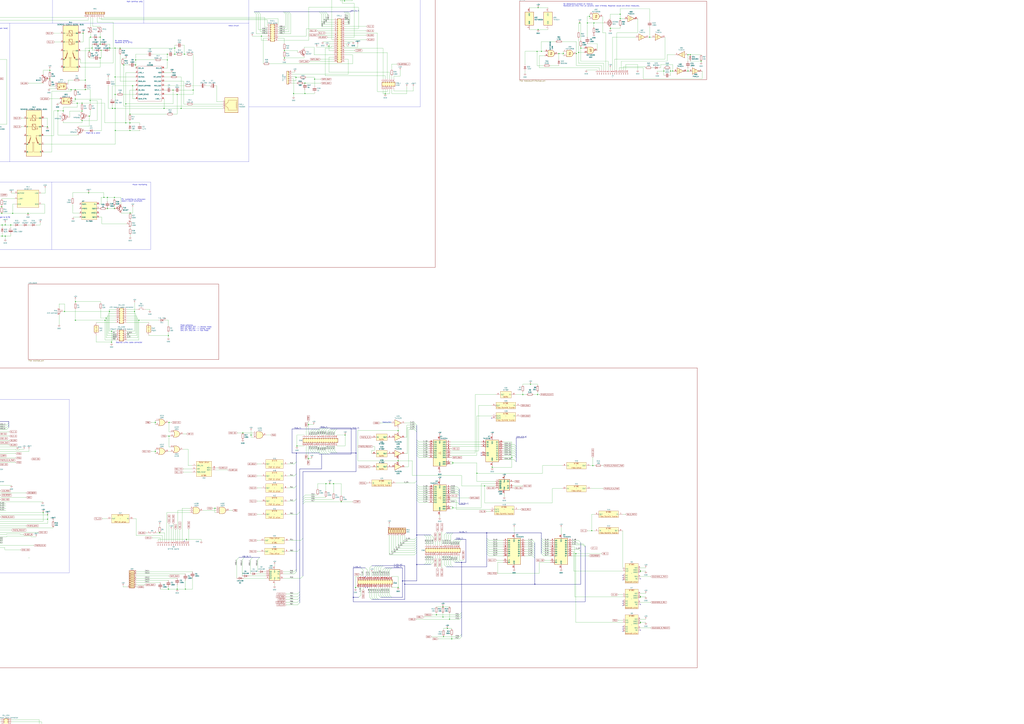
<source format=kicad_sch>
(kicad_sch (version 20230121) (generator eeschema)
  (paper "A0")
  (lib_symbols
    (symbol "+5V_1" (power) (pin_names (offset 0))
      (property "Value" "+5V_1" (at 0 3.556 0))
      (symbol "+5V_1_1_1"
        (pin power_in line (at 0 0 90) (length 0) hide (name "+5V") (number "1"))
      )
    )
    (symbol "+5V_10" (power) (pin_names (offset 0))
      (property "Value" "+5V_10" (at 0 3.556 0))
      (symbol "+5V_10_1_1"
        (pin power_in line (at 0 0 90) (length 0) hide (name "+5V") (number "1"))
      )
    )
    (symbol "+5V_11" (power) (pin_names (offset 0))
      (property "Value" "+5V_11" (at 0 3.556 0))
      (symbol "+5V_11_1_1"
        (pin power_in line (at 0 0 90) (length 0) hide (name "+5V") (number "1"))
      )
    )
    (symbol "+5V_12" (power) (pin_names (offset 0))
      (property "Value" "+5V_12" (at 0 3.556 0))
      (symbol "+5V_12_1_1"
        (pin power_in line (at 0 0 90) (length 0) hide (name "+5V") (number "1"))
      )
    )
    (symbol "+5V_13" (power) (pin_names (offset 0))
      (property "Value" "+5V_13" (at 0 3.556 0))
      (symbol "+5V_13_1_1"
        (pin power_in line (at 0 0 90) (length 0) hide (name "+5V") (number "1"))
      )
    )
    (symbol "+5V_14" (power) (pin_names (offset 0))
      (property "Value" "+5V_14" (at 0 3.556 0))
      (symbol "+5V_14_1_1"
        (pin power_in line (at 0 0 90) (length 0) hide (name "+5V") (number "1"))
      )
    )
    (symbol "+5V_15" (power) (pin_names (offset 0))
      (property "Value" "+5V_15" (at 0 3.556 0))
      (symbol "+5V_15_1_1"
        (pin power_in line (at 0 0 90) (length 0) hide (name "+5V") (number "1"))
      )
    )
    (symbol "+5V_16" (power) (pin_names (offset 0))
      (property "Value" "+5V_16" (at 0 3.556 0))
      (symbol "+5V_16_1_1"
        (pin power_in line (at 0 0 90) (length 0) hide (name "+5V") (number "1"))
      )
    )
    (symbol "+5V_17" (power) (pin_names (offset 0))
      (property "Value" "+5V_17" (at 0 3.556 0))
      (symbol "+5V_17_1_1"
        (pin power_in line (at 0 0 90) (length 0) hide (name "+5V") (number "1"))
      )
    )
    (symbol "+5V_18" (power) (pin_names (offset 0))
      (property "Value" "+5V_18" (at 0 3.556 0))
      (symbol "+5V_18_1_1"
        (pin power_in line (at 0 0 90) (length 0) hide (name "+5V") (number "1"))
      )
    )
    (symbol "+5V_19" (power) (pin_names (offset 0))
      (property "Value" "+5V_19" (at 0 3.556 0))
      (symbol "+5V_19_1_1"
        (pin power_in line (at 0 0 90) (length 0) hide (name "+5V") (number "1"))
      )
    )
    (symbol "+5V_2" (power) (pin_names (offset 0))
      (property "Value" "+5V_2" (at 0 3.556 0))
      (symbol "+5V_2_1_1"
        (pin power_in line (at 0 0 90) (length 0) hide (name "+5V") (number "1"))
      )
    )
    (symbol "+5V_20" (power) (pin_names (offset 0))
      (property "Value" "+5V_20" (at 0 3.556 0))
      (symbol "+5V_20_1_1"
        (pin power_in line (at 0 0 90) (length 0) hide (name "+5V") (number "1"))
      )
    )
    (symbol "+5V_21" (power) (pin_names (offset 0))
      (property "Value" "+5V_21" (at 0 3.556 0))
      (symbol "+5V_21_1_1"
        (pin power_in line (at 0 0 90) (length 0) hide (name "+5V") (number "1"))
      )
    )
    (symbol "+5V_22" (power) (pin_names (offset 0))
      (property "Value" "+5V_22" (at 0 3.556 0))
      (symbol "+5V_22_1_1"
        (pin power_in line (at 0 0 90) (length 0) hide (name "+5V") (number "1"))
      )
    )
    (symbol "+5V_23" (power) (pin_names (offset 0))
      (property "Value" "+5V_23" (at 0 3.556 0))
      (symbol "+5V_23_1_1"
        (pin power_in line (at 0 0 90) (length 0) hide (name "+5V") (number "1"))
      )
    )
    (symbol "+5V_24" (power) (pin_names (offset 0))
      (property "Value" "+5V_24" (at 0 3.556 0))
      (symbol "+5V_24_1_1"
        (pin power_in line (at 0 0 90) (length 0) hide (name "+5V") (number "1"))
      )
    )
    (symbol "+5V_25" (power) (pin_names (offset 0))
      (property "Value" "+5V_25" (at 0 3.556 0))
      (symbol "+5V_25_1_1"
        (pin power_in line (at 0 0 90) (length 0) hide (name "+5V") (number "1"))
      )
    )
    (symbol "+5V_26" (power) (pin_names (offset 0))
      (property "Value" "+5V_26" (at 0 3.556 0))
      (symbol "+5V_26_1_1"
        (pin power_in line (at 0 0 90) (length 0) hide (name "+5V") (number "1"))
      )
    )
    (symbol "+5V_27" (power) (pin_names (offset 0))
      (property "Value" "+5V_27" (at 0 3.556 0))
      (symbol "+5V_27_1_1"
        (pin power_in line (at 0 0 90) (length 0) hide (name "+5V") (number "1"))
      )
    )
    (symbol "+5V_28" (power) (pin_names (offset 0))
      (property "Value" "+5V_28" (at 0 3.556 0))
      (symbol "+5V_28_1_1"
        (pin power_in line (at 0 0 90) (length 0) hide (name "+5V") (number "1"))
      )
    )
    (symbol "+5V_29" (power) (pin_names (offset 0))
      (property "Value" "+5V_29" (at 0 3.556 0))
      (symbol "+5V_29_1_1"
        (pin power_in line (at 0 0 90) (length 0) hide (name "+5V") (number "1"))
      )
    )
    (symbol "+5V_3" (power) (pin_names (offset 0))
      (property "Value" "+5V_3" (at 0 3.556 0))
      (symbol "+5V_3_1_1"
        (pin power_in line (at 0 0 90) (length 0) hide (name "+5V") (number "1"))
      )
    )
    (symbol "+5V_30" (power) (pin_names (offset 0))
      (property "Value" "+5V_30" (at 0 3.556 0))
      (symbol "+5V_30_1_1"
        (pin power_in line (at 0 0 90) (length 0) hide (name "+5V") (number "1"))
      )
    )
    (symbol "+5V_31" (power) (pin_names (offset 0))
      (property "Value" "+5V_31" (at 0 3.556 0))
      (symbol "+5V_31_1_1"
        (pin power_in line (at 0 0 90) (length 0) hide (name "+5V") (number "1"))
      )
    )
    (symbol "+5V_4" (power) (pin_names (offset 0))
      (property "Value" "+5V_4" (at 0 3.556 0))
      (symbol "+5V_4_1_1"
        (pin power_in line (at 0 0 90) (length 0) hide (name "+5V") (number "1"))
      )
    )
    (symbol "+5V_5" (power) (pin_names (offset 0))
      (property "Value" "+5V_5" (at 0 3.556 0))
      (symbol "+5V_5_1_1"
        (pin power_in line (at 0 0 90) (length 0) hide (name "+5V") (number "1"))
      )
    )
    (symbol "+5V_7" (power) (pin_names (offset 0))
      (property "Value" "+5V_7" (at 0 3.556 0))
      (symbol "+5V_7_1_1"
        (pin power_in line (at 0 0 90) (length 0) hide (name "+5V") (number "1"))
      )
    )
    (symbol "+5V_8" (power) (pin_names (offset 0))
      (property "Value" "+5V_8" (at 0 3.556 0))
      (symbol "+5V_8_1_1"
        (pin power_in line (at 0 0 90) (length 0) hide (name "+5V") (number "1"))
      )
    )
    (symbol "+5V_9" (power) (pin_names (offset 0))
      (property "Value" "+5V_9" (at 0 3.556 0))
      (symbol "+5V_9_1_1"
        (pin power_in line (at 0 0 90) (length 0) hide (name "+5V") (number "1"))
      )
    )
    (symbol "+BATT_1" (power) (pin_names (offset 0))
      (property "Value" "+BATT_1" (at 0 3.556 0))
      (symbol "+BATT_1_1_1"
        (pin power_in line (at 0 0 90) (length 0) hide (name "+BATT") (number "1"))
      )
    )
    (symbol "+BATT_2" (power) (pin_names (offset 0))
      (property "Value" "+BATT_2" (at 0 3.556 0))
      (symbol "+BATT_2_1_1"
        (pin power_in line (at 0 0 90) (length 0) hide (name "+BATT") (number "1"))
      )
    )
    (symbol "+BATT_3" (power) (pin_names (offset 0))
      (property "Value" "+BATT_3" (at 0 3.556 0))
      (symbol "+BATT_3_1_1"
        (pin power_in line (at 0 0 90) (length 0) hide (name "+BATT") (number "1"))
      )
    )
    (symbol "+BATT_4" (power) (pin_names (offset 0))
      (property "Value" "+BATT_4" (at 0 3.556 0))
      (symbol "+BATT_4_1_1"
        (pin power_in line (at 0 0 90) (length 0) hide (name "+BATT") (number "1"))
      )
    )
    (symbol "+BATT_5" (power) (pin_names (offset 0))
      (property "Value" "+BATT_5" (at 0 3.556 0))
      (symbol "+BATT_5_1_1"
        (pin power_in line (at 0 0 90) (length 0) hide (name "+BATT") (number "1"))
      )
    )
    (symbol "+BATT_6" (power) (pin_names (offset 0))
      (property "Value" "+BATT_6" (at 0 3.556 0))
      (symbol "+BATT_6_1_1"
        (pin power_in line (at 0 0 90) (length 0) hide (name "+BATT") (number "1"))
      )
    )
    (symbol "+BATT_7" (power) (pin_names (offset 0))
      (property "Value" "+BATT_7" (at 0 3.556 0))
      (symbol "+BATT_7_1_1"
        (pin power_in line (at 0 0 90) (length 0) hide (name "+BATT") (number "1"))
      )
    )
    (symbol "1N4007_1" (pin_numbers hide) (pin_names hide)
      (property "Reference" "D" (at 0 2.54 0))
      (property "Value" "1N4007" (at 0 -2.54 0))
      (symbol "1N4007_1_1_1"
        (pin passive line (at -3.81 0 0) (length 2.54) (name "K") (number "1"))
        (pin passive line (at 3.81 0 180) (length 2.54) (name "A") (number "2"))
      )
    )
    (symbol "1N4007_10" (pin_numbers hide) (pin_names hide)
      (property "Reference" "D" (at 0 2.54 0))
      (property "Value" "1N4007" (at 0 -2.54 0))
      (symbol "1N4007_10_1_1"
        (pin passive line (at -3.81 0 0) (length 2.54) (name "K") (number "1"))
        (pin passive line (at 3.81 0 180) (length 2.54) (name "A") (number "2"))
      )
    )
    (symbol "1N4007_11" (pin_numbers hide) (pin_names hide)
      (property "Reference" "D" (at 0 2.54 0))
      (property "Value" "1N4007" (at 0 -2.54 0))
      (symbol "1N4007_11_1_1"
        (pin passive line (at -3.81 0 0) (length 2.54) (name "K") (number "1"))
        (pin passive line (at 3.81 0 180) (length 2.54) (name "A") (number "2"))
      )
    )
    (symbol "1N4007_12" (pin_numbers hide) (pin_names hide)
      (property "Reference" "D" (at 0 2.54 0))
      (property "Value" "1N4007" (at 0 -2.54 0))
      (symbol "1N4007_12_1_1"
        (pin passive line (at -3.81 0 0) (length 2.54) (name "K") (number "1"))
        (pin passive line (at 3.81 0 180) (length 2.54) (name "A") (number "2"))
      )
    )
    (symbol "1N4007_13" (pin_numbers hide) (pin_names hide)
      (property "Reference" "D" (at 0 2.54 0))
      (property "Value" "1N4007" (at 0 -2.54 0))
      (symbol "1N4007_13_1_1"
        (pin passive line (at -3.81 0 0) (length 2.54) (name "K") (number "1"))
        (pin passive line (at 3.81 0 180) (length 2.54) (name "A") (number "2"))
      )
    )
    (symbol "1N4007_14" (pin_numbers hide) (pin_names hide)
      (property "Reference" "D" (at 0 2.54 0))
      (property "Value" "1N4007" (at 0 -2.54 0))
      (symbol "1N4007_14_1_1"
        (pin passive line (at -3.81 0 0) (length 2.54) (name "K") (number "1"))
        (pin passive line (at 3.81 0 180) (length 2.54) (name "A") (number "2"))
      )
    )
    (symbol "1N4007_15" (pin_numbers hide) (pin_names hide)
      (property "Reference" "D" (at 0 2.54 0))
      (property "Value" "1N4007" (at 0 -2.54 0))
      (symbol "1N4007_15_1_1"
        (pin passive line (at -3.81 0 0) (length 2.54) (name "K") (number "1"))
        (pin passive line (at 3.81 0 180) (length 2.54) (name "A") (number "2"))
      )
    )
    (symbol "1N4007_16" (pin_numbers hide) (pin_names hide)
      (property "Reference" "D" (at 0 2.54 0))
      (property "Value" "1N4007" (at 0 -2.54 0))
      (symbol "1N4007_16_1_1"
        (pin passive line (at -3.81 0 0) (length 2.54) (name "K") (number "1"))
        (pin passive line (at 3.81 0 180) (length 2.54) (name "A") (number "2"))
      )
    )
    (symbol "1N4007_2" (pin_numbers hide) (pin_names hide)
      (property "Reference" "D" (at 0 2.54 0))
      (property "Value" "1N4007" (at 0 -2.54 0))
      (symbol "1N4007_2_1_1"
        (pin passive line (at -3.81 0 0) (length 2.54) (name "K") (number "1"))
        (pin passive line (at 3.81 0 180) (length 2.54) (name "A") (number "2"))
      )
    )
    (symbol "1N4007_3" (pin_numbers hide) (pin_names hide)
      (property "Reference" "D" (at 0 2.54 0))
      (property "Value" "1N4007" (at 0 -2.54 0))
      (symbol "1N4007_3_1_1"
        (pin passive line (at -3.81 0 0) (length 2.54) (name "K") (number "1"))
        (pin passive line (at 3.81 0 180) (length 2.54) (name "A") (number "2"))
      )
    )
    (symbol "1N4007_4" (pin_numbers hide) (pin_names hide)
      (property "Reference" "D" (at 0 2.54 0))
      (property "Value" "1N4007" (at 0 -2.54 0))
      (symbol "1N4007_4_1_1"
        (pin passive line (at -3.81 0 0) (length 2.54) (name "K") (number "1"))
        (pin passive line (at 3.81 0 180) (length 2.54) (name "A") (number "2"))
      )
    )
    (symbol "1N4007_5" (pin_numbers hide) (pin_names hide)
      (property "Reference" "D" (at 0 2.54 0))
      (property "Value" "1N4007" (at 0 -2.54 0))
      (symbol "1N4007_5_1_1"
        (pin passive line (at -3.81 0 0) (length 2.54) (name "K") (number "1"))
        (pin passive line (at 3.81 0 180) (length 2.54) (name "A") (number "2"))
      )
    )
    (symbol "1N4007_6" (pin_numbers hide) (pin_names hide)
      (property "Reference" "D" (at 0 2.54 0))
      (property "Value" "1N4007" (at 0 -2.54 0))
      (symbol "1N4007_6_1_1"
        (pin passive line (at -3.81 0 0) (length 2.54) (name "K") (number "1"))
        (pin passive line (at 3.81 0 180) (length 2.54) (name "A") (number "2"))
      )
    )
    (symbol "1N4007_7" (pin_numbers hide) (pin_names hide)
      (property "Reference" "D" (at 0 2.54 0))
      (property "Value" "1N4007" (at 0 -2.54 0))
      (symbol "1N4007_7_1_1"
        (pin passive line (at -3.81 0 0) (length 2.54) (name "K") (number "1"))
        (pin passive line (at 3.81 0 180) (length 2.54) (name "A") (number "2"))
      )
    )
    (symbol "1N4007_8" (pin_numbers hide) (pin_names hide)
      (property "Reference" "D" (at 0 2.54 0))
      (property "Value" "1N4007" (at 0 -2.54 0))
      (symbol "1N4007_8_1_1"
        (pin passive line (at -3.81 0 0) (length 2.54) (name "K") (number "1"))
        (pin passive line (at 3.81 0 180) (length 2.54) (name "A") (number "2"))
      )
    )
    (symbol "1N4007_9" (pin_numbers hide) (pin_names hide)
      (property "Reference" "D" (at 0 2.54 0))
      (property "Value" "1N4007" (at 0 -2.54 0))
      (symbol "1N4007_9_1_1"
        (pin passive line (at -3.81 0 0) (length 2.54) (name "K") (number "1"))
        (pin passive line (at 3.81 0 180) (length 2.54) (name "A") (number "2"))
      )
    )
    (symbol "1N4148_1" (pin_numbers hide) (pin_names hide)
      (property "Reference" "D" (at 0 2.54 0))
      (property "Value" "1N4148" (at 0 -2.54 0))
      (symbol "1N4148_1_1_1"
        (pin passive line (at -3.81 0 0) (length 2.54) (name "K") (number "1"))
        (pin passive line (at 3.81 0 180) (length 2.54) (name "A") (number "2"))
      )
    )
    (symbol "1N4148_2" (pin_numbers hide) (pin_names hide)
      (property "Reference" "D" (at 0 2.54 0))
      (property "Value" "1N4148" (at 0 -2.54 0))
      (symbol "1N4148_2_1_1"
        (pin passive line (at -3.81 0 0) (length 2.54) (name "K") (number "1"))
        (pin passive line (at 3.81 0 180) (length 2.54) (name "A") (number "2"))
      )
    )
    (symbol "4xxx:4001" (pin_names (offset 1.016))
      (property "Reference" "U" (at 0 1.27 0))
      (property "Value" "4001" (at 0 -1.27 0))
      (symbol "4001_1_1"
        (pin input line (at -7.62 2.54 0) (length 4.318) (name "~") (number "1"))
        (pin input line (at -7.62 -2.54 0) (length 4.318) (name "~") (number "2"))
        (pin output inverted (at 7.62 0 180) (length 3.81) (name "~") (number "3"))
      )
      (symbol "4001_1_2"
        (pin input inverted (at -7.62 2.54 0) (length 3.81) (name "~") (number "1"))
        (pin input inverted (at -7.62 -2.54 0) (length 3.81) (name "~") (number "2"))
        (pin output line (at 7.62 0 180) (length 3.81) (name "~") (number "3"))
      )
      (symbol "4001_2_1"
        (pin output inverted (at 7.62 0 180) (length 3.81) (name "~") (number "4"))
        (pin input line (at -7.62 2.54 0) (length 4.318) (name "~") (number "5"))
        (pin input line (at -7.62 -2.54 0) (length 4.318) (name "~") (number "6"))
      )
      (symbol "4001_2_2"
        (pin output line (at 7.62 0 180) (length 3.81) (name "~") (number "4"))
        (pin input inverted (at -7.62 2.54 0) (length 3.81) (name "~") (number "5"))
        (pin input inverted (at -7.62 -2.54 0) (length 3.81) (name "~") (number "6"))
      )
      (symbol "4001_3_1"
        (pin output inverted (at 7.62 0 180) (length 3.81) (name "~") (number "10"))
        (pin input line (at -7.62 2.54 0) (length 4.318) (name "~") (number "8"))
        (pin input line (at -7.62 -2.54 0) (length 4.318) (name "~") (number "9"))
      )
      (symbol "4001_3_2"
        (pin output line (at 7.62 0 180) (length 3.81) (name "~") (number "10"))
        (pin input inverted (at -7.62 2.54 0) (length 3.81) (name "~") (number "8"))
        (pin input inverted (at -7.62 -2.54 0) (length 3.81) (name "~") (number "9"))
      )
      (symbol "4001_4_1"
        (pin output inverted (at 7.62 0 180) (length 3.81) (name "~") (number "11"))
        (pin input line (at -7.62 2.54 0) (length 4.318) (name "~") (number "12"))
        (pin input line (at -7.62 -2.54 0) (length 4.318) (name "~") (number "13"))
      )
      (symbol "4001_4_2"
        (pin output line (at 7.62 0 180) (length 3.81) (name "~") (number "11"))
        (pin input inverted (at -7.62 2.54 0) (length 3.81) (name "~") (number "12"))
        (pin input inverted (at -7.62 -2.54 0) (length 3.81) (name "~") (number "13"))
      )
      (symbol "4001_5_0"
        (pin power_in line (at 0 12.7 270) (length 5.08) (name "VDD") (number "14"))
        (pin power_in line (at 0 -12.7 90) (length 5.08) (name "VSS") (number "7"))
      )
    )
    (symbol "4xxx:40106" (pin_names (offset 1.016))
      (property "Reference" "U" (at 0 1.27 0))
      (property "Value" "40106" (at 0 -1.27 0))
      (symbol "40106_1_0"
        (pin input line (at -7.62 0 0) (length 3.81) (name "~") (number "1"))
        (pin output inverted (at 7.62 0 180) (length 3.81) (name "~") (number "2"))
      )
      (symbol "40106_2_0"
        (pin input line (at -7.62 0 0) (length 3.81) (name "~") (number "3"))
        (pin output inverted (at 7.62 0 180) (length 3.81) (name "~") (number "4"))
      )
      (symbol "40106_3_0"
        (pin input line (at -7.62 0 0) (length 3.81) (name "~") (number "5"))
        (pin output inverted (at 7.62 0 180) (length 3.81) (name "~") (number "6"))
      )
      (symbol "40106_4_0"
        (pin output inverted (at 7.62 0 180) (length 3.81) (name "~") (number "8"))
        (pin input line (at -7.62 0 0) (length 3.81) (name "~") (number "9"))
      )
      (symbol "40106_5_0"
        (pin output inverted (at 7.62 0 180) (length 3.81) (name "~") (number "10"))
        (pin input line (at -7.62 0 0) (length 3.81) (name "~") (number "11"))
      )
      (symbol "40106_6_0"
        (pin output inverted (at 7.62 0 180) (length 3.81) (name "~") (number "12"))
        (pin input line (at -7.62 0 0) (length 3.81) (name "~") (number "13"))
      )
      (symbol "40106_7_0"
        (pin power_in line (at 0 12.7 270) (length 5.08) (name "VDD") (number "14"))
        (pin power_in line (at 0 -12.7 90) (length 5.08) (name "VSS") (number "7"))
      )
    )
    (symbol "4xxx:4017" (pin_names (offset 1.016))
      (property "Reference" "U" (at -7.62 16.51 0))
      (property "Value" "4017" (at -7.62 -19.05 0))
      (symbol "4017_1_0"
        (pin output line (at 12.7 0 180) (length 5.08) (name "Q5") (number "1"))
        (pin output line (at 12.7 2.54 180) (length 5.08) (name "Q4") (number "10"))
        (pin output line (at 12.7 -10.16 180) (length 5.08) (name "Q9") (number "11"))
        (pin output line (at 12.7 -15.24 180) (length 5.08) (name "Cout") (number "12"))
        (pin input inverted (at -12.7 10.16 0) (length 5.08) (name "CKEN") (number "13"))
        (pin input clock (at -12.7 12.7 0) (length 5.08) (name "CLK") (number "14"))
        (pin input line (at -12.7 5.08 0) (length 5.08) (name "Reset") (number "15"))
        (pin power_in line (at 0 20.32 270) (length 5.08) (name "VDD") (number "16"))
        (pin output line (at 12.7 10.16 180) (length 5.08) (name "Q1") (number "2"))
        (pin output line (at 12.7 12.7 180) (length 5.08) (name "Q0") (number "3"))
        (pin output line (at 12.7 7.62 180) (length 5.08) (name "Q2") (number "4"))
        (pin output line (at 12.7 -2.54 180) (length 5.08) (name "Q6") (number "5"))
        (pin output line (at 12.7 -5.08 180) (length 5.08) (name "Q7") (number "6"))
        (pin output line (at 12.7 5.08 180) (length 5.08) (name "Q3") (number "7"))
        (pin power_in line (at 0 -22.86 90) (length 5.08) (name "VSS") (number "8"))
        (pin output line (at 12.7 -7.62 180) (length 5.08) (name "Q8") (number "9"))
      )
    )
    (symbol "4xxx:4023" (pin_names (offset 1.016))
      (property "Reference" "U" (at 0 1.27 0))
      (property "Value" "4023" (at 0 -1.27 0))
      (symbol "4023_1_1"
        (pin input line (at -7.62 2.54 0) (length 3.81) (name "~") (number "1"))
        (pin input line (at -7.62 0 0) (length 3.81) (name "~") (number "2"))
        (pin input line (at -7.62 -2.54 0) (length 3.81) (name "~") (number "8"))
        (pin output inverted (at 7.62 0 180) (length 3.81) (name "~") (number "9"))
      )
      (symbol "4023_1_2"
        (pin input inverted (at -7.62 2.54 0) (length 4.318) (name "~") (number "1"))
        (pin input inverted (at -7.62 0 0) (length 4.953) (name "~") (number "2"))
        (pin input inverted (at -7.62 -2.54 0) (length 4.318) (name "~") (number "8"))
        (pin output line (at 7.62 0 180) (length 3.81) (name "~") (number "9"))
      )
      (symbol "4023_2_1"
        (pin input line (at -7.62 2.54 0) (length 3.81) (name "~") (number "3"))
        (pin input line (at -7.62 0 0) (length 3.81) (name "~") (number "4"))
        (pin input line (at -7.62 -2.54 0) (length 3.81) (name "~") (number "5"))
        (pin output inverted (at 7.62 0 180) (length 3.81) (name "~") (number "6"))
      )
      (symbol "4023_2_2"
        (pin input inverted (at -7.62 2.54 0) (length 4.318) (name "~") (number "3"))
        (pin input inverted (at -7.62 0 0) (length 4.953) (name "~") (number "4"))
        (pin input inverted (at -7.62 -2.54 0) (length 4.318) (name "~") (number "5"))
        (pin output line (at 7.62 0 180) (length 3.81) (name "~") (number "6"))
      )
      (symbol "4023_3_1"
        (pin output inverted (at 7.62 0 180) (length 3.81) (name "~") (number "10"))
        (pin input line (at -7.62 2.54 0) (length 3.81) (name "~") (number "11"))
        (pin input line (at -7.62 0 0) (length 3.81) (name "~") (number "12"))
        (pin input line (at -7.62 -2.54 0) (length 3.81) (name "~") (number "13"))
      )
      (symbol "4023_3_2"
        (pin output line (at 7.62 0 180) (length 3.81) (name "~") (number "10"))
        (pin input inverted (at -7.62 2.54 0) (length 4.318) (name "~") (number "11"))
        (pin input inverted (at -7.62 0 0) (length 4.953) (name "~") (number "12"))
        (pin input inverted (at -7.62 -2.54 0) (length 4.318) (name "~") (number "13"))
      )
      (symbol "4023_4_0"
        (pin power_in line (at 0 12.7 270) (length 5.08) (name "VDD") (number "14"))
        (pin power_in line (at 0 -12.7 90) (length 5.08) (name "VSS") (number "7"))
      )
    )
    (symbol "4xxx:HEF4093B" (pin_names (offset 1.016))
      (property "Reference" "U" (at 0 1.27 0))
      (property "Value" "HEF4093B" (at 0 -1.27 0))
      (symbol "HEF4093B_1_1"
        (pin input line (at -7.62 2.54 0) (length 3.81) (name "~") (number "1"))
        (pin input line (at -7.62 -2.54 0) (length 3.81) (name "~") (number "2"))
        (pin output inverted (at 7.62 0 180) (length 3.81) (name "~") (number "3"))
      )
      (symbol "HEF4093B_1_2"
        (pin input inverted (at -7.62 2.54 0) (length 4.318) (name "~") (number "1"))
        (pin input inverted (at -7.62 -2.54 0) (length 4.318) (name "~") (number "2"))
        (pin output line (at 7.62 0 180) (length 3.81) (name "~") (number "3"))
      )
      (symbol "HEF4093B_2_1"
        (pin output inverted (at 7.62 0 180) (length 3.81) (name "~") (number "4"))
        (pin input line (at -7.62 2.54 0) (length 3.81) (name "~") (number "5"))
        (pin input line (at -7.62 -2.54 0) (length 3.81) (name "~") (number "6"))
      )
      (symbol "HEF4093B_2_2"
        (pin output line (at 7.62 0 180) (length 3.81) (name "~") (number "4"))
        (pin input inverted (at -7.62 2.54 0) (length 4.318) (name "~") (number "5"))
        (pin input inverted (at -7.62 -2.54 0) (length 4.318) (name "~") (number "6"))
      )
      (symbol "HEF4093B_3_1"
        (pin output inverted (at 7.62 0 180) (length 3.81) (name "~") (number "10"))
        (pin input line (at -7.62 2.54 0) (length 3.81) (name "~") (number "8"))
        (pin input line (at -7.62 -2.54 0) (length 3.81) (name "~") (number "9"))
      )
      (symbol "HEF4093B_3_2"
        (pin output line (at 7.62 0 180) (length 3.81) (name "~") (number "10"))
        (pin input inverted (at -7.62 2.54 0) (length 4.318) (name "~") (number "8"))
        (pin input inverted (at -7.62 -2.54 0) (length 4.318) (name "~") (number "9"))
      )
      (symbol "HEF4093B_4_1"
        (pin output inverted (at 7.62 0 180) (length 3.81) (name "~") (number "11"))
        (pin input line (at -7.62 2.54 0) (length 3.81) (name "~") (number "12"))
        (pin input line (at -7.62 -2.54 0) (length 3.81) (name "~") (number "13"))
      )
      (symbol "HEF4093B_4_2"
        (pin output line (at 7.62 0 180) (length 3.81) (name "~") (number "11"))
        (pin input inverted (at -7.62 2.54 0) (length 4.318) (name "~") (number "12"))
        (pin input inverted (at -7.62 -2.54 0) (length 4.318) (name "~") (number "13"))
      )
      (symbol "HEF4093B_5_0"
        (pin power_in line (at 0 12.7 270) (length 5.08) (name "VCC") (number "14"))
        (pin power_in line (at 0 -12.7 90) (length 5.08) (name "GND") (number "7"))
      )
    )
    (symbol "4xxx_IEEE:4556"
      (property "Reference" "U" (at 5.08 8.89 0))
      (property "Value" "4556" (at 6.35 -8.89 0))
      (symbol "4556_0_1"
        (pin power_in line (at 0 10.16 270) (length 3.81) (name "Vdd") (number "16"))
        (pin power_in line (at 0 -10.16 90) (length 3.81) (name "Vss") (number "8"))
      )
      (symbol "4556_1_1"
        (pin input line (at -10.16 -3.81 0) (length 3.81) (name "~{EN}") (number "1"))
        (pin input line (at -10.16 3.81 0) (length 3.81) (name "A0") (number "2"))
        (pin input line (at -10.16 1.27 0) (length 3.81) (name "A1") (number "3"))
        (pin output line (at 10.16 3.81 180) (length 3.81) (name "~{Q0}") (number "4"))
        (pin output line (at 10.16 1.27 180) (length 3.81) (name "~{Q1}") (number "5"))
        (pin output line (at 10.16 -1.27 180) (length 3.81) (name "~{Q2}") (number "6"))
        (pin output line (at 10.16 -3.81 180) (length 3.81) (name "~{Q3}") (number "7"))
      )
      (symbol "4556_2_1"
        (pin output line (at 10.16 -1.27 180) (length 3.81) (name "~{Q2}") (number "10"))
        (pin output line (at 10.16 1.27 180) (length 3.81) (name "~{Q1}") (number "11"))
        (pin output line (at 10.16 3.81 180) (length 3.81) (name "~{Q0}") (number "12"))
        (pin input line (at -10.16 1.27 0) (length 3.81) (name "A1") (number "13"))
        (pin input line (at -10.16 3.81 0) (length 3.81) (name "A0") (number "14"))
        (pin input line (at -10.16 -3.81 0) (length 3.81) (name "~{EN}") (number "15"))
        (pin output line (at 10.16 -3.81 180) (length 3.81) (name "~{Q3}") (number "9"))
      )
    )
    (symbol "67382_1"
      (property "Reference" "H" (at 0 5.08 0))
      (property "Value" "67382" (at 0 2.54 0))
      (symbol "67382_1_1_1"
        (text "Buffer" (at 0 -2.54 0) (effects (font (size 1.27 1.27))))
        (pin input line (at -11.43 0 0) (length 5.08) (name "IN") (number "1"))
        (pin output line (at 11.43 0 180) (length 5.08) (name "OUT") (number "2"))
      )
      (symbol "67382_1_2_1"
        (text "Buffer" (at 0 -2.54 0) (effects (font (size 1.27 1.27))))
        (pin input line (at -11.43 0 0) (length 5.08) (name "IN") (number "3"))
        (pin output line (at 11.43 0 180) (length 5.08) (name "OUT") (number "4"))
      )
      (symbol "67382_1_3_1"
        (text "Buffer" (at 0 -2.54 0) (effects (font (size 1.27 1.27))))
        (pin input line (at -11.43 0 0) (length 5.08) (name "IN") (number "10"))
        (pin output line (at 11.43 0 180) (length 5.08) (name "OUT") (number "6"))
      )
      (symbol "67382_1_4_1"
        (text "Buffer" (at 0 -2.54 0) (effects (font (size 1.27 1.27))))
        (pin output line (at 11.43 0 180) (length 5.08) (name "OUT") (number "7"))
        (pin input line (at -11.43 0 0) (length 5.08) (name "IN") (number "8"))
      )
      (symbol "67382_1_5_1"
        (pin power_in line (at -13.97 0 0) (length 5.08) (name "GND") (number "5"))
        (pin power_in line (at 13.97 0 180) (length 5.08) (name "VCC") (number "9"))
      )
    )
    (symbol "74xx:74HC04"
      (property "Reference" "U" (at 0 1.27 0))
      (property "Value" "74HC04" (at 0 -1.27 0))
      (symbol "74HC04_1_0"
        (pin input line (at -7.62 0 0) (length 3.81) (name "~") (number "1"))
        (pin output inverted (at 7.62 0 180) (length 3.81) (name "~") (number "2"))
      )
      (symbol "74HC04_2_0"
        (pin input line (at -7.62 0 0) (length 3.81) (name "~") (number "3"))
        (pin output inverted (at 7.62 0 180) (length 3.81) (name "~") (number "4"))
      )
      (symbol "74HC04_3_0"
        (pin input line (at -7.62 0 0) (length 3.81) (name "~") (number "5"))
        (pin output inverted (at 7.62 0 180) (length 3.81) (name "~") (number "6"))
      )
      (symbol "74HC04_4_0"
        (pin output inverted (at 7.62 0 180) (length 3.81) (name "~") (number "8"))
        (pin input line (at -7.62 0 0) (length 3.81) (name "~") (number "9"))
      )
      (symbol "74HC04_5_0"
        (pin output inverted (at 7.62 0 180) (length 3.81) (name "~") (number "10"))
        (pin input line (at -7.62 0 0) (length 3.81) (name "~") (number "11"))
      )
      (symbol "74HC04_6_0"
        (pin output inverted (at 7.62 0 180) (length 3.81) (name "~") (number "12"))
        (pin input line (at -7.62 0 0) (length 3.81) (name "~") (number "13"))
      )
      (symbol "74HC04_7_0"
        (pin power_in line (at 0 12.7 270) (length 5.08) (name "VCC") (number "14"))
        (pin power_in line (at 0 -12.7 90) (length 5.08) (name "GND") (number "7"))
      )
    )
    (symbol "74xx:74HC14" (pin_names (offset 1.016))
      (property "Reference" "U" (at 0 1.27 0))
      (property "Value" "74HC14" (at 0 -1.27 0))
      (symbol "74HC14_1_0"
        (pin input line (at -7.62 0 0) (length 3.81) (name "~") (number "1"))
        (pin output inverted (at 7.62 0 180) (length 3.81) (name "~") (number "2"))
      )
      (symbol "74HC14_2_0"
        (pin input line (at -7.62 0 0) (length 3.81) (name "~") (number "3"))
        (pin output inverted (at 7.62 0 180) (length 3.81) (name "~") (number "4"))
      )
      (symbol "74HC14_3_0"
        (pin input line (at -7.62 0 0) (length 3.81) (name "~") (number "5"))
        (pin output inverted (at 7.62 0 180) (length 3.81) (name "~") (number "6"))
      )
      (symbol "74HC14_4_0"
        (pin output inverted (at 7.62 0 180) (length 3.81) (name "~") (number "8"))
        (pin input line (at -7.62 0 0) (length 3.81) (name "~") (number "9"))
      )
      (symbol "74HC14_5_0"
        (pin output inverted (at 7.62 0 180) (length 3.81) (name "~") (number "10"))
        (pin input line (at -7.62 0 0) (length 3.81) (name "~") (number "11"))
      )
      (symbol "74HC14_6_0"
        (pin output inverted (at 7.62 0 180) (length 3.81) (name "~") (number "12"))
        (pin input line (at -7.62 0 0) (length 3.81) (name "~") (number "13"))
      )
      (symbol "74HC14_7_0"
        (pin power_in line (at 0 12.7 270) (length 5.08) (name "VCC") (number "14"))
        (pin power_in line (at 0 -12.7 90) (length 5.08) (name "GND") (number "7"))
      )
    )
    (symbol "74xx:74HC240"
      (property "Reference" "U" (at -7.62 16.51 0))
      (property "Value" "74HC240" (at -7.62 -16.51 0))
      (symbol "74HC240_1_0"
        (pin input inverted (at -12.7 -10.16 0) (length 5.08) (name "1OE") (number "1"))
        (pin power_in line (at 0 -20.32 90) (length 5.08) (name "GND") (number "10"))
        (pin input line (at -12.7 -5.08 0) (length 5.08) (name "2A3") (number "11"))
        (pin tri_state line (at 12.7 5.08 180) (length 5.08) (name "1Y3") (number "12"))
        (pin input line (at -12.7 -2.54 0) (length 5.08) (name "2A2") (number "13"))
        (pin tri_state line (at 12.7 7.62 180) (length 5.08) (name "1Y2") (number "14"))
        (pin input line (at -12.7 0 0) (length 5.08) (name "2A1") (number "15"))
        (pin tri_state line (at 12.7 10.16 180) (length 5.08) (name "1Y1") (number "16"))
        (pin input line (at -12.7 2.54 0) (length 5.08) (name "2A0") (number "17"))
        (pin tri_state line (at 12.7 12.7 180) (length 5.08) (name "1Y0") (number "18"))
        (pin input inverted (at -12.7 -12.7 0) (length 5.08) (name "2OE") (number "19"))
        (pin input line (at -12.7 12.7 0) (length 5.08) (name "1A0") (number "2"))
        (pin power_in line (at 0 20.32 270) (length 5.08) (name "VCC") (number "20"))
        (pin tri_state line (at 12.7 2.54 180) (length 5.08) (name "2Y0") (number "3"))
        (pin input line (at -12.7 10.16 0) (length 5.08) (name "1A1") (number "4"))
        (pin tri_state line (at 12.7 0 180) (length 5.08) (name "2Y1") (number "5"))
        (pin input line (at -12.7 7.62 0) (length 5.08) (name "1A2") (number "6"))
        (pin tri_state line (at 12.7 -2.54 180) (length 5.08) (name "2Y2") (number "7"))
        (pin input line (at -12.7 5.08 0) (length 5.08) (name "1A3") (number "8"))
        (pin tri_state line (at 12.7 -5.08 180) (length 5.08) (name "2Y3") (number "9"))
      )
    )
    (symbol "74xx:74HC244"
      (property "Reference" "U" (at -7.62 16.51 0))
      (property "Value" "74HC244" (at -7.62 -16.51 0))
      (symbol "74HC244_1_0"
        (pin input inverted (at -12.7 -10.16 0) (length 5.08) (name "1OE") (number "1"))
        (pin power_in line (at 0 -20.32 90) (length 5.08) (name "GND") (number "10"))
        (pin input line (at -12.7 -5.08 0) (length 5.08) (name "2A3") (number "11"))
        (pin tri_state line (at 12.7 5.08 180) (length 5.08) (name "1Y3") (number "12"))
        (pin input line (at -12.7 -2.54 0) (length 5.08) (name "2A2") (number "13"))
        (pin tri_state line (at 12.7 7.62 180) (length 5.08) (name "1Y2") (number "14"))
        (pin input line (at -12.7 0 0) (length 5.08) (name "2A1") (number "15"))
        (pin tri_state line (at 12.7 10.16 180) (length 5.08) (name "1Y1") (number "16"))
        (pin input line (at -12.7 2.54 0) (length 5.08) (name "2A0") (number "17"))
        (pin tri_state line (at 12.7 12.7 180) (length 5.08) (name "1Y0") (number "18"))
        (pin input inverted (at -12.7 -12.7 0) (length 5.08) (name "2OE") (number "19"))
        (pin input line (at -12.7 12.7 0) (length 5.08) (name "1A0") (number "2"))
        (pin power_in line (at 0 20.32 270) (length 5.08) (name "VCC") (number "20"))
        (pin tri_state line (at 12.7 2.54 180) (length 5.08) (name "2Y0") (number "3"))
        (pin input line (at -12.7 10.16 0) (length 5.08) (name "1A1") (number "4"))
        (pin tri_state line (at 12.7 0 180) (length 5.08) (name "2Y1") (number "5"))
        (pin input line (at -12.7 7.62 0) (length 5.08) (name "1A2") (number "6"))
        (pin tri_state line (at 12.7 -2.54 180) (length 5.08) (name "2Y2") (number "7"))
        (pin input line (at -12.7 5.08 0) (length 5.08) (name "1A3") (number "8"))
        (pin tri_state line (at 12.7 -5.08 180) (length 5.08) (name "2Y3") (number "9"))
      )
    )
    (symbol "74xx:74HC373"
      (property "Reference" "U" (at -7.62 16.51 0))
      (property "Value" "74HC373" (at -7.62 -16.51 0))
      (symbol "74HC373_1_0"
        (pin input inverted (at -12.7 -12.7 0) (length 5.08) (name "OE") (number "1"))
        (pin power_in line (at 0 -20.32 90) (length 5.08) (name "GND") (number "10"))
        (pin input line (at -12.7 -10.16 0) (length 5.08) (name "LE") (number "11"))
        (pin tri_state line (at 12.7 2.54 180) (length 5.08) (name "O4") (number "12"))
        (pin input line (at -12.7 2.54 0) (length 5.08) (name "D4") (number "13"))
        (pin input line (at -12.7 0 0) (length 5.08) (name "D5") (number "14"))
        (pin tri_state line (at 12.7 0 180) (length 5.08) (name "O5") (number "15"))
        (pin tri_state line (at 12.7 -2.54 180) (length 5.08) (name "O6") (number "16"))
        (pin input line (at -12.7 -2.54 0) (length 5.08) (name "D6") (number "17"))
        (pin input line (at -12.7 -5.08 0) (length 5.08) (name "D7") (number "18"))
        (pin tri_state line (at 12.7 -5.08 180) (length 5.08) (name "O7") (number "19"))
        (pin tri_state line (at 12.7 12.7 180) (length 5.08) (name "O0") (number "2"))
        (pin power_in line (at 0 20.32 270) (length 5.08) (name "VCC") (number "20"))
        (pin input line (at -12.7 12.7 0) (length 5.08) (name "D0") (number "3"))
        (pin input line (at -12.7 10.16 0) (length 5.08) (name "D1") (number "4"))
        (pin tri_state line (at 12.7 10.16 180) (length 5.08) (name "O1") (number "5"))
        (pin tri_state line (at 12.7 7.62 180) (length 5.08) (name "O2") (number "6"))
        (pin input line (at -12.7 7.62 0) (length 5.08) (name "D2") (number "7"))
        (pin input line (at -12.7 5.08 0) (length 5.08) (name "D3") (number "8"))
        (pin tri_state line (at 12.7 5.08 180) (length 5.08) (name "O3") (number "9"))
      )
    )
    (symbol "74xx:74LS125" (pin_names (offset 1.016))
      (property "Reference" "U" (at 0 1.27 0))
      (property "Value" "74LS125" (at 0 -1.27 0))
      (symbol "74LS125_1_0"
        (pin input inverted (at 0 -6.35 90) (length 4.445) (name "~") (number "1"))
        (pin input line (at -7.62 0 0) (length 3.81) (name "~") (number "2"))
        (pin tri_state line (at 7.62 0 180) (length 3.81) (name "~") (number "3"))
      )
      (symbol "74LS125_2_0"
        (pin input inverted (at 0 -6.35 90) (length 4.445) (name "~") (number "4"))
        (pin input line (at -7.62 0 0) (length 3.81) (name "~") (number "5"))
        (pin tri_state line (at 7.62 0 180) (length 3.81) (name "~") (number "6"))
      )
      (symbol "74LS125_3_0"
        (pin input inverted (at 0 -6.35 90) (length 4.445) (name "~") (number "10"))
        (pin tri_state line (at 7.62 0 180) (length 3.81) (name "~") (number "8"))
        (pin input line (at -7.62 0 0) (length 3.81) (name "~") (number "9"))
      )
      (symbol "74LS125_4_0"
        (pin tri_state line (at 7.62 0 180) (length 3.81) (name "~") (number "11"))
        (pin input line (at -7.62 0 0) (length 3.81) (name "~") (number "12"))
        (pin input inverted (at 0 -6.35 90) (length 4.445) (name "~") (number "13"))
      )
      (symbol "74LS125_5_0"
        (pin power_in line (at 0 12.7 270) (length 5.08) (name "VCC") (number "14"))
        (pin power_in line (at 0 -12.7 90) (length 5.08) (name "GND") (number "7"))
      )
    )
    (symbol "74xx:74LS148" (pin_names (offset 1.016))
      (property "Reference" "U" (at -7.62 13.97 0))
      (property "Value" "74LS148" (at -7.62 -13.97 0))
      (symbol "74LS148_1_0"
        (pin input inverted (at -12.7 0 0) (length 5.08) (name "I4") (number "1"))
        (pin input inverted (at -12.7 10.16 0) (length 5.08) (name "IO") (number "10"))
        (pin input inverted (at -12.7 7.62 0) (length 5.08) (name "I1") (number "11"))
        (pin input inverted (at -12.7 5.08 0) (length 5.08) (name "I2") (number "12"))
        (pin input inverted (at -12.7 2.54 0) (length 5.08) (name "I3") (number "13"))
        (pin output inverted (at 12.7 -2.54 180) (length 5.08) (name "GS") (number "14"))
        (pin output inverted (at 12.7 -5.08 180) (length 5.08) (name "EO") (number "15"))
        (pin power_in line (at 0 17.78 270) (length 5.08) (name "VCC") (number "16"))
        (pin input inverted (at -12.7 -2.54 0) (length 5.08) (name "I5") (number "2"))
        (pin input inverted (at -12.7 -5.08 0) (length 5.08) (name "I6") (number "3"))
        (pin input inverted (at -12.7 -7.62 0) (length 5.08) (name "I7") (number "4"))
        (pin input inverted (at -12.7 -10.16 0) (length 5.08) (name "EI") (number "5"))
        (pin output inverted (at 12.7 5.08 180) (length 5.08) (name "S2") (number "6"))
        (pin output inverted (at 12.7 7.62 180) (length 5.08) (name "S1") (number "7"))
        (pin power_in line (at 0 -17.78 90) (length 5.08) (name "GND") (number "8"))
        (pin output inverted (at 12.7 10.16 180) (length 5.08) (name "S0") (number "9"))
      )
    )
    (symbol "Connector:6P4C" (pin_names (offset 1.016))
      (property "Reference" "J" (at -5.08 11.43 0))
      (property "Value" "6P4C" (at 2.54 11.43 0))
      (symbol "6P4C_1_1"
        (pin passive line (at 10.16 -2.54 180) (length 2.54) (name "~") (number "1"))
        (pin passive line (at 10.16 0 180) (length 2.54) (name "~") (number "2"))
        (pin passive line (at 10.16 2.54 180) (length 2.54) (name "~") (number "3"))
        (pin passive line (at 10.16 5.08 180) (length 2.54) (name "~") (number "4"))
      )
    )
    (symbol "Connector:Conn_01x10_Male" (pin_names (offset 1.016) hide)
      (property "Reference" "J" (at 0 12.7 0))
      (property "Value" "Conn_01x10_Male" (at 0 -15.24 0))
      (symbol "Conn_01x10_Male_1_1"
        (pin passive line (at 5.08 10.16 180) (length 3.81) (name "Pin_1") (number "1"))
        (pin passive line (at 5.08 -12.7 180) (length 3.81) (name "Pin_10") (number "10"))
        (pin passive line (at 5.08 7.62 180) (length 3.81) (name "Pin_2") (number "2"))
        (pin passive line (at 5.08 5.08 180) (length 3.81) (name "Pin_3") (number "3"))
        (pin passive line (at 5.08 2.54 180) (length 3.81) (name "Pin_4") (number "4"))
        (pin passive line (at 5.08 0 180) (length 3.81) (name "Pin_5") (number "5"))
        (pin passive line (at 5.08 -2.54 180) (length 3.81) (name "Pin_6") (number "6"))
        (pin passive line (at 5.08 -5.08 180) (length 3.81) (name "Pin_7") (number "7"))
        (pin passive line (at 5.08 -7.62 180) (length 3.81) (name "Pin_8") (number "8"))
        (pin passive line (at 5.08 -10.16 180) (length 3.81) (name "Pin_9") (number "9"))
      )
    )
    (symbol "Connector:Conn_01x13_Male" (pin_names (offset 1.016) hide)
      (property "Reference" "J" (at 0 17.78 0))
      (property "Value" "Conn_01x13_Male" (at 0 -17.78 0))
      (symbol "Conn_01x13_Male_1_1"
        (pin passive line (at 5.08 15.24 180) (length 3.81) (name "Pin_1") (number "1"))
        (pin passive line (at 5.08 -7.62 180) (length 3.81) (name "Pin_10") (number "10"))
        (pin passive line (at 5.08 -10.16 180) (length 3.81) (name "Pin_11") (number "11"))
        (pin passive line (at 5.08 -12.7 180) (length 3.81) (name "Pin_12") (number "12"))
        (pin passive line (at 5.08 -15.24 180) (length 3.81) (name "Pin_13") (number "13"))
        (pin passive line (at 5.08 12.7 180) (length 3.81) (name "Pin_2") (number "2"))
        (pin passive line (at 5.08 10.16 180) (length 3.81) (name "Pin_3") (number "3"))
        (pin passive line (at 5.08 7.62 180) (length 3.81) (name "Pin_4") (number "4"))
        (pin passive line (at 5.08 5.08 180) (length 3.81) (name "Pin_5") (number "5"))
        (pin passive line (at 5.08 2.54 180) (length 3.81) (name "Pin_6") (number "6"))
        (pin passive line (at 5.08 0 180) (length 3.81) (name "Pin_7") (number "7"))
        (pin passive line (at 5.08 -2.54 180) (length 3.81) (name "Pin_8") (number "8"))
        (pin passive line (at 5.08 -5.08 180) (length 3.81) (name "Pin_9") (number "9"))
      )
    )
    (symbol "Connector:Conn_01x15_Male" (pin_names (offset 1.016) hide)
      (property "Reference" "J" (at 0 20.32 0))
      (property "Value" "Conn_01x15_Male" (at 0 -20.32 0))
      (symbol "Conn_01x15_Male_1_1"
        (pin passive line (at 5.08 17.78 180) (length 3.81) (name "Pin_1") (number "1"))
        (pin passive line (at 5.08 -5.08 180) (length 3.81) (name "Pin_10") (number "10"))
        (pin passive line (at 5.08 -7.62 180) (length 3.81) (name "Pin_11") (number "11"))
        (pin passive line (at 5.08 -10.16 180) (length 3.81) (name "Pin_12") (number "12"))
        (pin passive line (at 5.08 -12.7 180) (length 3.81) (name "Pin_13") (number "13"))
        (pin passive line (at 5.08 -15.24 180) (length 3.81) (name "Pin_14") (number "14"))
        (pin passive line (at 5.08 -17.78 180) (length 3.81) (name "Pin_15") (number "15"))
        (pin passive line (at 5.08 15.24 180) (length 3.81) (name "Pin_2") (number "2"))
        (pin passive line (at 5.08 12.7 180) (length 3.81) (name "Pin_3") (number "3"))
        (pin passive line (at 5.08 10.16 180) (length 3.81) (name "Pin_4") (number "4"))
        (pin passive line (at 5.08 7.62 180) (length 3.81) (name "Pin_5") (number "5"))
        (pin passive line (at 5.08 5.08 180) (length 3.81) (name "Pin_6") (number "6"))
        (pin passive line (at 5.08 2.54 180) (length 3.81) (name "Pin_7") (number "7"))
        (pin passive line (at 5.08 0 180) (length 3.81) (name "Pin_8") (number "8"))
        (pin passive line (at 5.08 -2.54 180) (length 3.81) (name "Pin_9") (number "9"))
      )
    )
    (symbol "Connector:Conn_01x15_Pin" (pin_names (offset 1.016) hide)
      (property "Reference" "J" (at 0 20.32 0))
      (property "Value" "Conn_01x15_Pin" (at 0 -20.32 0))
      (symbol "Conn_01x15_Pin_1_1"
        (pin passive line (at 5.08 17.78 180) (length 3.81) (name "Pin_1") (number "1"))
        (pin passive line (at 5.08 -5.08 180) (length 3.81) (name "Pin_10") (number "10"))
        (pin passive line (at 5.08 -7.62 180) (length 3.81) (name "Pin_11") (number "11"))
        (pin passive line (at 5.08 -10.16 180) (length 3.81) (name "Pin_12") (number "12"))
        (pin passive line (at 5.08 -12.7 180) (length 3.81) (name "Pin_13") (number "13"))
        (pin passive line (at 5.08 -15.24 180) (length 3.81) (name "Pin_14") (number "14"))
        (pin passive line (at 5.08 -17.78 180) (length 3.81) (name "Pin_15") (number "15"))
        (pin passive line (at 5.08 15.24 180) (length 3.81) (name "Pin_2") (number "2"))
        (pin passive line (at 5.08 12.7 180) (length 3.81) (name "Pin_3") (number "3"))
        (pin passive line (at 5.08 10.16 180) (length 3.81) (name "Pin_4") (number "4"))
        (pin passive line (at 5.08 7.62 180) (length 3.81) (name "Pin_5") (number "5"))
        (pin passive line (at 5.08 5.08 180) (length 3.81) (name "Pin_6") (number "6"))
        (pin passive line (at 5.08 2.54 180) (length 3.81) (name "Pin_7") (number "7"))
        (pin passive line (at 5.08 0 180) (length 3.81) (name "Pin_8") (number "8"))
        (pin passive line (at 5.08 -2.54 180) (length 3.81) (name "Pin_9") (number "9"))
      )
    )
    (symbol "Connector:Conn_01x20_Male" (pin_names (offset 1.016) hide)
      (property "Reference" "J" (at 0 25.4 0))
      (property "Value" "Conn_01x20_Male" (at 0 -27.94 0))
      (symbol "Conn_01x20_Male_1_1"
        (pin passive line (at 5.08 22.86 180) (length 3.81) (name "Pin_1") (number "1"))
        (pin passive line (at 5.08 0 180) (length 3.81) (name "Pin_10") (number "10"))
        (pin passive line (at 5.08 -2.54 180) (length 3.81) (name "Pin_11") (number "11"))
        (pin passive line (at 5.08 -5.08 180) (length 3.81) (name "Pin_12") (number "12"))
        (pin passive line (at 5.08 -7.62 180) (length 3.81) (name "Pin_13") (number "13"))
        (pin passive line (at 5.08 -10.16 180) (length 3.81) (name "Pin_14") (number "14"))
        (pin passive line (at 5.08 -12.7 180) (length 3.81) (name "Pin_15") (number "15"))
        (pin passive line (at 5.08 -15.24 180) (length 3.81) (name "Pin_16") (number "16"))
        (pin passive line (at 5.08 -17.78 180) (length 3.81) (name "Pin_17") (number "17"))
        (pin passive line (at 5.08 -20.32 180) (length 3.81) (name "Pin_18") (number "18"))
        (pin passive line (at 5.08 -22.86 180) (length 3.81) (name "Pin_19") (number "19"))
        (pin passive line (at 5.08 20.32 180) (length 3.81) (name "Pin_2") (number "2"))
        (pin passive line (at 5.08 -25.4 180) (length 3.81) (name "Pin_20") (number "20"))
        (pin passive line (at 5.08 17.78 180) (length 3.81) (name "Pin_3") (number "3"))
        (pin passive line (at 5.08 15.24 180) (length 3.81) (name "Pin_4") (number "4"))
        (pin passive line (at 5.08 12.7 180) (length 3.81) (name "Pin_5") (number "5"))
        (pin passive line (at 5.08 10.16 180) (length 3.81) (name "Pin_6") (number "6"))
        (pin passive line (at 5.08 7.62 180) (length 3.81) (name "Pin_7") (number "7"))
        (pin passive line (at 5.08 5.08 180) (length 3.81) (name "Pin_8") (number "8"))
        (pin passive line (at 5.08 2.54 180) (length 3.81) (name "Pin_9") (number "9"))
      )
    )
    (symbol "Connector:Screw_Terminal_01x02" (pin_names (offset 1.016) hide)
      (property "Reference" "J" (at 0 2.54 0))
      (property "Value" "Screw_Terminal_01x02" (at 0 -5.08 0))
      (symbol "Screw_Terminal_01x02_1_1"
        (pin passive line (at -5.08 0 0) (length 3.81) (name "Pin_1") (number "1"))
        (pin passive line (at -5.08 -2.54 0) (length 3.81) (name "Pin_2") (number "2"))
      )
    )
    (symbol "Connector:Screw_Terminal_01x09" (pin_names (offset 1.016) hide)
      (property "Reference" "J" (at 0 12.7 0))
      (property "Value" "Screw_Terminal_01x09" (at 0 -12.7 0))
      (symbol "Screw_Terminal_01x09_1_1"
        (pin passive line (at -5.08 10.16 0) (length 3.81) (name "Pin_1") (number "1"))
        (pin passive line (at -5.08 7.62 0) (length 3.81) (name "Pin_2") (number "2"))
        (pin passive line (at -5.08 5.08 0) (length 3.81) (name "Pin_3") (number "3"))
        (pin passive line (at -5.08 2.54 0) (length 3.81) (name "Pin_4") (number "4"))
        (pin passive line (at -5.08 0 0) (length 3.81) (name "Pin_5") (number "5"))
        (pin passive line (at -5.08 -2.54 0) (length 3.81) (name "Pin_6") (number "6"))
        (pin passive line (at -5.08 -5.08 0) (length 3.81) (name "Pin_7") (number "7"))
        (pin passive line (at -5.08 -7.62 0) (length 3.81) (name "Pin_8") (number "8"))
        (pin passive line (at -5.08 -10.16 0) (length 3.81) (name "Pin_9") (number "9"))
      )
    )
    (symbol "Connector_Generic:Conn_01x04" (pin_names (offset 1.016) hide)
      (property "Reference" "J" (at 0 5.08 0))
      (property "Value" "Conn_01x04" (at 0 -7.62 0))
      (symbol "Conn_01x04_1_1"
        (pin passive line (at -5.08 2.54 0) (length 3.81) (name "Pin_1") (number "1"))
        (pin passive line (at -5.08 0 0) (length 3.81) (name "Pin_2") (number "2"))
        (pin passive line (at -5.08 -2.54 0) (length 3.81) (name "Pin_3") (number "3"))
        (pin passive line (at -5.08 -5.08 0) (length 3.81) (name "Pin_4") (number "4"))
      )
    )
    (symbol "Connector_Generic:Conn_01x06" (pin_names (offset 1.016) hide)
      (property "Reference" "J" (at 0 7.62 0))
      (property "Value" "Conn_01x06" (at 0 -10.16 0))
      (symbol "Conn_01x06_1_1"
        (pin passive line (at -5.08 5.08 0) (length 3.81) (name "Pin_1") (number "1"))
        (pin passive line (at -5.08 2.54 0) (length 3.81) (name "Pin_2") (number "2"))
        (pin passive line (at -5.08 0 0) (length 3.81) (name "Pin_3") (number "3"))
        (pin passive line (at -5.08 -2.54 0) (length 3.81) (name "Pin_4") (number "4"))
        (pin passive line (at -5.08 -5.08 0) (length 3.81) (name "Pin_5") (number "5"))
        (pin passive line (at -5.08 -7.62 0) (length 3.81) (name "Pin_6") (number "6"))
      )
    )
    (symbol "Connector_Generic:Conn_02x05_Counter_Clockwise" (pin_names (offset 1.016) hide)
      (property "Reference" "J" (at 1.27 7.62 0))
      (property "Value" "Conn_02x05_Counter_Clockwise" (at 1.27 -7.62 0))
      (symbol "Conn_02x05_Counter_Clockwise_1_1"
        (pin passive line (at -5.08 5.08 0) (length 3.81) (name "Pin_1") (number "1"))
        (pin passive line (at 7.62 5.08 180) (length 3.81) (name "Pin_10") (number "10"))
        (pin passive line (at -5.08 2.54 0) (length 3.81) (name "Pin_2") (number "2"))
        (pin passive line (at -5.08 0 0) (length 3.81) (name "Pin_3") (number "3"))
        (pin passive line (at -5.08 -2.54 0) (length 3.81) (name "Pin_4") (number "4"))
        (pin passive line (at -5.08 -5.08 0) (length 3.81) (name "Pin_5") (number "5"))
        (pin passive line (at 7.62 -5.08 180) (length 3.81) (name "Pin_6") (number "6"))
        (pin passive line (at 7.62 -2.54 180) (length 3.81) (name "Pin_7") (number "7"))
        (pin passive line (at 7.62 0 180) (length 3.81) (name "Pin_8") (number "8"))
        (pin passive line (at 7.62 2.54 180) (length 3.81) (name "Pin_9") (number "9"))
      )
    )
    (symbol "Connector_Generic:Conn_02x05_Odd_Even" (pin_names (offset 1.016) hide)
      (property "Reference" "J" (at 1.27 7.62 0))
      (property "Value" "Conn_02x05_Odd_Even" (at 1.27 -7.62 0))
      (symbol "Conn_02x05_Odd_Even_1_1"
        (pin passive line (at -5.08 5.08 0) (length 3.81) (name "Pin_1") (number "1"))
        (pin passive line (at 7.62 -5.08 180) (length 3.81) (name "Pin_10") (number "10"))
        (pin passive line (at 7.62 5.08 180) (length 3.81) (name "Pin_2") (number "2"))
        (pin passive line (at -5.08 2.54 0) (length 3.81) (name "Pin_3") (number "3"))
        (pin passive line (at 7.62 2.54 180) (length 3.81) (name "Pin_4") (number "4"))
        (pin passive line (at -5.08 0 0) (length 3.81) (name "Pin_5") (number "5"))
        (pin passive line (at 7.62 0 180) (length 3.81) (name "Pin_6") (number "6"))
        (pin passive line (at -5.08 -2.54 0) (length 3.81) (name "Pin_7") (number "7"))
        (pin passive line (at 7.62 -2.54 180) (length 3.81) (name "Pin_8") (number "8"))
        (pin passive line (at -5.08 -5.08 0) (length 3.81) (name "Pin_9") (number "9"))
      )
    )
    (symbol "Connector_Generic:Conn_02x06_Counter_Clockwise" (pin_names (offset 1.016) hide)
      (property "Reference" "J" (at 1.27 7.62 0))
      (property "Value" "Conn_02x06_Counter_Clockwise" (at 1.27 -10.16 0))
      (symbol "Conn_02x06_Counter_Clockwise_1_1"
        (pin passive line (at -5.08 5.08 0) (length 3.81) (name "Pin_1") (number "1"))
        (pin passive line (at 7.62 0 180) (length 3.81) (name "Pin_10") (number "10"))
        (pin passive line (at 7.62 2.54 180) (length 3.81) (name "Pin_11") (number "11"))
        (pin passive line (at 7.62 5.08 180) (length 3.81) (name "Pin_12") (number "12"))
        (pin passive line (at -5.08 2.54 0) (length 3.81) (name "Pin_2") (number "2"))
        (pin passive line (at -5.08 0 0) (length 3.81) (name "Pin_3") (number "3"))
        (pin passive line (at -5.08 -2.54 0) (length 3.81) (name "Pin_4") (number "4"))
        (pin passive line (at -5.08 -5.08 0) (length 3.81) (name "Pin_5") (number "5"))
        (pin passive line (at -5.08 -7.62 0) (length 3.81) (name "Pin_6") (number "6"))
        (pin passive line (at 7.62 -7.62 180) (length 3.81) (name "Pin_7") (number "7"))
        (pin passive line (at 7.62 -5.08 180) (length 3.81) (name "Pin_8") (number "8"))
        (pin passive line (at 7.62 -2.54 180) (length 3.81) (name "Pin_9") (number "9"))
      )
    )
    (symbol "Connector_Generic:Conn_02x07_Counter_Clockwise" (pin_names (offset 1.016) hide)
      (property "Reference" "J" (at 1.27 10.16 0))
      (property "Value" "Conn_02x07_Counter_Clockwise" (at 1.27 -10.16 0))
      (symbol "Conn_02x07_Counter_Clockwise_1_1"
        (pin passive line (at -5.08 7.62 0) (length 3.81) (name "Pin_1") (number "1"))
        (pin passive line (at 7.62 -2.54 180) (length 3.81) (name "Pin_10") (number "10"))
        (pin passive line (at 7.62 0 180) (length 3.81) (name "Pin_11") (number "11"))
        (pin passive line (at 7.62 2.54 180) (length 3.81) (name "Pin_12") (number "12"))
        (pin passive line (at 7.62 5.08 180) (length 3.81) (name "Pin_13") (number "13"))
        (pin passive line (at 7.62 7.62 180) (length 3.81) (name "Pin_14") (number "14"))
        (pin passive line (at -5.08 5.08 0) (length 3.81) (name "Pin_2") (number "2"))
        (pin passive line (at -5.08 2.54 0) (length 3.81) (name "Pin_3") (number "3"))
        (pin passive line (at -5.08 0 0) (length 3.81) (name "Pin_4") (number "4"))
        (pin passive line (at -5.08 -2.54 0) (length 3.81) (name "Pin_5") (number "5"))
        (pin passive line (at -5.08 -5.08 0) (length 3.81) (name "Pin_6") (number "6"))
        (pin passive line (at -5.08 -7.62 0) (length 3.81) (name "Pin_7") (number "7"))
        (pin passive line (at 7.62 -7.62 180) (length 3.81) (name "Pin_8") (number "8"))
        (pin passive line (at 7.62 -5.08 180) (length 3.81) (name "Pin_9") (number "9"))
      )
    )
    (symbol "Connector_Generic:Conn_02x08_Counter_Clockwise" (pin_names (offset 1.016) hide)
      (property "Reference" "J" (at 1.27 10.16 0))
      (property "Value" "Conn_02x08_Counter_Clockwise" (at 1.27 -12.7 0))
      (symbol "Conn_02x08_Counter_Clockwise_1_1"
        (pin passive line (at -5.08 7.62 0) (length 3.81) (name "Pin_1") (number "1"))
        (pin passive line (at 7.62 -7.62 180) (length 3.81) (name "Pin_10") (number "10"))
        (pin passive line (at 7.62 -5.08 180) (length 3.81) (name "Pin_11") (number "11"))
        (pin passive line (at 7.62 -2.54 180) (length 3.81) (name "Pin_12") (number "12"))
        (pin passive line (at 7.62 0 180) (length 3.81) (name "Pin_13") (number "13"))
        (pin passive line (at 7.62 2.54 180) (length 3.81) (name "Pin_14") (number "14"))
        (pin passive line (at 7.62 5.08 180) (length 3.81) (name "Pin_15") (number "15"))
        (pin passive line (at 7.62 7.62 180) (length 3.81) (name "Pin_16") (number "16"))
        (pin passive line (at -5.08 5.08 0) (length 3.81) (name "Pin_2") (number "2"))
        (pin passive line (at -5.08 2.54 0) (length 3.81) (name "Pin_3") (number "3"))
        (pin passive line (at -5.08 0 0) (length 3.81) (name "Pin_4") (number "4"))
        (pin passive line (at -5.08 -2.54 0) (length 3.81) (name "Pin_5") (number "5"))
        (pin passive line (at -5.08 -5.08 0) (length 3.81) (name "Pin_6") (number "6"))
        (pin passive line (at -5.08 -7.62 0) (length 3.81) (name "Pin_7") (number "7"))
        (pin passive line (at -5.08 -10.16 0) (length 3.81) (name "Pin_8") (number "8"))
        (pin passive line (at 7.62 -10.16 180) (length 3.81) (name "Pin_9") (number "9"))
      )
    )
    (symbol "Connector_Generic:Conn_02x16_Counter_Clockwise" (pin_names (offset 1.016) hide)
      (property "Reference" "J" (at 1.27 20.32 0))
      (property "Value" "Conn_02x16_Counter_Clockwise" (at 1.27 -22.86 0))
      (symbol "Conn_02x16_Counter_Clockwise_1_1"
        (pin passive line (at -5.08 17.78 0) (length 3.81) (name "Pin_1") (number "1"))
        (pin passive line (at -5.08 -5.08 0) (length 3.81) (name "Pin_10") (number "10"))
        (pin passive line (at -5.08 -7.62 0) (length 3.81) (name "Pin_11") (number "11"))
        (pin passive line (at -5.08 -10.16 0) (length 3.81) (name "Pin_12") (number "12"))
        (pin passive line (at -5.08 -12.7 0) (length 3.81) (name "Pin_13") (number "13"))
        (pin passive line (at -5.08 -15.24 0) (length 3.81) (name "Pin_14") (number "14"))
        (pin passive line (at -5.08 -17.78 0) (length 3.81) (name "Pin_15") (number "15"))
        (pin passive line (at -5.08 -20.32 0) (length 3.81) (name "Pin_16") (number "16"))
        (pin passive line (at 7.62 -20.32 180) (length 3.81) (name "Pin_17") (number "17"))
        (pin passive line (at 7.62 -17.78 180) (length 3.81) (name "Pin_18") (number "18"))
        (pin passive line (at 7.62 -15.24 180) (length 3.81) (name "Pin_19") (number "19"))
        (pin passive line (at -5.08 15.24 0) (length 3.81) (name "Pin_2") (number "2"))
        (pin passive line (at 7.62 -12.7 180) (length 3.81) (name "Pin_20") (number "20"))
        (pin passive line (at 7.62 -10.16 180) (length 3.81) (name "Pin_21") (number "21"))
        (pin passive line (at 7.62 -7.62 180) (length 3.81) (name "Pin_22") (number "22"))
        (pin passive line (at 7.62 -5.08 180) (length 3.81) (name "Pin_23") (number "23"))
        (pin passive line (at 7.62 -2.54 180) (length 3.81) (name "Pin_24") (number "24"))
        (pin passive line (at 7.62 0 180) (length 3.81) (name "Pin_25") (number "25"))
        (pin passive line (at 7.62 2.54 180) (length 3.81) (name "Pin_26") (number "26"))
        (pin passive line (at 7.62 5.08 180) (length 3.81) (name "Pin_27") (number "27"))
        (pin passive line (at 7.62 7.62 180) (length 3.81) (name "Pin_28") (number "28"))
        (pin passive line (at 7.62 10.16 180) (length 3.81) (name "Pin_29") (number "29"))
        (pin passive line (at -5.08 12.7 0) (length 3.81) (name "Pin_3") (number "3"))
        (pin passive line (at 7.62 12.7 180) (length 3.81) (name "Pin_30") (number "30"))
        (pin passive line (at 7.62 15.24 180) (length 3.81) (name "Pin_31") (number "31"))
        (pin passive line (at 7.62 17.78 180) (length 3.81) (name "Pin_32") (number "32"))
        (pin passive line (at -5.08 10.16 0) (length 3.81) (name "Pin_4") (number "4"))
        (pin passive line (at -5.08 7.62 0) (length 3.81) (name "Pin_5") (number "5"))
        (pin passive line (at -5.08 5.08 0) (length 3.81) (name "Pin_6") (number "6"))
        (pin passive line (at -5.08 2.54 0) (length 3.81) (name "Pin_7") (number "7"))
        (pin passive line (at -5.08 0 0) (length 3.81) (name "Pin_8") (number "8"))
        (pin passive line (at -5.08 -2.54 0) (length 3.81) (name "Pin_9") (number "9"))
      )
    )
    (symbol "Connector_Generic:Conn_02x20_Counter_Clockwise" (pin_names (offset 1.016) hide)
      (property "Reference" "J" (at 1.27 25.4 0))
      (property "Value" "Conn_02x20_Counter_Clockwise" (at 1.27 -27.94 0))
      (symbol "Conn_02x20_Counter_Clockwise_1_1"
        (pin passive line (at -5.08 22.86 0) (length 3.81) (name "Pin_1") (number "1"))
        (pin passive line (at -5.08 0 0) (length 3.81) (name "Pin_10") (number "10"))
        (pin passive line (at -5.08 -2.54 0) (length 3.81) (name "Pin_11") (number "11"))
        (pin passive line (at -5.08 -5.08 0) (length 3.81) (name "Pin_12") (number "12"))
        (pin passive line (at -5.08 -7.62 0) (length 3.81) (name "Pin_13") (number "13"))
        (pin passive line (at -5.08 -10.16 0) (length 3.81) (name "Pin_14") (number "14"))
        (pin passive line (at -5.08 -12.7 0) (length 3.81) (name "Pin_15") (number "15"))
        (pin passive line (at -5.08 -15.24 0) (length 3.81) (name "Pin_16") (number "16"))
        (pin passive line (at -5.08 -17.78 0) (length 3.81) (name "Pin_17") (number "17"))
        (pin passive line (at -5.08 -20.32 0) (length 3.81) (name "Pin_18") (number "18"))
        (pin passive line (at -5.08 -22.86 0) (length 3.81) (name "Pin_19") (number "19"))
        (pin passive line (at -5.08 20.32 0) (length 3.81) (name "Pin_2") (number "2"))
        (pin passive line (at -5.08 -25.4 0) (length 3.81) (name "Pin_20") (number "20"))
        (pin passive line (at 7.62 -25.4 180) (length 3.81) (name "Pin_21") (number "21"))
        (pin passive line (at 7.62 -22.86 180) (length 3.81) (name "Pin_22") (number "22"))
        (pin passive line (at 7.62 -20.32 180) (length 3.81) (name "Pin_23") (number "23"))
        (pin passive line (at 7.62 -17.78 180) (length 3.81) (name "Pin_24") (number "24"))
        (pin passive line (at 7.62 -15.24 180) (length 3.81) (name "Pin_25") (number "25"))
        (pin passive line (at 7.62 -12.7 180) (length 3.81) (name "Pin_26") (number "26"))
        (pin passive line (at 7.62 -10.16 180) (length 3.81) (name "Pin_27") (number "27"))
        (pin passive line (at 7.62 -7.62 180) (length 3.81) (name "Pin_28") (number "28"))
        (pin passive line (at 7.62 -5.08 180) (length 3.81) (name "Pin_29") (number "29"))
        (pin passive line (at -5.08 17.78 0) (length 3.81) (name "Pin_3") (number "3"))
        (pin passive line (at 7.62 -2.54 180) (length 3.81) (name "Pin_30") (number "30"))
        (pin passive line (at 7.62 0 180) (length 3.81) (name "Pin_31") (number "31"))
        (pin passive line (at 7.62 2.54 180) (length 3.81) (name "Pin_32") (number "32"))
        (pin passive line (at 7.62 5.08 180) (length 3.81) (name "Pin_33") (number "33"))
        (pin passive line (at 7.62 7.62 180) (length 3.81) (name "Pin_34") (number "34"))
        (pin passive line (at 7.62 10.16 180) (length 3.81) (name "Pin_35") (number "35"))
        (pin passive line (at 7.62 12.7 180) (length 3.81) (name "Pin_36") (number "36"))
        (pin passive line (at 7.62 15.24 180) (length 3.81) (name "Pin_37") (number "37"))
        (pin passive line (at 7.62 17.78 180) (length 3.81) (name "Pin_38") (number "38"))
        (pin passive line (at 7.62 20.32 180) (length 3.81) (name "Pin_39") (number "39"))
        (pin passive line (at -5.08 15.24 0) (length 3.81) (name "Pin_4") (number "4"))
        (pin passive line (at 7.62 22.86 180) (length 3.81) (name "Pin_40") (number "40"))
        (pin passive line (at -5.08 12.7 0) (length 3.81) (name "Pin_5") (number "5"))
        (pin passive line (at -5.08 10.16 0) (length 3.81) (name "Pin_6") (number "6"))
        (pin passive line (at -5.08 7.62 0) (length 3.81) (name "Pin_7") (number "7"))
        (pin passive line (at -5.08 5.08 0) (length 3.81) (name "Pin_8") (number "8"))
        (pin passive line (at -5.08 2.54 0) (length 3.81) (name "Pin_9") (number "9"))
      )
    )
    (symbol "Connector_Generic:Conn_02x30_Counter_Clockwise" (pin_names (offset 1.016) hide)
      (property "Reference" "J" (at 1.27 38.1 0))
      (property "Value" "Conn_02x30_Counter_Clockwise" (at 1.27 -40.64 0))
      (symbol "Conn_02x30_Counter_Clockwise_1_1"
        (pin passive line (at -5.08 35.56 0) (length 3.81) (name "Pin_1") (number "1"))
        (pin passive line (at -5.08 12.7 0) (length 3.81) (name "Pin_10") (number "10"))
        (pin passive line (at -5.08 10.16 0) (length 3.81) (name "Pin_11") (number "11"))
        (pin passive line (at -5.08 7.62 0) (length 3.81) (name "Pin_12") (number "12"))
        (pin passive line (at -5.08 5.08 0) (length 3.81) (name "Pin_13") (number "13"))
        (pin passive line (at -5.08 2.54 0) (length 3.81) (name "Pin_14") (number "14"))
        (pin passive line (at -5.08 0 0) (length 3.81) (name "Pin_15") (number "15"))
        (pin passive line (at -5.08 -2.54 0) (length 3.81) (name "Pin_16") (number "16"))
        (pin passive line (at -5.08 -5.08 0) (length 3.81) (name "Pin_17") (number "17"))
        (pin passive line (at -5.08 -7.62 0) (length 3.81) (name "Pin_18") (number "18"))
        (pin passive line (at -5.08 -10.16 0) (length 3.81) (name "Pin_19") (number "19"))
        (pin passive line (at -5.08 33.02 0) (length 3.81) (name "Pin_2") (number "2"))
        (pin passive line (at -5.08 -12.7 0) (length 3.81) (name "Pin_20") (number "20"))
        (pin passive line (at -5.08 -15.24 0) (length 3.81) (name "Pin_21") (number "21"))
        (pin passive line (at -5.08 -17.78 0) (length 3.81) (name "Pin_22") (number "22"))
        (pin passive line (at -5.08 -20.32 0) (length 3.81) (name "Pin_23") (number "23"))
        (pin passive line (at -5.08 -22.86 0) (length 3.81) (name "Pin_24") (number "24"))
        (pin passive line (at -5.08 -25.4 0) (length 3.81) (name "Pin_25") (number "25"))
        (pin passive line (at -5.08 -27.94 0) (length 3.81) (name "Pin_26") (number "26"))
        (pin passive line (at -5.08 -30.48 0) (length 3.81) (name "Pin_27") (number "27"))
        (pin passive line (at -5.08 -33.02 0) (length 3.81) (name "Pin_28") (number "28"))
        (pin passive line (at -5.08 -35.56 0) (length 3.81) (name "Pin_29") (number "29"))
        (pin passive line (at -5.08 30.48 0) (length 3.81) (name "Pin_3") (number "3"))
        (pin passive line (at -5.08 -38.1 0) (length 3.81) (name "Pin_30") (number "30"))
        (pin passive line (at 7.62 -38.1 180) (length 3.81) (name "Pin_31") (number "31"))
        (pin passive line (at 7.62 -35.56 180) (length 3.81) (name "Pin_32") (number "32"))
        (pin passive line (at 7.62 -33.02 180) (length 3.81) (name "Pin_33") (number "33"))
        (pin passive line (at 7.62 -30.48 180) (length 3.81) (name "Pin_34") (number "34"))
        (pin passive line (at 7.62 -27.94 180) (length 3.81) (name "Pin_35") (number "35"))
        (pin passive line (at 7.62 -25.4 180) (length 3.81) (name "Pin_36") (number "36"))
        (pin passive line (at 7.62 -22.86 180) (length 3.81) (name "Pin_37") (number "37"))
        (pin passive line (at 7.62 -20.32 180) (length 3.81) (name "Pin_38") (number "38"))
        (pin passive line (at 7.62 -17.78 180) (length 3.81) (name "Pin_39") (number "39"))
        (pin passive line (at -5.08 27.94 0) (length 3.81) (name "Pin_4") (number "4"))
        (pin passive line (at 7.62 -15.24 180) (length 3.81) (name "Pin_40") (number "40"))
        (pin passive line (at 7.62 -12.7 180) (length 3.81) (name "Pin_41") (number "41"))
        (pin passive line (at 7.62 -10.16 180) (length 3.81) (name "Pin_42") (number "42"))
        (pin passive line (at 7.62 -7.62 180) (length 3.81) (name "Pin_43") (number "43"))
        (pin passive line (at 7.62 -5.08 180) (length 3.81) (name "Pin_44") (number "44"))
        (pin passive line (at 7.62 -2.54 180) (length 3.81) (name "Pin_45") (number "45"))
        (pin passive line (at 7.62 0 180) (length 3.81) (name "Pin_46") (number "46"))
        (pin passive line (at 7.62 2.54 180) (length 3.81) (name "Pin_47") (number "47"))
        (pin passive line (at 7.62 5.08 180) (length 3.81) (name "Pin_48") (number "48"))
        (pin passive line (at 7.62 7.62 180) (length 3.81) (name "Pin_49") (number "49"))
        (pin passive line (at -5.08 25.4 0) (length 3.81) (name "Pin_5") (number "5"))
        (pin passive line (at 7.62 10.16 180) (length 3.81) (name "Pin_50") (number "50"))
        (pin passive line (at 7.62 12.7 180) (length 3.81) (name "Pin_51") (number "51"))
        (pin passive line (at 7.62 15.24 180) (length 3.81) (name "Pin_52") (number "52"))
        (pin passive line (at 7.62 17.78 180) (length 3.81) (name "Pin_53") (number "53"))
        (pin passive line (at 7.62 20.32 180) (length 3.81) (name "Pin_54") (number "54"))
        (pin passive line (at 7.62 22.86 180) (length 3.81) (name "Pin_55") (number "55"))
        (pin passive line (at 7.62 25.4 180) (length 3.81) (name "Pin_56") (number "56"))
        (pin passive line (at 7.62 27.94 180) (length 3.81) (name "Pin_57") (number "57"))
        (pin passive line (at 7.62 30.48 180) (length 3.81) (name "Pin_58") (number "58"))
        (pin passive line (at 7.62 33.02 180) (length 3.81) (name "Pin_59") (number "59"))
        (pin passive line (at -5.08 22.86 0) (length 3.81) (name "Pin_6") (number "6"))
        (pin passive line (at 7.62 35.56 180) (length 3.81) (name "Pin_60") (number "60"))
        (pin passive line (at -5.08 20.32 0) (length 3.81) (name "Pin_7") (number "7"))
        (pin passive line (at -5.08 17.78 0) (length 3.81) (name "Pin_8") (number "8"))
        (pin passive line (at -5.08 15.24 0) (length 3.81) (name "Pin_9") (number "9"))
      )
    )
    (symbol "Connector_Generic:Conn_02x30_Odd_Even" (pin_names (offset 1.016) hide)
      (property "Reference" "J" (at 1.27 38.1 0))
      (property "Value" "Conn_02x30_Odd_Even" (at 1.27 -40.64 0))
      (symbol "Conn_02x30_Odd_Even_1_1"
        (pin passive line (at -5.08 35.56 0) (length 3.81) (name "Pin_1") (number "1"))
        (pin passive line (at 7.62 25.4 180) (length 3.81) (name "Pin_10") (number "10"))
        (pin passive line (at -5.08 22.86 0) (length 3.81) (name "Pin_11") (number "11"))
        (pin passive line (at 7.62 22.86 180) (length 3.81) (name "Pin_12") (number "12"))
        (pin passive line (at -5.08 20.32 0) (length 3.81) (name "Pin_13") (number "13"))
        (pin passive line (at 7.62 20.32 180) (length 3.81) (name "Pin_14") (number "14"))
        (pin passive line (at -5.08 17.78 0) (length 3.81) (name "Pin_15") (number "15"))
        (pin passive line (at 7.62 17.78 180) (length 3.81) (name "Pin_16") (number "16"))
        (pin passive line (at -5.08 15.24 0) (length 3.81) (name "Pin_17") (number "17"))
        (pin passive line (at 7.62 15.24 180) (length 3.81) (name "Pin_18") (number "18"))
        (pin passive line (at -5.08 12.7 0) (length 3.81) (name "Pin_19") (number "19"))
        (pin passive line (at 7.62 35.56 180) (length 3.81) (name "Pin_2") (number "2"))
        (pin passive line (at 7.62 12.7 180) (length 3.81) (name "Pin_20") (number "20"))
        (pin passive line (at -5.08 10.16 0) (length 3.81) (name "Pin_21") (number "21"))
        (pin passive line (at 7.62 10.16 180) (length 3.81) (name "Pin_22") (number "22"))
        (pin passive line (at -5.08 7.62 0) (length 3.81) (name "Pin_23") (number "23"))
        (pin passive line (at 7.62 7.62 180) (length 3.81) (name "Pin_24") (number "24"))
        (pin passive line (at -5.08 5.08 0) (length 3.81) (name "Pin_25") (number "25"))
        (pin passive line (at 7.62 5.08 180) (length 3.81) (name "Pin_26") (number "26"))
        (pin passive line (at -5.08 2.54 0) (length 3.81) (name "Pin_27") (number "27"))
        (pin passive line (at 7.62 2.54 180) (length 3.81) (name "Pin_28") (number "28"))
        (pin passive line (at -5.08 0 0) (length 3.81) (name "Pin_29") (number "29"))
        (pin passive line (at -5.08 33.02 0) (length 3.81) (name "Pin_3") (number "3"))
        (pin passive line (at 7.62 0 180) (length 3.81) (name "Pin_30") (number "30"))
        (pin passive line (at -5.08 -2.54 0) (length 3.81) (name "Pin_31") (number "31"))
        (pin passive line (at 7.62 -2.54 180) (length 3.81) (name "Pin_32") (number "32"))
        (pin passive line (at -5.08 -5.08 0) (length 3.81) (name "Pin_33") (number "33"))
        (pin passive line (at 7.62 -5.08 180) (length 3.81) (name "Pin_34") (number "34"))
        (pin passive line (at -5.08 -7.62 0) (length 3.81) (name "Pin_35") (number "35"))
        (pin passive line (at 7.62 -7.62 180) (length 3.81) (name "Pin_36") (number "36"))
        (pin passive line (at -5.08 -10.16 0) (length 3.81) (name "Pin_37") (number "37"))
        (pin passive line (at 7.62 -10.16 180) (length 3.81) (name "Pin_38") (number "38"))
        (pin passive line (at -5.08 -12.7 0) (length 3.81) (name "Pin_39") (number "39"))
        (pin passive line (at 7.62 33.02 180) (length 3.81) (name "Pin_4") (number "4"))
        (pin passive line (at 7.62 -12.7 180) (length 3.81) (name "Pin_40") (number "40"))
        (pin passive line (at -5.08 -15.24 0) (length 3.81) (name "Pin_41") (number "41"))
        (pin passive line (at 7.62 -15.24 180) (length 3.81) (name "Pin_42") (number "42"))
        (pin passive line (at -5.08 -17.78 0) (length 3.81) (name "Pin_43") (number "43"))
        (pin passive line (at 7.62 -17.78 180) (length 3.81) (name "Pin_44") (number "44"))
        (pin passive line (at -5.08 -20.32 0) (length 3.81) (name "Pin_45") (number "45"))
        (pin passive line (at 7.62 -20.32 180) (length 3.81) (name "Pin_46") (number "46"))
        (pin passive line (at -5.08 -22.86 0) (length 3.81) (name "Pin_47") (number "47"))
        (pin passive line (at 7.62 -22.86 180) (length 3.81) (name "Pin_48") (number "48"))
        (pin passive line (at -5.08 -25.4 0) (length 3.81) (name "Pin_49") (number "49"))
        (pin passive line (at -5.08 30.48 0) (length 3.81) (name "Pin_5") (number "5"))
        (pin passive line (at 7.62 -25.4 180) (length 3.81) (name "Pin_50") (number "50"))
        (pin passive line (at -5.08 -27.94 0) (length 3.81) (name "Pin_51") (number "51"))
        (pin passive line (at 7.62 -27.94 180) (length 3.81) (name "Pin_52") (number "52"))
        (pin passive line (at -5.08 -30.48 0) (length 3.81) (name "Pin_53") (number "53"))
        (pin passive line (at 7.62 -30.48 180) (length 3.81) (name "Pin_54") (number "54"))
        (pin passive line (at -5.08 -33.02 0) (length 3.81) (name "Pin_55") (number "55"))
        (pin passive line (at 7.62 -33.02 180) (length 3.81) (name "Pin_56") (number "56"))
        (pin passive line (at -5.08 -35.56 0) (length 3.81) (name "Pin_57") (number "57"))
        (pin passive line (at 7.62 -35.56 180) (length 3.81) (name "Pin_58") (number "58"))
        (pin passive line (at -5.08 -38.1 0) (length 3.81) (name "Pin_59") (number "59"))
        (pin passive line (at 7.62 30.48 180) (length 3.81) (name "Pin_6") (number "6"))
        (pin passive line (at 7.62 -38.1 180) (length 3.81) (name "Pin_60") (number "60"))
        (pin passive line (at -5.08 27.94 0) (length 3.81) (name "Pin_7") (number "7"))
        (pin passive line (at 7.62 27.94 180) (length 3.81) (name "Pin_8") (number "8"))
        (pin passive line (at -5.08 25.4 0) (length 3.81) (name "Pin_9") (number "9"))
      )
    )
    (symbol "Device:C" (pin_numbers hide) (pin_names (offset 0.254))
      (property "Reference" "C" (at 0.635 2.54 0))
      (property "Value" "C" (at 0.635 -2.54 0))
      (symbol "C_1_1"
        (pin passive line (at 0 3.81 270) (length 2.794) (name "~") (number "1"))
        (pin passive line (at 0 -3.81 90) (length 2.794) (name "~") (number "2"))
      )
    )
    (symbol "Device:C_Polarized" (pin_numbers hide) (pin_names (offset 0.254))
      (property "Reference" "C" (at 0.635 2.54 0))
      (property "Value" "C_Polarized" (at 0.635 -2.54 0))
      (symbol "C_Polarized_1_1"
        (pin passive line (at 0 3.81 270) (length 2.794) (name "~") (number "1"))
        (pin passive line (at 0 -3.81 90) (length 2.794) (name "~") (number "2"))
      )
    )
    (symbol "Device:D_Zener" (pin_numbers hide) (pin_names (offset 1.016) hide)
      (property "Reference" "D" (at 0 2.54 0))
      (property "Value" "D_Zener" (at 0 -2.54 0))
      (symbol "D_Zener_1_1"
        (pin passive line (at -3.81 0 0) (length 2.54) (name "K") (number "1"))
        (pin passive line (at 3.81 0 180) (length 2.54) (name "A") (number "2"))
      )
    )
    (symbol "Device:Fuse" (pin_numbers hide) (pin_names (offset 0))
      (property "Reference" "F" (at 2.032 0 90))
      (property "Value" "Fuse" (at -1.905 0 90))
      (symbol "Fuse_1_1"
        (pin passive line (at 0 3.81 270) (length 1.27) (name "~") (number "1"))
        (pin passive line (at 0 -3.81 90) (length 1.27) (name "~") (number "2"))
      )
    )
    (symbol "Device:LED" (pin_numbers hide) (pin_names (offset 1.016) hide)
      (property "Reference" "D" (at 0 2.54 0))
      (property "Value" "LED" (at 0 -2.54 0))
      (symbol "LED_1_1"
        (pin passive line (at -3.81 0 0) (length 2.54) (name "K") (number "1"))
        (pin passive line (at 3.81 0 180) (length 2.54) (name "A") (number "2"))
      )
    )
    (symbol "Device:L_Iron" (pin_numbers hide) (pin_names (offset 1.016) hide)
      (property "Reference" "L" (at -1.27 0 90))
      (property "Value" "L_Iron" (at 2.794 0 90))
      (symbol "L_Iron_1_1"
        (pin passive line (at 0 3.81 270) (length 1.27) (name "1") (number "1"))
        (pin passive line (at 0 -3.81 90) (length 1.27) (name "2") (number "2"))
      )
    )
    (symbol "Device:Q_NPN_BCE" (pin_names (offset 0) hide)
      (property "Reference" "Q" (at 5.08 1.27 0))
      (property "Value" "Q_NPN_BCE" (at 5.08 -1.27 0))
      (symbol "Q_NPN_BCE_1_1"
        (pin input line (at -5.08 0 0) (length 5.715) (name "B") (number "1"))
        (pin passive line (at 2.54 5.08 270) (length 2.54) (name "C") (number "2"))
        (pin passive line (at 2.54 -5.08 90) (length 2.54) (name "E") (number "3"))
      )
    )
    (symbol "Device:R" (pin_numbers hide) (pin_names (offset 0))
      (property "Reference" "R" (at 2.032 0 90))
      (property "Value" "R" (at 0 0 90))
      (symbol "R_1_1"
        (pin passive line (at 0 3.81 270) (length 1.27) (name "~") (number "1"))
        (pin passive line (at 0 -3.81 90) (length 1.27) (name "~") (number "2"))
      )
    )
    (symbol "Device:R_Network08" (pin_names (offset 0) hide)
      (property "Reference" "RN" (at -12.7 0 90))
      (property "Value" "R_Network08" (at 10.16 0 90))
      (symbol "R_Network08_1_1"
        (pin passive line (at -10.16 5.08 270) (length 2.54) (name "common") (number "1"))
        (pin passive line (at -10.16 -5.08 90) (length 1.27) (name "R1") (number "2"))
        (pin passive line (at -7.62 -5.08 90) (length 1.27) (name "R2") (number "3"))
        (pin passive line (at -5.08 -5.08 90) (length 1.27) (name "R3") (number "4"))
        (pin passive line (at -2.54 -5.08 90) (length 1.27) (name "R4") (number "5"))
        (pin passive line (at 0 -5.08 90) (length 1.27) (name "R5") (number "6"))
        (pin passive line (at 2.54 -5.08 90) (length 1.27) (name "R6") (number "7"))
        (pin passive line (at 5.08 -5.08 90) (length 1.27) (name "R7") (number "8"))
        (pin passive line (at 7.62 -5.08 90) (length 1.27) (name "R8") (number "9"))
      )
    )
    (symbol "Device:R_Potentiometer_Trim" (pin_names (offset 1.016) hide)
      (property "Reference" "RV" (at -4.445 0 90))
      (property "Value" "R_Potentiometer_Trim" (at -2.54 0 90))
      (symbol "R_Potentiometer_Trim_1_1"
        (pin passive line (at 0 3.81 270) (length 1.27) (name "1") (number "1"))
        (pin passive line (at 3.81 0 180) (length 1.27) (name "2") (number "2"))
        (pin passive line (at 0 -3.81 90) (length 1.27) (name "3") (number "3"))
      )
    )
    (symbol "Device:Thermistor_PTC" (pin_numbers hide) (pin_names (offset 0))
      (property "Reference" "TH" (at -4.064 0 90))
      (property "Value" "Thermistor_PTC" (at 3.048 0 90))
      (symbol "Thermistor_PTC_1_1"
        (pin passive line (at 0 3.81 270) (length 1.27) (name "~") (number "1"))
        (pin passive line (at 0 -3.81 90) (length 1.27) (name "~") (number "2"))
      )
    )
    (symbol "Diode:1N4007" (pin_numbers hide) (pin_names hide)
      (property "Reference" "D" (at 0 2.54 0))
      (property "Value" "1N4007" (at 0 -2.54 0))
      (symbol "1N4007_1_1"
        (pin passive line (at -3.81 0 0) (length 2.54) (name "K") (number "1"))
        (pin passive line (at 3.81 0 180) (length 2.54) (name "A") (number "2"))
      )
    )
    (symbol "Diode:BAS16W" (pin_numbers hide) (pin_names hide)
      (property "Reference" "D" (at 0 2.54 0))
      (property "Value" "BAS16W" (at 0 -2.54 0))
      (symbol "BAS16W_1_1"
        (pin passive line (at 3.81 0 180) (length 2.54) (name "A") (number "1"))
        (pin no_connect line (at -1.27 0 0) (length 2.54) hide (name "NC") (number "2"))
        (pin passive line (at -3.81 0 0) (length 2.54) (name "K") (number "3"))
      )
    )
    (symbol "GND_1" (power) (pin_names (offset 0))
      (property "Value" "GND_1" (at 0 -3.81 0))
      (symbol "GND_1_1_1"
        (pin power_in line (at 0 0 270) (length 0) hide (name "GND") (number "1"))
      )
    )
    (symbol "GND_10" (power) (pin_names (offset 0))
      (property "Value" "GND_10" (at 0 -3.81 0))
      (symbol "GND_10_1_1"
        (pin power_in line (at 0 0 270) (length 0) hide (name "GND") (number "1"))
      )
    )
    (symbol "GND_11" (power) (pin_names (offset 0))
      (property "Value" "GND_11" (at 0 -3.81 0))
      (symbol "GND_11_1_1"
        (pin power_in line (at 0 0 270) (length 0) hide (name "GND") (number "1"))
      )
    )
    (symbol "GND_12" (power) (pin_names (offset 0))
      (property "Value" "GND_12" (at 0 -3.81 0))
      (symbol "GND_12_1_1"
        (pin power_in line (at 0 0 270) (length 0) hide (name "GND") (number "1"))
      )
    )
    (symbol "GND_13" (power) (pin_names (offset 0))
      (property "Value" "GND_13" (at 0 -3.81 0))
      (symbol "GND_13_1_1"
        (pin power_in line (at 0 0 270) (length 0) hide (name "GND") (number "1"))
      )
    )
    (symbol "GND_14" (power) (pin_names (offset 0))
      (property "Value" "GND_14" (at 0 -3.81 0))
      (symbol "GND_14_1_1"
        (pin power_in line (at 0 0 270) (length 0) hide (name "GND") (number "1"))
      )
    )
    (symbol "GND_15" (power) (pin_names (offset 0))
      (property "Value" "GND_15" (at 0 -3.81 0))
      (symbol "GND_15_1_1"
        (pin power_in line (at 0 0 270) (length 0) hide (name "GND") (number "1"))
      )
    )
    (symbol "GND_16" (power) (pin_names (offset 0))
      (property "Value" "GND_16" (at 0 -3.81 0))
      (symbol "GND_16_1_1"
        (pin power_in line (at 0 0 270) (length 0) hide (name "GND") (number "1"))
      )
    )
    (symbol "GND_17" (power) (pin_names (offset 0))
      (property "Value" "GND_17" (at 0 -3.81 0))
      (symbol "GND_17_1_1"
        (pin power_in line (at 0 0 270) (length 0) hide (name "GND") (number "1"))
      )
    )
    (symbol "GND_18" (power) (pin_names (offset 0))
      (property "Value" "GND_18" (at 0 -3.81 0))
      (symbol "GND_18_1_1"
        (pin power_in line (at 0 0 270) (length 0) hide (name "GND") (number "1"))
      )
    )
    (symbol "GND_19" (power) (pin_names (offset 0))
      (property "Value" "GND_19" (at 0 -3.81 0))
      (symbol "GND_19_1_1"
        (pin power_in line (at 0 0 270) (length 0) hide (name "GND") (number "1"))
      )
    )
    (symbol "GND_2" (power) (pin_names (offset 0))
      (property "Value" "GND_2" (at 0 -3.81 0))
      (symbol "GND_2_1_1"
        (pin power_in line (at 0 0 270) (length 0) hide (name "GND") (number "1"))
      )
    )
    (symbol "GND_20" (power) (pin_names (offset 0))
      (property "Value" "GND_20" (at 0 -3.81 0))
      (symbol "GND_20_1_1"
        (pin power_in line (at 0 0 270) (length 0) hide (name "GND") (number "1"))
      )
    )
    (symbol "GND_21" (power) (pin_names (offset 0))
      (property "Value" "GND_21" (at 0 -3.81 0))
      (symbol "GND_21_1_1"
        (pin power_in line (at 0 0 270) (length 0) hide (name "GND") (number "1"))
      )
    )
    (symbol "GND_22" (power) (pin_names (offset 0))
      (property "Value" "GND_22" (at 0 -3.81 0))
      (symbol "GND_22_1_1"
        (pin power_in line (at 0 0 270) (length 0) hide (name "GND") (number "1"))
      )
    )
    (symbol "GND_23" (power) (pin_names (offset 0))
      (property "Value" "GND_23" (at 0 -3.81 0))
      (symbol "GND_23_1_1"
        (pin power_in line (at 0 0 270) (length 0) hide (name "GND") (number "1"))
      )
    )
    (symbol "GND_3" (power) (pin_names (offset 0))
      (property "Value" "GND_3" (at 0 -3.81 0))
      (symbol "GND_3_1_1"
        (pin power_in line (at 0 0 270) (length 0) hide (name "GND") (number "1"))
      )
    )
    (symbol "GND_4" (power) (pin_names (offset 0))
      (property "Value" "GND_4" (at 0 -3.81 0))
      (symbol "GND_4_1_1"
        (pin power_in line (at 0 0 270) (length 0) hide (name "GND") (number "1"))
      )
    )
    (symbol "GND_5" (power) (pin_names (offset 0))
      (property "Value" "GND_5" (at 0 -3.81 0))
      (symbol "GND_5_1_1"
        (pin power_in line (at 0 0 270) (length 0) hide (name "GND") (number "1"))
      )
    )
    (symbol "GND_6" (power) (pin_names (offset 0))
      (property "Value" "GND_6" (at 0 -3.81 0))
      (symbol "GND_6_1_1"
        (pin power_in line (at 0 0 270) (length 0) hide (name "GND") (number "1"))
      )
    )
    (symbol "GND_7" (power) (pin_names (offset 0))
      (property "Value" "GND_7" (at 0 -3.81 0))
      (symbol "GND_7_1_1"
        (pin power_in line (at 0 0 270) (length 0) hide (name "GND") (number "1"))
      )
    )
    (symbol "GND_8" (power) (pin_names (offset 0))
      (property "Value" "GND_8" (at 0 -3.81 0))
      (symbol "GND_8_1_1"
        (pin power_in line (at 0 0 270) (length 0) hide (name "GND") (number "1"))
      )
    )
    (symbol "GND_9" (power) (pin_names (offset 0))
      (property "Value" "GND_9" (at 0 -3.81 0))
      (symbol "GND_9_1_1"
        (pin power_in line (at 0 0 270) (length 0) hide (name "GND") (number "1"))
      )
    )
    (symbol "IPM_custom:64357{slash}A"
      (property "Reference" "ML" (at -11.43 11.43 0))
      (property "Value" "64357{slash}A" (at 8.89 11.43 0))
      (symbol "64357{slash}A_1_1"
        (pin power_out line (at 15.24 -6.35 180) (length 2.54) (name "GND") (number ""))
        (pin power_in line (at -15.24 6.35 0) (length 2.54) (name "LINE") (number "1"))
        (pin power_in line (at -15.24 -6.35 0) (length 2.54) (name "GND") (number "2"))
        (pin output line (at 15.24 0 180) (length 2.54) (name "I_LIMIT") (number "4"))
        (pin power_out line (at 15.24 6.35 180) (length 2.54) (name "BATTERY") (number "5"))
      )
    )
    (symbol "IPM_custom:67381"
      (property "Reference" "H" (at 0 5.08 0))
      (symbol "67381_1_1"
        (text "67381" (at 0 2.54 0) (effects (font (size 1.27 1.27))))
        (text "Filter/Schmitt inverter" (at 0 -2.54 0) (effects (font (size 1.27 1.27))))
        (pin input line (at -16.51 0 0) (length 5.08) (name "IN") (number "1"))
        (pin output inverted (at 16.51 0 180) (length 5.08) (name "OUT") (number "5"))
      )
      (symbol "67381_2_1"
        (text "67381" (at 0 2.54 0) (effects (font (size 1.27 1.27))))
        (text "Filter/Schmitt inverter" (at 0 -5.08 0) (effects (font (size 1.27 1.27))))
        (pin input line (at -16.51 0 0) (length 5.08) (name "IN") (number "2"))
        (pin output inverted (at 16.51 0 180) (length 5.08) (name "OUT1") (number "7"))
        (pin output line (at 16.51 -2.54 180) (length 5.08) (name "OUT2") (number "8"))
      )
      (symbol "67381_3_1"
        (text "67381" (at 0 2.54 0) (effects (font (size 1.27 1.27))))
        (text "Filter/Schmitt inverter" (at 0 -2.54 0) (effects (font (size 1.27 1.27))))
        (pin input line (at -16.51 0 0) (length 5.08) (name "IN") (number "3"))
        (pin output inverted (at 16.51 0 180) (length 5.08) (name "OUT") (number "6"))
      )
      (symbol "67381_4_1"
        (text "67381" (at 0 2.54 0) (effects (font (size 1.27 1.27))))
        (text "Filter/driver" (at 0 -2.54 0) (effects (font (size 1.27 1.27))))
        (pin open_collector line (at 16.51 0 180) (length 5.08) (name "OUT") (number "11"))
        (pin input line (at -16.51 0 0) (length 5.08) (name "IN") (number "9"))
      )
      (symbol "67381_5_1"
        (text "67381" (at 0 2.54 0) (effects (font (size 1.27 1.27))))
        (text "Filter/driver" (at 0 -2.54 0) (effects (font (size 1.27 1.27))))
        (pin input line (at -16.51 0 0) (length 5.08) (name "IN") (number "10"))
        (pin open_collector line (at 16.51 0 180) (length 5.08) (name "OUT") (number "13"))
      )
      (symbol "67381_6_1"
        (pin power_in line (at 13.97 0 180) (length 5.08) (name "GND") (number "12"))
        (pin power_in line (at -13.97 0 0) (length 5.08) (name "VCC") (number "4"))
      )
    )
    (symbol "IPM_custom:67382"
      (property "Reference" "H" (at 0 5.08 0))
      (property "Value" "67382" (at 0 2.54 0))
      (symbol "67382_1_1"
        (text "Buffer" (at 0 -2.54 0) (effects (font (size 1.27 1.27))))
        (pin input line (at -11.43 0 0) (length 5.08) (name "IN") (number "1"))
        (pin output line (at 11.43 0 180) (length 5.08) (name "OUT") (number "2"))
      )
      (symbol "67382_2_1"
        (text "Buffer" (at 0 -2.54 0) (effects (font (size 1.27 1.27))))
        (pin input line (at -11.43 0 0) (length 5.08) (name "IN") (number "3"))
        (pin output line (at 11.43 0 180) (length 5.08) (name "OUT") (number "4"))
      )
      (symbol "67382_3_1"
        (text "Buffer" (at 0 -2.54 0) (effects (font (size 1.27 1.27))))
        (pin input line (at -11.43 0 0) (length 5.08) (name "IN") (number "10"))
        (pin output line (at 11.43 0 180) (length 5.08) (name "OUT") (number "6"))
      )
      (symbol "67382_4_1"
        (text "Buffer" (at 0 -2.54 0) (effects (font (size 1.27 1.27))))
        (pin output line (at 11.43 0 180) (length 5.08) (name "OUT") (number "7"))
        (pin input line (at -11.43 0 0) (length 5.08) (name "IN") (number "8"))
      )
      (symbol "67382_5_1"
        (pin power_in line (at -13.97 0 0) (length 5.08) (name "GND") (number "5"))
        (pin power_in line (at 13.97 0 180) (length 5.08) (name "VCC") (number "9"))
      )
    )
    (symbol "IPM_custom:67383"
      (property "Reference" "H" (at 0 12.7 0))
      (symbol "67383_1_1"
        (text "67383" (at 0 10.16 0) (effects (font (size 1.27 1.27))))
        (text "Solenoid driver" (at 0 -10.16 0) (effects (font (size 1.27 1.27))))
        (pin input line (at -10.16 5.08 0) (length 2.54) (name "IN1") (number "1"))
        (pin power_in line (at 10.16 1.27 180) (length 2.54) (name "GND2") (number "10"))
        (pin unspecified line (at -10.16 -2.54 0) (length 2.54) (name "NC") (number "2"))
        (pin unspecified line (at -10.16 -5.08 0) (length 2.54) (name "NC") (number "3"))
        (pin input line (at -10.16 2.54 0) (length 2.54) (name "IN2") (number "4"))
        (pin power_in line (at 10.16 3.81 180) (length 2.54) (name "GND1") (number "5"))
        (pin unspecified line (at -10.16 -7.62 0) (length 2.54) (name "NC") (number "6"))
        (pin unspecified line (at 10.16 -6.35 180) (length 2.54) (name "NC") (number "7"))
        (pin power_in line (at 10.16 6.35 180) (length 2.54) (name "VCC") (number "8"))
        (pin open_collector line (at 10.16 -3.81 180) (length 2.54) (name "SOL") (number "9"))
      )
    )
    (symbol "IPM_custom:67384"
      (property "Reference" "H" (at 0 21.59 0))
      (symbol "67384_1_1"
        (text "67384" (at 0 7.62 0) (effects (font (size 1.27 1.27))))
        (text "Motor driver" (at 0 -7.62 0) (effects (font (size 1.27 1.27))))
        (pin power_out line (at 13.97 1.27 180) (length 5.08) (name "MOT1") (number "12"))
        (pin power_out line (at 13.97 -1.27 180) (length 5.08) (name "MOT2") (number "18"))
        (pin input line (at -13.97 3.81 0) (length 5.08) (name "~{RUN}/STOP") (number "3"))
        (pin input line (at -13.97 0 0) (length 5.08) (name "DIR") (number "5"))
        (pin input line (at -13.97 -3.81 0) (length 5.08) (name "DRV_EN") (number "7"))
      )
      (symbol "67384_2_1"
        (pin power_in line (at -16.51 17.78 0) (length 5.08) (name "GND1") (number "1"))
        (pin power_in line (at -16.51 -7.62 0) (length 5.08) (name "GND6") (number "10"))
        (pin power_in line (at 16.51 0 180) (length 5.08) (name "VBAT1") (number "15"))
        (pin power_in line (at 16.51 -3.81 180) (length 5.08) (name "VBAT2") (number "16"))
        (pin power_in line (at -16.51 -12.7 0) (length 5.08) (name "GND7") (number "17"))
        (pin power_in line (at -16.51 12.7 0) (length 5.08) (name "GND2") (number "2"))
        (pin power_in line (at -16.51 -17.78 0) (length 5.08) (name "GND8") (number "20"))
        (pin power_in line (at 16.51 3.81 180) (length 5.08) (name "VCC") (number "4"))
        (pin power_in line (at -16.51 7.62 0) (length 5.08) (name "GND3") (number "6"))
        (pin power_in line (at -16.51 2.54 0) (length 5.08) (name "GND4") (number "8"))
        (pin power_in line (at -16.51 -2.54 0) (length 5.08) (name "GND5") (number "9"))
      )
    )
    (symbol "IPM_custom:67475"
      (property "Reference" "H" (at 0 6.35 0))
      (symbol "67475_1_1"
        (text "67475" (at 0 3.81 0) (effects (font (size 1.27 1.27))))
        (text "PNP CE driver" (at 0 -3.81 0) (effects (font (size 1.27 1.27))))
        (pin power_out inverted (at 15.24 0 180) (length 5.08) (name "OUT") (number "1"))
        (pin input line (at -15.24 0 0) (length 5.08) (name "IN") (number "2"))
      )
      (symbol "67475_2_1"
        (text "67475" (at 0 3.81 0) (effects (font (size 1.27 1.27))))
        (text "PNP CE driver" (at 0 -3.81 0) (effects (font (size 1.27 1.27))))
        (pin power_out inverted (at 15.24 0 180) (length 5.08) (name "OUT") (number "3"))
        (pin input line (at -15.24 0 0) (length 5.08) (name "IN") (number "4"))
      )
      (symbol "67475_3_1"
        (text "67475" (at 0 3.81 0) (effects (font (size 1.27 1.27))))
        (text "PNP CE driver" (at 0 -3.81 0) (effects (font (size 1.27 1.27))))
        (pin power_out inverted (at 15.24 0 180) (length 5.08) (name "OUT") (number "5"))
        (pin input line (at -15.24 0 0) (length 5.08) (name "IN") (number "6"))
      )
      (symbol "67475_4_1"
        (text "67475" (at 0 3.81 0) (effects (font (size 1.27 1.27))))
        (text "PNP CE driver" (at 0 -3.81 0) (effects (font (size 1.27 1.27))))
        (pin power_out inverted (at 15.24 0 180) (length 5.08) (name "OUT") (number "7"))
        (pin input line (at -15.24 0 0) (length 5.08) (name "IN") (number "8"))
      )
      (symbol "67475_5_1"
        (text "67475" (at 0 3.81 0) (effects (font (size 1.27 1.27))))
        (text "PNP CE driver" (at 0 -3.81 0) (effects (font (size 1.27 1.27))))
        (pin power_out inverted (at 15.24 0 180) (length 5.08) (name "OUT") (number "10"))
        (pin input line (at -15.24 0 0) (length 5.08) (name "IN") (number "11"))
      )
      (symbol "67475_6_1"
        (text "67475" (at 0 3.81 0) (effects (font (size 1.27 1.27))))
        (text "PNP CE driver" (at 0 -3.81 0) (effects (font (size 1.27 1.27))))
        (pin power_out line (at 15.24 0 180) (length 5.08) (name "OUT") (number "13"))
        (pin input line (at -15.24 0 0) (length 5.08) (name "IN") (number "15"))
      )
      (symbol "67475_7_1"
        (text "67475" (at 0 3.81 0) (effects (font (size 1.27 1.27))))
        (pin power_in line (at 12.7 1.27 180) (length 5.08) (name "VBAT") (number "13"))
        (pin power_in line (at -12.7 -5.08 0) (length 5.08) (name "GND") (number "14"))
        (pin power_in line (at -12.7 1.27 0) (length 5.08) (name "VCC") (number "9"))
      )
    )
    (symbol "IPM_custom:LIOD_PSU"
      (property "Reference" "SUR" (at 0 11.43 0))
      (symbol "LIOD_PSU_1_1"
        (pin power_in line (at -13.97 6.35 0) (length 2.54) (name "VBAT") (number "1"))
        (pin power_in line (at -13.97 3.81 0) (length 2.54) (name "GND1") (number "2"))
        (pin input line (at -13.97 1.27 0) (length 2.54) (name "UNK") (number "3"))
        (pin power_in line (at 13.97 -7.62 180) (length 2.54) (name "GND2") (number "4"))
        (pin unspecified line (at 13.97 6.35 180) (length 2.54) (name "UNK2") (number "5"))
      )
    )
    (symbol "Interface_Telecom:LS358B"
      (property "Reference" "U" (at -8.89 25.4 0))
      (property "Value" "LS358B" (at -6.35 22.86 0))
      (symbol "LS358B_1_1"
        (pin input line (at -16.51 17.78 0) (length 2.54) (name "MIC_IN") (number "1"))
        (pin input line (at 16.51 -12.7 180) (length 2.54) (name "INPUT_-") (number "10"))
        (pin input line (at 16.51 -7.62 180) (length 2.54) (name "INPUT_+") (number "11"))
        (pin output line (at 16.51 -2.54 180) (length 2.54) (name "REC_OUT") (number "12"))
        (pin output line (at 16.51 2.54 180) (length 2.54) (name "REC_OUT") (number "13"))
        (pin input line (at 16.51 7.62 180) (length 2.54) (name "MF_INPUT") (number "14"))
        (pin power_out line (at 16.51 12.7 180) (length 2.54) (name "VDD") (number "15"))
        (pin input line (at 16.51 17.78 180) (length 2.54) (name "MIC_IN") (number "16"))
        (pin bidirectional line (at -16.51 12.7 0) (length 2.54) (name "LINE_+") (number "2"))
        (pin input line (at -16.51 7.62 0) (length 2.54) (name "MUTING") (number "3"))
        (pin passive line (at -16.51 2.54 0) (length 2.54) (name "BIAS_ADJ") (number "4"))
        (pin passive line (at -16.51 -2.54 0) (length 2.54) (name "SHUNT_BYPASS") (number "5"))
        (pin input line (at -16.51 -7.62 0) (length 2.54) (name "DC_REG") (number "6"))
        (pin input line (at -16.51 -12.7 0) (length 2.54) (name "CURR_SENSE") (number "7"))
        (pin input line (at -16.51 -17.78 0) (length 2.54) (name "GAIN_CTRL") (number "8"))
        (pin bidirectional line (at 16.51 -17.78 180) (length 2.54) (name "LINE_-") (number "9"))
      )
    )
    (symbol "Isolator:CNY17-1" (pin_names (offset 1.016))
      (property "Reference" "U" (at -5.08 5.08 0))
      (property "Value" "CNY17-1" (at 0 5.08 0))
      (symbol "CNY17-1_1_1"
        (pin passive line (at -7.62 2.54 0) (length 2.54) (name "~") (number "1"))
        (pin passive line (at -7.62 -2.54 0) (length 2.54) (name "~") (number "2"))
        (pin no_connect line (at -5.08 0 0) (length 2.54) hide (name "NC") (number "3"))
        (pin passive line (at 7.62 -2.54 180) (length 2.54) (name "~") (number "4"))
        (pin passive line (at 7.62 0 180) (length 2.54) (name "~") (number "5"))
        (pin passive line (at 7.62 2.54 180) (length 2.54) (name "~") (number "6"))
      )
    )
    (symbol "Jumper:Jumper_2_Bridged" (pin_names (offset 0) hide)
      (property "Reference" "JP" (at 0 1.905 0))
      (property "Value" "Jumper_2_Bridged" (at 0 -2.54 0))
      (symbol "Jumper_2_Bridged_1_1"
        (pin passive line (at -5.08 0 0) (length 2.54) (name "A") (number "1"))
        (pin passive line (at 5.08 0 180) (length 2.54) (name "B") (number "2"))
      )
    )
    (symbol "LINE_1" (power) (pin_names (offset 0))
      (property "Value" "LINE_1" (at 0 3.81 0))
      (symbol "LINE_1_1_1"
        (pin power_in line (at 0 0 90) (length 0) hide (name "LINE") (number "1"))
      )
    )
    (symbol "LINE_2" (power) (pin_names (offset 0))
      (property "Value" "LINE_2" (at 0 3.81 0))
      (symbol "LINE_2_1_1"
        (pin power_in line (at 0 0 90) (length 0) hide (name "LINE") (number "1"))
      )
    )
    (symbol "Power_Supervisor:ICL7665"
      (property "Reference" "U" (at -7.62 11.43 0))
      (property "Value" "ICL7665" (at 0 -11.43 0))
      (symbol "ICL7665_1_1"
        (pin output line (at -11.43 7.62 0) (length 2.54) (name "OUT1") (number "1"))
        (pin input line (at -11.43 2.54 0) (length 2.54) (name "HYST1") (number "2"))
        (pin input line (at -11.43 -2.54 0) (length 2.54) (name "SET1") (number "3"))
        (pin power_in line (at -11.43 -7.62 0) (length 2.54) (name "GND") (number "4"))
        (pin input line (at 11.43 -7.62 180) (length 2.54) (name "SET2") (number "5"))
        (pin input line (at 11.43 -2.54 180) (length 2.54) (name "HYST2") (number "6"))
        (pin output line (at 11.43 2.54 180) (length 2.54) (name "OUT2") (number "7"))
        (pin power_in line (at 11.43 7.62 180) (length 2.54) (name "V+") (number "8"))
      )
    )
    (symbol "Relay:SIEMENS-V23042-B2201-B101"
      (property "Reference" "K" (at 17.78 8.89 0))
      (property "Value" "SIEMENS-V23042-B2201-B101" (at 22.86 11.43 0))
      (symbol "SIEMENS-V23042-B2201-B101_1_1"
        (text "+" (at -12.7 -5.08 0) (effects (font (size 1.27 1.27))))
        (text "+" (at -2.54 2.54 0) (effects (font (size 1.27 1.27))))
        (text "R" (at -11.43 -5.08 0) (effects (font (size 1.27 1.27))))
        (text "S" (at -1.27 2.54 0) (effects (font (size 1.27 1.27))))
        (pin passive line (at -13.97 -12.7 90) (length 2.54) (name "1") (number "1"))
        (pin passive line (at -13.97 10.16 270) (length 2.54) (name "16") (number "10"))
        (pin passive line (at -3.81 -12.7 90) (length 2.54) (name "2") (number "2"))
        (pin passive line (at 6.35 -12.7 90) (length 2.54) (name "4") (number "3"))
        (pin passive line (at 16.51 -12.7 90) (length 2.54) (name "6") (number "4"))
        (pin passive line (at 25.4 -12.7 90) (length 2.54) (name "8") (number "5"))
        (pin passive line (at 25.4 10.16 270) (length 2.54) (name "9") (number "6"))
        (pin passive line (at 16.51 10.16 270) (length 2.54) (name "11") (number "7"))
        (pin passive line (at 6.35 10.16 270) (length 2.54) (name "13") (number "8"))
        (pin passive line (at -3.81 10.16 270) (length 2.54) (name "15") (number "9"))
      )
    )
    (symbol "SIEMENS-V23042-B2201-B101_1"
      (property "Reference" "K" (at 17.78 8.89 0))
      (property "Value" "SIEMENS-V23042-B2201-B101_1" (at 22.86 11.43 0))
      (symbol "SIEMENS-V23042-B2201-B101_1_1_1"
        (text "+" (at -12.7 -5.08 0) (effects (font (size 1.27 1.27))))
        (text "+" (at -2.54 2.54 0) (effects (font (size 1.27 1.27))))
        (text "R" (at -11.43 -5.08 0) (effects (font (size 1.27 1.27))))
        (text "S" (at -1.27 2.54 0) (effects (font (size 1.27 1.27))))
        (pin passive line (at -13.97 -12.7 90) (length 2.54) (name "1") (number "1"))
        (pin passive line (at -13.97 10.16 270) (length 2.54) (name "16") (number "10"))
        (pin passive line (at -3.81 -12.7 90) (length 2.54) (name "2") (number "2"))
        (pin passive line (at 6.35 -12.7 90) (length 2.54) (name "4") (number "3"))
        (pin passive line (at 16.51 -12.7 90) (length 2.54) (name "6") (number "4"))
        (pin passive line (at 25.4 -12.7 90) (length 2.54) (name "8") (number "5"))
        (pin passive line (at 25.4 10.16 270) (length 2.54) (name "9") (number "6"))
        (pin passive line (at 16.51 10.16 270) (length 2.54) (name "11") (number "7"))
        (pin passive line (at 6.35 10.16 270) (length 2.54) (name "13") (number "8"))
        (pin passive line (at -3.81 10.16 270) (length 2.54) (name "15") (number "9"))
      )
    )
    (symbol "Sensor_Proximity:ITR9608-F"
      (property "Reference" "U" (at -5.08 5.08 0))
      (property "Value" "ITR9608-F" (at 0 -5.08 0))
      (symbol "ITR9608-F_0_0"
        (text "A" (at -4.445 3.175 0) (effects (font (size 0.762 0.762))))
        (text "C" (at 4.445 -1.778 0) (effects (font (size 0.762 0.762))))
        (text "E" (at 4.445 3.175 0) (effects (font (size 0.762 0.762))))
        (text "K" (at -4.445 -1.778 0) (effects (font (size 0.762 0.762))))
      )
      (symbol "ITR9608-F_1_1"
        (pin passive line (at -7.62 2.54 0) (length 2.54) (name "~") (number "1"))
        (pin passive line (at -7.62 -2.54 0) (length 2.54) (name "~") (number "2"))
        (pin open_collector line (at 7.62 -2.54 180) (length 2.54) (name "~") (number "3"))
        (pin open_emitter line (at 7.62 2.54 180) (length 2.54) (name "~") (number "4"))
      )
    )
    (symbol "Simulation_SPICE:DIODE" (pin_numbers hide) (pin_names (offset 1.016) hide)
      (property "Reference" "D" (at 0 2.54 0))
      (property "Value" "DIODE" (at 0 -2.54 0))
      (symbol "DIODE_1_1"
        (pin passive line (at -3.81 0 0) (length 2.54) (name "A") (number "1"))
        (pin passive line (at 3.81 0 180) (length 2.54) (name "K") (number "2"))
      )
    )
    (symbol "Switch:SW_DIP_x01" (pin_names (offset 0) hide)
      (property "Reference" "SW" (at 0 3.81 0))
      (property "Value" "SW_DIP_x01" (at 0 -3.81 0))
      (symbol "SW_DIP_x01_1_1"
        (pin passive line (at -7.62 0 0) (length 5.08) (name "~") (number "1"))
        (pin passive line (at 7.62 0 180) (length 5.08) (name "~") (number "2"))
      )
    )
    (symbol "Switch:SW_Push" (pin_numbers hide) (pin_names (offset 1.016) hide)
      (property "Reference" "SW" (at 1.27 2.54 0))
      (property "Value" "SW_Push" (at 0 -1.524 0))
      (symbol "SW_Push_0_1"
        (pin passive line (at -5.08 0 0) (length 2.54) (name "1") (number "1"))
        (pin passive line (at 5.08 0 180) (length 2.54) (name "2") (number "2"))
      )
    )
    (symbol "Switch:SW_Push_DPDT" (pin_names (offset 0) hide)
      (property "Reference" "SW" (at 0 8.89 0))
      (property "Value" "SW_Push_DPDT" (at 0 -10.16 0))
      (symbol "SW_Push_DPDT_1_1"
        (pin passive line (at 5.08 7.62 180) (length 2.54) (name "A") (number "1"))
        (pin passive line (at -5.08 5.08 0) (length 2.54) (name "B") (number "2"))
        (pin passive line (at 5.08 2.54 180) (length 2.54) (name "C") (number "3"))
        (pin passive line (at 5.08 -2.54 180) (length 2.54) (name "A") (number "4"))
        (pin passive line (at -5.08 -5.08 0) (length 2.54) (name "B") (number "5"))
        (pin passive line (at 5.08 -7.62 180) (length 2.54) (name "C") (number "6"))
      )
    )
    (symbol "Switch:SW_SPDT" (pin_names (offset 0) hide)
      (property "Reference" "SW" (at 0 4.318 0))
      (property "Value" "SW_SPDT" (at 0 -5.08 0))
      (symbol "SW_SPDT_1_1"
        (pin passive line (at 5.08 2.54 180) (length 2.54) (name "A") (number "1"))
        (pin passive line (at -5.08 0 0) (length 2.54) (name "B") (number "2"))
        (pin passive line (at 5.08 -2.54 180) (length 2.54) (name "C") (number "3"))
      )
    )
    (symbol "Switch:SW_SPST" (pin_names (offset 0) hide)
      (property "Reference" "SW" (at 0 3.175 0))
      (property "Value" "SW_SPST" (at 0 -2.54 0))
      (symbol "SW_SPST_1_1"
        (pin passive line (at -5.08 0 0) (length 2.54) (name "A") (number "1"))
        (pin passive line (at 5.08 0 180) (length 2.54) (name "B") (number "2"))
      )
    )
    (symbol "Transistor_BJT:BC237" (pin_names (offset 0) hide)
      (property "Reference" "Q" (at 5.08 1.905 0))
      (property "Value" "BC237" (at 5.08 0 0))
      (symbol "BC237_1_1"
        (pin passive line (at 2.54 5.08 270) (length 2.54) (name "C") (number "1"))
        (pin input line (at -5.08 0 0) (length 5.08) (name "B") (number "2"))
        (pin passive line (at 2.54 -5.08 90) (length 2.54) (name "E") (number "3"))
      )
    )
    (symbol "Transistor_BJT:BC327" (pin_names (offset 0) hide)
      (property "Reference" "Q" (at 5.08 1.905 0))
      (property "Value" "BC327" (at 5.08 0 0))
      (symbol "BC327_1_1"
        (pin passive line (at 2.54 5.08 270) (length 2.54) (name "C") (number "1"))
        (pin input line (at -5.08 0 0) (length 5.715) (name "B") (number "2"))
        (pin passive line (at 2.54 -5.08 90) (length 2.54) (name "E") (number "3"))
      )
    )
    (symbol "Transistor_BJT:BC337" (pin_names (offset 0) hide)
      (property "Reference" "Q" (at 5.08 1.905 0))
      (property "Value" "BC337" (at 5.08 0 0))
      (symbol "BC337_1_1"
        (pin passive line (at 2.54 5.08 270) (length 2.54) (name "C") (number "1"))
        (pin input line (at -5.08 0 0) (length 5.08) (name "B") (number "2"))
        (pin passive line (at 2.54 -5.08 90) (length 2.54) (name "E") (number "3"))
      )
    )
    (symbol "Transistor_BJT:BC847" (pin_names (offset 0) hide)
      (property "Reference" "Q" (at 5.08 1.905 0))
      (property "Value" "BC847" (at 5.08 0 0))
      (symbol "BC847_1_1"
        (pin input line (at -5.08 0 0) (length 5.715) (name "B") (number "1"))
        (pin passive line (at 2.54 -5.08 90) (length 2.54) (name "E") (number "2"))
        (pin passive line (at 2.54 5.08 270) (length 2.54) (name "C") (number "3"))
      )
    )
    (symbol "Transistor_BJT:BC857" (pin_names (offset 0) hide)
      (property "Reference" "Q" (at 5.08 1.905 0))
      (property "Value" "BC857" (at 5.08 0 0))
      (symbol "BC857_1_1"
        (pin input line (at -5.08 0 0) (length 5.715) (name "B") (number "1"))
        (pin passive line (at 2.54 -5.08 90) (length 2.54) (name "E") (number "2"))
        (pin passive line (at 2.54 5.08 270) (length 2.54) (name "C") (number "3"))
      )
    )
    (symbol "Transistor_BJT:MPSA42" (pin_names (offset 1.016) hide)
      (property "Reference" "Q" (at 5.08 1.905 0))
      (property "Value" "MPSA42" (at 5.08 0 0))
      (symbol "MPSA42_1_1"
        (pin passive line (at 2.54 -5.08 90) (length 2.54) (name "E") (number "1"))
        (pin input line (at -5.08 0 0) (length 5.08) (name "B") (number "2"))
        (pin passive line (at 2.54 5.08 270) (length 2.54) (name "C") (number "3"))
      )
    )
    (symbol "Transistor_BJT:MPSA92" (pin_names (offset 1.016) hide)
      (property "Reference" "Q" (at 5.08 1.905 0))
      (property "Value" "MPSA92" (at 5.08 0 0))
      (symbol "MPSA92_1_1"
        (pin passive line (at 2.54 -5.08 90) (length 2.54) (name "E") (number "1"))
        (pin input line (at -5.08 0 0) (length 5.08) (name "B") (number "2"))
        (pin passive line (at 2.54 5.08 270) (length 2.54) (name "C") (number "3"))
      )
    )
    (symbol "Transistor_FET:Si2319CDS" (pin_names hide)
      (property "Reference" "Q" (at 5.08 1.905 0))
      (property "Value" "Si2319CDS" (at 5.08 0 0))
      (symbol "Si2319CDS_1_1"
        (pin input line (at -5.08 0 0) (length 2.54) (name "G") (number "1"))
        (pin passive line (at 2.54 -5.08 90) (length 2.54) (name "S") (number "2"))
        (pin passive line (at 2.54 5.08 270) (length 2.54) (name "D") (number "3"))
      )
    )
    (symbol "VDD_1" (power) (pin_names (offset 0))
      (property "Value" "VDD_1" (at 0 3.81 0))
      (symbol "VDD_1_1_1"
        (pin power_in line (at 0 0 90) (length 0) hide (name "VDD") (number "1"))
      )
    )
    (symbol "VDD_2" (power) (pin_names (offset 0))
      (property "Value" "VDD_2" (at 0 3.81 0))
      (symbol "VDD_2_1_1"
        (pin power_in line (at 0 0 90) (length 0) hide (name "VDD") (number "1"))
      )
    )
    (symbol "power:+BATT" (power) (pin_names (offset 0))
      (property "Value" "+BATT" (at 0 3.556 0))
      (symbol "+BATT_1_1"
        (pin power_in line (at 0 0 90) (length 0) hide (name "+BATT") (number "1"))
      )
    )
    (symbol "power:LINE" (power) (pin_names (offset 0))
      (property "Value" "LINE" (at 0 3.81 0))
      (symbol "LINE_1_1"
        (pin power_in line (at 0 0 90) (length 0) hide (name "LINE") (number "1"))
      )
    )
    (symbol "power:VDD" (power) (pin_names (offset 0))
      (property "Value" "VDD" (at 0 3.81 0))
      (symbol "VDD_1_1"
        (pin power_in line (at 0 0 90) (length 0) hide (name "VDD") (number "1"))
      )
    )
  )
  (junction (at 669.29 -441.96))
  (junction (at 521.97 719.455))
  (junction (at 758.19 -274.32))
  (junction (at -161.29 -88.9))
  (junction (at 462.28 682.625))
  (junction (at 506.73 714.375))
  (junction (at 708.66 -243.84))
  (junction (at -150.495 477.52))
  (junction (at 773.43 -440.69))
  (junction (at -161.29 477.52))
  (junction (at 146.05 120.65))
  (junction (at 99.06 104.14))
  (junction (at -124.206 73.406))
  (junction (at 483.87 621.665))
  (junction (at -82.55 -49.53))
  (junction (at -78.74 -125.73))
  (junction (at 768.35 -440.69))
  (junction (at -151.13 -140.97))
  (junction (at 767.08 -158.75))
  (junction (at -172.085 477.52))
  (junction (at 621.03 678.815))
  (junction (at 116.332 43.18))
  (junction (at 801.37 63.5))
  (junction (at 624.84 8.89))
  (junction (at 106.934 55.88))
  (junction (at 104.648 116.84))
  (junction (at 594.36 531.495))
  (junction (at 826.77 -505.46))
  (junction (at 95.25 139.954))
  (junction (at -161.29 485.14))
  (junction (at 685.8 -27.94))
  (junction (at 845.82 -440.69))
  (junction (at -96.52 -138.43))
  (junction (at -196.85 -74.93))
  (junction (at -1.27 -154.94))
  (junction (at 787.4 -505.46))
  (junction (at -201.93 374.65))
  (junction (at 712.47 -184.15))
  (junction (at 151.13 247.396))
  (junction (at 195.58 389.89))
  (junction (at 12.446 261.366))
  (junction (at 410.21 694.055))
  (junction (at 745.49 -21.59))
  (junction (at 89.662 119.888))
  (junction (at -171.45 359.41))
  (junction (at 281.94 502.92))
  (junction (at 378.46 561.975))
  (junction (at 643.89 -541.02))
  (junction (at 695.96 -537.21))
  (junction (at 699.77 -38.1))
  (junction (at -168.91 501.65))
  (junction (at -15.24 -162.56))
  (junction (at 565.15 619.125))
  (junction (at -99.314 128.27))
  (junction (at 354.076 108.712))
  (junction (at 840.74 -440.69))
  (junction (at 722.63 -480.06))
  (junction (at 2.54 261.366))
  (junction (at 22.86 -186.69))
  (junction (at 664.21 -49.53))
  (junction (at 99.06 92.964))
  (junction (at 103.632 58.928))
  (junction (at 679.45 -441.96))
  (junction (at 400.05 1.016))
  (junction (at 19.05 -245.11))
  (junction (at 706.12 -21.59))
  (junction (at 675.64 -27.94))
  (junction (at -57.404 43.434))
  (junction (at 635 -184.15))
  (junction (at 826.77 -473.71))
  (junction (at -215.265 477.52))
  (junction (at 624.84 34.29))
  (junction (at -207.01 501.65))
  (junction (at 681.99 26.67))
  (junction (at 196.215 490.855))
  (junction (at 156.21 361.95))
  (junction (at 2.032 247.904))
  (junction (at 673.1 26.67))
  (junction (at -181.61 387.35))
  (junction (at -114.808 123.19))
  (junction (at 668.02 -236.22))
  (junction (at -182.88 477.52))
  (junction (at 44.45 -237.49))
  (junction (at 185.42 619.125))
  (junction (at 774.7 -172.72))
  (junction (at -68.58 -57.15))
  (junction (at -204.47 485.14))
  (junction (at 852.17 -449.58))
  (junction (at 656.59 -441.96))
  (junction (at 215.265 684.53))
  (junction (at 798.83 63.5))
  (junction (at 671.83 60.96))
  (junction (at 196.215 506.73))
  (junction (at 202.946 55.88))
  (junction (at 22.86 -215.9))
  (junction (at -64.77 112.776))
  (junction (at -74.422 133.35))
  (junction (at 130.556 125.984))
  (junction (at 798.83 82.55))
  (junction (at -72.39 -95.25))
  (junction (at 535.94 653.415))
  (junction (at 711.2 -327.66))
  (junction (at 640.08 -232.41))
  (junction (at -64.77 133.35))
  (junction (at -4.064 144.526))
  (junction (at 852.17 -440.69))
  (junction (at 675.64 -66.04))
  (junction (at 55.245 603.25))
  (junction (at -112.014 150.368))
  (junction (at -52.578 69.088))
  (junction (at 143.764 75.438))
  (junction (at -191.77 384.81))
  (junction (at -190.5 -184.15))
  (junction (at 720.09 21.59))
  (junction (at 194.31 69.596))
  (junction (at -191.77 359.41))
  (junction (at 695.96 -481.33))
  (junction (at 146.05 142.748))
  (junction (at 702.31 -472.44))
  (junction (at 660.4 -184.15))
  (junction (at -13.462 64.262))
  (junction (at -6.35 -99.06))
  (junction (at -204.47 477.52))
  (junction (at 673.1 -71.12))
  (junction (at 514.35 716.915))
  (junction (at 694.69 -356.87))
  (junction (at 664.21 -250.19))
  (junction (at 763.27 -491.49))
  (junction (at 773.43 -505.46))
  (junction (at -87.376 99.568))
  (junction (at 102.87 224.028))
  (junction (at 524.51 742.315))
  (junction (at 2.032 240.03))
  (junction (at 133.604 109.728))
  (junction (at -150.495 485.14))
  (junction (at 675.64 -184.15))
  (junction (at 87.63 350.52))
  (junction (at -67.31 -123.19))
  (junction (at 87.376 104.14))
  (junction (at -171.45 384.81))
  (junction (at 447.294 108.966))
  (junction (at 632.46 -377.19))
  (junction (at 95.25 119.888))
  (junction (at 32.512 247.904))
  (junction (at 216.535 626.745))
  (junction (at -209.55 632.46))
  (junction (at 773.43 -50.8))
  (junction (at 635 -172.72))
  (junction (at -171.45 372.11))
  (junction (at 694.69 -441.96))
  (junction (at -41.402 69.088))
  (junction (at -191.77 372.11))
  (junction (at 133.604 55.88))
  (junction (at 777.24 -251.46))
  (junction (at 661.67 -543.56))
  (junction (at 673.1 -49.53))
  (junction (at -101.6 -115.57))
  (junction (at 745.49 -172.72))
  (junction (at 124.714 229.362))
  (junction (at 525.78 589.915))
  (junction (at -149.225 529.59))
  (junction (at 129.54 397.51))
  (junction (at -167.64 629.92))
  (junction (at 624.205 458.47))
  (junction (at 132.842 242.316))
  (junction (at 754.38 43.18))
  (junction (at 120.65 229.362))
  (junction (at 358.14 493.395))
  (junction (at 702.31 -372.11))
  (junction (at 787.4 -440.69))
  (junction (at 74.93 361.95))
  (junction (at 640.08 -392.43))
  (junction (at 669.29 62.23))
  (junction (at 678.18 -35.56))
  (junction (at -201.93 361.95))
  (junction (at 850.9 -491.49))
  (junction (at 82.55 104.14))
  (junction (at 224.282 104.648))
  (junction (at 55.118 147.32))
  (junction (at 762 -440.69))
  (junction (at 358.14 532.765))
  (junction (at -168.91 529.59))
  (junction (at 664.21 -226.06))
  (junction (at 153.924 99.568))
  (junction (at 2.54 274.32))
  (junction (at 708.66 33.02))
  (junction (at 157.48 69.596))
  (junction (at -75.184 65.024))
  (junction (at 34.29 -218.44))
  (junction (at 701.04 -248.92))
  (junction (at 796.29 -240.03))
  (junction (at 412.75 682.625))
  (junction (at 676.91 -543.56))
  (junction (at 343.662 89.916))
  (junction (at -75.184 70.612))
  (junction (at 10.16 -196.85))
  (junction (at 73.406 128.778))
  (junction (at 400.685 505.46))
  (junction (at -182.88 485.14))
  (junction (at 24.13 -229.87))
  (junction (at 722.63 -452.12))
  (junction (at 133.604 125.984))
  (junction (at -62.992 64.77))
  (junction (at -149.225 501.65))
  (junction (at 801.37 -172.72))
  (junction (at 768.35 -66.04))
  (junction (at 303.53 41.91))
  (junction (at 684.53 -248.92))
  (junction (at 344.805 518.16))
  (junction (at 840.74 -473.71))
  (junction (at 687.07 616.585))
  (junction (at 640.08 -226.06))
  (junction (at 330.2 58.674))
  (junction (at 695.96 -508))
  (junction (at 103.632 134.874))
  (junction (at 344.17 526.415))
  (junction (at 340.868 108.712))
  (junction (at 29.21 -237.49))
  (junction (at 840.74 -505.46))
  (junction (at 765.81 -38.1))
  (junction (at -46.228 43.434))
  (junction (at 789.94 -161.29))
  (junction (at -175.26 -267.97))
  (junction (at 674.37 -441.96))
  (junction (at 150.876 151.638))
  (junction (at 195.58 684.53))
  (junction (at 150.876 132.588))
  (junction (at 462.28 535.305))
  (junction (at 749.3 -454.66))
  (junction (at 720.09 16.51))
  (junction (at 200.914 104.648))
  (junction (at 688.34 -38.1))
  (junction (at 659.13 -441.96))
  (junction (at 645.16 -345.44))
  (junction (at 330.2 67.31))
  (junction (at -187.325 529.59))
  (junction (at -201.93 387.35))
  (junction (at 6.096 274.32))
  (junction (at 205.74 109.728))
  (junction (at 121.92 372.11))
  (junction (at -113.665 529.59))
  (junction (at -138.43 485.14))
  (junction (at 695.96 -21.59))
  (junction (at 132.842 229.362))
  (junction (at -209.55 627.38))
  (junction (at -52.578 54.864))
  (junction (at -92.71 -113.03))
  (junction (at 124.714 242.316))
  (junction (at 249.555 590.55))
  (junction (at 180.34 524.51))
  (junction (at -181.61 374.65))
  (junction (at 571.5 542.925))
  (junction (at 57.912 91.694))
  (junction (at -20.32 -215.9))
  (junction (at 190.5 125.984))
  (junction (at -160.02 -128.27))
  (junction (at 354.076 96.52))
  (junction (at 525.78 537.845))
  (junction (at 387.35 561.975))
  (junction (at 623.57 59.69))
  (junction (at 722.63 -500.38))
  (junction (at 864.87 -454.66))
  (junction (at -212.09 359.41))
  (junction (at -52.578 60.706))
  (junction (at 116.332 51.308))
  (junction (at 127 361.95))
  (junction (at 778.51 82.55))
  (junction (at 514.985 739.775))
  (junction (at -181.61 400.05))
  (junction (at 676.91 -441.96))
  (junction (at -187.96 -198.12))
  (junction (at -187.325 501.65))
  (junction (at -201.93 400.05))
  (junction (at 202.946 62.992))
  (junction (at 709.93 -520.7))
  (junction (at -160.02 -198.12))
  (junction (at 469.9 678.815))
  (junction (at 14.732 247.904))
  (junction (at 684.53 19.05))
  (junction (at 668.655 643.255))
  (junction (at 87.376 115.062))
  (junction (at 765.81 -30.48))
  (junction (at 214.122 62.992))
  (junction (at 291.465 505.46))
  (junction (at -209.55 647.7))
  (junction (at 689.61 26.67))
  (junction (at 57.912 81.788))
  (junction (at 743.585 693.42))
  (junction (at 648.97 62.23))
  (junction (at 553.72 549.91))
  (junction (at 734.06 -184.15))
  (junction (at 129.54 384.81))
  (junction (at 116.332 67.31))
  (junction (at 670.56 -232.41))
  (junction (at -209.55 642.62))
  (junction (at 105.156 43.18))
  (junction (at 396.24 582.93))
  (junction (at -212.09 384.81))
  (junction (at -8.89 -204.47))
  (junction (at 157.48 75.438))
  (junction (at 22.86 -167.64))
  (junction (at -212.09 372.11))
  (junction (at 615.95 446.405))
  (junction (at -175.26 -273.05))
  (junction (at 50.165 595.63))
  (junction (at -132.08 529.59))
  (junction (at -61.468 144.526))
  (junction (at 194.31 62.992))
  (junction (at 133.604 89.408))
  (junction (at -3.175 563.88))
  (junction (at -132.08 501.65))
  (junction (at -119.38 -153.67))
  (junction (at -204.47 -191.77))
  (junction (at 743.585 663.575))
  (junction (at -20.32 -162.56))
  (junction (at 628.65 59.69))
  (junction (at -209.55 637.54))
  (junction (at 697.23 -68.58))
  (junction (at 763.27 -505.46))
  (junction (at 95.25 129.032))
  (junction (at -104.14 -153.67))
  (junction (at 648.97 -184.15))
  (junction (at 87.63 372.11))
  (junction (at 467.36 675.005))
  (junction (at 139.446 55.88))
  (junction (at 117.348 58.42))
  (junction (at 701.04 -184.15))
  (junction (at 722.63 -341.63))
  (junction (at 722.63 -184.15))
  (junction (at 711.2 -318.77))
  (junction (at 685.8 -490.22))
  (junction (at 762 -449.58))
  (junction (at -68.58 -78.74))
  (junction (at 462.28 500.38))
  (junction (at 382.016 53.594))
  (junction (at -75.184 78.232))
  (junction (at -82.55 -71.12))
  (junction (at 777.24 -240.03))
  (junction (at 787.4 -474.98))
  (junction (at 161.29 372.11))
  (junction (at -193.675 477.52))
  (junction (at 562.61 564.515))
  (junction (at -190.5 -198.12))
  (junction (at -209.55 617.22))
  (junction (at 413.385 526.415))
  (junction (at 704.85 -441.96))
  (junction (at 365.252 91.948))
  (junction (at -172.085 485.14))
  (junction (at -209.55 622.3))
  (junction (at 150.876 142.748))
  (junction (at 645.16 -360.68))
  (junction (at 687.07 -184.15))
  (junction (at 773.43 -474.98))
  (junction (at 640.08 -240.03))
  (junction (at 654.05 62.23))
  (junction (at 205.74 684.53))
  (junction (at 661.67 -457.2))
  (junction (at -207.01 559.435))
  (junction (at 123.19 369.57))
  (junction (at 640.08 -377.19))
  (junction (at 660.4 -172.72))
  (junction (at 607.06 458.47))
  (junction (at 6.096 261.366))
  (junction (at -14.986 56.642))
  (junction (at -75.184 97.028))
  (junction (at 762 -55.88))
  (junction (at 127.508 55.88))
  (junction (at 210.312 125.984))
  (junction (at 133.858 151.638))
  (junction (at 698.5 -372.11))
  (junction (at 67.31 128.778))
  (junction (at -24.638 144.526))
  (junction (at 514.35 704.85))
  (junction (at -12.954 153.67))
  (junction (at -74.93 99.568))
  (junction (at -181.61 361.95))
  (junction (at 180.34 490.855))
  (junction (at 826.77 -440.69))
  (junction (at 743.585 723.265))
  (junction (at 637.54 -345.44))
  (junction (at -100.076 150.368))
  (junction (at 483.87 655.955))
  (junction (at -207.01 543.56))
  (junction (at 707.39 -68.58))
  (junction (at -38.1 77.978))
  (junction (at 519.43 730.25))
  (junction (at 687.07 -172.72))
  (junction (at 19.05 -167.64))
  (junction (at -115.57 -198.12))
  (junction (at 814.07 71.12))
  (junction (at 688.34 541.02))
  (junction (at 55.245 598.17))
  (junction (at -124.206 118.11))
  (junction (at -193.675 485.14))
  (junction (at 781.05 82.55))
  (junction (at 712.47 -172.72))
  (junction (at -12.954 144.526))
  (junction (at 770.89 82.55))
  (junction (at 674.37 55.88))
  (junction (at -163.83 -125.73))
  (junction (at -24.638 119.38))
  (junction (at -151.13 -91.44))
  (junction (at 382.905 561.975))
  (junction (at -64.77 119.38))
  (junction (at 96.52 38.608))
  (junction (at 702.31 -356.87))
  (no_connect (at -54.61 -199.39))
  (no_connect (at -54.61 -184.15))
  (no_connect (at -3.175 567.69))
  (no_connect (at 743.585 732.155))
  (no_connect (at 689.61 -438.15))
  (no_connect (at 570.865 485.775))
  (no_connect (at 424.18 669.925))
  (no_connect (at -54.61 -212.09))
  (no_connect (at 743.585 672.465))
  (no_connect (at 426.72 682.625))
  (no_connect (at 702.31 -438.15))
  (no_connect (at -1.905 542.29))
  (no_connect (at 0 -104.14))
  (no_connect (at -54.61 -207.01))
  (no_connect (at 424.18 682.625))
  (no_connect (at -54.61 -204.47))
  (no_connect (at -54.61 -194.31))
  (no_connect (at 723.265 703.58))
  (no_connect (at 723.265 728.345))
  (no_connect (at -54.61 -201.93))
  (no_connect (at -14.605 532.13))
  (no_connect (at 723.265 668.655))
  (no_connect (at 723.265 671.195))
  (no_connect (at 558.8 526.415))
  (no_connect (at 723.265 698.5))
  (no_connect (at -15.875 580.39))
  (no_connect (at 723.265 730.885))
  (no_connect (at 687.07 -438.15))
  (no_connect (at 723.265 733.425))
  (no_connect (at 743.585 702.31))
  (no_connect (at -54.61 -209.55))
  (no_connect (at 558.8 528.955))
  (no_connect (at 723.265 701.04))
  (no_connect (at 213.995 628.65))
  (no_connect (at -2.54 -208.28))
  (no_connect (at -54.61 -189.23))
  (no_connect (at 723.265 673.735))
  (bus_entry (at 676.91 631.825) (size 2.54 2.54))
  (bus_entry (at 492.76 621.665) (size 2.54 2.54))
  (bus_entry (at 530.86 565.785) (size 2.54 2.54))
  (bus_entry (at 381 497.205) (size -2.54 2.54))
  (bus_entry (at 452.12 691.515) (size 2.54 2.54))
  (bus_entry (at 628.65 635.635) (size 2.54 2.54))
  (bus_entry (at 628.65 628.015) (size 2.54 2.54))
  (bus_entry (at 483.87 631.825) (size -2.54 2.54))
  (bus_entry (at 351.79 582.93) (size 2.54 -2.54))
  (bus_entry (at 439.42 691.515) (size 2.54 2.54))
  (bus_entry (at 618.49 640.715) (size 2.54 2.54))
  (bus_entry (at 345.44 696.595) (size 2.54 -2.54))
  (bus_entry (at 483.87 558.8) (size -2.54 2.54))
  (bus_entry (at 628.65 625.475) (size 2.54 2.54))
  (bus_entry (at 386.08 501.015) (size 2.54 -2.54))
  (bus_entry (at 483.87 568.325) (size 2.54 2.54))
  (bus_entry (at 565.15 633.095) (size 2.54 2.54))
  (bus_entry (at 299.72 13.716) (size 2.54 2.54))
  (bus_entry (at 444.5 691.515) (size 2.54 2.54))
  (bus_entry (at 565.15 638.175) (size 2.54 2.54))
  (bus_entry (at 530.86 583.565) (size 2.54 2.54))
  (bus_entry (at 388.62 523.875) (size 2.54 2.54))
  (bus_entry (at 530.86 573.405) (size 2.54 2.54))
  (bus_entry (at 483.87 626.745) (size -2.54 2.54))
  (bus_entry (at 373.126 13.716) (size 2.54 2.54))
  (bus_entry (at 360.68 501.015) (size 2.54 -2.54))
  (bus_entry (at 449.58 662.305) (size 2.54 -2.54))
  (bus_entry (at 483.87 570.865) (size 2.54 2.54))
  (bus_entry (at 596.9 521.335) (size 2.54 2.54))
  (bus_entry (at 481.33 496.57) (size 2.54 2.54))
  (bus_entry (at 483.87 526.415) (size 2.54 2.54))
  (bus_entry (at 375.92 527.685) (size -2.54 -2.54))
  (bus_entry (at 495.3 621.665) (size 2.54 2.54))
  (bus_entry (at -26.035 499.11) (size 2.54 2.54))
  (bus_entry (at 500.38 621.665) (size 2.54 2.54))
  (bus_entry (at 618.49 643.255) (size 2.54 2.54))
  (bus_entry (at 596.9 516.255) (size 2.54 2.54))
  (bus_entry (at 344.17 536.575) (size -2.54 2.54))
  (bus_entry (at 618.49 633.095) (size 2.54 2.54))
  (bus_entry (at 363.22 526.415) (size -2.54 -2.54))
  (bus_entry (at 373.38 527.685) (size -2.54 -2.54))
  (bus_entry (at 676.91 633.095) (size 2.54 2.54))
  (bus_entry (at 419.1 659.765) (size 2.54 2.54))
  (bus_entry (at 596.9 534.035) (size 2.54 2.54))
  (bus_entry (at 383.54 526.415) (size -2.54 -2.54))
  (bus_entry (at 483.87 518.795) (size 2.54 2.54))
  (bus_entry (at 483.87 575.945) (size 2.54 2.54))
  (bus_entry (at 483.87 523.875) (size 2.54 2.54))
  (bus_entry (at 565.15 635.635) (size 2.54 2.54))
  (bus_entry (at 365.76 501.015) (size 2.54 -2.54))
  (bus_entry (at 518.16 621.665) (size 2.54 -2.54))
  (bus_entry (at 441.96 691.515) (size 2.54 2.54))
  (bus_entry (at 277.495 647.7) (size -2.54 2.54))
  (bus_entry (at 618.49 628.015) (size 2.54 2.54))
  (bus_entry (at 483.87 581.025) (size 2.54 2.54))
  (bus_entry (at 351.79 669.29) (size -2.54 2.54))
  (bus_entry (at 481.33 494.03) (size 2.54 2.54))
  (bus_entry (at 283.845 647.7) (size -2.54 2.54))
  (bus_entry (at 492.76 655.955) (size 2.54 -2.54))
  (bus_entry (at 565.15 628.015) (size 2.54 2.54))
  (bus_entry (at -26.035 494.03) (size 2.54 2.54))
  (bus_entry (at 447.04 662.305) (size 2.54 -2.54))
  (bus_entry (at 565.15 630.555) (size 2.54 2.54))
  (bus_entry (at 344.17 579.755) (size -2.54 2.54))
  (bus_entry (at 388.62 501.015) (size 2.54 -2.54))
  (bus_entry (at 497.84 655.955) (size 2.54 -2.54))
  (bus_entry (at 370.84 526.415) (size -2.54 -2.54))
  (bus_entry (at 525.78 629.285) (size 2.54 -2.54))
  (bus_entry (at 439.42 696.595) (size -2.54 -2.54))
  (bus_entry (at 447.04 691.515) (size 2.54 2.54))
  (bus_entry (at 444.5 662.305) (size 2.54 -2.54))
  (bus_entry (at 403.352 13.716) (size 2.54 2.54))
  (bus_entry (at 347.98 638.175) (size -2.54 2.54))
  (bus_entry (at 483.87 639.445) (size -2.54 2.54))
  (bus_entry (at 565.15 625.475) (size 2.54 2.54))
  (bus_entry (at 399.542 13.716) (size 2.54 2.54))
  (bus_entry (at 345.44 699.77) (size 2.54 -2.54))
  (bus_entry (at 383.54 501.015) (size 2.54 -2.54))
  (bus_entry (at 483.87 578.485) (size 2.54 2.54))
  (bus_entry (at 530.86 653.415) (size -2.54 -2.54))
  (bus_entry (at 565.15 640.715) (size 2.54 2.54))
  (bus_entry (at 628.65 643.255) (size 2.54 2.54))
  (bus_entry (at 535.94 716.915) (size -2.54 2.54))
  (bus_entry (at 483.87 634.365) (size -2.54 2.54))
  (bus_entry (at 452.12 662.305) (size 2.54 -2.54))
  (bus_entry (at 628.65 640.715) (size 2.54 2.54))
  (bus_entry (at 351.79 577.85) (size 2.54 -2.54))
  (bus_entry (at 483.87 513.715) (size 2.54 2.54))
  (bus_entry (at 520.7 655.955) (size 2.54 2.54))
  (bus_entry (at 436.88 659.765) (size 2.54 -2.54))
  (bus_entry (at 483.87 528.955) (size 2.54 2.54))
  (bus_entry (at 481.33 491.49) (size 2.54 2.54))
  (bus_entry (at 344.17 564.515) (size -2.54 2.54))
  (bus_entry (at 596.9 523.875) (size 2.54 2.54))
  (bus_entry (at -26.035 491.49) (size 2.54 2.54))
  (bus_entry (at 530.86 568.325) (size 2.54 2.54))
  (bus_entry (at 7.62 496.57) (size 2.54 -2.54))
  (bus_entry (at 329.184 13.716) (size 2.54 2.54))
  (bus_entry (at 335.026 13.716) (size 2.54 2.54))
  (bus_entry (at 332.994 13.716) (size 2.54 2.54))
  (bus_entry (at 330.962 13.716) (size 2.54 2.54))
  (bus_entry (at 378.46 497.205) (size -2.54 2.54))
  (bus_entry (at 523.24 621.665) (size 2.54 -2.54))
  (bus_entry (at 483.87 636.905) (size -2.54 2.54))
  (bus_entry (at 416.56 694.055) (size 2.54 -2.54))
  (bus_entry (at 377.698 13.716) (size 2.54 2.54))
  (bus_entry (at 483.87 511.175) (size 2.54 2.54))
  (bus_entry (at 368.3 526.415) (size -2.54 -2.54))
  (bus_entry (at 535.94 739.775) (size -2.54 2.54))
  (bus_entry (at 441.96 659.765) (size 2.54 -2.54))
  (bus_entry (at 481.33 499.11) (size 2.54 2.54))
  (bus_entry (at 618.49 645.795) (size 2.54 2.54))
  (bus_entry (at 429.26 659.765) (size 2.54 -2.54))
  (bus_entry (at 381 501.015) (size 2.54 -2.54))
  (bus_entry (at 535.94 711.835) (size -2.54 2.54))
  (bus_entry (at 535.94 737.235) (size -2.54 2.54))
  (bus_entry (at 528.32 653.415) (size -2.54 -2.54))
  (bus_entry (at 351.79 580.39) (size 2.54 -2.54))
  (bus_entry (at 431.8 696.595) (size -2.54 -2.54))
  (bus_entry (at 365.76 526.415) (size -2.54 -2.54))
  (bus_entry (at 386.08 526.415) (size -2.54 -2.54))
  (bus_entry (at 373.38 497.205) (size -2.54 2.54))
  (bus_entry (at 347.98 690.88) (size -2.54 2.54))
  (bus_entry (at 515.62 621.665) (size 2.54 -2.54))
  (bus_entry (at 520.7 621.665) (size 2.54 -2.54))
  (bus_entry (at 628.65 633.095) (size 2.54 2.54))
  (bus_entry (at 381 527.685) (size -2.54 -2.54))
  (bus_entry (at 530.86 570.865) (size 2.54 2.54))
  (bus_entry (at 530.86 629.285) (size 2.54 -2.54))
  (bus_entry (at 344.17 664.21) (size -2.54 2.54))
  (bus_entry (at 483.87 521.335) (size 2.54 2.54))
  (bus_entry (at 301.625 647.7) (size -2.54 2.54))
  (bus_entry (at 434.34 696.595) (size -2.54 -2.54))
  (bus_entry (at 500.38 655.955) (size 2.54 -2.54))
  (bus_entry (at 497.84 621.665) (size 2.54 2.54))
  (bus_entry (at 483.87 573.405) (size 2.54 2.54))
  (bus_entry (at 424.18 659.765) (size 2.54 2.54))
  (bus_entry (at 439.42 659.765) (size 2.54 -2.54))
  (bus_entry (at 345.44 597.535) (size 2.54 -2.54))
  (bus_entry (at 483.87 641.985) (size -2.54 2.54))
  (bus_entry (at 618.49 638.175) (size 2.54 2.54))
  (bus_entry (at 596.9 528.955) (size 2.54 2.54))
  (bus_entry (at 449.58 691.515) (size 2.54 2.54))
  (bus_entry (at 363.22 501.015) (size 2.54 -2.54))
  (bus_entry (at 344.17 661.67) (size -2.54 2.54))
  (bus_entry (at 351.79 585.47) (size 2.54 -2.54))
  (bus_entry (at 628.65 638.175) (size 2.54 2.54))
  (bus_entry (at 434.34 659.765) (size 2.54 -2.54))
  (bus_entry (at 618.49 635.635) (size 2.54 2.54))
  (bus_entry (at 401.574 13.716) (size 2.54 2.54))
  (bus_entry (at 370.84 13.716) (size 2.54 2.54))
  (bus_entry (at 7.62 499.11) (size 2.54 -2.54))
  (bus_entry (at 7.62 494.03) (size 2.54 -2.54))
  (bus_entry (at 533.4 653.415) (size -2.54 -2.54))
  (bus_entry (at 368.3 501.015) (size 2.54 -2.54))
  (bus_entry (at 297.434 13.716) (size 2.54 2.54))
  (bus_entry (at 295.148 13.716) (size 2.54 2.54))
  (bus_entry (at 345.44 690.245) (size 2.54 -2.54))
  (bus_entry (at 375.92 497.205) (size -2.54 2.54))
  (bus_entry (at 293.37 647.7) (size -2.54 2.54))
  (bus_entry (at 565.15 643.255) (size 2.54 2.54))
  (bus_entry (at -26.035 496.57) (size 2.54 2.54))
  (bus_entry (at 618.49 630.555) (size 2.54 2.54))
  (bus_entry (at 375.412 13.716) (size 2.54 2.54))
  (bus_entry (at 671.83 638.175) (size 2.54 2.54))
  (bus_entry (at 483.87 629.285) (size -2.54 2.54))
  (bus_entry (at 523.24 655.955) (size 2.54 2.54))
  (bus_entry (at 345.44 702.945) (size 2.54 -2.54))
  (bus_entry (at 483.87 565.785) (size 2.54 2.54))
  (bus_entry (at 671.83 628.015) (size 2.54 2.54))
  (bus_entry (at 388.62 526.415) (size -2.54 -2.54))
  (bus_entry (at 596.9 518.795) (size 2.54 2.54))
  (bus_entry (at 535.94 714.375) (size -2.54 2.54))
  (bus_entry (at 628.65 630.555) (size 2.54 2.54))
  (bus_entry (at 351.79 625.475) (size -2.54 2.54))
  (bus_entry (at 518.16 655.955) (size 2.54 2.54))
  (bus_entry (at 533.4 629.285) (size 2.54 -2.54))
  (bus_entry (at 495.3 655.955) (size 2.54 -2.54))
  (bus_entry (at 341.63 553.085) (size 2.54 -2.54))
  (bus_entry (at 436.88 696.595) (size -2.54 -2.54))
  (bus_entry (at 596.9 526.415) (size 2.54 2.54))
  (bus_entry (at 378.46 527.685) (size -2.54 -2.54))
  (bus_entry (at 483.87 624.205) (size -2.54 2.54))
  (bus_entry (at 515.62 655.955) (size 2.54 2.54))
  (bus_entry (at 483.87 563.245) (size 2.54 2.54))
  (bus_entry (at 483.87 516.255) (size 2.54 2.54))
  (bus_entry (at 528.32 629.285) (size 2.54 -2.54))
  (wire (pts (xy 713.74 -252.73) (xy 708.66 -252.73)))
  (wire (pts (xy 190.5 109.728) (xy 205.74 109.728)))
  (wire (pts (xy 333.502 16.256) (xy 333.502 34.29)))
  (wire (pts (xy 661.67 -543.56) (xy 661.67 -524.51)))
  (wire (pts (xy -151.13 -267.97) (xy -147.32 -267.97)))
  (wire (pts (xy 183.515 626.745) (xy 216.535 626.745)))
  (wire (pts (xy 359.41 71.374) (xy 387.604 71.374)))
  (wire (pts (xy 721.36 71.12) (xy 774.7 71.12)))
  (wire (pts (xy -24.765 590.55) (xy -15.875 590.55)))
  (wire (pts (xy -120.65 -125.73) (xy -78.74 -125.73)))
  (wire (pts (xy 781.05 82.55) (xy 781.05 74.93)))
  (wire (pts (xy 0 -109.22) (xy 3.81 -109.22)))
  (wire (pts (xy 305.562 74.168) (xy 305.562 44.45)))
  (wire (pts (xy -3.175 621.03) (xy 7.62 621.03)))
  (wire (pts (xy 1.27 -204.47) (xy -8.89 -204.47)))
  (wire (pts (xy -0.508 240.03) (xy 2.032 240.03)))
  (wire (pts (xy -207.01 529.59) (xy -207.01 528.32)))
  (bus (pts (xy 447.04 694.055) (xy 449.58 694.055)))
  (wire (pts (xy 575.31 559.435) (xy 553.72 559.435)))
  (wire (pts (xy -29.718 93.98) (xy -40.132 93.98)))
  (wire (pts (xy 112.776 20.32) (xy 112.776 25.908)))
  (wire (pts (xy -75.184 78.232) (xy -70.104 78.232)))
  (bus (pts (xy 467.36 659.765) (xy 467.36 675.005)))
  (wire (pts (xy 801.37 63.5) (xy 814.07 63.5)))
  (wire (pts (xy 687.07 -173.99) (xy 687.07 -172.72)))
  (wire (pts (xy 133.604 89.408) (xy 133.604 109.728)))
  (wire (pts (xy 439.42 682.625) (xy 439.42 691.515)))
  (wire (pts (xy 196.215 506.73) (xy 197.485 506.73)))
  (wire (pts (xy -28.575 537.21) (xy -14.605 537.21)))
  (wire (pts (xy 664.21 -27.94) (xy 675.64 -27.94)))
  (wire (pts (xy 354.076 104.14) (xy 354.076 108.712)))
  (wire (pts (xy 473.075 527.05) (xy 469.9 527.05)))
  (wire (pts (xy 666.75 -438.15) (xy 666.75 -501.65)))
  (wire (pts (xy 701.04 -167.64) (xy 701.04 -163.83)))
  (wire (pts (xy 180.34 488.315) (xy 180.34 490.855)))
  (bus (pts (xy 528.32 653.415) (xy 530.86 653.415)))
  (wire (pts (xy 807.72 -288.29) (xy 726.44 -288.29)))
  (wire (pts (xy 650.24 -330.2) (xy 683.26 -330.2)))
  (wire (pts (xy 584.2 513.715) (xy 594.36 513.715)))
  (bus (pts (xy 351.79 580.39) (xy 351.79 582.93)))
  (wire (pts (xy 734.06 -184.15) (xy 734.06 -177.8)))
  (wire (pts (xy 720.09 30.48) (xy 720.09 33.02)))
  (wire (pts (xy 158.115 669.29) (xy 196.215 669.29)))
  (wire (pts (xy 334.01 597.535) (xy 345.44 597.535)))
  (wire (pts (xy 641.35 584.2) (xy 562.61 584.2)))
  (wire (pts (xy 553.72 549.91) (xy 553.72 537.845)))
  (wire (pts (xy 673.1 -85.09) (xy 673.1 -71.12)))
  (wire (pts (xy 486.41 568.325) (xy 497.84 568.325)))
  (wire (pts (xy 850.9 -471.17) (xy 850.9 -491.49)))
  (wire (pts (xy 150.876 142.748) (xy 150.876 144.018)))
  (wire (pts (xy 857.25 -449.58) (xy 852.17 -449.58)))
  (wire (pts (xy 118.745 602.615) (xy 124.46 602.615)))
  (bus (pts (xy 444.5 694.055) (xy 447.04 694.055)))
  (wire (pts (xy -1.905 516.89) (xy 10.795 516.89)))
  (bus (pts (xy 483.87 563.245) (xy 483.87 565.785)))
  (wire (pts (xy -207.01 539.75) (xy -207.01 543.56)))
  (wire (pts (xy 712.47 -184.15) (xy 701.04 -184.15)))
  (wire (pts (xy -151.13 -270.51) (xy -133.35 -270.51)))
  (wire (pts (xy 409.194 -9.144) (xy 409.194 1.016)))
  (wire (pts (xy -181.61 374.65) (xy -161.29 374.65)))
  (wire (pts (xy 434.34 682.625) (xy 434.34 694.055)))
  (wire (pts (xy 134.62 359.41) (xy 127 359.41)))
  (wire (pts (xy 195.58 524.51) (xy 197.485 524.51)))
  (wire (pts (xy 457.2 621.665) (xy 457.2 639.445)))
  (wire (pts (xy 555.625 523.875) (xy 555.625 471.17)))
  (wire (pts (xy 146.05 120.65) (xy 200.914 120.65)))
  (wire (pts (xy 652.78 567.69) (xy 641.35 567.69)))
  (wire (pts (xy 622.3 -273.05) (xy 701.04 -273.05)))
  (wire (pts (xy 22.225 522.605) (xy 22.225 521.97)))
  (wire (pts (xy 643.89 -546.1) (xy 645.16 -546.1)))
  (wire (pts (xy 397.51 -1.524) (xy 397.51 3.81)))
  (wire (pts (xy -28.575 514.35) (xy -14.605 514.35)))
  (wire (pts (xy 106.934 58.42) (xy 106.934 55.88)))
  (bus (pts (xy 381 527.685) (xy 407.67 527.685)))
  (wire (pts (xy -3.175 613.41) (xy 61.595 613.41)))
  (wire (pts (xy 643.89 -541.02) (xy 643.89 -546.1)))
  (wire (pts (xy 1.27 -218.44) (xy -2.54 -218.44)))
  (wire (pts (xy 520.7 645.795) (xy 520.7 655.955)))
  (wire (pts (xy 474.345 542.29) (xy 474.345 499.11)))
  (wire (pts (xy -139.7 -198.12) (xy -132.08 -198.12)))
  (wire (pts (xy 216.535 626.745) (xy 233.68 626.745)))
  (wire (pts (xy 702.31 -464.82) (xy 702.31 -462.28)))
  (wire (pts (xy 216.662 120.904) (xy 213.36 120.904)))
  (wire (pts (xy 384.81 54.864) (xy 384.81 53.594)))
  (wire (pts (xy 115.062 237.236) (xy 117.348 237.236)))
  (wire (pts (xy -187.325 529.59) (xy -207.01 529.59)))
  (bus (pts (xy 344.17 536.575) (xy 344.17 550.545)))
  (wire (pts (xy -4.064 144.526) (xy 7.874 144.526)))
  (wire (pts (xy 684.53 -448.31) (xy 715.01 -448.31)))
  (wire (pts (xy 730.25 -260.35) (xy 730.25 -226.06)))
  (wire (pts (xy 51.816 247.904) (xy 32.512 247.904)))
  (wire (pts (xy -115.57 -167.64) (xy -222.25 -167.64)))
  (wire (pts (xy 46.736 261.366) (xy 46.736 259.08)))
  (wire (pts (xy -100.076 154.178) (xy -100.076 150.368)))
  (wire (pts (xy -161.29 -87.63) (xy -161.29 -88.9)))
  (wire (pts (xy 693.42 -248.92) (xy 692.15 -248.92)))
  (wire (pts (xy 322.834 41.91) (xy 355.854 41.91)))
  (wire (pts (xy -74.93 99.568) (xy -74.93 106.68)))
  (wire (pts (xy 533.4 650.875) (xy 537.845 650.875)))
  (wire (pts (xy 523.24 578.485) (xy 544.83 578.485)))
  (wire (pts (xy 726.44 -288.29) (xy 726.44 -218.44)))
  (wire (pts (xy 701.04 -77.47) (xy 680.72 -77.47)))
  (wire (pts (xy 19.05 -251.46) (xy 19.05 -245.11)))
  (wire (pts (xy 53.34 868.68) (xy 53.34 843.915)))
  (wire (pts (xy 670.56 630.555) (xy 664.21 630.555)))
  (wire (pts (xy 660.4 -172.72) (xy 660.4 -171.45)))
  (wire (pts (xy 308.61 666.75) (xy 298.45 666.75)))
  (wire (pts (xy 660.4 -173.99) (xy 660.4 -172.72)))
  (wire (pts (xy 648.97 -370.84) (xy 659.13 -370.84)))
  (wire (pts (xy 628.65 48.26) (xy 628.65 59.69)))
  (bus (pts (xy 520.7 619.125) (xy 523.24 619.125)))
  (wire (pts (xy -13.462 64.262) (xy -9.652 64.262)))
  (wire (pts (xy 840.74 -444.5) (xy 840.74 -440.69)))
  (wire (pts (xy 205.74 679.45) (xy 205.74 684.53)))
  (bus (pts (xy 565.15 635.635) (xy 565.15 638.175)))
  (wire (pts (xy 523.24 528.955) (xy 553.72 528.955)))
  (wire (pts (xy 87.63 359.41) (xy 87.63 372.11)))
  (wire (pts (xy -75.184 70.612) (xy -70.104 70.612)))
  (wire (pts (xy 720.09 21.59) (xy 720.09 16.51)))
  (wire (pts (xy -175.26 -267.97) (xy -175.26 -260.35)))
  (wire (pts (xy 201.93 62.992) (xy 202.946 62.992)))
  (wire (pts (xy 99.06 55.88) (xy 99.06 92.964)))
  (wire (pts (xy -23.495 494.03) (xy -14.605 494.03)))
  (wire (pts (xy 457.454 104.14) (xy 457.454 105.664)))
  (wire (pts (xy -102.87 374.65) (xy -102.87 365.76)))
  (wire (pts (xy 444.754 91.44) (xy 444.754 56.134)))
  (wire (pts (xy 196.215 506.73) (xy 196.215 519.43)))
  (wire (pts (xy 654.05 -350.52) (xy 654.05 -360.68)))
  (wire (pts (xy -74.93 99.568) (xy -69.088 99.568)))
  (wire (pts (xy 339.344 96.52) (xy 344.678 96.52)))
  (wire (pts (xy 787.4 -505.46) (xy 826.77 -505.46)))
  (wire (pts (xy -201.93 387.35) (xy -181.61 387.35)))
  (wire (pts (xy -26.67 873.76) (xy -49.53 873.76)))
  (wire (pts (xy 156.21 351.79) (xy 156.21 361.95)))
  (wire (pts (xy 664.21 -55.245) (xy 664.21 -49.53)))
  (bus (pts (xy 283.845 647.7) (xy 277.495 647.7)))
  (wire (pts (xy -168.91 529.59) (xy -187.325 529.59)))
  (wire (pts (xy 675.64 -66.04) (xy 675.64 -27.94)))
  (bus (pts (xy 483.87 626.745) (xy 483.87 629.285)))
  (wire (pts (xy 727.71 -274.32) (xy 727.71 -223.52)))
  (wire (pts (xy 33.655 521.97) (xy 33.655 524.51)))
  (wire (pts (xy 454.66 682.625) (xy 462.28 682.625)))
  (wire (pts (xy -114.808 131.318) (xy -114.808 123.19)))
  (wire (pts (xy 673.1 -219.71) (xy 673.1 -212.09)))
  (bus (pts (xy 413.385 526.415) (xy 413.385 548.005)))
  (wire (pts (xy -133.35 -95.25) (xy -133.35 -88.9)))
  (wire (pts (xy 772.16 68.58) (xy 772.16 43.18)))
  (wire (pts (xy 690.88 -22.86) (xy 690.88 -19.05)))
  (wire (pts (xy 201.168 132.588) (xy 205.74 132.588)))
  (wire (pts (xy 74.93 361.95) (xy 127 361.95)))
  (wire (pts (xy 214.122 52.578) (xy 214.122 62.992)))
  (wire (pts (xy 699.77 38.1) (xy 699.77 19.05)))
  (wire (pts (xy -99.314 128.27) (xy -82.042 128.27)))
  (wire (pts (xy 864.87 -452.12) (xy 864.87 -454.66)))
  (bus (pts (xy 495.3 655.955) (xy 497.84 655.955)))
  (wire (pts (xy -112.014 143.764) (xy -112.014 150.368)))
  (wire (pts (xy -38.1 77.978) (xy -13.462 77.978)))
  (wire (pts (xy 133.604 89.408) (xy 133.604 55.88)))
  (wire (pts (xy 743.585 729.615) (xy 755.65 729.615)))
  (wire (pts (xy 224.282 62.992) (xy 224.282 104.648)))
  (wire (pts (xy 12.446 272.034) (xy 12.446 274.32)))
  (wire (pts (xy 373.38 518.16) (xy 373.38 525.145)))
  (wire (pts (xy -190.5 -186.69) (xy -190.5 -184.15)))
  (wire (pts (xy -32.385 519.43) (xy -14.605 519.43)))
  (wire (pts (xy 840.74 -440.69) (xy 826.77 -440.69)))
  (wire (pts (xy -1.27 -157.48) (xy -1.27 -154.94)))
  (wire (pts (xy 699.77 -27.94) (xy 685.8 -27.94)))
  (bus (pts (xy 599.44 528.955) (xy 599.44 531.495)))
  (bus (pts (xy 621.03 648.335) (xy 621.03 678.815)))
  (wire (pts (xy 701.04 -232.41) (xy 695.96 -232.41)))
  (wire (pts (xy 508.635 742.315) (xy 524.51 742.315)))
  (wire (pts (xy 690.245 616.585) (xy 687.07 616.585)))
  (wire (pts (xy 99.06 55.88) (xy 106.934 55.88)))
  (wire (pts (xy 127 359.41) (xy 127 361.95)))
  (wire (pts (xy 117.348 237.236) (xy 117.348 229.362)))
  (wire (pts (xy -48.895 595.63) (xy -15.875 595.63)))
  (wire (pts (xy 486.41 531.495) (xy 497.84 531.495)))
  (wire (pts (xy 640.08 -250.19) (xy 640.08 -240.03)))
  (wire (pts (xy 782.32 -180.34) (xy 789.94 -180.34)))
  (wire (pts (xy 623.57 59.69) (xy 628.65 59.69)))
  (wire (pts (xy 695.96 -537.21) (xy 695.96 -528.32)))
  (bus (pts (xy 452.12 659.765) (xy 454.66 659.765)))
  (wire (pts (xy 664.21 638.175) (xy 671.83 638.175)))
  (wire (pts (xy 436.88 659.765) (xy 436.88 669.925)))
  (wire (pts (xy 530.86 645.795) (xy 530.86 650.875)))
  (wire (pts (xy 173.99 359.41) (xy 168.91 359.41)))
  (wire (pts (xy 291.465 508) (xy 291.465 505.46)))
  (wire (pts (xy -46.99 871.22) (xy -46.99 846.455)))
  (wire (pts (xy 486.41 578.485) (xy 497.84 578.485)))
  (wire (pts (xy 206.375 593.09) (xy 206.375 628.65)))
  (wire (pts (xy -151.13 -265.43) (xy -133.35 -265.43)))
  (wire (pts (xy 631.19 645.795) (xy 638.81 645.795)))
  (wire (pts (xy 13.335 843.915) (xy 53.34 843.915)))
  (wire (pts (xy 168.275 679.45) (xy 158.115 679.45)))
  (wire (pts (xy 607.06 455.295) (xy 607.06 458.47)))
  (wire (pts (xy 330.2 44.45) (xy 330.2 50.292)))
  (wire (pts (xy 683.26 -356.87) (xy 694.69 -356.87)))
  (wire (pts (xy -12.954 144.526) (xy -4.064 144.526)))
  (wire (pts (xy -161.29 384.81) (xy -161.29 387.35)))
  (wire (pts (xy 695.96 -538.48) (xy 708.66 -538.48)))
  (wire (pts (xy 150.876 132.588) (xy 150.622 132.588)))
  (wire (pts (xy 370.84 518.16) (xy 370.84 525.145)))
  (wire (pts (xy 305.562 44.45) (xy 310.134 44.45)))
  (wire (pts (xy 698.5 76.2) (xy 669.29 76.2)))
  (wire (pts (xy 6.096 258.826) (xy 6.096 261.366)))
  (wire (pts (xy 486.41 523.875) (xy 497.84 523.875)))
  (wire (pts (xy -40.132 54.864) (xy -52.578 54.864)))
  (wire (pts (xy -3.175 580.39) (xy 0.635 580.39)))
  (wire (pts (xy 558.8 561.975) (xy 558.8 589.915)))
  (wire (pts (xy 363.22 518.16) (xy 363.22 523.875)))
  (wire (pts (xy 354.076 96.52) (xy 372.618 96.52)))
  (wire (pts (xy -99.314 99.568) (xy -87.376 99.568)))
  (bus (pts (xy 492.76 655.955) (xy 495.3 655.955)))
  (wire (pts (xy -20.32 -162.56) (xy -15.24 -162.56)))
  (bus (pts (xy 347.98 694.055) (xy 347.98 697.23)))
  (wire (pts (xy 318.77 655.955) (xy 318.77 657.86)))
  (bus (pts (xy 535.94 714.375) (xy 535.94 716.915)))
  (wire (pts (xy 514.35 716.915) (xy 533.4 716.915)))
  (wire (pts (xy 102.87 224.028) (xy 120.65 224.028)))
  (wire (pts (xy -23.495 496.57) (xy -14.605 496.57)))
  (wire (pts (xy 680.72 -53.34) (xy 734.06 -53.34)))
  (bus (pts (xy 447.04 659.765) (xy 449.58 659.765)))
  (wire (pts (xy 668.02 -236.22) (xy 671.83 -236.22)))
  (wire (pts (xy 584.2 534.035) (xy 596.9 534.035)))
  (wire (pts (xy -80.518 70.612) (xy -75.184 70.612)))
  (wire (pts (xy -68.58 -57.15) (xy -74.93 -57.15)))
  (wire (pts (xy 153.924 247.396) (xy 153.924 240.792)))
  (wire (pts (xy -3.175 615.95) (xy 13.335 615.95)))
  (wire (pts (xy -57.404 52.578) (xy -57.404 43.434)))
  (wire (pts (xy 698.5 -372.11) (xy 702.31 -372.11)))
  (wire (pts (xy -123.444 157.48) (xy -24.638 157.48)))
  (wire (pts (xy 743.585 662.305) (xy 743.585 663.575)))
  (wire (pts (xy -69.85 355.6) (xy -81.28 355.6)))
  (bus (pts (xy 483.87 568.325) (xy 483.87 570.865)))
  (wire (pts (xy 609.6 645.795) (xy 618.49 645.795)))
  (wire (pts (xy 717.55 690.88) (xy 723.265 690.88)))
  (wire (pts (xy 147.32 260.096) (xy 118.364 260.096)))
  (wire (pts (xy 857.25 -468.63) (xy 763.27 -468.63)))
  (wire (pts (xy 674.37 46.99) (xy 674.37 26.67)))
  (wire (pts (xy 694.69 -372.11) (xy 698.5 -372.11)))
  (wire (pts (xy -50.8 -78.74) (xy -55.88 -78.74)))
  (bus (pts (xy 621.03 633.095) (xy 621.03 635.635)))
  (wire (pts (xy 674.37 54.61) (xy 674.37 55.88)))
  (wire (pts (xy 533.4 629.285) (xy 533.4 633.095)))
  (wire (pts (xy 678.18 -212.09) (xy 678.18 -215.9)))
  (wire (pts (xy -82.55 -52.07) (xy -82.55 -49.53)))
  (wire (pts (xy 676.91 -441.96) (xy 674.37 -441.96)))
  (bus (pts (xy 351.79 625.475) (xy 351.79 669.29)))
  (wire (pts (xy -54.356 60.706) (xy -52.578 60.706)))
  (wire (pts (xy 117.348 67.31) (xy 116.332 67.31)))
  (wire (pts (xy 669.29 -441.96) (xy 659.13 -441.96)))
  (wire (pts (xy -3.175 633.73) (xy 39.37 633.73)))
  (wire (pts (xy 635 -173.99) (xy 635 -172.72)))
  (wire (pts (xy 693.42 -215.9) (xy 703.58 -215.9)))
  (wire (pts (xy 774.7 -172.72) (xy 774.7 -166.37)))
  (wire (pts (xy -215.265 477.52) (xy -204.47 477.52)))
  (wire (pts (xy 741.68 -500.38) (xy 741.68 -505.46)))
  (wire (pts (xy 402.844 53.594) (xy 404.622 53.594)))
  (wire (pts (xy 64.008 102.87) (xy 56.896 102.87)))
  (wire (pts (xy 635 -334.01) (xy 635 -318.77)))
  (polyline (pts (xy 487.934 124.206) (xy 289.052 124.206)))
  (wire (pts (xy -87.376 99.568) (xy -74.93 99.568)))
  (wire (pts (xy 404.114 16.256) (xy 404.114 25.654)))
  (wire (pts (xy 693.42 -19.05) (xy 693.42 -48.26)))
  (wire (pts (xy 310.134 36.83) (xy 302.26 36.83)))
  (wire (pts (xy -28.575 509.27) (xy -14.605 509.27)))
  (wire (pts (xy 571.5 542.925) (xy 571.5 541.655)))
  (wire (pts (xy 826.77 -473.71) (xy 826.77 -458.47)))
  (wire (pts (xy -209.55 612.14) (xy -209.55 617.22)))
  (bus (pts (xy 497.84 621.665) (xy 500.38 621.665)))
  (wire (pts (xy 355.6 496.57) (xy 355.6 505.46)))
  (wire (pts (xy -160.02 -128.27) (xy -160.02 -113.03)))
  (wire (pts (xy 79.248 102.87) (xy 79.248 104.14)))
  (wire (pts (xy 50.165 605.79) (xy 50.165 595.63)))
  (wire (pts (xy 281.94 502.92) (xy 294.005 502.92)))
  (wire (pts (xy 233.68 626.745) (xy 233.68 628.65)))
  (wire (pts (xy -81.28 370.84) (xy -69.85 370.84)))
  (wire (pts (xy 506.73 712.47) (xy 506.73 714.375)))
  (wire (pts (xy -1.905 504.19) (xy -1.27 504.19)))
  (wire (pts (xy 695.96 -508) (xy 695.96 -505.46)))
  (bus (pts (xy 523.24 658.495) (xy 525.78 658.495)))
  (wire (pts (xy 124.714 241.554) (xy 124.714 242.316)))
  (wire (pts (xy 486.41 575.945) (xy 497.84 575.945)))
  (wire (pts (xy -81.28 368.3) (xy -81.28 370.84)))
  (wire (pts (xy 674.37 26.67) (xy 673.1 26.67)))
  (bus (pts (xy 347.98 544.83) (xy 347.98 594.995)))
  (wire (pts (xy 722.63 -480.06) (xy 722.63 -477.52)))
  (wire (pts (xy 647.7 62.23) (xy 648.97 62.23)))
  (wire (pts (xy 684.53 -331.47) (xy 684.53 -341.63)))
  (wire (pts (xy -15.24 506.73) (xy -14.605 506.73)))
  (wire (pts (xy -99.314 107.188) (xy -99.314 128.27)))
  (bus (pts (xy 535.94 626.745) (xy 541.02 626.745)))
  (wire (pts (xy 722.63 -450.85) (xy 722.63 -452.12)))
  (wire (pts (xy 787.4 -505.46) (xy 773.43 -505.46)))
  (wire (pts (xy 469.9 621.665) (xy 469.9 626.745)))
  (wire (pts (xy 375.666 28.194) (xy 387.604 28.194)))
  (wire (pts (xy 99.06 92.964) (xy 99.06 96.52)))
  (wire (pts (xy 623.57 76.2) (xy 623.57 59.69)))
  (wire (pts (xy 607.06 458.47) (xy 598.805 458.47)))
  (wire (pts (xy -36.83 836.295) (xy 0.635 836.295)))
  (bus (pts (xy 483.87 496.57) (xy 483.87 499.11)))
  (wire (pts (xy 654.05 -360.68) (xy 645.16 -360.68)))
  (wire (pts (xy -129.286 143.764) (xy -112.014 143.764)))
  (bus (pts (xy 439.42 657.225) (xy 441.96 657.225)))
  (wire (pts (xy 142.875 681.99) (xy 142.875 680.72)))
  (wire (pts (xy 681.99 -328.93) (xy 681.99 -347.98)))
  (wire (pts (xy 695.96 -537.21) (xy 693.42 -537.21)))
  (wire (pts (xy 358.14 493.395) (xy 364.49 493.395)))
  (wire (pts (xy 754.38 24.13) (xy 754.38 10.16)))
  (wire (pts (xy 89.662 119.888) (xy 95.25 119.888)))
  (wire (pts (xy 638.81 76.2) (xy 648.97 76.2)))
  (wire (pts (xy 121.92 394.97) (xy 121.92 372.11)))
  (wire (pts (xy 249.555 590.55) (xy 249.555 595.63)))
  (wire (pts (xy 530.86 629.285) (xy 530.86 633.095)))
  (wire (pts (xy 147.32 369.57) (xy 160.02 369.57)))
  (wire (pts (xy 584.2 518.795) (xy 596.9 518.795)))
  (wire (pts (xy 626.11 64.77) (xy 626.11 78.74)))
  (wire (pts (xy 681.99 19.05) (xy 684.53 19.05)))
  (wire (pts (xy -162.56 -198.12) (xy -160.02 -198.12)))
  (wire (pts (xy 190.5 104.648) (xy 192.278 104.648)))
  (wire (pts (xy -26.67 861.06) (xy -36.83 861.06)))
  (wire (pts (xy 675.64 -167.64) (xy 675.64 -163.83)))
  (wire (pts (xy -22.225 631.19) (xy -15.875 631.19)))
  (wire (pts (xy 734.06 -167.64) (xy 734.06 -163.83)))
  (wire (pts (xy -19.05 577.85) (xy -15.875 577.85)))
  (wire (pts (xy 199.898 104.648) (xy 200.914 104.648)))
  (wire (pts (xy -80.01 -212.09) (xy -187.96 -212.09)))
  (wire (pts (xy 679.45 -236.22) (xy 684.53 -236.22)))
  (wire (pts (xy -114.808 123.19) (xy -87.376 123.19)))
  (wire (pts (xy 722.63 -500.38) (xy 722.63 -480.06)))
  (wire (pts (xy 763.27 -505.46) (xy 763.27 -501.65)))
  (wire (pts (xy -212.09 372.11) (xy -212.09 384.81)))
  (wire (pts (xy -46.228 23.368) (xy -46.228 30.988)))
  (bus (pts (xy 373.126 13.716) (xy 375.412 13.716)))
  (wire (pts (xy 478.79 535.305) (xy 478.79 552.45)))
  (wire (pts (xy 464.82 621.665) (xy 464.82 631.825)))
  (wire (pts (xy 416.306 8.636) (xy 416.306 33.274)))
  (wire (pts (xy 624.205 447.675) (xy 624.205 446.405)))
  (wire (pts (xy 180.34 524.51) (xy 180.34 527.05)))
  (bus (pts (xy 335.026 13.716) (xy 370.84 13.716)))
  (wire (pts (xy 673.1 -49.53) (xy 673.1 -19.05)))
  (wire (pts (xy -193.675 477.52) (xy -182.88 477.52)))
  (wire (pts (xy -1.27 539.75) (xy -1.905 539.75)))
  (wire (pts (xy 650.24 -149.86) (xy 650.24 -137.16)))
  (wire (pts (xy 107.696 20.32) (xy 107.696 30.734)))
  (wire (pts (xy 553.72 549.91) (xy 629.92 549.91)))
  (wire (pts (xy 632.46 -384.81) (xy 632.46 -377.19)))
  (wire (pts (xy 454.66 641.985) (xy 481.33 641.985)))
  (wire (pts (xy 441.96 659.765) (xy 441.96 669.925)))
  (wire (pts (xy 156.21 361.95) (xy 147.32 361.95)))
  (wire (pts (xy 147.32 387.35) (xy 157.48 387.35)))
  (wire (pts (xy 95.25 139.954) (xy 112.776 139.954)))
  (wire (pts (xy 659.13 -441.96) (xy 656.59 -441.96)))
  (wire (pts (xy -209.55 -191.77) (xy -204.47 -191.77)))
  (wire (pts (xy 850.9 -491.49) (xy 848.36 -491.49)))
  (wire (pts (xy -19.05 567.69) (xy -15.875 567.69)))
  (wire (pts (xy 298.45 582.295) (xy 303.53 582.295)))
  (wire (pts (xy -63.5 -57.15) (xy -68.58 -57.15)))
  (wire (pts (xy 105.156 20.32) (xy 105.156 30.988)))
  (wire (pts (xy -48.26 -162.56) (xy -27.94 -162.56)))
  (wire (pts (xy 486.41 570.865) (xy 497.84 570.865)))
  (bus (pts (xy 541.02 653.415) (xy 541.02 626.745)))
  (wire (pts (xy 576.58 650.875) (xy 584.2 650.875)))
  (wire (pts (xy 457.2 639.445) (xy 481.33 639.445)))
  (wire (pts (xy 16.51 -245.11) (xy 19.05 -245.11)))
  (bus (pts (xy 483.87 655.955) (xy 492.76 655.955)))
  (wire (pts (xy 688.34 -58.42) (xy 701.04 -58.42)))
  (wire (pts (xy 679.45 -370.84) (xy 679.45 -334.01)))
  (wire (pts (xy 369.57 40.64) (xy 369.57 40.894)))
  (wire (pts (xy 701.04 -148.59) (xy 652.78 -148.59)))
  (wire (pts (xy 8.89 -245.11) (xy 5.08 -245.11)))
  (wire (pts (xy -144.018 118.11) (xy -124.206 118.11)))
  (wire (pts (xy 716.28 38.1) (xy 740.41 38.1)))
  (wire (pts (xy 133.604 109.728) (xy 133.604 125.984)))
  (wire (pts (xy 84.328 237.236) (xy 84.328 247.396)))
  (wire (pts (xy -29.21 365.76) (xy -57.15 365.76)))
  (wire (pts (xy 743.585 693.42) (xy 749.935 693.42)))
  (wire (pts (xy -48.26 -191.77) (xy -48.26 -162.56)))
  (wire (pts (xy -3.175 562.61) (xy -3.175 563.88)))
  (bus (pts (xy -26.035 496.57) (xy -26.035 494.03)))
  (wire (pts (xy 216.535 628.65) (xy 216.535 626.745)))
  (wire (pts (xy -161.29 397.51) (xy -161.29 400.05)))
  (wire (pts (xy 688.34 -38.1) (xy 688.34 -19.05)))
  (wire (pts (xy 681.99 -66.04) (xy 675.64 -66.04)))
  (wire (pts (xy 508 617.855) (xy 508 633.095)))
  (bus (pts (xy 339.09 526.415) (xy 344.17 526.415)))
  (wire (pts (xy 787.4 -458.47) (xy 787.4 -474.98)))
  (wire (pts (xy 388.62 518.16) (xy 388.62 523.875)))
  (wire (pts (xy -111.76 -229.87) (xy -48.26 -229.87)))
  (wire (pts (xy 756.92 -471.17) (xy 850.9 -471.17)))
  (wire (pts (xy 117.856 20.32) (xy 117.856 22.86)))
  (wire (pts (xy 743.585 699.77) (xy 755.65 699.77)))
  (wire (pts (xy 452.374 84.074) (xy 382.016 84.074)))
  (wire (pts (xy 523.24 570.865) (xy 530.86 570.865)))
  (wire (pts (xy 121.666 142.748) (xy 146.05 142.748)))
  (bus (pts (xy 528.32 626.745) (xy 530.86 626.745)))
  (bus (pts (xy 431.8 657.225) (xy 436.88 657.225)))
  (wire (pts (xy 703.58 -341.63) (xy 722.63 -341.63)))
  (wire (pts (xy 660.4 -163.83) (xy 660.4 -152.4)))
  (wire (pts (xy 703.58 -38.1) (xy 699.77 -38.1)))
  (wire (pts (xy 322.834 21.59) (xy 322.834 29.21)))
  (wire (pts (xy 176.53 624.84) (xy 186.055 624.84)))
  (wire (pts (xy -132.08 529.59) (xy -113.665 529.59)))
  (wire (pts (xy 73.406 124.714) (xy 89.662 124.714)))
  (wire (pts (xy -12.954 152.146) (xy -12.954 153.67)))
  (wire (pts (xy 722.63 -320.04) (xy 722.63 -318.77)))
  (wire (pts (xy 525.78 629.285) (xy 525.78 633.095)))
  (wire (pts (xy 365.252 107.696) (xy 365.252 108.712)))
  (bus (pts (xy 469.9 678.815) (xy 469.9 696.595)))
  (polyline (pts (xy 60.198 289.814) (xy -40.64 289.814)))
  (wire (pts (xy 103.632 67.31) (xy 108.204 67.31)))
  (wire (pts (xy 671.83 -449.58) (xy 643.89 -449.58)))
  (wire (pts (xy -105.41 -105.41) (xy -105.41 -83.82)))
  (bus (pts (xy 621.03 678.815) (xy 674.37 678.815)))
  (wire (pts (xy 711.2 -320.04) (xy 711.2 -318.77)))
  (wire (pts (xy -52.578 77.978) (xy -38.1 77.978)))
  (wire (pts (xy 335.28 628.015) (xy 349.25 628.015)))
  (wire (pts (xy -207.01 501.65) (xy -187.325 501.65)))
  (wire (pts (xy 648.97 -167.64) (xy 648.97 -163.83)))
  (wire (pts (xy 330.2 67.31) (xy 353.06 67.31)))
  (wire (pts (xy 73.406 128.778) (xy 73.406 124.714)))
  (wire (pts (xy 50.292 86.614) (xy 50.292 81.788)))
  (wire (pts (xy 648.97 -156.21) (xy 648.97 -153.67)))
  (wire (pts (xy 840.74 -486.41) (xy 840.74 -473.71)))
  (wire (pts (xy 360.68 518.16) (xy 360.68 523.875)))
  (bus (pts (xy 347.98 638.175) (xy 347.98 594.995)))
  (wire (pts (xy 671.83 60.96) (xy 678.18 60.96)))
  (wire (pts (xy 668.655 643.255) (xy 698.5 643.255)))
  (wire (pts (xy 687.07 -184.15) (xy 675.64 -184.15)))
  (wire (pts (xy 438.15 38.354) (xy 438.15 106.426)))
  (wire (pts (xy 595.63 567.055) (xy 596.9 567.055)))
  (wire (pts (xy 645.16 -318.77) (xy 645.16 -331.47)))
  (wire (pts (xy -3.175 618.49) (xy 44.45 618.49)))
  (wire (pts (xy -70.485 626.11) (xy -15.875 626.11)))
  (wire (pts (xy 631.19 633.095) (xy 638.81 633.095)))
  (wire (pts (xy 720.09 33.02) (xy 708.66 33.02)))
  (wire (pts (xy 454.914 88.138) (xy 454.914 91.44)))
  (wire (pts (xy 622.3 -215.9) (xy 622.3 -273.05)))
  (wire (pts (xy -29.21 522.605) (xy -35.56 522.605)))
  (bus (pts (xy 483.87 624.205) (xy 483.87 626.745)))
  (wire (pts (xy 45.72 861.06) (xy 45.72 836.295)))
  (wire (pts (xy 699.77 -438.15) (xy 699.77 -447.04)))
  (wire (pts (xy -48.895 570.23) (xy -15.875 570.23)))
  (wire (pts (xy 415.29 54.864) (xy 415.29 51.562)))
  (wire (pts (xy 400.304 63.754) (xy 409.448 63.754)))
  (wire (pts (xy 654.05 -340.36) (xy 661.67 -340.36)))
  (wire (pts (xy -160.02 -128.27) (xy -161.29 -128.27)))
  (wire (pts (xy -102.87 365.76) (xy -99.06 365.76)))
  (wire (pts (xy 703.58 -356.87) (xy 702.31 -356.87)))
  (wire (pts (xy 763.27 -468.63) (xy 763.27 -491.49)))
  (wire (pts (xy -70.485 600.71) (xy -15.875 600.71)))
  (wire (pts (xy 845.82 -440.69) (xy 840.74 -440.69)))
  (wire (pts (xy 680.72 81.28) (xy 693.42 81.28)))
  (wire (pts (xy 29.21 -237.49) (xy 34.29 -237.49)))
  (wire (pts (xy 553.72 559.435) (xy 553.72 549.91)))
  (wire (pts (xy -92.71 -62.23) (xy -92.71 -113.03)))
  (wire (pts (xy 22.86 -191.77) (xy 22.86 -186.69)))
  (wire (pts (xy 334.01 553.085) (xy 341.63 553.085)))
  (wire (pts (xy -15.494 261.366) (xy -15.494 261.112)))
  (wire (pts (xy 396.24 575.31) (xy 396.24 561.975)))
  (wire (pts (xy 111.76 389.89) (xy 111.76 397.51)))
  (wire (pts (xy 640.08 -384.81) (xy 640.08 -377.19)))
  (wire (pts (xy 683.26 -212.09) (xy 683.26 -228.6)))
  (wire (pts (xy 684.53 -252.73) (xy 684.53 -248.92)))
  (wire (pts (xy 767.08 -158.75) (xy 767.08 -142.24)))
  (wire (pts (xy 447.04 662.305) (xy 447.04 669.925)))
  (wire (pts (xy 193.548 132.588) (xy 150.876 132.588)))
  (wire (pts (xy -12.7 -106.68) (xy -16.51 -106.68)))
  (wire (pts (xy -190.5 -198.12) (xy -190.5 -196.85)))
  (wire (pts (xy 524.51 738.505) (xy 524.51 742.315)))
  (bus (pts (xy 339.09 498.475) (xy 339.09 526.415)))
  (wire (pts (xy 56.896 102.87) (xy 56.896 103.124)))
  (wire (pts (xy 33.02 96.774) (xy 50.292 96.774)))
  (wire (pts (xy 708.66 -229.87) (xy 708.66 -243.84)))
  (wire (pts (xy 562.61 564.515) (xy 535.94 564.515)))
  (bus (pts (xy 495.3 621.665) (xy 497.84 621.665)))
  (wire (pts (xy 762 -66.04) (xy 762 -63.5)))
  (wire (pts (xy 712.47 -173.99) (xy 712.47 -172.72)))
  (wire (pts (xy 826.77 -495.3) (xy 826.77 -505.46)))
  (wire (pts (xy 147.32 392.43) (xy 160.02 392.43)))
  (wire (pts (xy -209.55 617.22) (xy -209.55 622.3)))
  (wire (pts (xy 22.225 521.97) (xy 27.94 521.97)))
  (wire (pts (xy 720.09 10.16) (xy 720.09 16.51)))
  (wire (pts (xy 375.92 499.745) (xy 375.92 505.46)))
  (wire (pts (xy -15.24 534.67) (xy -14.605 534.67)))
  (wire (pts (xy -13.97 866.14) (xy 50.8 866.14)))
  (wire (pts (xy 461.01 74.422) (xy 454.914 74.422)))
  (wire (pts (xy 594.36 513.715) (xy 594.36 531.495)))
  (bus (pts (xy 383.54 526.415) (xy 386.08 526.415)))
  (wire (pts (xy 740.41 38.1) (xy 740.41 21.59)))
  (wire (pts (xy 18.415 521.97) (xy 18.415 522.605)))
  (wire (pts (xy 693.42 -48.26) (xy 745.49 -48.26)))
  (wire (pts (xy 723.265 723.265) (xy 668.655 723.265)))
  (bus (pts (xy 533.4 570.865) (xy 533.4 573.405)))
  (bus (pts (xy 621.03 635.635) (xy 621.03 638.175)))
  (wire (pts (xy 575.31 564.515) (xy 562.61 564.515)))
  (wire (pts (xy 495.3 645.795) (xy 495.3 653.415)))
  (wire (pts (xy 857.25 -461.01) (xy 857.25 -459.74)))
  (wire (pts (xy -24.638 119.38) (xy -12.192 119.38)))
  (wire (pts (xy 501.015 739.775) (xy 514.985 739.775)))
  (wire (pts (xy 310.134 39.37) (xy 297.688 39.37)))
  (wire (pts (xy 447.294 108.966) (xy 452.374 108.966)))
  (wire (pts (xy 368.935 561.975) (xy 378.46 561.975)))
  (wire (pts (xy -18.034 56.642) (xy -14.986 56.642)))
  (wire (pts (xy 697.23 -68.58) (xy 697.23 -60.96)))
  (wire (pts (xy 462.28 535.305) (xy 462.28 535.94)))
  (wire (pts (xy 57.912 81.788) (xy 57.912 83.058)))
  (wire (pts (xy 774.7 -158.75) (xy 767.08 -158.75)))
  (wire (pts (xy 706.12 71.12) (xy 674.37 71.12)))
  (bus (pts (xy 621.03 643.255) (xy 621.03 645.795)))
  (wire (pts (xy 697.23 -438.15) (xy 697.23 -441.96)))
  (wire (pts (xy 444.754 56.134) (xy 400.304 56.134)))
  (wire (pts (xy -88.9 368.3) (xy -81.28 368.3)))
  (wire (pts (xy 523.24 531.495) (xy 524.51 531.495)))
  (wire (pts (xy 529.59 591.82) (xy 568.96 591.82)))
  (wire (pts (xy -76.2 368.3) (xy -69.85 368.3)))
  (wire (pts (xy 481.33 496.57) (xy 473.075 496.57)))
  (bus (pts (xy 449.58 694.055) (xy 452.12 694.055)))
  (bus (pts (xy 599.44 531.495) (xy 599.44 536.575)))
  (wire (pts (xy 756.92 78.74) (xy 758.19 78.74)))
  (wire (pts (xy -138.43 485.14) (xy -130.81 485.14)))
  (wire (pts (xy -48.895 605.79) (xy -15.875 605.79)))
  (wire (pts (xy 124.714 229.362) (xy 120.65 229.362)))
  (wire (pts (xy 673.1 -138.43) (xy 673.1 -137.16)))
  (wire (pts (xy -22.86 -125.73) (xy -22.86 -109.22)))
  (wire (pts (xy 676.91 -521.97) (xy 685.8 -521.97)))
  (wire (pts (xy 377.952 25.654) (xy 387.604 25.654)))
  (wire (pts (xy 676.91 -543.56) (xy 708.66 -543.56)))
  (wire (pts (xy 354.33 577.85) (xy 378.46 577.85)))
  (wire (pts (xy -40.64 521.97) (xy -35.56 521.97)))
  (wire (pts (xy 452.374 104.14) (xy 452.374 108.966)))
  (wire (pts (xy 529.59 581.025) (xy 529.59 591.82)))
  (wire (pts (xy 746.76 91.44) (xy 815.34 91.44)))
  (wire (pts (xy 343.662 88.9) (xy 343.662 89.916)))
  (wire (pts (xy 684.53 -438.15) (xy 684.53 -448.31)))
  (wire (pts (xy 762 -449.58) (xy 762 -448.31)))
  (wire (pts (xy 139.446 55.88) (xy 202.946 55.88)))
  (wire (pts (xy 400.304 23.114) (xy 402.082 23.114)))
  (wire (pts (xy -146.05 -123.19) (xy -151.13 -123.19)))
  (wire (pts (xy 676.91 -539.75) (xy 676.91 -543.56)))
  (polyline (pts (xy 487.934 -17.018) (xy 487.934 124.206)))
  (bus (pts (xy 535.94 737.235) (xy 535.94 739.775)))
  (wire (pts (xy 459.74 561.34) (xy 481.33 561.34)))
  (wire (pts (xy 695.96 -394.97) (xy 695.96 -392.43)))
  (bus (pts (xy 621.03 630.555) (xy 621.03 633.095)))
  (wire (pts (xy -91.44 -209.55) (xy -80.01 -209.55)))
  (wire (pts (xy -1.905 494.03) (xy 7.62 494.03)))
  (bus (pts (xy 565.15 630.555) (xy 565.15 633.095)))
  (wire (pts (xy 594.36 531.495) (xy 594.36 542.925)))
  (wire (pts (xy 726.44 81.28) (xy 726.44 74.93)))
  (wire (pts (xy -53.848 99.568) (xy -50.8 99.568)))
  (wire (pts (xy 656.59 -441.96) (xy 656.59 -438.15)))
  (wire (pts (xy 175.26 490.855) (xy 180.34 490.855)))
  (wire (pts (xy 19.05 -245.11) (xy 19.05 -242.57)))
  (wire (pts (xy 683.26 -228.6) (xy 723.9 -228.6)))
  (wire (pts (xy -49.53 848.995) (xy 0.635 848.995)))
  (wire (pts (xy 219.075 614.68) (xy 219.075 628.65)))
  (wire (pts (xy 364.744 54.864) (xy 353.06 54.864)))
  (wire (pts (xy 675.64 -247.65) (xy 675.64 -248.92)))
  (wire (pts (xy 584.2 531.495) (xy 594.36 531.495)))
  (wire (pts (xy 695.96 -218.44) (xy 695.96 -212.09)))
  (wire (pts (xy 91.44 146.812) (xy 103.632 146.812)))
  (wire (pts (xy 95.25 142.748) (xy 95.25 139.954)))
  (wire (pts (xy 57.658 114.808) (xy 69.088 114.808)))
  (wire (pts (xy 2.032 240.03) (xy 2.032 240.284)))
  (wire (pts (xy 680.72 -212.09) (xy 680.72 -229.87)))
  (wire (pts (xy 773.43 -505.46) (xy 763.27 -505.46)))
  (wire (pts (xy 365.252 108.712) (xy 354.076 108.712)))
  (bus (pts (xy 449.58 659.765) (xy 452.12 659.765)))
  (wire (pts (xy 715.01 -508) (xy 695.96 -508)))
  (bus (pts (xy 441.96 657.225) (xy 444.5 657.225)))
  (wire (pts (xy -115.57 -198.12) (xy -115.57 -167.64)))
  (wire (pts (xy 7.62 622.935) (xy 36.195 622.935)))
  (wire (pts (xy 767.08 -184.15) (xy 755.65 -184.15)))
  (wire (pts (xy 664.21 -62.865) (xy 664.21 -66.04)))
  (wire (pts (xy 642.62 -318.77) (xy 642.62 -326.39)))
  (wire (pts (xy 22.86 -218.44) (xy 24.13 -218.44)))
  (wire (pts (xy -101.6 -129.54) (xy -101.6 -115.57)))
  (wire (pts (xy 624.84 34.29) (xy 636.27 34.29)))
  (wire (pts (xy -33.02 144.526) (xy -24.638 144.526)))
  (bus (pts (xy 410.21 659.765) (xy 419.1 659.765)))
  (wire (pts (xy 447.294 108.966) (xy 444.754 108.966)))
  (wire (pts (xy -110.49 -110.49) (xy -110.49 -91.44)))
  (wire (pts (xy 467.36 629.285) (xy 481.33 629.285)))
  (wire (pts (xy 743.585 659.765) (xy 749.935 659.765)))
  (wire (pts (xy 669.29 76.2) (xy 669.29 62.23)))
  (wire (pts (xy 584.2 528.955) (xy 596.9 528.955)))
  (wire (pts (xy -68.58 -78.74) (xy -74.93 -78.74)))
  (wire (pts (xy -1.905 511.81) (xy 10.795 511.81)))
  (wire (pts (xy -163.83 -275.59) (xy -175.26 -275.59)))
  (wire (pts (xy 104.648 116.84) (xy 104.648 103.886)))
  (wire (pts (xy 2.54 261.366) (xy 6.096 261.366)))
  (wire (pts (xy 687.07 597.535) (xy 687.07 616.585)))
  (bus (pts (xy 413.385 548.005) (xy 351.79 548.005)))
  (wire (pts (xy 640.08 -154.94) (xy 640.08 -137.16)))
  (wire (pts (xy -222.25 -74.93) (xy -212.09 -74.93)))
  (wire (pts (xy 640.08 -226.06) (xy 640.08 -223.52)))
  (wire (pts (xy 852.17 -449.58) (xy 852.17 -448.31)))
  (wire (pts (xy -12.7 -111.76) (xy -20.32 -111.76)))
  (wire (pts (xy 671.83 26.67) (xy 673.1 26.67)))
  (wire (pts (xy 730.25 -58.42) (xy 734.06 -58.42)))
  (wire (pts (xy 781.05 82.55) (xy 782.32 82.55)))
  (wire (pts (xy 695.96 -515.62) (xy 695.96 -520.7)))
  (wire (pts (xy 486.41 565.785) (xy 497.84 565.785)))
  (wire (pts (xy -48.26 -208.28) (xy -15.24 -208.28)))
  (wire (pts (xy 378.46 561.975) (xy 382.905 561.975)))
  (wire (pts (xy 377.952 16.256) (xy 377.952 25.654)))
  (wire (pts (xy 643.89 -439.42) (xy 643.89 -441.96)))
  (wire (pts (xy 394.97 -1.524) (xy 394.97 1.016)))
  (wire (pts (xy 664.21 -66.04) (xy 675.64 -66.04)))
  (wire (pts (xy 664.21 633.095) (xy 676.91 633.095)))
  (wire (pts (xy 60.198 106.172) (xy 82.55 106.172)))
  (polyline (pts (xy 11.43 26.924) (xy 289.052 26.924)))
  (wire (pts (xy -3.175 585.47) (xy 6.985 585.47)))
  (wire (pts (xy -15.24 -162.56) (xy -8.89 -162.56)))
  (wire (pts (xy 161.29 394.97) (xy 147.32 394.97)))
  (wire (pts (xy 759.46 -55.88) (xy 762 -55.88)))
  (wire (pts (xy -160.02 543.56) (xy -207.01 543.56)))
  (wire (pts (xy 379.73 53.594) (xy 382.016 53.594)))
  (wire (pts (xy 2.032 239.014) (xy 2.032 240.03)))
  (bus (pts (xy 375.92 527.685) (xy 378.46 527.685)))
  (wire (pts (xy -151.638 97.028) (xy -75.184 97.028)))
  (wire (pts (xy 147.32 359.41) (xy 158.75 359.41)))
  (wire (pts (xy 670.56 631.825) (xy 670.56 630.555)))
  (wire (pts (xy 377.444 56.134) (xy 377.444 88.138)))
  (wire (pts (xy 0.635 570.23) (xy -3.175 570.23)))
  (wire (pts (xy 637.54 -353.06) (xy 637.54 -345.44)))
  (wire (pts (xy -63.5 -78.74) (xy -68.58 -78.74)))
  (wire (pts (xy 671.83 -438.15) (xy 671.83 -449.58)))
  (wire (pts (xy 133.604 151.638) (xy 133.858 151.638)))
  (wire (pts (xy 444.5 682.625) (xy 444.5 691.515)))
  (wire (pts (xy 368.935 567.69) (xy 368.935 561.975)))
  (bus (pts (xy 295.148 13.716) (xy 297.434 13.716)))
  (wire (pts (xy -124.206 73.406) (xy -124.206 118.11)))
  (bus (pts (xy 407.67 497.205) (xy 407.67 527.685)))
  (wire (pts (xy 720.09 21.59) (xy 720.09 22.86)))
  (wire (pts (xy 426.72 662.305) (xy 426.72 669.925)))
  (wire (pts (xy -52.578 54.864) (xy -52.578 60.706)))
  (wire (pts (xy 298.45 640.715) (xy 302.26 640.715)))
  (wire (pts (xy -168.91 528.32) (xy -168.91 529.59)))
  (wire (pts (xy 400.304 28.194) (xy 405.892 28.194)))
  (wire (pts (xy -3.175 636.27) (xy 5.715 636.27)))
  (wire (pts (xy -64.77 119.38) (xy -62.23 119.38)))
  (wire (pts (xy -215.265 485.14) (xy -204.47 485.14)))
  (wire (pts (xy -171.45 359.41) (xy -171.45 372.11)))
  (wire (pts (xy 449.58 682.625) (xy 449.58 691.515)))
  (wire (pts (xy 116.332 43.18) (xy 116.332 51.308)))
  (wire (pts (xy 553.72 528.955) (xy 553.72 483.235)))
  (wire (pts (xy -160.02 -128.27) (xy -146.05 -128.27)))
  (bus (pts (xy 10.16 489.585) (xy 10.16 491.49)))
  (wire (pts (xy 708.66 -252.73) (xy 708.66 -243.84)))
  (wire (pts (xy 353.06 518.16) (xy 344.805 518.16)))
  (wire (pts (xy 695.96 -538.48) (xy 695.96 -537.21)))
  (wire (pts (xy 699.77 -394.97) (xy 695.96 -394.97)))
  (wire (pts (xy 222.25 99.568) (xy 231.902 99.568)))
  (wire (pts (xy 692.15 -441.96) (xy 694.69 -441.96)))
  (wire (pts (xy 382.905 561.975) (xy 387.35 561.975)))
  (wire (pts (xy 87.63 372.11) (xy 121.92 372.11)))
  (wire (pts (xy 394.97 1.016) (xy 400.05 1.016)))
  (wire (pts (xy 480.06 105.664) (xy 480.06 100.584)))
  (bus (pts (xy 329.184 13.716) (xy 330.962 13.716)))
  (bus (pts (xy 378.46 527.685) (xy 381 527.685)))
  (wire (pts (xy -75.184 64.77) (xy -75.184 65.024)))
  (wire (pts (xy -181.61 359.41) (xy -181.61 361.95)))
  (wire (pts (xy 183.515 628.65) (xy 183.515 626.745)))
  (wire (pts (xy 150.622 104.648) (xy 150.622 132.588)))
  (wire (pts (xy 469.9 542.29) (xy 474.345 542.29)))
  (wire (pts (xy -175.26 -273.05) (xy -163.83 -273.05)))
  (wire (pts (xy -14.478 91.44) (xy -5.08 91.44)))
  (wire (pts (xy 14.732 237.236) (xy 14.732 247.904)))
  (wire (pts (xy 664.21 640.715) (xy 666.115 640.715)))
  (wire (pts (xy 22.86 -207.01) (xy 22.86 -201.93)))
  (bus (pts (xy 535.94 711.835) (xy 535.94 714.375)))
  (wire (pts (xy 693.42 50.8) (xy 681.99 50.8)))
  (wire (pts (xy -20.32 -162.56) (xy -20.32 -111.76)))
  (bus (pts (xy 565.15 619.125) (xy 628.65 619.125)))
  (wire (pts (xy 454.914 108.712) (xy 472.44 108.712)))
  (wire (pts (xy 195.58 684.53) (xy 205.74 684.53)))
  (wire (pts (xy 340.868 91.44) (xy 340.868 108.712)))
  (wire (pts (xy 725.17 -285.75) (xy 796.29 -285.75)))
  (bus (pts (xy 621.03 640.715) (xy 621.03 643.255)))
  (bus (pts (xy 483.87 639.445) (xy 483.87 641.985)))
  (wire (pts (xy 712.47 -163.83) (xy 712.47 -147.32)))
  (wire (pts (xy -38.1 77.978) (xy -38.1 81.28)))
  (wire (pts (xy 358.394 8.636) (xy 416.306 8.636)))
  (wire (pts (xy 385.318 45.974) (xy 385.318 -1.524)))
  (wire (pts (xy 130.556 125.984) (xy 133.604 125.984)))
  (wire (pts (xy 452.12 644.525) (xy 481.33 644.525)))
  (wire (pts (xy 486.41 526.415) (xy 497.84 526.415)))
  (wire (pts (xy 127 361.95) (xy 134.62 361.95)))
  (wire (pts (xy 120.65 229.362) (xy 120.65 224.028)))
  (wire (pts (xy 689.61 26.67) (xy 701.04 26.67)))
  (wire (pts (xy -14.605 521.97) (xy -29.21 521.97)))
  (bus (pts (xy 344.17 661.67) (xy 344.17 664.21)))
  (wire (pts (xy 670.56 -232.41) (xy 670.56 -212.09)))
  (bus (pts (xy 535.94 653.415) (xy 541.02 653.415)))
  (wire (pts (xy 298.45 567.055) (xy 303.53 567.055)))
  (wire (pts (xy 0 -111.76) (xy 19.05 -111.76)))
  (wire (pts (xy -13.97 876.3) (xy 60.96 876.3)))
  (wire (pts (xy 352.298 96.52) (xy 354.076 96.52)))
  (wire (pts (xy -18.415 608.33) (xy -15.875 608.33)))
  (wire (pts (xy 722.63 -452.12) (xy 722.63 -467.36)))
  (wire (pts (xy 688.34 531.495) (xy 688.34 541.02)))
  (wire (pts (xy 202.946 55.88) (xy 202.946 62.992)))
  (wire (pts (xy 702.31 -364.49) (xy 702.31 -356.87)))
  (wire (pts (xy 417.83 667.385) (xy 419.1 667.385)))
  (wire (pts (xy 347.98 89.916) (xy 343.662 89.916)))
  (wire (pts (xy 722.63 -513.08) (xy 722.63 -520.7)))
  (bus (pts (xy 436.88 696.595) (xy 439.42 696.595)))
  (wire (pts (xy 412.75 682.625) (xy 412.75 683.895)))
  (wire (pts (xy 718.82 78.74) (xy 746.76 78.74)))
  (wire (pts (xy 763.27 -494.03) (xy 763.27 -491.49)))
  (wire (pts (xy 631.19 643.255) (xy 638.81 643.255)))
  (wire (pts (xy 310.134 41.91) (xy 303.53 41.91)))
  (bus (pts (xy -26.035 499.11) (xy -26.035 496.57)))
  (wire (pts (xy 735.33 -473.71) (xy 826.77 -473.71)))
  (wire (pts (xy 681.99 -347.98) (xy 721.36 -347.98)))
  (wire (pts (xy 433.07 518.795) (xy 434.975 518.795)))
  (wire (pts (xy 667.385 635.635) (xy 667.385 693.42)))
  (wire (pts (xy -182.88 477.52) (xy -172.085 477.52)))
  (wire (pts (xy 773.43 -474.98) (xy 773.43 -454.66)))
  (wire (pts (xy -179.07 -270.51) (xy -163.83 -270.51)))
  (wire (pts (xy 62.484 157.48) (xy 62.484 128.778)))
  (bus (pts (xy 344.17 526.415) (xy 363.22 526.415)))
  (wire (pts (xy 146.05 120.65) (xy 146.05 142.748)))
  (wire (pts (xy 55.88 846.455) (xy 13.335 846.455)))
  (wire (pts (xy 690.245 597.535) (xy 687.07 597.535)))
  (wire (pts (xy -3.175 572.77) (xy 30.48 572.77)))
  (wire (pts (xy 355.6 89.916) (xy 365.252 89.916)))
  (wire (pts (xy 131.572 73.152) (xy 131.572 25.908)))
  (wire (pts (xy -110.49 -91.44) (xy -151.13 -91.44)))
  (wire (pts (xy 665.48 -142.24) (xy 665.48 -137.16)))
  (wire (pts (xy -48.895 613.41) (xy -15.875 613.41)))
  (wire (pts (xy 664.21 -226.06) (xy 660.4 -226.06)))
  (wire (pts (xy 47.752 237.236) (xy 51.816 237.236)))
  (bus (pts (xy 403.352 13.716) (xy 407.924 13.716)))
  (wire (pts (xy -72.39 -95.25) (xy -67.31 -95.25)))
  (wire (pts (xy 44.45 -247.65) (xy 44.45 -245.11)))
  (wire (pts (xy 762 -66.04) (xy 768.35 -66.04)))
  (bus (pts (xy 483.87 511.175) (xy 483.87 513.715)))
  (wire (pts (xy 103.632 43.18) (xy 105.156 43.18)))
  (wire (pts (xy 567.69 630.555) (xy 584.2 630.555)))
  (wire (pts (xy -171.45 -198.12) (xy -170.18 -198.12)))
  (wire (pts (xy 505.46 645.795) (xy 505.46 648.335)))
  (wire (pts (xy 660.4 -250.19) (xy 664.21 -250.19)))
  (wire (pts (xy 195.58 386.08) (xy 195.58 389.89)))
  (wire (pts (xy -149.225 529.59) (xy -168.91 529.59)))
  (wire (pts (xy 140.462 247.396) (xy 151.13 247.396)))
  (wire (pts (xy 191.77 372.11) (xy 195.58 372.11)))
  (wire (pts (xy -21.59 -218.44) (xy -15.24 -218.44)))
  (wire (pts (xy -20.32 -215.9) (xy -20.32 -162.56)))
  (wire (pts (xy 745.49 -163.83) (xy 745.49 -143.51)))
  (wire (pts (xy -104.14 -120.65) (xy -104.14 -153.67)))
  (wire (pts (xy -171.45 346.075) (xy -171.45 359.41)))
  (wire (pts (xy 153.924 114.808) (xy 157.48 114.808)))
  (wire (pts (xy 99.06 151.892) (xy 102.108 151.892)))
  (wire (pts (xy 31.75 -218.44) (xy 34.29 -218.44)))
  (wire (pts (xy 87.376 111.76) (xy 87.376 115.062)))
  (wire (pts (xy 48.26 863.6) (xy 48.26 838.835)))
  (bus (pts (xy 483.87 578.485) (xy 483.87 581.025)))
  (wire (pts (xy -161.29 359.41) (xy -161.29 361.95)))
  (wire (pts (xy 462.28 669.925) (xy 462.28 682.625)))
  (wire (pts (xy -191.77 359.41) (xy -191.77 372.11)))
  (wire (pts (xy 826.77 -487.68) (xy 826.77 -473.71)))
  (wire (pts (xy 186.055 684.53) (xy 195.58 684.53)))
  (wire (pts (xy 117.856 151.892) (xy 117.856 115.062)))
  (wire (pts (xy -53.34 353.06) (xy -53.34 344.17)))
  (wire (pts (xy 765.81 78.74) (xy 767.08 78.74)))
  (wire (pts (xy 671.83 73.66) (xy 671.83 60.96)))
  (wire (pts (xy 796.29 -240.03) (xy 777.24 -240.03)))
  (wire (pts (xy 19.05 -167.64) (xy 22.86 -167.64)))
  (wire (pts (xy 505.46 629.285) (xy 505.46 633.095)))
  (bus (pts (xy 344.17 579.755) (xy 344.17 661.67)))
  (wire (pts (xy 567.69 643.255) (xy 584.2 643.255)))
  (wire (pts (xy 765.81 -39.37) (xy 765.81 -38.1)))
  (wire (pts (xy -67.31 -176.53) (xy -67.31 -173.99)))
  (wire (pts (xy 664.21 635.635) (xy 667.385 635.635)))
  (wire (pts (xy 749.3 -541.02) (xy 749.3 -462.28)))
  (wire (pts (xy 508 645.795) (xy 508 659.765)))
  (wire (pts (xy 415.29 500.38) (xy 462.28 500.38)))
  (wire (pts (xy -15.24 -154.94) (xy -1.27 -154.94)))
  (wire (pts (xy 797.56 82.55) (xy 798.83 82.55)))
  (wire (pts (xy -146.05 -113.03) (xy -160.02 -113.03)))
  (wire (pts (xy -116.586 123.19) (xy -114.808 123.19)))
  (bus (pts (xy 621.03 645.795) (xy 621.03 648.335)))
  (wire (pts (xy 303.53 597.535) (xy 298.45 597.535)))
  (wire (pts (xy 743.585 721.995) (xy 743.585 723.265)))
  (wire (pts (xy -3.175 610.87) (xy 30.48 610.87)))
  (wire (pts (xy 768.35 -440.69) (xy 762 -440.69)))
  (wire (pts (xy 523.24 568.325) (xy 530.86 568.325)))
  (bus (pts (xy 628.65 638.175) (xy 628.65 640.715)))
  (wire (pts (xy -1.905 506.73) (xy 10.795 506.73)))
  (wire (pts (xy -151.13 -229.87) (xy -151.13 -237.49)))
  (wire (pts (xy 674.37 -438.15) (xy 674.37 -441.96)))
  (wire (pts (xy 611.505 458.47) (xy 607.06 458.47)))
  (wire (pts (xy 777.24 -240.03) (xy 777.24 -237.49)))
  (wire (pts (xy 685.8 -212.09) (xy 685.8 -226.06)))
  (wire (pts (xy -68.58 -49.53) (xy -82.55 -49.53)))
  (wire (pts (xy 354.076 108.712) (xy 340.868 108.712)))
  (wire (pts (xy 681.99 -441.96) (xy 679.45 -441.96)))
  (wire (pts (xy 462.28 535.305) (xy 478.79 535.305)))
  (wire (pts (xy -15.24 539.75) (xy -14.605 539.75)))
  (wire (pts (xy 51.816 237.236) (xy 51.816 247.904)))
  (wire (pts (xy 429.26 682.625) (xy 429.26 694.055)))
  (wire (pts (xy 577.85 653.415) (xy 577.85 666.115)))
  (wire (pts (xy 770.89 78.74) (xy 770.89 82.55)))
  (wire (pts (xy 322.834 36.83) (xy 335.534 36.83)))
  (wire (pts (xy 62.23 38.608) (xy 70.612 38.608)))
  (wire (pts (xy 224.282 104.648) (xy 224.282 109.728)))
  (wire (pts (xy -12.954 153.67) (xy -4.064 153.67)))
  (wire (pts (xy 500.38 624.205) (xy 500.38 633.095)))
  (wire (pts (xy 55.245 608.33) (xy 55.245 603.25)))
  (wire (pts (xy -1.905 534.67) (xy -1.27 534.67)))
  (wire (pts (xy -201.93 384.81) (xy -201.93 387.35)))
  (wire (pts (xy -18.034 64.262) (xy -13.462 64.262)))
  (wire (pts (xy -8.128 226.568) (xy -0.508 226.568)))
  (wire (pts (xy -96.52 -204.47) (xy -160.02 -204.47)))
  (wire (pts (xy 191.135 628.65) (xy 191.135 619.125)))
  (wire (pts (xy 773.43 -486.41) (xy 773.43 -474.98)))
  (bus (pts (xy 410.21 694.055) (xy 410.21 699.135)))
  (wire (pts (xy 36.195 623.57) (xy 41.91 623.57)))
  (wire (pts (xy 127.508 51.308) (xy 127.508 55.88)))
  (wire (pts (xy 683.26 -172.72) (xy 687.07 -172.72)))
  (wire (pts (xy -13.97 863.6) (xy 48.26 863.6)))
  (wire (pts (xy 205.74 109.728) (xy 224.282 109.728)))
  (wire (pts (xy 84.328 224.028) (xy 102.87 224.028)))
  (wire (pts (xy 698.5 76.2) (xy 698.5 81.28)))
  (bus (pts (xy 388.62 526.415) (xy 391.16 526.415)))
  (wire (pts (xy 701.04 -184.15) (xy 701.04 -177.8)))
  (wire (pts (xy 523.24 581.025) (xy 529.59 581.025)))
  (wire (pts (xy 133.858 151.638) (xy 150.876 151.638)))
  (wire (pts (xy 767.08 78.74) (xy 767.08 74.93)))
  (bus (pts (xy 370.205 527.685) (xy 373.38 527.685)))
  (wire (pts (xy -167.64 633.73) (xy -167.64 629.92)))
  (wire (pts (xy 712.47 -184.15) (xy 722.63 -184.15)))
  (wire (pts (xy 619.125 458.47) (xy 624.205 458.47)))
  (wire (pts (xy 339.344 86.36) (xy 404.368 86.36)))
  (wire (pts (xy 339.344 91.44) (xy 340.868 91.44)))
  (wire (pts (xy -36.83 861.06) (xy -36.83 836.295)))
  (wire (pts (xy -52.07 851.535) (xy 0.635 851.535)))
  (wire (pts (xy 203.835 615.315) (xy 203.835 628.65)))
  (bus (pts (xy 533.4 586.105) (xy 539.75 586.105)))
  (bus (pts (xy 301.625 647.7) (xy 293.37 647.7)))
  (wire (pts (xy 195.58 372.11) (xy 195.58 378.46)))
  (wire (pts (xy 115.824 67.31) (xy 116.332 67.31)))
  (wire (pts (xy 104.648 128.016) (xy 104.648 134.874)))
  (wire (pts (xy 354.33 575.31) (xy 368.935 575.31)))
  (wire (pts (xy 380.365 43.434) (xy 387.604 43.434)))
  (polyline (pts (xy 289.052 26.924) (xy 289.052 187.96)))
  (wire (pts (xy 157.48 79.248) (xy 157.48 75.438)))
  (wire (pts (xy 745.49 -274.32) (xy 749.3 -274.32)))
  (wire (pts (xy 66.802 119.888) (xy 69.088 119.888)))
  (wire (pts (xy 723.9 -541.02) (xy 749.3 -541.02)))
  (wire (pts (xy 444.5 662.305) (xy 444.5 669.925)))
  (wire (pts (xy -218.44 -227.33) (xy -218.44 -223.52)))
  (wire (pts (xy 5.08 -245.11) (xy 5.08 -213.36)))
  (wire (pts (xy 382.016 58.674) (xy 382.016 53.594)))
  (wire (pts (xy -13.97 868.68) (xy 53.34 868.68)))
  (wire (pts (xy -45.212 144.526) (xy -40.64 144.526)))
  (wire (pts (xy 640.08 -232.41) (xy 643.89 -232.41)))
  (wire (pts (xy -3.175 593.09) (xy 6.985 593.09)))
  (wire (pts (xy -92.71 -137.16) (xy -92.71 -138.43)))
  (wire (pts (xy 196.215 490.855) (xy 199.39 490.855)))
  (wire (pts (xy -190.5 -207.01) (xy -190.5 -208.28)))
  (wire (pts (xy -48.895 618.49) (xy -15.875 618.49)))
  (wire (pts (xy 250.825 543.56) (xy 253.365 543.56)))
  (wire (pts (xy -139.7 -229.87) (xy -151.13 -229.87)))
  (wire (pts (xy 291.465 505.46) (xy 291.465 500.38)))
  (wire (pts (xy 571.5 543.56) (xy 571.5 542.925)))
  (wire (pts (xy -61.468 145.288) (xy -61.468 144.526)))
  (wire (pts (xy 699.77 -30.48) (xy 699.77 -27.94)))
  (wire (pts (xy 523.24 526.415) (xy 551.815 526.415)))
  (wire (pts (xy 386.08 518.16) (xy 386.08 523.875)))
  (wire (pts (xy 723.265 616.585) (xy 723.265 661.035)))
  (wire (pts (xy 685.8 -481.33) (xy 695.96 -481.33)))
  (wire (pts (xy 678.18 -215.9) (xy 622.3 -215.9)))
  (wire (pts (xy 635 -184.15) (xy 623.57 -184.15)))
  (wire (pts (xy 102.616 23.368) (xy -46.228 23.368)))
  (wire (pts (xy 197.485 501.65) (xy 196.215 501.65)))
  (wire (pts (xy 211.455 628.65) (xy 211.455 590.55)))
  (wire (pts (xy -28.575 529.59) (xy -14.605 529.59)))
  (wire (pts (xy 680.72 -77.47) (xy 680.72 -80.01)))
  (wire (pts (xy 623.57 -156.21) (xy 623.57 -153.67)))
  (wire (pts (xy 205.74 132.588) (xy 205.74 109.728)))
  (wire (pts (xy 109.728 58.42) (xy 106.934 58.42)))
  (wire (pts (xy 140.462 237.236) (xy 140.462 229.362)))
  (wire (pts (xy -24.638 144.526) (xy -12.954 144.526)))
  (wire (pts (xy 84.328 117.348) (xy 87.376 117.348)))
  (wire (pts (xy 55.88 871.22) (xy 55.88 846.455)))
  (wire (pts (xy 632.46 650.875) (xy 638.81 650.875)))
  (wire (pts (xy 697.23 -441.96) (xy 704.85 -441.96)))
  (wire (pts (xy 713.74 81.28) (xy 713.74 68.58)))
  (wire (pts (xy 635 -172.72) (xy 635 -171.45)))
  (wire (pts (xy 815.34 91.44) (xy 815.34 82.55)))
  (wire (pts (xy -107.95 -243.84) (xy -111.76 -243.84)))
  (wire (pts (xy 462.28 621.665) (xy 462.28 634.365)))
  (wire (pts (xy -163.83 -125.73) (xy -172.72 -125.73)))
  (wire (pts (xy -45.72 379.73) (xy -76.2 379.73)))
  (wire (pts (xy -161.29 477.52) (xy -150.495 477.52)))
  (wire (pts (xy 765.81 -449.58) (xy 762 -449.58)))
  (wire (pts (xy 130.556 122.174) (xy 130.556 125.984)))
  (wire (pts (xy -181.61 361.95) (xy -161.29 361.95)))
  (wire (pts (xy 157.48 94.488) (xy 139.446 94.488)))
  (wire (pts (xy 713.74 -447.04) (xy 713.74 -440.69)))
  (wire (pts (xy -171.45 626.11) (xy -176.53 626.11)))
  (wire (pts (xy -50.8 -57.15) (xy -55.88 -57.15)))
  (wire (pts (xy 749.3 -453.39) (xy 749.3 -454.66)))
  (wire (pts (xy 735.33 -440.69) (xy 735.33 -473.71)))
  (bus (pts (xy 565.15 633.095) (xy 565.15 635.635)))
  (wire (pts (xy 322.834 46.99) (xy 358.394 46.99)))
  (bus (pts (xy 483.87 565.785) (xy 483.87 568.325)))
  (wire (pts (xy -74.422 118.11) (xy -124.206 118.11)))
  (wire (pts (xy 660.4 -137.16) (xy 660.4 -144.78)))
  (wire (pts (xy 87.376 104.14) (xy 99.06 104.14)))
  (wire (pts (xy 22.86 -186.69) (xy 22.86 -181.61)))
  (wire (pts (xy -124.206 65.024) (xy -75.184 65.024)))
  (wire (pts (xy 647.7 -327.66) (xy 688.34 -327.66)))
  (wire (pts (xy 614.68 34.29) (xy 624.84 34.29)))
  (wire (pts (xy 142.494 75.438) (xy 143.764 75.438)))
  (wire (pts (xy 692.15 -247.65) (xy 692.15 -248.92)))
  (wire (pts (xy 92.202 247.396) (xy 84.328 247.396)))
  (wire (pts (xy 680.72 -80.01) (xy 681.99 -80.01)))
  (wire (pts (xy -160.02 553.085) (xy -160.02 543.56)))
  (wire (pts (xy 645.16 -152.4) (xy 645.16 -137.16)))
  (wire (pts (xy 332.105 690.245) (xy 345.44 690.245)))
  (wire (pts (xy 2.032 230.886) (xy 2.032 231.394)))
  (wire (pts (xy 200.914 104.648) (xy 201.93 104.648)))
  (wire (pts (xy 668.655 723.265) (xy 668.655 643.255)))
  (bus (pts (xy 483.87 494.03) (xy 483.87 496.57)))
  (wire (pts (xy -88.9 353.06) (xy -69.85 353.06)))
  (wire (pts (xy -74.422 133.35) (xy -74.422 140.208)))
  (wire (pts (xy -75.184 64.77) (xy -62.992 64.77)))
  (wire (pts (xy -112.014 150.368) (xy -108.712 150.368)))
  (wire (pts (xy 681.99 19.05) (xy 681.99 26.67)))
  (wire (pts (xy -161.29 485.14) (xy -150.495 485.14)))
  (wire (pts (xy 708.66 -172.72) (xy 712.47 -172.72)))
  (wire (pts (xy -23.495 499.11) (xy -14.605 499.11)))
  (wire (pts (xy -100.076 150.368) (xy -91.948 150.368)))
  (wire (pts (xy 447.04 682.625) (xy 447.04 691.515)))
  (wire (pts (xy 447.294 104.14) (xy 447.294 108.966)))
  (wire (pts (xy 679.45 -441.96) (xy 676.91 -441.96)))
  (wire (pts (xy 50.8 137.16) (xy 55.118 137.16)))
  (wire (pts (xy -46.228 38.608) (xy -46.228 43.434)))
  (wire (pts (xy 251.714 118.364) (xy 258.572 118.364)))
  (wire (pts (xy 462.28 535.305) (xy 415.29 535.305)))
  (bus (pts (xy 525.78 619.125) (xy 565.15 619.125)))
  (wire (pts (xy -74.422 133.35) (xy -64.77 133.35)))
  (wire (pts (xy 613.41 -295.91) (xy 613.41 -293.37)))
  (wire (pts (xy 374.65 48.514) (xy 387.604 48.514)))
  (wire (pts (xy 711.2 -441.96) (xy 704.85 -441.96)))
  (wire (pts (xy 687.07 -163.83) (xy 687.07 -149.86)))
  (wire (pts (xy 457.454 91.44) (xy 457.454 88.392)))
  (bus (pts (xy 297.434 13.716) (xy 299.72 13.716)))
  (wire (pts (xy 722.63 -184.15) (xy 722.63 -146.05)))
  (wire (pts (xy 715.01 -472.44) (xy 702.31 -472.44)))
  (wire (pts (xy 695.96 -520.7) (xy 709.93 -520.7)))
  (wire (pts (xy -8.128 245.11) (xy -8.128 247.904)))
  (wire (pts (xy 704.85 -441.96) (xy 704.85 -438.15)))
  (wire (pts (xy 680.72 -229.87) (xy 708.66 -229.87)))
  (wire (pts (xy 400.685 518.16) (xy 400.685 505.46)))
  (wire (pts (xy 147.32 389.89) (xy 158.75 389.89)))
  (wire (pts (xy 551.815 526.415) (xy 551.815 458.47)))
  (wire (pts (xy -104.902 154.178) (xy -100.076 154.178)))
  (wire (pts (xy 250.825 590.55) (xy 249.555 590.55)))
  (wire (pts (xy 631.19 640.715) (xy 638.81 640.715)))
  (wire (pts (xy 685.8 -521.97) (xy 685.8 -497.84)))
  (wire (pts (xy 767.08 -177.8) (xy 767.08 -184.15)))
  (wire (pts (xy -204.47 -184.15) (xy -190.5 -184.15)))
  (wire (pts (xy -187.96 -212.09) (xy -187.96 -198.12)))
  (wire (pts (xy -53.34 374.65) (xy -102.87 374.65)))
  (wire (pts (xy 211.455 590.55) (xy 220.345 590.55)))
  (wire (pts (xy 483.235 719.455) (xy 521.97 719.455)))
  (wire (pts (xy 15.24 -167.64) (xy 19.05 -167.64)))
  (wire (pts (xy 693.42 -215.9) (xy 693.42 -212.09)))
  (wire (pts (xy -181.61 372.11) (xy -181.61 374.65)))
  (wire (pts (xy 670.56 -139.7) (xy 670.56 -137.16)))
  (wire (pts (xy 626.11 78.74) (xy 695.96 78.74)))
  (wire (pts (xy 162.306 142.748) (xy 150.876 142.748)))
  (wire (pts (xy -48.26 -191.77) (xy -54.61 -191.77)))
  (wire (pts (xy 134.62 394.97) (xy 121.92 394.97)))
  (wire (pts (xy 708.66 16.51) (xy 708.66 21.59)))
  (wire (pts (xy 132.842 239.014) (xy 132.842 242.316)))
  (wire (pts (xy 660.4 -181.61) (xy 660.4 -184.15)))
  (wire (pts (xy 462.28 500.38) (xy 462.28 501.65)))
  (wire (pts (xy -3.175 608.33) (xy 55.245 608.33)))
  (wire (pts (xy 123.19 392.43) (xy 123.19 369.57)))
  (wire (pts (xy -18.415 636.27) (xy -15.875 636.27)))
  (wire (pts (xy 384.81 53.594) (xy 387.604 53.594)))
  (wire (pts (xy -80.518 78.232) (xy -75.184 78.232)))
  (wire (pts (xy 335.534 16.256) (xy 335.534 36.83)))
  (wire (pts (xy -53.848 94.488) (xy -51.054 94.488)))
  (wire (pts (xy 19.05 -232.41) (xy 19.05 -229.87)))
  (wire (pts (xy 701.04 -252.73) (xy 701.04 -248.92)))
  (wire (pts (xy 640.08 -240.03) (xy 652.78 -240.03)))
  (wire (pts (xy 523.24 518.795) (xy 558.8 518.795)))
  (wire (pts (xy 609.6 630.555) (xy 618.49 630.555)))
  (polyline (pts (xy 60.96 26.924) (xy 60.96 -0.762)))
  (wire (pts (xy 415.29 535.305) (xy 415.29 500.38)))
  (wire (pts (xy 647.7 -151.13) (xy 647.7 -137.16)))
  (bus (pts (xy 483.87 575.945) (xy 483.87 578.485)))
  (wire (pts (xy 684.53 19.05) (xy 684.53 21.59)))
  (wire (pts (xy 298.45 553.085) (xy 303.53 553.085)))
  (wire (pts (xy -52.578 69.088) (xy -50.292 69.088)))
  (wire (pts (xy 525.78 539.115) (xy 525.78 537.845)))
  (wire (pts (xy 707.39 -68.58) (xy 707.39 -66.04)))
  (wire (pts (xy 383.54 501.015) (xy 383.54 505.46)))
  (wire (pts (xy 382.016 53.594) (xy 382.016 51.054)))
  (wire (pts (xy 755.65 -184.15) (xy 755.65 -140.97)))
  (wire (pts (xy -135.89 -153.67) (xy -119.38 -153.67)))
  (wire (pts (xy 626.11 653.415) (xy 638.81 653.415)))
  (bus (pts (xy 483.87 516.255) (xy 483.87 518.795)))
  (bus (pts (xy 483.87 581.025) (xy 483.87 621.665)))
  (wire (pts (xy 431.8 682.625) (xy 431.8 694.055)))
  (wire (pts (xy 339.344 88.9) (xy 343.662 88.9)))
  (wire (pts (xy 93.472 48.768) (xy 96.52 48.768)))
  (bus (pts (xy 621.03 638.175) (xy 621.03 640.715)))
  (wire (pts (xy 444.754 104.14) (xy 444.754 108.966)))
  (wire (pts (xy 722.63 -184.15) (xy 734.06 -184.15)))
  (wire (pts (xy 57.912 90.678) (xy 57.912 91.694)))
  (wire (pts (xy 745.49 -21.59) (xy 765.81 -21.59)))
  (wire (pts (xy 457.454 88.392) (xy 464.566 88.392)))
  (wire (pts (xy 676.91 -248.92) (xy 675.64 -248.92)))
  (wire (pts (xy 826.77 -450.85) (xy 826.77 -440.69)))
  (wire (pts (xy 452.12 608.965) (xy 452.12 611.505)))
  (wire (pts (xy 462.28 533.4) (xy 462.28 535.305)))
  (wire (pts (xy 469.9 626.745) (xy 481.33 626.745)))
  (wire (pts (xy 99.06 103.886) (xy 99.06 104.14)))
  (wire (pts (xy 370.84 499.745) (xy 370.84 505.46)))
  (wire (pts (xy 848.36 -449.58) (xy 852.17 -449.58)))
  (wire (pts (xy 397.51 3.81) (xy 411.226 3.81)))
  (wire (pts (xy 678.18 -539.75) (xy 676.91 -539.75)))
  (wire (pts (xy 85.344 92.964) (xy 79.248 92.964)))
  (wire (pts (xy 400.304 68.834) (xy 404.368 68.834)))
  (wire (pts (xy 467.36 621.665) (xy 467.36 629.285)))
  (wire (pts (xy 123.952 51.308) (xy 127.508 51.308)))
  (bus (pts (xy 351.79 585.47) (xy 351.79 625.475)))
  (wire (pts (xy 89.662 124.714) (xy 89.662 119.888)))
  (wire (pts (xy 180.34 521.97) (xy 180.34 524.51)))
  (wire (pts (xy 104.648 103.886) (xy 99.06 103.886)))
  (wire (pts (xy -191.77 346.075) (xy -191.77 359.41)))
  (wire (pts (xy -84.328 150.368) (xy -74.422 150.368)))
  (wire (pts (xy 116.84 369.57) (xy 123.19 369.57)))
  (wire (pts (xy 850.9 -505.46) (xy 850.9 -501.65)))
  (wire (pts (xy 380.238 16.256) (xy 380.238 23.114)))
  (wire (pts (xy -1.905 527.05) (xy 18.415 527.05)))
  (wire (pts (xy -64.77 112.776) (xy -64.77 106.68)))
  (wire (pts (xy -3.175 623.57) (xy 7.62 623.57)))
  (wire (pts (xy 687.07 -172.72) (xy 687.07 -171.45)))
  (wire (pts (xy -1.905 529.59) (xy -1.27 529.59)))
  (wire (pts (xy 303.53 46.99) (xy 310.134 46.99)))
  (wire (pts (xy -160.02 -204.47) (xy -160.02 -198.12)))
  (wire (pts (xy 624.205 458.47) (xy 626.745 458.47)))
  (wire (pts (xy 584.2 516.255) (xy 596.9 516.255)))
  (bus (pts (xy 518.16 658.495) (xy 520.7 658.495)))
  (wire (pts (xy -16.51 -106.68) (xy -16.51 -99.06)))
  (wire (pts (xy 151.13 263.906) (xy 151.13 265.176)))
  (wire (pts (xy 577.85 666.115) (xy 626.11 666.115)))
  (wire (pts (xy 96.52 48.768) (xy 96.52 38.608)))
  (polyline (pts (xy 289.052 -17.018) (xy 487.934 -17.018)))
  (wire (pts (xy 57.912 100.33) (xy 64.008 100.33)))
  (bus (pts (xy 332.994 13.716) (xy 335.026 13.716)))
  (wire (pts (xy 93.472 69.088) (xy 93.472 73.152)))
  (wire (pts (xy 798.83 71.12) (xy 798.83 63.5)))
  (wire (pts (xy -201.93 374.65) (xy -181.61 374.65)))
  (wire (pts (xy 331.724 16.256) (xy 331.724 31.75)))
  (wire (pts (xy -185.42 -262.89) (xy -163.83 -262.89)))
  (wire (pts (xy -8.128 247.904) (xy 2.032 247.904)))
  (wire (pts (xy 332.105 696.595) (xy 345.44 696.595)))
  (wire (pts (xy 111.76 374.65) (xy 134.62 374.65)))
  (bus (pts (xy 483.87 558.8) (xy 483.87 563.245)))
  (wire (pts (xy 290.83 650.24) (xy 290.83 666.75)))
  (wire (pts (xy 297.688 16.256) (xy 297.688 39.37)))
  (wire (pts (xy -67.31 -222.25) (xy -67.31 -219.71)))
  (wire (pts (xy 642.62 -326.39) (xy 622.3 -326.39)))
  (wire (pts (xy 609.6 85.09) (xy 609.6 82.55)))
  (wire (pts (xy 299.085 650.24) (xy 299.085 664.21)))
  (wire (pts (xy -150.495 477.52) (xy -138.43 477.52)))
  (bus (pts (xy 483.87 621.665) (xy 483.87 624.205)))
  (wire (pts (xy 67.31 156.972) (xy 67.31 128.778)))
  (wire (pts (xy -52.578 52.578) (xy -52.578 54.864)))
  (bus (pts (xy 365.76 526.415) (xy 368.3 526.415)))
  (polyline (pts (xy 167.132 -0.762) (xy 167.132 26.924)))
  (wire (pts (xy 153.924 99.568) (xy 153.924 114.808)))
  (wire (pts (xy 676.91 -332.74) (xy 676.91 -340.36)))
  (bus (pts (xy 368.3 498.475) (xy 370.84 498.475)))
  (wire (pts (xy 629.92 541.02) (xy 629.92 549.91)))
  (bus (pts (xy 467.36 675.005) (xy 483.87 675.005)))
  (wire (pts (xy 84.328 119.888) (xy 89.662 119.888)))
  (wire (pts (xy -229.87 361.95) (xy -201.93 361.95)))
  (wire (pts (xy 501.65 714.375) (xy 506.73 714.375)))
  (wire (pts (xy 745.49 -25.4) (xy 745.49 -21.59)))
  (wire (pts (xy 169.545 619.125) (xy 171.45 619.125)))
  (wire (pts (xy 513.08 617.855) (xy 513.08 633.095)))
  (wire (pts (xy 584.2 653.415) (xy 577.85 653.415)))
  (wire (pts (xy 814.07 71.12) (xy 814.07 72.39)))
  (wire (pts (xy 609.6 74.93) (xy 609.6 59.69)))
  (wire (pts (xy 378.46 499.745) (xy 378.46 505.46)))
  (wire (pts (xy 708.66 78.74) (xy 708.66 81.28)))
  (wire (pts (xy 380.365 43.18) (xy 380.365 43.434)))
  (wire (pts (xy 2.032 247.904) (xy 14.732 247.904)))
  (bus (pts (xy 386.08 498.475) (xy 388.62 498.475)))
  (wire (pts (xy 330.2 67.31) (xy 330.2 68.072)))
  (wire (pts (xy 1.27 -251.46) (xy 19.05 -251.46)))
  (wire (pts (xy 756.92 -274.32) (xy 758.19 -274.32)))
  (wire (pts (xy 373.38 30.734) (xy 387.604 30.734)))
  (wire (pts (xy -151.13 -275.59) (xy -133.35 -275.59)))
  (wire (pts (xy 555.625 471.17) (xy 570.865 471.17)))
  (wire (pts (xy -3.175 563.88) (xy -3.175 565.15)))
  (wire (pts (xy 701.04 81.28) (xy 701.04 73.66)))
  (wire (pts (xy 24.638 137.16) (xy 27.94 137.16)))
  (wire (pts (xy 651.51 612.775) (xy 651.51 620.395)))
  (wire (pts (xy 13.335 836.295) (xy 45.72 836.295)))
  (wire (pts (xy -26.67 876.3) (xy -52.07 876.3)))
  (wire (pts (xy 196.215 608.33) (xy 196.215 628.65)))
  (wire (pts (xy 715.01 -441.96) (xy 734.06 -441.96)))
  (wire (pts (xy -116.84 -198.12) (xy -115.57 -198.12)))
  (wire (pts (xy 709.93 -520.7) (xy 722.63 -520.7)))
  (wire (pts (xy -3.175 590.55) (xy 6.985 590.55)))
  (wire (pts (xy 5.715 636.27) (xy 5.715 638.81)))
  (bus (pts (xy 483.87 629.285) (xy 483.87 631.825)))
  (wire (pts (xy 679.45 -438.15) (xy 679.45 -441.96)))
  (wire (pts (xy 123.444 242.316) (xy 124.714 242.316)))
  (wire (pts (xy 864.87 -440.69) (xy 852.17 -440.69)))
  (wire (pts (xy -57.15 368.3) (xy -53.34 368.3)))
  (wire (pts (xy -22.86 -109.22) (xy -12.7 -109.22)))
  (wire (pts (xy 124.714 242.316) (xy 132.842 242.316)))
  (wire (pts (xy 103.632 146.812) (xy 103.632 134.874)))
  (wire (pts (xy 332.105 702.945) (xy 345.44 702.945)))
  (wire (pts (xy 334.01 567.055) (xy 341.63 567.055)))
  (polyline (pts (xy 60.198 211.582) (xy 175.006 211.582)))
  (wire (pts (xy 778.51 82.55) (xy 781.05 82.55)))
  (wire (pts (xy 210.312 89.408) (xy 210.312 125.984)))
  (wire (pts (xy 151.13 247.396) (xy 153.924 247.396)))
  (wire (pts (xy -209.55 637.54) (xy -209.55 642.62)))
  (wire (pts (xy -62.992 60.706) (xy -61.976 60.706)))
  (wire (pts (xy 472.44 508) (xy 469.9 508)))
  (wire (pts (xy -44.45 868.68) (xy -44.45 843.915)))
  (wire (pts (xy 699.77 -447.04) (xy 713.74 -447.04)))
  (wire (pts (xy 158.115 666.75) (xy 215.265 666.75)))
  (wire (pts (xy 142.494 67.818) (xy 146.558 67.818)))
  (wire (pts (xy -38.1 88.9) (xy -29.718 88.9)))
  (wire (pts (xy 48.26 838.835) (xy 13.335 838.835)))
  (wire (pts (xy 358.14 532.765) (xy 361.95 532.765)))
  (wire (pts (xy 648.97 -184.15) (xy 648.97 -177.8)))
  (wire (pts (xy 641.35 567.69) (xy 641.35 584.2)))
  (wire (pts (xy 695.96 -21.59) (xy 695.96 -19.05)))
  (wire (pts (xy 31.75 -167.64) (xy 34.29 -167.64)))
  (wire (pts (xy 353.06 505.46) (xy 344.805 505.46)))
  (bus (pts (xy 533.4 653.415) (xy 535.94 653.415)))
  (wire (pts (xy 190.5 125.984) (xy 210.312 125.984)))
  (wire (pts (xy 798.83 82.55) (xy 800.1 82.55)))
  (wire (pts (xy -18.415 598.17) (xy -15.875 598.17)))
  (wire (pts (xy 5.715 638.81) (xy 24.13 638.81)))
  (wire (pts (xy 584.2 526.415) (xy 596.9 526.415)))
  (wire (pts (xy 515.62 645.795) (xy 515.62 655.955)))
  (wire (pts (xy 510.54 629.285) (xy 510.54 633.095)))
  (wire (pts (xy 50.8 176.53) (xy 60.198 176.53)))
  (wire (pts (xy 0 -114.3) (xy 25.4 -114.3)))
  (wire (pts (xy 525.78 536.575) (xy 525.78 537.845)))
  (wire (pts (xy -172.085 477.52) (xy -161.29 477.52)))
  (bus (pts (xy 391.16 526.415) (xy 413.385 526.415)))
  (wire (pts (xy 777.24 -243.84) (xy 777.24 -240.03)))
  (wire (pts (xy 711.2 43.18) (xy 737.87 43.18)))
  (wire (pts (xy -35.56 522.605) (xy -35.56 521.97)))
  (bus (pts (xy 363.22 498.475) (xy 365.76 498.475)))
  (wire (pts (xy 741.68 -505.46) (xy 763.27 -505.46)))
  (wire (pts (xy 773.43 -66.04) (xy 773.43 -60.96)))
  (wire (pts (xy 190.5 89.408) (xy 198.12 89.408)))
  (wire (pts (xy 454.914 74.422) (xy 454.914 80.518)))
  (wire (pts (xy 355.6 518.16) (xy 355.6 527.685)))
  (wire (pts (xy 134.62 384.81) (xy 129.54 384.81)))
  (wire (pts (xy -70.485 565.15) (xy -15.875 565.15)))
  (wire (pts (xy 668.02 -240.03) (xy 668.02 -236.22)))
  (wire (pts (xy 127.254 58.42) (xy 127.508 58.42)))
  (wire (pts (xy 629.92 541.02) (xy 652.78 541.02)))
  (wire (pts (xy 481.33 494.03) (xy 472.44 494.03)))
  (wire (pts (xy 330.2 58.674) (xy 330.2 59.182)))
  (wire (pts (xy -62.992 64.77) (xy -62.992 60.706)))
  (wire (pts (xy 681.99 43.18) (xy 681.99 26.67)))
  (wire (pts (xy 688.34 -58.42) (xy 688.34 -38.1)))
  (wire (pts (xy 147.32 384.81) (xy 156.21 384.81)))
  (polyline (pts (xy 175.006 211.582) (xy 175.006 289.814)))
  (wire (pts (xy 157.48 69.596) (xy 157.48 62.992)))
  (wire (pts (xy -57.404 20.32) (xy 100.076 20.32)))
  (wire (pts (xy 55.118 137.16) (xy 55.118 147.32)))
  (wire (pts (xy 668.02 -252.73) (xy 668.02 -250.19)))
  (wire (pts (xy 143.764 123.444) (xy 258.572 123.444)))
  (wire (pts (xy -144.018 131.318) (xy -114.808 131.318)))
  (wire (pts (xy -57.15 353.06) (xy -53.34 353.06)))
  (wire (pts (xy -26.67 863.6) (xy -39.37 863.6)))
  (bus (pts (xy 565.15 640.715) (xy 565.15 643.255)))
  (wire (pts (xy 158.115 681.99) (xy 159.385 681.99)))
  (wire (pts (xy 726.44 597.535) (xy 723.265 597.535)))
  (wire (pts (xy 158.115 671.83) (xy 205.74 671.83)))
  (bus (pts (xy -26.035 491.49) (xy -26.035 489.585)))
  (wire (pts (xy 161.29 372.11) (xy 161.29 394.97)))
  (bus (pts (xy 467.36 675.005) (xy 467.36 694.055)))
  (wire (pts (xy 73.406 131.064) (xy 73.406 128.778)))
  (wire (pts (xy 430.53 542.29) (xy 431.8 542.29)))
  (wire (pts (xy 115.316 21.59) (xy 322.834 21.59)))
  (wire (pts (xy -48.895 585.47) (xy -15.875 585.47)))
  (wire (pts (xy -119.38 -118.11) (xy -120.65 -118.11)))
  (wire (pts (xy 201.295 608.33) (xy 201.295 628.65)))
  (bus (pts (xy 530.86 653.415) (xy 533.4 653.415)))
  (wire (pts (xy -57.404 31.242) (xy -57.404 20.32)))
  (wire (pts (xy 660.4 -184.15) (xy 675.64 -184.15)))
  (wire (pts (xy -187.96 -198.12) (xy -186.69 -198.12)))
  (polyline (pts (xy -163.576 26.924) (xy -163.576 187.96)))
  (wire (pts (xy 0 -106.68) (xy 3.81 -106.68)))
  (wire (pts (xy 473.075 496.57) (xy 473.075 527.05)))
  (wire (pts (xy -212.09 359.41) (xy -212.09 372.11)))
  (wire (pts (xy 93.472 77.978) (xy 116.332 77.978)))
  (wire (pts (xy -132.08 528.32) (xy -132.08 529.59)))
  (wire (pts (xy 756.92 -449.58) (xy 762 -449.58)))
  (wire (pts (xy 674.37 -441.96) (xy 669.29 -441.96)))
  (wire (pts (xy 19.05 -167.64) (xy 19.05 -111.76)))
  (wire (pts (xy 378.46 518.16) (xy 378.46 525.145)))
  (wire (pts (xy 510.54 645.795) (xy 510.54 648.335)))
  (wire (pts (xy 452.12 621.665) (xy 452.12 644.525)))
  (wire (pts (xy 678.18 -60.96) (xy 678.18 -35.56)))
  (wire (pts (xy 685.8 -488.95) (xy 685.8 -490.22)))
  (wire (pts (xy 204.47 52.578) (xy 202.946 52.578)))
  (wire (pts (xy 584.2 521.335) (xy 596.9 521.335)))
  (wire (pts (xy 609.6 635.635) (xy 618.49 635.635)))
  (wire (pts (xy 387.604 56.134) (xy 377.444 56.134)))
  (wire (pts (xy 400.304 35.814) (xy 425.196 35.814)))
  (wire (pts (xy 666.115 663.575) (xy 723.265 663.575)))
  (wire (pts (xy 713.74 -38.1) (xy 713.74 -38.735)))
  (wire (pts (xy 624.205 458.47) (xy 624.205 455.295)))
  (wire (pts (xy 787.4 -487.68) (xy 787.4 -474.98)))
  (wire (pts (xy 334.01 539.115) (xy 341.63 539.115)))
  (wire (pts (xy 191.135 619.125) (xy 185.42 619.125)))
  (wire (pts (xy -120.65 -102.87) (xy -102.87 -102.87)))
  (wire (pts (xy -14.478 93.98) (xy -11.938 93.98)))
  (wire (pts (xy 796.29 -246.38) (xy 796.29 -240.03)))
  (bus (pts (xy 347.98 690.88) (xy 347.98 694.055)))
  (wire (pts (xy 386.08 501.015) (xy 386.08 505.46)))
  (polyline (pts (xy 175.006 289.814) (xy 60.198 289.814)))
  (wire (pts (xy 439.42 659.765) (xy 439.42 669.925)))
  (wire (pts (xy 652.78 -250.19) (xy 640.08 -250.19)))
  (bus (pts (xy 373.38 527.685) (xy 373.38 544.83)))
  (wire (pts (xy 722.63 -68.58) (xy 722.63 -55.88)))
  (wire (pts (xy 745.49 -184.15) (xy 734.06 -184.15)))
  (wire (pts (xy 626.11 666.115) (xy 626.11 653.415)))
  (wire (pts (xy 723.9 77.47) (xy 749.3 77.47)))
  (wire (pts (xy 758.19 -265.43) (xy 758.19 -257.81)))
  (wire (pts (xy 452.12 662.305) (xy 452.12 669.925)))
  (wire (pts (xy 481.33 491.49) (xy 469.9 491.49)))
  (wire (pts (xy 378.46 561.975) (xy 378.46 570.23)))
  (wire (pts (xy -41.402 60.706) (xy -41.402 69.088)))
  (wire (pts (xy 787.4 -495.3) (xy 787.4 -505.46)))
  (bus (pts (xy 10.16 494.03) (xy 10.16 496.57)))
  (wire (pts (xy 474.345 499.11) (xy 481.33 499.11)))
  (wire (pts (xy 151.13 272.796) (xy 151.13 275.082)))
  (wire (pts (xy 402.844 51.054) (xy 402.844 53.594)))
  (bus (pts (xy 483.87 523.875) (xy 483.87 526.415)))
  (wire (pts (xy 400.304 51.054) (xy 402.844 51.054)))
  (wire (pts (xy 684.53 -270.51) (xy 713.74 -270.51)))
  (wire (pts (xy -154.94 -198.12) (xy -160.02 -198.12)))
  (bus (pts (xy 370.84 13.716) (xy 373.126 13.716)))
  (polyline (pts (xy -40.64 211.582) (xy 60.198 211.582)))
  (bus (pts (xy 565.15 619.125) (xy 565.15 625.475)))
  (wire (pts (xy 801.37 -172.72) (xy 801.37 -161.29)))
  (wire (pts (xy -193.675 485.14) (xy -182.88 485.14)))
  (wire (pts (xy 871.22 -528.32) (xy 871.22 -462.28)))
  (wire (pts (xy 200.914 120.65) (xy 200.914 104.648)))
  (wire (pts (xy 774.7 -180.34) (xy 774.7 -172.72)))
  (wire (pts (xy 150.876 151.638) (xy 162.306 151.638)))
  (wire (pts (xy 796.29 -285.75) (xy 796.29 -256.54)))
  (wire (pts (xy 24.13 -229.87) (xy 29.21 -229.87)))
  (wire (pts (xy 62.484 128.778) (xy 67.31 128.778)))
  (wire (pts (xy 754.38 31.75) (xy 754.38 43.18)))
  (wire (pts (xy 81.026 136.144) (xy 81.026 129.032)))
  (wire (pts (xy -149.225 529.59) (xy -132.08 529.59)))
  (wire (pts (xy -150.495 485.14) (xy -138.43 485.14)))
  (wire (pts (xy 17.272 230.886) (xy 2.032 230.886)))
  (wire (pts (xy 103.632 67.056) (xy 103.632 67.31)))
  (wire (pts (xy 701.04 -248.92) (xy 701.04 -232.41)))
  (wire (pts (xy 235.585 593.09) (xy 250.825 593.09)))
  (wire (pts (xy -78.74 -125.73) (xy -22.86 -125.73)))
  (wire (pts (xy -44.958 60.706) (xy -41.402 60.706)))
  (bus (pts (xy 565.15 638.175) (xy 565.15 640.715)))
  (wire (pts (xy 706.12 81.28) (xy 706.12 71.12)))
  (wire (pts (xy 332.105 693.42) (xy 345.44 693.42)))
  (wire (pts (xy 632.46 -392.43) (xy 640.08 -392.43)))
  (wire (pts (xy 239.522 99.568) (xy 243.332 99.568)))
  (wire (pts (xy 523.24 536.575) (xy 525.78 536.575)))
  (wire (pts (xy 765.81 -50.8) (xy 773.43 -50.8)))
  (wire (pts (xy 364.744 54.864) (xy 364.744 63.754)))
  (wire (pts (xy 661.67 -457.2) (xy 661.67 -438.15)))
  (wire (pts (xy 298.45 628.015) (xy 302.26 628.015)))
  (wire (pts (xy 718.82 81.28) (xy 718.82 78.74)))
  (wire (pts (xy -3.175 600.71) (xy 0.635 600.71)))
  (wire (pts (xy 93.472 38.608) (xy 96.52 38.608)))
  (wire (pts (xy 310.134 22.86) (xy 310.134 29.21)))
  (bus (pts (xy 523.24 619.125) (xy 525.78 619.125)))
  (bus (pts (xy 381 497.205) (xy 407.67 497.205)))
  (wire (pts (xy 797.56 -172.72) (xy 801.37 -172.72)))
  (wire (pts (xy 412.75 669.925) (xy 412.75 682.625)))
  (bus (pts (xy 483.87 513.715) (xy 483.87 516.255)))
  (wire (pts (xy 660.4 -240.03) (xy 668.02 -240.03)))
  (wire (pts (xy 10.16 -196.85) (xy 10.16 -195.58)))
  (wire (pts (xy 354.33 582.93) (xy 396.24 582.93)))
  (wire (pts (xy -151.638 123.19) (xy -151.638 97.028)))
  (wire (pts (xy 157.48 62.992) (xy 170.18 62.992)))
  (wire (pts (xy 746.76 78.74) (xy 746.76 91.44)))
  (wire (pts (xy -68.58 -71.12) (xy -82.55 -71.12)))
  (wire (pts (xy 514.35 704.85) (xy 506.73 704.85)))
  (wire (pts (xy 95.25 129.032) (xy 95.25 129.794)))
  (wire (pts (xy 668.02 -267.97) (xy 623.57 -267.97)))
  (wire (pts (xy 251.714 99.568) (xy 251.714 118.364)))
  (wire (pts (xy 514.985 731.52) (xy 514.985 730.25)))
  (wire (pts (xy 681.99 26.67) (xy 689.61 26.67)))
  (wire (pts (xy 292.862 41.91) (xy 303.53 41.91)))
  (wire (pts (xy 650.24 -318.77) (xy 650.24 -330.2)))
  (wire (pts (xy 2.54 271.272) (xy 2.54 274.32)))
  (bus (pts (xy 413.385 498.475) (xy 413.385 526.415)))
  (wire (pts (xy 688.34 -223.52) (xy 727.71 -223.52)))
  (wire (pts (xy 706.12 -21.59) (xy 745.49 -21.59)))
  (wire (pts (xy 115.316 20.32) (xy 115.316 21.59)))
  (bus (pts (xy 378.46 497.205) (xy 381 497.205)))
  (polyline (pts (xy 289.052 26.924) (xy 289.052 -17.018)))
  (wire (pts (xy 194.31 62.992) (xy 194.31 69.596)))
  (wire (pts (xy 492.125 716.915) (xy 514.35 716.915)))
  (wire (pts (xy -99.314 128.27) (xy -124.206 128.27)))
  (wire (pts (xy -209.55 627.38) (xy -209.55 632.46)))
  (wire (pts (xy 756.92 -471.17) (xy 756.92 -469.9)))
  (wire (pts (xy 105.156 38.608) (xy 105.156 43.18)))
  (wire (pts (xy -12.954 153.67) (xy -12.954 154.178)))
  (wire (pts (xy -171.45 624.84) (xy -171.45 626.11)))
  (wire (pts (xy 125.73 364.49) (xy 125.73 387.35)))
  (wire (pts (xy 298.45 539.115) (xy 303.53 539.115)))
  (wire (pts (xy -151.13 -273.05) (xy -147.32 -273.05)))
  (wire (pts (xy 250.825 546.1) (xy 264.795 546.1)))
  (wire (pts (xy 631.19 635.635) (xy 638.81 635.635)))
  (wire (pts (xy 334.01 582.295) (xy 341.63 582.295)))
  (wire (pts (xy -70.485 615.95) (xy -15.875 615.95)))
  (wire (pts (xy 631.19 638.175) (xy 638.81 638.175)))
  (wire (pts (xy 125.73 387.35) (xy 134.62 387.35)))
  (wire (pts (xy -3.175 603.25) (xy 55.245 603.25)))
  (wire (pts (xy -161.29 372.11) (xy -161.29 374.65)))
  (wire (pts (xy 648.97 -153.67) (xy 642.62 -153.67)))
  (wire (pts (xy 743.585 669.925) (xy 755.65 669.925)))
  (wire (pts (xy 595.63 564.515) (xy 607.06 564.515)))
  (wire (pts (xy -102.87 344.17) (xy -102.87 355.6)))
  (wire (pts (xy 6.096 274.32) (xy 6.096 277.876)))
  (wire (pts (xy 132.842 229.362) (xy 132.842 231.394)))
  (wire (pts (xy -96.52 -139.7) (xy -96.52 -138.43)))
  (wire (pts (xy 87.63 350.52) (xy 116.84 350.52)))
  (wire (pts (xy 711.2 -318.77) (xy 711.2 -317.5)))
  (wire (pts (xy 774.7 63.5) (xy 783.59 63.5)))
  (wire (pts (xy 381 501.015) (xy 381 505.46)))
  (wire (pts (xy 409.448 74.168) (xy 313.182 74.168)))
  (wire (pts (xy 33.02 648.335) (xy 34.29 648.335)))
  (wire (pts (xy -80.01 -153.67) (xy -104.14 -153.67)))
  (wire (pts (xy -220.98 501.65) (xy -207.01 501.65)))
  (wire (pts (xy 302.26 16.256) (xy 302.26 36.83)))
  (wire (pts (xy 726.44 74.93) (xy 740.41 74.93)))
  (bus (pts (xy 434.34 696.595) (xy 436.88 696.595)))
  (wire (pts (xy 645.16 -541.02) (xy 643.89 -541.02)))
  (bus (pts (xy 533.4 568.325) (xy 533.4 570.865)))
  (wire (pts (xy 497.84 624.205) (xy 497.84 633.095)))
  (wire (pts (xy 562.61 584.2) (xy 562.61 564.515)))
  (wire (pts (xy 372.11 68.834) (xy 387.604 68.834)))
  (wire (pts (xy 685.8 -55.88) (xy 722.63 -55.88)))
  (wire (pts (xy 664.21 643.255) (xy 668.655 643.255)))
  (wire (pts (xy 129.54 384.81) (xy 127 384.81)))
  (wire (pts (xy -57.404 43.434) (xy -55.626 43.434)))
  (wire (pts (xy 114.554 43.18) (xy 116.332 43.18)))
  (wire (pts (xy 615.95 446.405) (xy 607.06 446.405)))
  (wire (pts (xy 651.51 -232.41) (xy 670.56 -232.41)))
  (wire (pts (xy -161.29 387.35) (xy -181.61 387.35)))
  (bus (pts (xy 344.17 564.515) (xy 344.17 579.755)))
  (wire (pts (xy -1.905 501.65) (xy 10.795 501.65)))
  (wire (pts (xy 773.43 -440.69) (xy 787.4 -440.69)))
  (bus (pts (xy 518.16 619.125) (xy 520.7 619.125)))
  (bus (pts (xy 436.88 657.225) (xy 439.42 657.225)))
  (bus (pts (xy 347.98 697.23) (xy 347.98 700.405)))
  (wire (pts (xy -161.29 -88.9) (xy -161.29 -91.44)))
  (wire (pts (xy 708.66 31.75) (xy 708.66 33.02)))
  (bus (pts (xy 483.87 636.905) (xy 483.87 639.445)))
  (wire (pts (xy 157.48 104.648) (xy 150.622 104.648)))
  (wire (pts (xy 377.444 88.138) (xy 447.294 88.138)))
  (wire (pts (xy 202.946 62.992) (xy 204.47 62.992)))
  (wire (pts (xy 60.96 876.3) (xy 60.96 851.535)))
  (wire (pts (xy 116.332 30.734) (xy 107.696 30.734)))
  (wire (pts (xy 717.55 720.725) (xy 723.265 720.725)))
  (wire (pts (xy 93.472 73.152) (xy 131.572 73.152)))
  (wire (pts (xy 222.885 541.02) (xy 218.44 541.02)))
  (wire (pts (xy 664.21 645.795) (xy 683.895 645.795)))
  (wire (pts (xy 675.64 -184.15) (xy 675.64 -177.8)))
  (wire (pts (xy 514.985 730.25) (xy 519.43 730.25)))
  (wire (pts (xy -96.52 -198.12) (xy -96.52 -204.47)))
  (wire (pts (xy 660.4 -152.4) (xy 645.16 -152.4)))
  (wire (pts (xy 567.69 628.015) (xy 584.2 628.015)))
  (wire (pts (xy 674.37 55.88) (xy 678.18 55.88)))
  (wire (pts (xy 773.43 -496.57) (xy 773.43 -505.46)))
  (wire (pts (xy 342.392 83.82) (xy 339.344 83.82)))
  (wire (pts (xy 537.845 650.875) (xy 537.845 650.24)))
  (wire (pts (xy -83.058 112.776) (xy -64.77 112.776)))
  (wire (pts (xy -119.38 -153.67) (xy -119.38 -118.11)))
  (bus (pts (xy 520.7 658.495) (xy 523.24 658.495)))
  (wire (pts (xy 400.304 38.354) (xy 438.15 38.354)))
  (wire (pts (xy 124.46 367.03) (xy 134.62 367.03)))
  (wire (pts (xy 647.7 -318.77) (xy 647.7 -327.66)))
  (wire (pts (xy 745.49 -173.99) (xy 745.49 -172.72)))
  (wire (pts (xy -168.91 501.65) (xy -168.91 502.92)))
  (wire (pts (xy -92.71 -138.43) (xy -96.52 -138.43)))
  (wire (pts (xy 524.51 742.315) (xy 533.4 742.315)))
  (wire (pts (xy 690.88 -220.98) (xy 725.17 -220.98)))
  (wire (pts (xy 523.24 523.875) (xy 555.625 523.875)))
  (wire (pts (xy -136.906 136.652) (xy -114.3 136.652)))
  (wire (pts (xy -3.175 563.88) (xy 13.335 563.88)))
  (wire (pts (xy 745.49 -260.35) (xy 777.24 -260.35)))
  (wire (pts (xy 497.84 645.795) (xy 497.84 653.415)))
  (wire (pts (xy 758.19 -274.32) (xy 800.1 -274.32)))
  (wire (pts (xy -28.575 542.29) (xy -14.605 542.29)))
  (wire (pts (xy 486.41 583.565) (xy 497.84 583.565)))
  (wire (pts (xy -161.29 -140.97) (xy -161.29 -139.7)))
  (wire (pts (xy 688.34 541.02) (xy 690.88 541.02)))
  (wire (pts (xy 449.834 61.214) (xy 449.834 91.44)))
  (wire (pts (xy -49.53 873.76) (xy -49.53 848.995)))
  (wire (pts (xy 157.48 75.438) (xy 157.48 69.596)))
  (wire (pts (xy 525.78 650.875) (xy 525.78 645.795)))
  (wire (pts (xy 695.96 -495.3) (xy 695.96 -497.84)))
  (wire (pts (xy 730.25 -82.55) (xy 730.25 -58.42)))
  (wire (pts (xy 661.67 -543.56) (xy 676.91 -543.56)))
  (wire (pts (xy 50.292 81.788) (xy 57.912 81.788)))
  (wire (pts (xy -92.71 -129.54) (xy -92.71 -113.03)))
  (wire (pts (xy 41.91 -237.49) (xy 44.45 -237.49)))
  (wire (pts (xy 307.594 20.32) (xy 307.594 31.75)))
  (bus (pts (xy 483.87 528.955) (xy 483.87 558.8)))
  (wire (pts (xy 330.2 57.912) (xy 330.2 58.674)))
  (wire (pts (xy 79.248 92.964) (xy 79.248 97.79)))
  (wire (pts (xy 23.495 621.03) (xy 27.305 621.03)))
  (wire (pts (xy 7.62 623.57) (xy 7.62 622.935)))
  (wire (pts (xy 180.34 490.855) (xy 180.34 493.395)))
  (wire (pts (xy 84.328 229.616) (xy 84.328 224.028)))
  (wire (pts (xy 125.73 99.695) (xy 125.73 125.984)))
  (wire (pts (xy 645.16 -331.47) (xy 684.53 -331.47)))
  (bus (pts (xy 533.4 573.405) (xy 533.4 575.945)))
  (wire (pts (xy 103.632 134.874) (xy 104.648 134.874)))
  (wire (pts (xy 525.78 591.185) (xy 523.24 591.185)))
  (wire (pts (xy -13.97 861.06) (xy 45.72 861.06)))
  (wire (pts (xy 129.54 397.51) (xy 129.54 398.78)))
  (wire (pts (xy 146.05 84.328) (xy 146.05 120.65)))
  (wire (pts (xy 19.05 -229.87) (xy 24.13 -229.87)))
  (wire (pts (xy -53.34 368.3) (xy -53.34 374.65)))
  (bus (pts (xy 452.12 694.055) (xy 454.66 694.055)))
  (wire (pts (xy 661.67 -519.43) (xy 661.67 -457.2)))
  (wire (pts (xy 652.78 -226.06) (xy 640.08 -226.06)))
  (bus (pts (xy 454.66 659.765) (xy 467.36 659.765)))
  (bus (pts (xy 492.76 621.665) (xy 495.3 621.665)))
  (wire (pts (xy 55.245 598.17) (xy 55.245 603.25)))
  (wire (pts (xy 133.858 167.64) (xy 133.858 151.638)))
  (wire (pts (xy 667.385 693.42) (xy 723.265 693.42)))
  (wire (pts (xy 72.39 361.95) (xy 74.93 361.95)))
  (wire (pts (xy 656.59 -172.72) (xy 660.4 -172.72)))
  (wire (pts (xy 74.93 353.06) (xy 74.93 361.95)))
  (wire (pts (xy 454.914 104.14) (xy 454.914 108.712)))
  (wire (pts (xy -187.325 501.65) (xy -168.91 501.65)))
  (wire (pts (xy 50.8 866.14) (xy 50.8 841.375)))
  (wire (pts (xy -52.578 69.088) (xy -52.578 77.978)))
  (wire (pts (xy 307.594 31.75) (xy 310.134 31.75)))
  (wire (pts (xy -1.905 499.11) (xy 7.62 499.11)))
  (wire (pts (xy -168.91 501.65) (xy -149.225 501.65)))
  (wire (pts (xy 721.36 81.28) (xy 721.36 71.12)))
  (wire (pts (xy 6.096 274.32) (xy 12.446 274.32)))
  (wire (pts (xy -82.55 -115.57) (xy -101.6 -115.57)))
  (wire (pts (xy 436.88 682.625) (xy 436.88 694.055)))
  (bus (pts (xy 469.9 678.815) (xy 621.03 678.815)))
  (wire (pts (xy 160.02 369.57) (xy 160.02 392.43)))
  (wire (pts (xy 355.854 33.274) (xy 387.604 33.274)))
  (wire (pts (xy 139.446 63.5) (xy 139.446 94.488)))
  (wire (pts (xy -19.05 562.61) (xy -15.875 562.61)))
  (wire (pts (xy -204.47 477.52) (xy -193.675 477.52)))
  (wire (pts (xy 745.49 -181.61) (xy 745.49 -184.15)))
  (wire (pts (xy 355.854 41.91) (xy 355.854 33.274)))
  (wire (pts (xy 519.43 730.25) (xy 524.51 730.25)))
  (bus (pts (xy 339.09 498.475) (xy 363.22 498.475)))
  (wire (pts (xy 773.43 -474.98) (xy 787.4 -474.98)))
  (wire (pts (xy 789.94 -161.29) (xy 789.94 -139.7)))
  (wire (pts (xy 157.48 84.328) (xy 146.05 84.328)))
  (wire (pts (xy 528.32 629.285) (xy 528.32 633.095)))
  (wire (pts (xy -212.09 384.81) (xy -212.09 397.51)))
  (wire (pts (xy 73.406 142.748) (xy 95.25 142.748)))
  (wire (pts (xy 133.604 89.408) (xy 157.48 89.408)))
  (wire (pts (xy 722.63 -500.38) (xy 741.68 -500.38)))
  (wire (pts (xy -207.01 543.56) (xy -207.01 551.815)))
  (wire (pts (xy 212.725 521.97) (xy 218.44 521.97)))
  (wire (pts (xy 17.272 237.236) (xy 14.732 237.236)))
  (wire (pts (xy 26.67 -237.49) (xy 29.21 -237.49)))
  (wire (pts (xy 409.448 63.754) (xy 409.448 74.168)))
  (wire (pts (xy 807.72 -240.03) (xy 807.72 -269.24)))
  (wire (pts (xy 123.19 369.57) (xy 134.62 369.57)))
  (wire (pts (xy 510.54 598.805) (xy 510.54 601.345)))
  (wire (pts (xy 763.27 82.55) (xy 770.89 82.55)))
  (wire (pts (xy -42.672 69.088) (xy -41.402 69.088)))
  (wire (pts (xy 22.86 -167.64) (xy 24.13 -167.64)))
  (bus (pts (xy 599.44 523.875) (xy 599.44 526.415)))
  (wire (pts (xy -1.27 509.27) (xy -1.905 509.27)))
  (wire (pts (xy 91.44 156.972) (xy 67.31 156.972)))
  (wire (pts (xy -222.25 -191.77) (xy -217.17 -191.77)))
  (wire (pts (xy 367.792 54.864) (xy 384.81 54.864)))
  (bus (pts (xy 410.21 694.055) (xy 416.56 694.055)))
  (bus (pts (xy 386.08 526.415) (xy 388.62 526.415)))
  (wire (pts (xy 104.648 120.396) (xy 104.648 116.84)))
  (wire (pts (xy 681.99 -71.12) (xy 673.1 -71.12)))
  (wire (pts (xy 193.675 595.63) (xy 220.345 595.63)))
  (wire (pts (xy 1.27 -218.44) (xy 1.27 -251.46)))
  (wire (pts (xy 103.632 58.928) (xy 103.632 59.436)))
  (wire (pts (xy 502.92 645.795) (xy 502.92 653.415)))
  (wire (pts (xy 659.13 -438.15) (xy 659.13 -441.96)))
  (wire (pts (xy 2.54 261.366) (xy 2.54 263.652)))
  (wire (pts (xy 743.585 719.455) (xy 749.935 719.455)))
  (wire (pts (xy 309.245 505.46) (xy 314.325 505.46)))
  (wire (pts (xy 685.8 541.02) (xy 688.34 541.02)))
  (wire (pts (xy 728.98 -356.87) (xy 728.98 -353.06)))
  (wire (pts (xy 695.96 -528.32) (xy 871.22 -528.32)))
  (wire (pts (xy -165.1 -118.11) (xy -146.05 -118.11)))
  (wire (pts (xy 365.252 100.076) (xy 365.252 91.948)))
  (wire (pts (xy -41.91 866.14) (xy -41.91 841.375)))
  (wire (pts (xy 2.54 274.32) (xy 6.096 274.32)))
  (wire (pts (xy 416.56 682.625) (xy 412.75 682.625)))
  (wire (pts (xy 755.65 -140.97) (xy 668.02 -140.97)))
  (wire (pts (xy 779.78 -39.37) (xy 779.78 -38.1)))
  (wire (pts (xy 158.115 602.615) (xy 154.94 602.615)))
  (wire (pts (xy 205.74 89.408) (xy 210.312 89.408)))
  (wire (pts (xy 294.005 508) (xy 291.465 508)))
  (wire (pts (xy -25.4 -123.19) (xy -25.4 -114.3)))
  (wire (pts (xy -25.4 -114.3) (xy -12.7 -114.3)))
  (wire (pts (xy 353.06 67.31) (xy 353.06 66.04)))
  (wire (pts (xy -3.175 631.19) (xy 3.175 631.19)))
  (wire (pts (xy 680.72 -19.05) (xy 680.72 -53.34)))
  (wire (pts (xy -115.57 -198.12) (xy -111.76 -198.12)))
  (wire (pts (xy -176.53 633.73) (xy -167.64 633.73)))
  (bus (pts (xy 410.21 699.135) (xy 679.45 699.135)))
  (wire (pts (xy 486.41 518.795) (xy 497.84 518.795)))
  (wire (pts (xy 79.248 104.14) (xy 82.55 104.14)))
  (wire (pts (xy 631.19 -172.72) (xy 635 -172.72)))
  (wire (pts (xy 665.48 -142.24) (xy 767.08 -142.24)))
  (wire (pts (xy -13.462 64.262) (xy -13.462 77.978)))
  (wire (pts (xy 673.1 -71.12) (xy 673.1 -49.53)))
  (wire (pts (xy 664.21 -49.53) (xy 664.21 -45.72)))
  (wire (pts (xy 725.17 21.59) (xy 720.09 21.59)))
  (wire (pts (xy 195.58 389.89) (xy 195.58 392.43)))
  (wire (pts (xy 777.24 -251.46) (xy 788.67 -251.46)))
  (bus (pts (xy 599.44 508.635) (xy 608.33 508.635)))
  (wire (pts (xy -75.184 65.024) (xy -75.184 70.612)))
  (wire (pts (xy -172.72 -265.43) (xy -172.72 -281.94)))
  (bus (pts (xy 599.44 526.415) (xy 599.44 528.955)))
  (wire (pts (xy 44.45 -237.49) (xy 52.07 -237.49)))
  (bus (pts (xy 375.92 497.205) (xy 378.46 497.205)))
  (wire (pts (xy 127.508 55.88) (xy 127.508 58.42)))
  (wire (pts (xy 840.74 -473.71) (xy 840.74 -454.66)))
  (polyline (pts (xy 11.43 187.96) (xy 11.43 26.924)))
  (wire (pts (xy 404.368 68.834) (xy 404.368 86.36)))
  (wire (pts (xy 711.2 -439.42) (xy 711.2 -441.96)))
  (wire (pts (xy -76.2 379.73) (xy -76.2 368.3)))
  (wire (pts (xy 655.32 -318.77) (xy 655.32 -328.93)))
  (wire (pts (xy -39.37 838.835) (xy 0.635 838.835)))
  (wire (pts (xy 209.55 104.648) (xy 224.282 104.648)))
  (wire (pts (xy 613.41 -267.97) (xy 613.41 -264.16)))
  (wire (pts (xy 632.46 64.77) (xy 626.11 64.77)))
  (wire (pts (xy 652.78 -318.77) (xy 652.78 -322.58)))
  (wire (pts (xy 213.36 120.904) (xy 213.36 94.488)))
  (wire (pts (xy 87.63 350.52) (xy 87.63 351.79)))
  (wire (pts (xy 523.24 573.405) (xy 530.86 573.405)))
  (wire (pts (xy 158.75 367.03) (xy 158.75 389.89)))
  (wire (pts (xy -1.27 -167.64) (xy 7.62 -167.64)))
  (wire (pts (xy 400.304 48.514) (xy 410.21 48.514)))
  (bus (pts (xy 679.45 635.635) (xy 679.45 699.135)))
  (wire (pts (xy 111.76 397.51) (xy 129.54 397.51)))
  (wire (pts (xy 623.57 -217.17) (xy 675.64 -217.17)))
  (wire (pts (xy 826.77 -473.71) (xy 840.74 -473.71)))
  (wire (pts (xy 375.92 518.16) (xy 375.92 525.145)))
  (wire (pts (xy -78.74 -95.25) (xy -72.39 -95.25)))
  (wire (pts (xy 523.24 521.335) (xy 524.51 521.335)))
  (wire (pts (xy 741.68 -172.72) (xy 745.49 -172.72)))
  (wire (pts (xy 723.9 81.28) (xy 723.9 77.47)))
  (wire (pts (xy -64.77 133.35) (xy -61.468 133.35)))
  (bus (pts (xy 347.98 638.175) (xy 347.98 687.705)))
  (wire (pts (xy -81.28 358.14) (xy -81.28 355.6)))
  (wire (pts (xy 205.74 684.53) (xy 215.265 684.53)))
  (wire (pts (xy 36.195 622.935) (xy 36.195 623.57)))
  (wire (pts (xy 134.62 392.43) (xy 123.19 392.43)))
  (wire (pts (xy 365.252 91.948) (xy 365.252 89.916)))
  (wire (pts (xy 743.585 723.265) (xy 749.935 723.265)))
  (wire (pts (xy 845.82 -440.69) (xy 852.17 -440.69)))
  (wire (pts (xy 657.86 -146.05) (xy 657.86 -137.16)))
  (bus (pts (xy 363.22 526.415) (xy 365.76 526.415)))
  (wire (pts (xy 675.64 -151.13) (xy 647.7 -151.13)))
  (wire (pts (xy 765.81 -38.1) (xy 765.81 -30.48)))
  (wire (pts (xy -1.905 496.57) (xy 7.62 496.57)))
  (wire (pts (xy 385.318 -1.524) (xy 392.43 -1.524)))
  (wire (pts (xy 18.415 522.605) (xy 22.225 522.605)))
  (wire (pts (xy 421.64 682.625) (xy 421.64 685.165)))
  (wire (pts (xy 826.77 -505.46) (xy 840.74 -505.46)))
  (wire (pts (xy 695.96 -21.59) (xy 683.26 -21.59)))
  (wire (pts (xy 365.76 518.16) (xy 365.76 523.875)))
  (wire (pts (xy 711.2 81.28) (xy 711.2 43.18)))
  (wire (pts (xy 378.206 38.354) (xy 387.604 38.354)))
  (wire (pts (xy 523.24 621.665) (xy 523.24 633.095)))
  (wire (pts (xy -19.05 -204.47) (xy -8.89 -204.47)))
  (bus (pts (xy 469.9 657.225) (xy 469.9 678.815)))
  (wire (pts (xy 623.57 -167.64) (xy 623.57 -163.83)))
  (bus (pts (xy 628.65 628.015) (xy 628.65 630.555)))
  (wire (pts (xy -14.986 56.642) (xy -14.986 43.434)))
  (bus (pts (xy 383.54 498.475) (xy 386.08 498.475)))
  (bus (pts (xy 419.1 659.765) (xy 424.18 659.765)))
  (bus (pts (xy 454.66 694.055) (xy 467.36 694.055)))
  (wire (pts (xy 419.1 669.925) (xy 419.1 667.385)))
  (wire (pts (xy -18.415 603.25) (xy -15.875 603.25)))
  (wire (pts (xy 671.83 44.45) (xy 671.83 60.96)))
  (wire (pts (xy 340.868 108.712) (xy 340.868 112.268)))
  (wire (pts (xy -61.468 144.526) (xy -52.832 144.526)))
  (wire (pts (xy 158.115 676.91) (xy 186.055 676.91)))
  (bus (pts (xy 431.8 696.595) (xy 434.34 696.595)))
  (bus (pts (xy 525.78 658.495) (xy 565.15 658.495)))
  (wire (pts (xy -207.01 559.435) (xy -185.42 559.435)))
  (wire (pts (xy 681.99 -85.09) (xy 673.1 -85.09)))
  (wire (pts (xy 654.05 59.69) (xy 654.05 62.23)))
  (wire (pts (xy 447.294 88.138) (xy 447.294 91.44)))
  (wire (pts (xy -1.905 524.51) (xy 33.655 524.51)))
  (wire (pts (xy 850.9 -494.03) (xy 850.9 -491.49)))
  (wire (pts (xy 514.985 739.775) (xy 533.4 739.775)))
  (wire (pts (xy 645.16 -353.06) (xy 645.16 -345.44)))
  (wire (pts (xy 702.31 -480.06) (xy 722.63 -480.06)))
  (wire (pts (xy 521.97 719.455) (xy 533.4 719.455)))
  (wire (pts (xy -29.21 521.97) (xy -29.21 522.605)))
  (bus (pts (xy 530.86 626.745) (xy 533.4 626.745)))
  (wire (pts (xy 513.08 645.795) (xy 513.08 659.765)))
  (wire (pts (xy 6.096 261.366) (xy 12.446 261.366)))
  (wire (pts (xy 567.69 640.715) (xy 584.2 640.715)))
  (wire (pts (xy 665.48 -226.06) (xy 664.21 -226.06)))
  (wire (pts (xy 82.55 106.172) (xy 82.55 104.14)))
  (wire (pts (xy 63.246 48.768) (xy 70.612 48.768)))
  (wire (pts (xy 328.93 666.75) (xy 341.63 666.75)))
  (wire (pts (xy 502.92 624.205) (xy 502.92 633.095)))
  (wire (pts (xy 684.53 -267.97) (xy 684.53 -270.51)))
  (wire (pts (xy 669.29 62.23) (xy 669.29 48.26)))
  (wire (pts (xy 454.66 669.925) (xy 462.28 669.925)))
  (polyline (pts (xy -40.64 211.582) (xy -40.64 289.814)))
  (wire (pts (xy 118.364 260.096) (xy 118.364 252.476)))
  (wire (pts (xy -161.29 -91.44) (xy -158.75 -91.44)))
  (wire (pts (xy 143.764 75.438) (xy 149.86 75.438)))
  (wire (pts (xy -4.064 152.146) (xy -4.064 153.67)))
  (polyline (pts (xy 60.198 211.582) (xy 60.198 289.814)))
  (bus (pts (xy 483.87 641.985) (xy 483.87 655.955)))
  (wire (pts (xy 661.67 -457.2) (xy 694.69 -457.2)))
  (wire (pts (xy -144.018 128.27) (xy -144.018 131.318)))
  (wire (pts (xy -8.128 261.366) (xy -15.494 261.366)))
  (wire (pts (xy -2.54 -210.82) (xy 1.27 -210.82)))
  (wire (pts (xy 701.04 -273.05) (xy 701.04 -267.97)))
  (wire (pts (xy -23.495 501.65) (xy -14.605 501.65)))
  (wire (pts (xy 299.72 664.21) (xy 299.085 664.21)))
  (wire (pts (xy 190.5 114.808) (xy 190.5 125.984)))
  (bus (pts (xy 401.574 13.716) (xy 403.352 13.716)))
  (bus (pts (xy 444.5 657.225) (xy 469.9 657.225)))
  (wire (pts (xy -120.65 -115.57) (xy -101.6 -115.57)))
  (wire (pts (xy 514.35 704.85) (xy 521.97 704.85)))
  (wire (pts (xy 58.42 873.76) (xy 58.42 848.995)))
  (wire (pts (xy 609.6 638.175) (xy 618.49 638.175)))
  (wire (pts (xy 115.062 252.476) (xy 118.364 252.476)))
  (wire (pts (xy -139.7 -262.89) (xy -151.13 -262.89)))
  (wire (pts (xy 84.836 252.476) (xy 92.202 252.476)))
  (wire (pts (xy 807.72 -279.4) (xy 807.72 -288.29)))
  (wire (pts (xy 472.44 494.03) (xy 472.44 508)))
  (wire (pts (xy 668.02 -236.22) (xy 668.02 -212.09)))
  (wire (pts (xy 756.92 -462.28) (xy 756.92 -459.74)))
  (wire (pts (xy 117.856 22.86) (xy 310.134 22.86)))
  (wire (pts (xy -75.184 78.232) (xy -75.184 97.028)))
  (wire (pts (xy 81.026 129.032) (xy 95.25 129.032)))
  (wire (pts (xy 116.332 67.31) (xy 116.332 77.978)))
  (bus (pts (xy 375.412 13.716) (xy 377.698 13.716)))
  (wire (pts (xy 712.47 -147.32) (xy 655.32 -147.32)))
  (wire (pts (xy 660.4 -543.56) (xy 661.67 -543.56)))
  (wire (pts (xy 685.8 -19.05) (xy 685.8 -27.94)))
  (wire (pts (xy 679.45 -370.84) (xy 674.37 -370.84)))
  (wire (pts (xy -54.61 -196.85) (xy -45.72 -196.85)))
  (wire (pts (xy -209.55 632.46) (xy -209.55 637.54)))
  (wire (pts (xy -196.85 -83.82) (xy -196.85 -74.93)))
  (wire (pts (xy 523.24 583.565) (xy 530.86 583.565)))
  (wire (pts (xy -24.765 593.09) (xy -15.875 593.09)))
  (wire (pts (xy 716.28 38.1) (xy 716.28 81.28)))
  (wire (pts (xy 375.666 16.256) (xy 375.666 28.194)))
  (wire (pts (xy 130.556 114.554) (xy 130.556 99.568)))
  (wire (pts (xy 666.115 640.715) (xy 666.115 663.575)))
  (wire (pts (xy 129.54 384.81) (xy 129.54 397.51)))
  (wire (pts (xy 609.6 643.255) (xy 618.49 643.255)))
  (wire (pts (xy 674.37 71.12) (xy 674.37 55.88)))
  (wire (pts (xy -70.485 610.87) (xy -15.875 610.87)))
  (wire (pts (xy 106.934 55.88) (xy 106.934 51.308)))
  (wire (pts (xy 642.62 -153.67) (xy 642.62 -137.16)))
  (wire (pts (xy -149.225 501.65) (xy -132.08 501.65)))
  (wire (pts (xy -38.1 -196.85) (xy 10.16 -196.85)))
  (wire (pts (xy 664.21 -35.56) (xy 678.18 -35.56)))
  (wire (pts (xy 188.595 622.3) (xy 158.115 622.3)))
  (wire (pts (xy 438.15 106.426) (xy 449.834 106.426)))
  (wire (pts (xy 158.115 664.21) (xy 223.52 664.21)))
  (wire (pts (xy 664.21 -242.57) (xy 664.21 -226.06)))
  (bus (pts (xy 344.17 550.545) (xy 344.17 564.515)))
  (wire (pts (xy -54.61 119.38) (xy -24.638 119.38)))
  (wire (pts (xy 322.834 34.29) (xy 333.502 34.29)))
  (wire (pts (xy 706.12 -19.05) (xy 706.12 -21.59)))
  (wire (pts (xy 147.955 681.99) (xy 142.875 681.99)))
  (bus (pts (xy 565.15 643.255) (xy 565.15 658.495)))
  (wire (pts (xy 662.94 -143.51) (xy 662.94 -137.16)))
  (wire (pts (xy 768.35 -440.69) (xy 773.43 -440.69)))
  (wire (pts (xy -46.99 846.455) (xy 0.635 846.455)))
  (wire (pts (xy 411.226 43.434) (xy 400.304 43.434)))
  (wire (pts (xy 434.34 659.765) (xy 434.34 669.925)))
  (bus (pts (xy 483.87 499.11) (xy 483.87 501.65)))
  (bus (pts (xy 483.87 634.365) (xy 483.87 636.905)))
  (wire (pts (xy 354.33 580.39) (xy 387.35 580.39)))
  (wire (pts (xy -78.74 -125.73) (xy -78.74 -105.41)))
  (wire (pts (xy 703.58 38.1) (xy 703.58 81.28)))
  (wire (pts (xy 495.3 624.205) (xy 495.3 633.095)))
  (wire (pts (xy 715.01 -448.31) (xy 715.01 -441.96)))
  (wire (pts (xy -120.65 -140.97) (xy -120.65 -128.27)))
  (wire (pts (xy 373.38 16.256) (xy 373.38 30.734)))
  (wire (pts (xy 337.566 16.256) (xy 337.566 39.37)))
  (wire (pts (xy 749.3 -440.69) (xy 762 -440.69)))
  (wire (pts (xy -102.87 -102.87) (xy -102.87 -74.93)))
  (bus (pts (xy 483.87 526.415) (xy 483.87 528.955)))
  (bus (pts (xy 628.65 619.125) (xy 628.65 625.475)))
  (bus (pts (xy 483.87 570.865) (xy 483.87 573.405)))
  (bus (pts (xy 441.96 694.055) (xy 444.5 694.055)))
  (wire (pts (xy -3.175 595.63) (xy 50.165 595.63)))
  (wire (pts (xy 762 -55.88) (xy 765.81 -55.88)))
  (wire (pts (xy 22.86 -218.44) (xy 22.86 -215.9)))
  (wire (pts (xy 683.26 -330.2) (xy 683.26 -356.87)))
  (wire (pts (xy 765.81 -46.99) (xy 765.81 -50.8)))
  (wire (pts (xy 648.97 -392.43) (xy 640.08 -392.43)))
  (wire (pts (xy -67.31 -105.41) (xy -67.31 -123.19)))
  (wire (pts (xy 328.93 671.83) (xy 349.25 671.83)))
  (wire (pts (xy -124.206 73.406) (xy -119.38 73.406)))
  (wire (pts (xy -14.986 56.642) (xy -9.652 56.642)))
  (wire (pts (xy 753.11 43.18) (xy 754.38 43.18)))
  (wire (pts (xy -24.638 157.48) (xy -24.638 144.526)))
  (wire (pts (xy -53.34 344.17) (xy -102.87 344.17)))
  (bus (pts (xy 365.76 498.475) (xy 368.3 498.475)))
  (wire (pts (xy 161.29 372.11) (xy 184.15 372.11)))
  (wire (pts (xy 685.8 -27.94) (xy 685.8 -55.88)))
  (wire (pts (xy 754.38 43.18) (xy 756.92 43.18)))
  (wire (pts (xy 789.94 -180.34) (xy 789.94 -177.8)))
  (wire (pts (xy 727.71 -274.32) (xy 730.25 -274.32)))
  (wire (pts (xy 626.11 -509.27) (xy 626.11 -508)))
  (bus (pts (xy 10.16 491.49) (xy 10.16 494.03)))
  (bus (pts (xy 351.79 582.93) (xy 351.79 585.47)))
  (wire (pts (xy 212.725 544.83) (xy 222.885 544.83)))
  (wire (pts (xy -44.45 843.915) (xy 0.635 843.915)))
  (wire (pts (xy 774.7 71.12) (xy 774.7 63.5)))
  (wire (pts (xy 332.105 699.77) (xy 345.44 699.77)))
  (wire (pts (xy 400.304 54.864) (xy 415.29 54.864)))
  (wire (pts (xy -67.31 -95.25) (xy -67.31 -97.79)))
  (wire (pts (xy 626.11 -537.21) (xy 626.11 -534.67)))
  (wire (pts (xy 712.47 -172.72) (xy 712.47 -171.45)))
  (wire (pts (xy 641.35 -377.19) (xy 640.08 -377.19)))
  (wire (pts (xy 387.35 572.77) (xy 387.35 561.975)))
  (wire (pts (xy 796.29 -240.03) (xy 807.72 -240.03)))
  (wire (pts (xy 162.306 151.638) (xy 162.306 151.892)))
  (wire (pts (xy 212.09 52.578) (xy 214.122 52.578)))
  (wire (pts (xy 584.2 523.875) (xy 596.9 523.875)))
  (wire (pts (xy 68.58 365.76) (xy 68.58 377.19)))
  (wire (pts (xy 679.45 -334.01) (xy 635 -334.01)))
  (wire (pts (xy -181.61 361.95) (xy -201.93 361.95)))
  (wire (pts (xy -82.55 -62.23) (xy -92.71 -62.23)))
  (wire (pts (xy 864.87 -444.5) (xy 864.87 -440.69)))
  (wire (pts (xy 382.016 84.074) (xy 382.016 66.294)))
  (wire (pts (xy 3.81 -109.22) (xy 3.81 -118.11)))
  (bus (pts (xy 628.65 625.475) (xy 628.65 628.015)))
  (wire (pts (xy -3.175 577.85) (xy 30.48 577.85)))
  (wire (pts (xy 156.21 384.81) (xy 156.21 361.95)))
  (wire (pts (xy -82.55 -73.66) (xy -82.55 -71.12)))
  (wire (pts (xy 520.7 621.665) (xy 520.7 633.095)))
  (wire (pts (xy -1.905 521.97) (xy 18.415 521.97)))
  (wire (pts (xy -201.93 359.41) (xy -201.93 361.95)))
  (wire (pts (xy -151.13 -115.57) (xy -146.05 -115.57)))
  (wire (pts (xy 421.64 662.305) (xy 421.64 669.925)))
  (wire (pts (xy 648.97 -382.27) (xy 648.97 -392.43)))
  (wire (pts (xy 199.644 84.582) (xy 190.5 84.582)))
  (wire (pts (xy 223.52 684.53) (xy 223.52 671.83)))
  (wire (pts (xy 798.83 63.5) (xy 801.37 63.5)))
  (wire (pts (xy 95.25 128.016) (xy 95.25 129.032)))
  (bus (pts (xy 565.15 625.475) (xy 565.15 628.015)))
  (wire (pts (xy 3.81 -99.06) (xy -6.35 -99.06)))
  (wire (pts (xy -61.468 144.526) (xy -61.468 143.51)))
  (wire (pts (xy 92.964 92.964) (xy 99.06 92.964)))
  (wire (pts (xy 568.96 594.36) (xy 564.515 594.36)))
  (wire (pts (xy 515.62 621.665) (xy 515.62 633.095)))
  (wire (pts (xy 116.84 359.41) (xy 116.84 369.57)))
  (wire (pts (xy -78.74 -97.79) (xy -78.74 -95.25)))
  (wire (pts (xy 3.81 -106.68) (xy 3.81 -99.06)))
  (wire (pts (xy -60.198 69.088) (xy -62.992 69.088)))
  (wire (pts (xy 330.2 58.674) (xy 345.44 58.674)))
  (wire (pts (xy 431.8 664.845) (xy 431.8 669.925)))
  (wire (pts (xy -48.006 43.434) (xy -46.228 43.434)))
  (polyline (pts (xy -163.576 187.96) (xy 11.43 187.96)))
  (wire (pts (xy 666.75 -501.65) (xy 678.18 -501.65)))
  (wire (pts (xy 193.675 628.65) (xy 193.675 595.63)))
  (wire (pts (xy -18.034 274.32) (xy 2.54 274.32)))
  (bus (pts (xy 628.65 635.635) (xy 628.65 638.175)))
  (wire (pts (xy 117.348 58.42) (xy 119.634 58.42)))
  (wire (pts (xy 10.16 -187.96) (xy 10.16 -186.69)))
  (wire (pts (xy 150.876 142.748) (xy 146.05 142.748)))
  (wire (pts (xy 447.294 108.966) (xy 447.294 109.22)))
  (wire (pts (xy -123.444 150.368) (xy -123.444 157.48)))
  (wire (pts (xy 125.73 92.075) (xy 125.73 90.17)))
  (wire (pts (xy -14.986 43.434) (xy -46.228 43.434)))
  (wire (pts (xy 631.19 76.2) (xy 623.57 76.2)))
  (wire (pts (xy -15.24 527.05) (xy -14.605 527.05)))
  (wire (pts (xy -15.24 516.89) (xy -14.605 516.89)))
  (wire (pts (xy 93.472 58.928) (xy 103.632 58.928)))
  (wire (pts (xy 318.77 678.18) (xy 318.77 680.72)))
  (wire (pts (xy 124.714 229.362) (xy 124.714 233.934)))
  (wire (pts (xy 631.19 628.015) (xy 638.81 628.015)))
  (wire (pts (xy 449.834 106.426) (xy 449.834 104.14)))
  (wire (pts (xy 117.348 58.42) (xy 117.348 67.31)))
  (wire (pts (xy 402.082 16.256) (xy 402.082 23.114)))
  (wire (pts (xy 214.122 62.992) (xy 212.09 62.992)))
  (wire (pts (xy -120.65 -110.49) (xy -110.49 -110.49)))
  (wire (pts (xy 1.27 -210.82) (xy 1.27 -204.47)))
  (wire (pts (xy 133.604 125.984) (xy 133.604 151.638)))
  (wire (pts (xy 449.58 662.305) (xy 449.58 669.925)))
  (wire (pts (xy 328.93 664.21) (xy 341.63 664.21)))
  (wire (pts (xy 188.595 628.65) (xy 188.595 622.3)))
  (wire (pts (xy 640.08 -318.77) (xy 640.08 -332.74)))
  (wire (pts (xy 400.05 1.016) (xy 400.05 -1.524)))
  (wire (pts (xy -15.24 511.81) (xy -14.605 511.81)))
  (wire (pts (xy 143.764 75.438) (xy 143.764 123.444)))
  (wire (pts (xy 609.6 633.095) (xy 618.49 633.095)))
  (wire (pts (xy -229.87 400.05) (xy -201.93 400.05)))
  (wire (pts (xy -26.67 866.14) (xy -41.91 866.14)))
  (wire (pts (xy 745.49 -48.26) (xy 745.49 -35.56)))
  (wire (pts (xy 676.91 -438.15) (xy 676.91 -441.96)))
  (wire (pts (xy 124.46 389.89) (xy 124.46 367.03)))
  (wire (pts (xy 684.53 -341.63) (xy 688.34 -341.63)))
  (wire (pts (xy 635 -181.61) (xy 635 -184.15)))
  (wire (pts (xy 567.69 633.095) (xy 584.2 633.095)))
  (wire (pts (xy -102.87 355.6) (xy -99.06 355.6)))
  (wire (pts (xy -13.97 871.22) (xy 55.88 871.22)))
  (wire (pts (xy -2.54 -213.36) (xy 5.08 -213.36)))
  (wire (pts (xy 722.63 -146.05) (xy 657.86 -146.05)))
  (wire (pts (xy 67.31 128.778) (xy 73.406 128.778)))
  (wire (pts (xy 670.56 631.825) (xy 676.91 631.825)))
  (wire (pts (xy 33.02 261.366) (xy 34.798 261.366)))
  (wire (pts (xy 368.3 518.16) (xy 368.3 523.875)))
  (wire (pts (xy 143.256 109.728) (xy 157.48 109.728)))
  (wire (pts (xy -19.05 -210.82) (xy -19.05 -204.47)))
  (wire (pts (xy 664.21 -443.23) (xy 664.21 -438.15)))
  (wire (pts (xy -218.44 -256.54) (xy -218.44 -252.73)))
  (wire (pts (xy 695.96 78.74) (xy 695.96 81.28)))
  (wire (pts (xy 274.955 650.24) (xy 274.955 671.83)))
  (wire (pts (xy -132.08 501.65) (xy -113.665 501.65)))
  (wire (pts (xy 734.06 -441.96) (xy 734.06 -474.98)))
  (wire (pts (xy 208.915 615.315) (xy 208.915 628.65)))
  (wire (pts (xy 387.604 58.674) (xy 382.016 58.674)))
  (wire (pts (xy 117.348 229.362) (xy 120.65 229.362)))
  (bus (pts (xy 483.87 655.955) (xy 483.87 675.005)))
  (bus (pts (xy 391.16 498.475) (xy 413.385 498.475)))
  (wire (pts (xy 779.78 -50.8) (xy 773.43 -50.8)))
  (wire (pts (xy -61.468 135.89) (xy -61.468 133.35)))
  (polyline (pts (xy 60.96 -0.762) (xy 167.132 -0.762)))
  (bus (pts (xy 674.37 640.715) (xy 674.37 678.815)))
  (wire (pts (xy 147.32 374.65) (xy 172.72 374.65)))
  (wire (pts (xy 722.63 -341.63) (xy 722.63 -327.66)))
  (wire (pts (xy 486.41 573.405) (xy 497.84 573.405)))
  (bus (pts (xy 351.79 548.005) (xy 351.79 577.85)))
  (wire (pts (xy 585.47 573.405) (xy 585.47 577.215)))
  (wire (pts (xy -172.085 485.14) (xy -161.29 485.14)))
  (wire (pts (xy 411.226 3.81) (xy 411.226 43.434)))
  (bus (pts (xy 368.3 526.415) (xy 370.84 526.415)))
  (wire (pts (xy 528.32 645.795) (xy 528.32 650.875)))
  (bus (pts (xy 483.87 518.795) (xy 483.87 521.335)))
  (wire (pts (xy 133.604 125.984) (xy 190.5 125.984)))
  (wire (pts (xy 127 384.81) (xy 127 361.95)))
  (wire (pts (xy 688.34 -232.41) (xy 670.56 -232.41)))
  (wire (pts (xy -31.75 -215.9) (xy -20.32 -215.9)))
  (wire (pts (xy 778.51 78.74) (xy 778.51 82.55)))
  (wire (pts (xy 521.97 712.47) (xy 521.97 719.455)))
  (wire (pts (xy 60.96 851.535) (xy 13.335 851.535)))
  (wire (pts (xy 635 -184.15) (xy 648.97 -184.15)))
  (wire (pts (xy -3.175 598.17) (xy 55.245 598.17)))
  (wire (pts (xy -191.77 384.81) (xy -191.77 397.51)))
  (wire (pts (xy -136.906 148.844) (xy -136.906 160.02)))
  (wire (pts (xy 840.74 -496.57) (xy 840.74 -505.46)))
  (bus (pts (xy 599.44 518.795) (xy 599.44 521.335)))
  (bus (pts (xy 293.37 647.7) (xy 283.845 647.7)))
  (wire (pts (xy 640.08 -240.03) (xy 640.08 -232.41)))
  (wire (pts (xy -163.83 -267.97) (xy -175.26 -267.97)))
  (wire (pts (xy -0.508 261.366) (xy 2.54 261.366)))
  (wire (pts (xy -229.87 387.35) (xy -201.93 387.35)))
  (bus (pts (xy 628.65 640.715) (xy 628.65 643.255)))
  (wire (pts (xy -207.01 501.65) (xy -207.01 502.92)))
  (wire (pts (xy -163.83 -232.41) (xy -139.7 -232.41)))
  (wire (pts (xy 723.9 -228.6) (xy 723.9 -243.84)))
  (wire (pts (xy -87.376 123.19) (xy -87.376 107.188)))
  (wire (pts (xy -161.29 -140.97) (xy -160.02 -140.97)))
  (wire (pts (xy 387.604 45.974) (xy 385.318 45.974)))
  (wire (pts (xy 789.94 -139.7) (xy 670.56 -139.7)))
  (wire (pts (xy 668.02 -140.97) (xy 668.02 -137.16)))
  (wire (pts (xy 486.41 521.335) (xy 497.84 521.335)))
  (wire (pts (xy -151.13 -140.97) (xy -151.13 -123.19)))
  (wire (pts (xy 623.57 -267.97) (xy 623.57 -217.17)))
  (wire (pts (xy -67.31 -123.19) (xy -25.4 -123.19)))
  (wire (pts (xy 787.4 -450.85) (xy 787.4 -440.69)))
  (bus (pts (xy 535.94 653.415) (xy 535.94 711.835)))
  (wire (pts (xy 87.63 347.98) (xy 87.63 350.52)))
  (wire (pts (xy 86.36 372.11) (xy 87.63 372.11)))
  (wire (pts (xy -171.45 372.11) (xy -171.45 384.81)))
  (wire (pts (xy 368.3 35.814) (xy 387.604 35.814)))
  (wire (pts (xy 524.51 730.885) (xy 524.51 730.25)))
  (wire (pts (xy 768.35 -66.04) (xy 773.43 -66.04)))
  (wire (pts (xy 767.08 74.93) (xy 781.05 74.93)))
  (wire (pts (xy 388.62 501.015) (xy 388.62 505.46)))
  (wire (pts (xy 684.53 -248.92) (xy 684.53 -236.22)))
  (wire (pts (xy 380.238 23.114) (xy 387.604 23.114)))
  (wire (pts (xy 486.41 581.025) (xy 497.84 581.025)))
  (wire (pts (xy 294.005 505.46) (xy 291.465 505.46)))
  (wire (pts (xy 382.016 51.054) (xy 387.604 51.054)))
  (wire (pts (xy -20.32 -215.9) (xy -15.24 -215.9)))
  (wire (pts (xy 10.16 -186.69) (xy 22.86 -186.69)))
  (wire (pts (xy -28.575 504.19) (xy -14.605 504.19)))
  (bus (pts (xy 370.84 497.205) (xy 373.38 497.205)))
  (wire (pts (xy 212.725 548.64) (xy 222.885 548.64)))
  (wire (pts (xy 322.834 31.75) (xy 331.724 31.75)))
  (wire (pts (xy 391.16 518.16) (xy 400.685 518.16)))
  (bus (pts (xy 399.542 13.716) (xy 401.574 13.716)))
  (wire (pts (xy 60.198 176.53) (xy 60.198 106.172)))
  (bus (pts (xy 439.42 696.595) (xy 469.9 696.595)))
  (wire (pts (xy -209.55 622.3) (xy -209.55 627.38)))
  (wire (pts (xy 665.48 -49.53) (xy 664.21 -49.53)))
  (wire (pts (xy -27.94 -104.14) (xy -12.7 -104.14)))
  (wire (pts (xy -21.59 -213.36) (xy -15.24 -213.36)))
  (wire (pts (xy -83.058 112.776) (xy -83.058 136.652)))
  (wire (pts (xy 758.19 -274.32) (xy 758.19 -273.05)))
  (wire (pts (xy 567.69 638.175) (xy 584.2 638.175)))
  (wire (pts (xy -146.05 -110.49) (xy -163.83 -110.49)))
  (wire (pts (xy 523.24 539.115) (xy 525.78 539.115)))
  (wire (pts (xy 157.48 69.596) (xy 179.832 69.596)))
  (wire (pts (xy 215.265 684.53) (xy 223.52 684.53)))
  (wire (pts (xy 711.2 -372.11) (xy 702.31 -372.11)))
  (wire (pts (xy 158.115 622.3) (xy 158.115 602.615)))
  (wire (pts (xy -1.905 532.13) (xy 18.415 532.13)))
  (wire (pts (xy -24.638 119.38) (xy -24.638 121.666)))
  (wire (pts (xy 801.37 -172.72) (xy 808.99 -172.72)))
  (wire (pts (xy 749.3 -55.88) (xy 751.84 -55.88)))
  (wire (pts (xy 864.87 -454.66) (xy 871.22 -454.66)))
  (bus (pts (xy -26.035 489.585) (xy 10.16 489.585)))
  (wire (pts (xy 187.452 69.596) (xy 194.31 69.596)))
  (wire (pts (xy 134.62 389.89) (xy 124.46 389.89)))
  (wire (pts (xy 745.49 -172.72) (xy 745.49 -171.45)))
  (wire (pts (xy 345.44 58.674) (xy 345.44 60.96)))
  (wire (pts (xy 434.975 523.24) (xy 434.975 518.795)))
  (wire (pts (xy 358.14 493.395) (xy 358.14 505.46)))
  (wire (pts (xy 655.32 -328.93) (xy 681.99 -328.93)))
  (wire (pts (xy -48.895 623.57) (xy -15.875 623.57)))
  (wire (pts (xy 310.134 34.29) (xy 299.974 34.29)))
  (wire (pts (xy 391.16 505.46) (xy 400.685 505.46)))
  (wire (pts (xy 801.37 71.12) (xy 814.07 71.12)))
  (wire (pts (xy 57.912 91.694) (xy 57.912 92.71)))
  (wire (pts (xy 652.78 -148.59) (xy 652.78 -137.16)))
  (wire (pts (xy 635 -154.94) (xy 640.08 -154.94)))
  (wire (pts (xy -72.39 -93.98) (xy -72.39 -95.25)))
  (wire (pts (xy 614.68 8.89) (xy 624.84 8.89)))
  (wire (pts (xy -3.175 575.31) (xy 0.635 575.31)))
  (wire (pts (xy -132.08 501.65) (xy -132.08 502.92)))
  (wire (pts (xy -15.24 -210.82) (xy -19.05 -210.82)))
  (wire (pts (xy 464.566 88.392) (xy 464.566 81.28)))
  (wire (pts (xy 383.54 518.16) (xy 383.54 523.875)))
  (wire (pts (xy -45.72 521.97) (xy -45.72 524.51)))
  (wire (pts (xy 643.89 -541.02) (xy 643.89 -449.58)))
  (wire (pts (xy 789.94 -167.64) (xy 789.94 -161.29)))
  (wire (pts (xy -62.992 69.088) (xy -62.992 64.77)))
  (bus (pts (xy 377.698 13.716) (xy 399.542 13.716)))
  (wire (pts (xy 685.8 -490.22) (xy 688.34 -490.22)))
  (wire (pts (xy 575.31 561.975) (xy 558.8 561.975)))
  (wire (pts (xy -29.21 365.76) (xy -29.21 382.27)))
  (wire (pts (xy 363.22 501.015) (xy 363.22 505.46)))
  (wire (pts (xy 703.58 -215.9) (xy 703.58 -214.63)))
  (bus (pts (xy 347.98 687.705) (xy 347.98 690.88)))
  (wire (pts (xy -120.65 -120.65) (xy -104.14 -120.65)))
  (wire (pts (xy 669.29 48.26) (xy 652.78 48.26)))
  (wire (pts (xy 216.662 62.992) (xy 214.122 62.992)))
  (wire (pts (xy 73.406 141.224) (xy 73.406 142.748)))
  (wire (pts (xy 462.28 634.365) (xy 481.33 634.365)))
  (wire (pts (xy -1.905 519.43) (xy 20.32 519.43)))
  (bus (pts (xy 483.87 621.665) (xy 492.76 621.665)))
  (wire (pts (xy 387.604 63.754) (xy 364.744 63.754)))
  (wire (pts (xy -136.906 138.684) (xy -136.906 136.652)))
  (wire (pts (xy -124.206 65.024) (xy -124.206 73.406)))
  (bus (pts (xy 483.87 573.405) (xy 483.87 575.945)))
  (wire (pts (xy 308.61 671.83) (xy 282.575 671.83)))
  (wire (pts (xy 713.74 -440.69) (xy 735.33 -440.69)))
  (polyline (pts (xy 11.43 26.924) (xy -163.576 26.924)))
  (wire (pts (xy 457.454 105.664) (xy 480.06 105.664)))
  (wire (pts (xy 15.24 -196.85) (xy 10.16 -196.85)))
  (wire (pts (xy 177.8 62.992) (xy 194.31 62.992)))
  (wire (pts (xy 640.08 -332.74) (xy 676.91 -332.74)))
  (bus (pts (xy 535.94 716.915) (xy 535.94 737.235)))
  (wire (pts (xy 722.63 -341.63) (xy 728.98 -341.63)))
  (wire (pts (xy 725.17 -220.98) (xy 725.17 -285.75)))
  (wire (pts (xy 763.27 83.82) (xy 763.27 82.55)))
  (wire (pts (xy -80.01 -204.47) (xy -80.01 -153.67)))
  (wire (pts (xy 685.8 -226.06) (xy 730.25 -226.06)))
  (wire (pts (xy 409.194 1.016) (xy 400.05 1.016)))
  (wire (pts (xy 405.892 16.256) (xy 405.892 28.194)))
  (wire (pts (xy 462.28 497.84) (xy 462.28 500.38)))
  (wire (pts (xy 337.566 39.37) (xy 322.834 39.37)))
  (wire (pts (xy 628.65 59.69) (xy 632.46 59.69)))
  (wire (pts (xy 767.08 -167.64) (xy 767.08 -158.75)))
  (wire (pts (xy 322.834 44.45) (xy 330.2 44.45)))
  (wire (pts (xy 607.06 446.405) (xy 607.06 447.675)))
  (wire (pts (xy 153.924 99.568) (xy 157.48 99.568)))
  (wire (pts (xy -18.034 261.112) (xy -18.034 274.32)))
  (wire (pts (xy -101.092 150.368) (xy -100.076 150.368)))
  (wire (pts (xy -196.85 -83.82) (xy -105.41 -83.82)))
  (wire (pts (xy -82.55 -115.57) (xy -82.55 -83.82)))
  (bus (pts (xy 299.72 13.716) (xy 329.184 13.716)))
  (wire (pts (xy -209.55 642.62) (xy -209.55 647.7)))
  (wire (pts (xy 42.418 261.366) (xy 46.736 261.366)))
  (bus (pts (xy 330.962 13.716) (xy 332.994 13.716)))
  (wire (pts (xy 23.495 620.395) (xy 23.495 621.03)))
  (wire (pts (xy 266.065 593.09) (xy 269.875 593.09)))
  (wire (pts (xy 247.015 590.55) (xy 249.555 590.55)))
  (wire (pts (xy 637.54 -360.68) (xy 645.16 -360.68)))
  (wire (pts (xy 50.8 157.48) (xy 62.484 157.48)))
  (wire (pts (xy -181.61 400.05) (xy -201.93 400.05)))
  (wire (pts (xy -16.51 -99.06) (xy -6.35 -99.06)))
  (bus (pts (xy 628.65 630.555) (xy 628.65 633.095)))
  (wire (pts (xy -70.485 582.93) (xy -15.875 582.93)))
  (bus (pts (xy 533.4 575.945) (xy 533.4 586.105)))
  (wire (pts (xy -102.87 529.59) (xy -113.665 529.59)))
  (wire (pts (xy 109.728 151.892) (xy 117.856 151.892)))
  (bus (pts (xy 373.38 497.205) (xy 375.92 497.205)))
  (wire (pts (xy 102.87 134.874) (xy 103.632 134.874)))
  (wire (pts (xy 699.77 38.1) (xy 703.58 38.1)))
  (wire (pts (xy 373.38 499.745) (xy 373.38 505.46)))
  (wire (pts (xy 623.57 -184.15) (xy 623.57 -177.8)))
  (wire (pts (xy 308.61 669.29) (xy 288.925 669.29)))
  (wire (pts (xy 728.98 -342.9) (xy 728.98 -341.63)))
  (wire (pts (xy 344.805 518.16) (xy 344.805 518.795)))
  (wire (pts (xy 637.54 -345.44) (xy 637.54 -318.77)))
  (wire (pts (xy 50.8 147.32) (xy 55.118 147.32)))
  (wire (pts (xy 120.396 20.32) (xy 307.594 20.32)))
  (wire (pts (xy -152.4 -140.97) (xy -151.13 -140.97)))
  (wire (pts (xy 7.62 620.395) (xy 23.495 620.395)))
  (wire (pts (xy 151.13 255.016) (xy 151.13 256.286)))
  (wire (pts (xy -209.55 647.7) (xy -209.55 652.78)))
  (wire (pts (xy 87.376 115.062) (xy 87.376 117.348)))
  (wire (pts (xy 18.415 537.21) (xy -1.905 537.21)))
  (wire (pts (xy 82.55 104.14) (xy 87.376 104.14)))
  (wire (pts (xy 34.29 -218.44) (xy 34.29 -167.64)))
  (wire (pts (xy -13.97 873.76) (xy 58.42 873.76)))
  (wire (pts (xy 194.31 79.248) (xy 190.5 79.248)))
  (wire (pts (xy -48.26 -229.87) (xy -48.26 -208.28)))
  (wire (pts (xy 197.485 519.43) (xy 196.215 519.43)))
  (wire (pts (xy 382.016 66.294) (xy 387.604 66.294)))
  (wire (pts (xy 335.28 640.715) (xy 345.44 640.715)))
  (wire (pts (xy 743.585 723.265) (xy 743.585 724.535)))
  (wire (pts (xy 281.305 650.24) (xy 281.305 669.29)))
  (wire (pts (xy 601.98 591.82) (xy 604.52 591.82)))
  (wire (pts (xy 454.66 621.665) (xy 454.66 641.985)))
  (wire (pts (xy 595.63 559.435) (xy 596.9 559.435)))
  (wire (pts (xy 523.24 565.785) (xy 530.86 565.785)))
  (wire (pts (xy 506.73 714.375) (xy 533.4 714.375)))
  (wire (pts (xy 743.585 663.575) (xy 743.585 664.845)))
  (wire (pts (xy 518.16 645.795) (xy 518.16 655.955)))
  (wire (pts (xy 523.24 516.255) (xy 558.8 516.255)))
  (wire (pts (xy 798.83 78.74) (xy 798.83 82.55)))
  (wire (pts (xy 358.14 532.765) (xy 358.14 534.035)))
  (bus (pts (xy 483.87 521.335) (xy 483.87 523.875)))
  (wire (pts (xy 22.86 -215.9) (xy 22.86 -214.63)))
  (wire (pts (xy 426.085 561.34) (xy 426.72 561.34)))
  (wire (pts (xy -120.65 -105.41) (xy -105.41 -105.41)))
  (bus (pts (xy 599.44 508.635) (xy 599.44 518.795)))
  (wire (pts (xy 131.572 25.908) (xy 112.776 25.908)))
  (wire (pts (xy 193.675 506.73) (xy 196.215 506.73)))
  (wire (pts (xy -222.25 -167.64) (xy -222.25 -74.93)))
  (wire (pts (xy 687.07 -149.86) (xy 650.24 -149.86)))
  (bus (pts (xy 679.45 634.365) (xy 679.45 635.635)))
  (wire (pts (xy 353.06 54.864) (xy 353.06 55.88)))
  (wire (pts (xy 224.282 120.904) (xy 258.572 120.904)))
  (wire (pts (xy -19.05 572.77) (xy -15.875 572.77)))
  (wire (pts (xy 12.446 261.366) (xy 15.494 261.366)))
  (wire (pts (xy 683.26 -21.59) (xy 683.26 -19.05)))
  (wire (pts (xy 585.47 554.99) (xy 585.47 553.085)))
  (wire (pts (xy 358.14 489.585) (xy 358.14 493.395)))
  (wire (pts (xy 734.06 -474.98) (xy 773.43 -474.98)))
  (wire (pts (xy 190.5 99.568) (xy 214.63 99.568)))
  (wire (pts (xy 711.2 -361.95) (xy 711.2 -372.11)))
  (wire (pts (xy 459.74 636.905) (xy 481.33 636.905)))
  (wire (pts (xy -52.578 52.578) (xy -57.404 52.578)))
  (wire (pts (xy 116.332 38.354) (xy 116.332 43.18)))
  (wire (pts (xy 441.96 682.625) (xy 441.96 691.515)))
  (wire (pts (xy 654.05 62.23) (xy 654.05 64.77)))
  (bus (pts (xy 483.87 631.825) (xy 483.87 634.365)))
  (wire (pts (xy 745.49 -143.51) (xy 662.94 -143.51)))
  (wire (pts (xy 688.34 -38.1) (xy 699.77 -38.1)))
  (wire (pts (xy 130.556 99.568) (xy 153.924 99.568)))
  (wire (pts (xy -104.14 -198.12) (xy -96.52 -198.12)))
  (wire (pts (xy -106.68 136.652) (xy -83.058 136.652)))
  (wire (pts (xy 697.23 -82.55) (xy 730.25 -82.55)))
  (wire (pts (xy 196.215 501.65) (xy 196.215 490.855)))
  (wire (pts (xy 631.19 630.555) (xy 638.81 630.555)))
  (wire (pts (xy 765.81 -38.1) (xy 779.78 -38.1)))
  (wire (pts (xy 360.68 501.015) (xy 360.68 505.46)))
  (wire (pts (xy -181.61 397.51) (xy -181.61 400.05)))
  (wire (pts (xy 127.508 55.88) (xy 133.604 55.88)))
  (wire (pts (xy 690.88 -212.09) (xy 690.88 -220.98)))
  (wire (pts (xy 7.874 69.088) (xy 7.874 144.526)))
  (wire (pts (xy -133.35 -88.9) (xy -161.29 -88.9)))
  (wire (pts (xy 400.304 61.214) (xy 449.834 61.214)))
  (wire (pts (xy 567.69 635.635) (xy 584.2 635.635)))
  (wire (pts (xy 685.8 567.69) (xy 700.405 567.69)))
  (wire (pts (xy -175.26 -267.97) (xy -175.26 -273.05)))
  (wire (pts (xy 344.805 505.46) (xy 344.805 518.16)))
  (wire (pts (xy 459.74 621.665) (xy 459.74 636.905)))
  (wire (pts (xy 103.632 58.928) (xy 103.632 43.18)))
  (bus (pts (xy 344.17 526.415) (xy 344.17 536.575)))
  (wire (pts (xy -163.83 -110.49) (xy -163.83 -125.73)))
  (wire (pts (xy 358.394 46.99) (xy 358.394 8.636)))
  (wire (pts (xy 343.662 89.916) (xy 343.662 93.98)))
  (wire (pts (xy 687.07 616.585) (xy 681.99 616.585)))
  (wire (pts (xy 701.04 -156.21) (xy 701.04 -148.59)))
  (wire (pts (xy 24.638 147.32) (xy 27.94 147.32)))
  (wire (pts (xy 135.636 109.728) (xy 133.604 109.728)))
  (wire (pts (xy 660.4 -144.78) (xy 734.06 -144.78)))
  (wire (pts (xy 57.912 80.01) (xy 57.912 81.788)))
  (wire (pts (xy 754.38 10.16) (xy 720.09 10.16)))
  (wire (pts (xy 190.5 84.582) (xy 190.5 84.328)))
  (wire (pts (xy 112.776 116.84) (xy 104.648 116.84)))
  (wire (pts (xy 115.062 242.316) (xy 115.824 242.316)))
  (wire (pts (xy 13.208 224.536) (xy 17.272 224.536)))
  (wire (pts (xy 486.41 513.715) (xy 497.84 513.715)))
  (wire (pts (xy -139.7 -234.95) (xy -139.7 -262.89)))
  (wire (pts (xy 743.585 693.42) (xy 743.585 694.69)))
  (wire (pts (xy 622.3 -326.39) (xy 622.3 -325.12)))
  (wire (pts (xy 116.84 351.79) (xy 116.84 350.52)))
  (wire (pts (xy 50.8 167.64) (xy 133.858 167.64)))
  (wire (pts (xy 688.34 -212.09) (xy 688.34 -223.52)))
  (wire (pts (xy 671.83 36.83) (xy 671.83 26.67)))
  (wire (pts (xy 681.99 -438.15) (xy 681.99 -441.96)))
  (wire (pts (xy -115.824 150.368) (xy -112.014 150.368)))
  (wire (pts (xy 162.306 144.272) (xy 162.306 142.748)))
  (wire (pts (xy 117.856 115.062) (xy 87.376 115.062)))
  (wire (pts (xy 596.9 612.775) (xy 596.9 620.395)))
  (wire (pts (xy 34.29 -218.44) (xy 36.83 -218.44)))
  (wire (pts (xy -88.9 358.14) (xy -81.28 358.14)))
  (wire (pts (xy 133.604 55.88) (xy 139.446 55.88)))
  (wire (pts (xy 648.97 -372.11) (xy 648.97 -370.84)))
  (wire (pts (xy 147.32 372.11) (xy 161.29 372.11)))
  (wire (pts (xy 121.92 372.11) (xy 134.62 372.11)))
  (wire (pts (xy -182.88 485.14) (xy -172.085 485.14)))
  (wire (pts (xy -151.13 -140.97) (xy -120.65 -140.97)))
  (wire (pts (xy 13.335 848.995) (xy 58.42 848.995)))
  (wire (pts (xy 708.66 33.02) (xy 708.66 34.29)))
  (wire (pts (xy 740.41 74.93) (xy 740.41 81.28)))
  (wire (pts (xy -39.37 863.6) (xy -39.37 838.835)))
  (wire (pts (xy 431.8 527.05) (xy 431.8 523.24)))
  (wire (pts (xy -3.175 628.65) (xy 3.175 628.65)))
  (wire (pts (xy 150.876 140.208) (xy 150.876 142.748)))
  (wire (pts (xy -3.175 626.11) (xy 3.175 626.11)))
  (wire (pts (xy -70.485 633.73) (xy -15.875 633.73)))
  (wire (pts (xy -41.91 841.375) (xy 0.635 841.375)))
  (wire (pts (xy 711.2 -38.1) (xy 713.74 -38.1)))
  (wire (pts (xy -96.52 -138.43) (xy -101.6 -138.43)))
  (wire (pts (xy 535.94 564.515) (xy 535.94 552.45)))
  (wire (pts (xy -229.87 374.65) (xy -201.93 374.65)))
  (wire (pts (xy -64.77 119.38) (xy -64.77 133.35)))
  (wire (pts (xy -201.93 372.11) (xy -201.93 374.65)))
  (wire (pts (xy 777.24 -252.73) (xy 777.24 -251.46)))
  (bus (pts (xy 373.38 544.83) (xy 347.98 544.83)))
  (wire (pts (xy 175.26 524.51) (xy 180.34 524.51)))
  (bus (pts (xy 674.37 630.555) (xy 674.37 640.715)))
  (wire (pts (xy 525.78 589.915) (xy 525.78 591.185)))
  (wire (pts (xy 452.12 682.625) (xy 452.12 691.515)))
  (wire (pts (xy -40.132 93.98) (xy -40.132 54.864)))
  (wire (pts (xy 675.64 -27.94) (xy 675.64 -19.05)))
  (bus (pts (xy 497.84 655.955) (xy 500.38 655.955)))
  (wire (pts (xy 712.47 -181.61) (xy 712.47 -184.15)))
  (wire (pts (xy 694.69 -441.96) (xy 694.69 -438.15)))
  (wire (pts (xy -2.54 -215.9) (xy 22.86 -215.9)))
  (wire (pts (xy 299.974 16.256) (xy 299.974 34.29)))
  (wire (pts (xy 308.61 664.21) (xy 307.34 664.21)))
  (wire (pts (xy -52.07 876.3) (xy -52.07 851.535)))
  (wire (pts (xy 689.61 31.75) (xy 689.61 26.67)))
  (wire (pts (xy 702.31 -452.12) (xy 722.63 -452.12)))
  (wire (pts (xy 558.8 589.915) (xy 525.78 589.915)))
  (bus (pts (xy 628.65 633.095) (xy 628.65 635.635)))
  (wire (pts (xy 695.96 -481.33) (xy 695.96 -480.06)))
  (wire (pts (xy 763.27 -491.49) (xy 765.81 -491.49)))
  (wire (pts (xy -18.415 621.03) (xy -15.875 621.03)))
  (wire (pts (xy 765.81 -30.48) (xy 765.81 -29.21)))
  (wire (pts (xy -163.83 -265.43) (xy -172.72 -265.43)))
  (wire (pts (xy 365.76 501.015) (xy 365.76 505.46)))
  (wire (pts (xy 567.69 645.795) (xy 584.2 645.795)))
  (wire (pts (xy 623.57 -153.67) (xy 637.54 -153.67)))
  (bus (pts (xy 410.21 659.765) (xy 410.21 694.055)))
  (wire (pts (xy 711.2 -327.66) (xy 703.58 -327.66)))
  (wire (pts (xy 551.815 458.47) (xy 575.945 458.47)))
  (wire (pts (xy 743.585 663.575) (xy 749.935 663.575)))
  (wire (pts (xy 624.205 446.405) (xy 615.95 446.405)))
  (wire (pts (xy 523.24 588.645) (xy 525.78 588.645)))
  (wire (pts (xy 518.16 621.665) (xy 518.16 633.095)))
  (wire (pts (xy 808.99 -138.43) (xy 673.1 -138.43)))
  (wire (pts (xy 400.304 45.974) (xy 425.45 45.974)))
  (wire (pts (xy 218.44 541.02) (xy 218.44 521.97)))
  (wire (pts (xy -74.422 123.19) (xy -74.422 118.11)))
  (wire (pts (xy 665.48 -212.09) (xy 665.48 -226.06)))
  (wire (pts (xy 692.15 -438.15) (xy 692.15 -441.96)))
  (wire (pts (xy 713.74 -270.51) (xy 713.74 -252.73)))
  (wire (pts (xy 514.985 739.775) (xy 514.985 739.14)))
  (wire (pts (xy -24.638 129.286) (xy -24.638 144.526)))
  (wire (pts (xy 367.792 54.356) (xy 367.792 54.864)))
  (wire (pts (xy 711.2 -351.79) (xy 711.2 -327.66)))
  (bus (pts (xy 533.4 626.745) (xy 535.94 626.745)))
  (wire (pts (xy 400.304 30.734) (xy 425.45 30.734)))
  (wire (pts (xy 52.324 218.694) (xy 52.324 224.536)))
  (wire (pts (xy -175.26 -275.59) (xy -175.26 -273.05)))
  (polyline (pts (xy 11.43 187.96) (xy 289.052 187.96)))
  (wire (pts (xy 721.36 -394.97) (xy 721.36 -392.43)))
  (wire (pts (xy -201.93 397.51) (xy -201.93 400.05)))
  (wire (pts (xy -204.47 -191.77) (xy -198.12 -191.77)))
  (wire (pts (xy 734.06 -144.78) (xy 734.06 -156.21)))
  (wire (pts (xy 303.53 41.91) (xy 303.53 46.99)))
  (wire (pts (xy 779.78 -46.99) (xy 779.78 -50.8)))
  (wire (pts (xy 713.74 68.58) (xy 772.16 68.58)))
  (wire (pts (xy 770.89 82.55) (xy 770.89 87.63)))
  (wire (pts (xy 396.24 582.93) (xy 409.575 582.93)))
  (wire (pts (xy 624.84 8.89) (xy 636.27 8.89)))
  (wire (pts (xy -207.01 563.245) (xy -207.01 559.435)))
  (wire (pts (xy 743.585 692.15) (xy 743.585 693.42)))
  (wire (pts (xy 454.66 491.49) (xy 441.325 491.49)))
  (wire (pts (xy 194.31 69.596) (xy 194.31 79.248)))
  (wire (pts (xy 693.42 58.42) (xy 693.42 50.8)))
  (wire (pts (xy 722.63 -502.92) (xy 722.63 -500.38)))
  (wire (pts (xy 416.306 33.274) (xy 400.304 33.274)))
  (wire (pts (xy 698.5 541.02) (xy 700.405 541.02)))
  (wire (pts (xy 249.555 595.63) (xy 250.825 595.63)))
  (wire (pts (xy 636.27 -29.21) (xy 636.27 -26.67)))
  (wire (pts (xy 23.114 261.366) (xy 25.4 261.366)))
  (wire (pts (xy 701.04 73.66) (xy 671.83 73.66)))
  (wire (pts (xy -57.404 38.862) (xy -57.404 43.434)))
  (wire (pts (xy 648.97 62.23) (xy 654.05 62.23)))
  (wire (pts (xy 50.8 841.375) (xy 13.335 841.375)))
  (wire (pts (xy 105.156 43.18) (xy 106.934 43.18)))
  (wire (pts (xy 95.25 119.888) (xy 95.25 120.396)))
  (wire (pts (xy 416.56 669.925) (xy 412.75 669.925)))
  (wire (pts (xy 134.62 364.49) (xy 125.73 364.49)))
  (bus (pts (xy 373.38 527.685) (xy 375.92 527.685)))
  (bus (pts (xy 565.15 628.015) (xy 565.15 630.555)))
  (wire (pts (xy 535.94 552.45) (xy 478.79 552.45)))
  (wire (pts (xy 343.662 93.98) (xy 339.344 93.98)))
  (wire (pts (xy 648.97 68.58) (xy 648.97 62.23)))
  (wire (pts (xy -120.65 -123.19) (xy -67.31 -123.19)))
  (wire (pts (xy 121.666 119.888) (xy 121.666 142.748)))
  (wire (pts (xy 140.462 229.362) (xy 132.842 229.362)))
  (wire (pts (xy 635 -163.83) (xy 635 -154.94)))
  (wire (pts (xy 643.89 -441.96) (xy 656.59 -441.96)))
  (wire (pts (xy 514.35 712.47) (xy 514.35 716.915)))
  (wire (pts (xy 749.3 -445.77) (xy 749.3 -440.69)))
  (wire (pts (xy 773.43 -444.5) (xy 773.43 -440.69)))
  (wire (pts (xy 14.732 247.904) (xy 32.512 247.904)))
  (wire (pts (xy 369.57 40.894) (xy 387.604 40.894)))
  (wire (pts (xy 429.26 659.765) (xy 429.26 669.925)))
  (wire (pts (xy -66.802 145.288) (xy -61.468 145.288)))
  (wire (pts (xy 791.21 -161.29) (xy 789.94 -161.29)))
  (wire (pts (xy -3.175 605.79) (xy 50.165 605.79)))
  (wire (pts (xy 202.946 52.578) (xy 202.946 55.88)))
  (wire (pts (xy 158.115 674.37) (xy 195.58 674.37)))
  (wire (pts (xy 801.37 -161.29) (xy 798.83 -161.29)))
  (wire (pts (xy 609.6 59.69) (xy 623.57 59.69)))
  (wire (pts (xy 486.41 516.255) (xy 497.84 516.255)))
  (wire (pts (xy 275.59 502.92) (xy 281.94 502.92)))
  (wire (pts (xy 687.07 -181.61) (xy 687.07 -184.15)))
  (wire (pts (xy 697.23 -60.96) (xy 678.18 -60.96)))
  (wire (pts (xy -101.6 -138.43) (xy -101.6 -137.16)))
  (wire (pts (xy 206.375 593.09) (xy 220.345 593.09)))
  (wire (pts (xy 743.585 689.61) (xy 749.935 689.61)))
  (wire (pts (xy 726.44 -394.97) (xy 721.36 -394.97)))
  (wire (pts (xy 687.07 -184.15) (xy 701.04 -184.15)))
  (wire (pts (xy -190.5 -199.39) (xy -190.5 -198.12)))
  (wire (pts (xy 47.752 224.536) (xy 52.324 224.536)))
  (bus (pts (xy 599.44 521.335) (xy 599.44 523.875)))
  (wire (pts (xy 372.618 91.948) (xy 365.252 91.948)))
  (wire (pts (xy 12.446 261.366) (xy 12.446 264.414)))
  (wire (pts (xy 212.725 504.19) (xy 216.535 504.19)))
  (wire (pts (xy 553.72 483.235) (xy 570.865 483.235)))
  (wire (pts (xy 486.41 528.955) (xy 497.84 528.955)))
  (wire (pts (xy 185.42 609.6) (xy 185.42 611.505)))
  (wire (pts (xy 68.58 353.06) (xy 68.58 358.14)))
  (wire (pts (xy 213.36 94.488) (xy 190.5 94.488)))
  (wire (pts (xy 720.09 16.51) (xy 708.66 16.51)))
  (wire (pts (xy 500.38 645.795) (xy 500.38 653.415)))
  (wire (pts (xy 678.18 -35.56) (xy 678.18 -19.05)))
  (wire (pts (xy 840.74 -505.46) (xy 850.9 -505.46)))
  (wire (pts (xy -151.13 -91.44) (xy -151.13 -115.57)))
  (wire (pts (xy 694.69 -364.49) (xy 694.69 -356.87)))
  (wire (pts (xy -120.65 -113.03) (xy -92.71 -113.03)))
  (wire (pts (xy -190.5 -198.12) (xy -187.96 -198.12)))
  (wire (pts (xy 669.29 -438.15) (xy 669.29 -441.96)))
  (wire (pts (xy 400.304 25.654) (xy 404.114 25.654)))
  (wire (pts (xy -212.09 346.075) (xy -212.09 359.41)))
  (wire (pts (xy 258.572 125.984) (xy 210.312 125.984)))
  (wire (pts (xy 250.952 99.568) (xy 251.714 99.568)))
  (wire (pts (xy 632.46 -377.19) (xy 632.46 -318.77)))
  (wire (pts (xy 400.304 40.894) (xy 425.196 40.894)))
  (wire (pts (xy -181.61 384.81) (xy -181.61 387.35)))
  (wire (pts (xy 132.842 229.362) (xy 124.714 229.362)))
  (wire (pts (xy 675.64 -217.17) (xy 675.64 -212.09)))
  (wire (pts (xy -8.128 234.95) (xy -8.128 226.568)))
  (wire (pts (xy 523.24 645.795) (xy 523.24 655.955)))
  (wire (pts (xy 452.374 91.44) (xy 452.374 84.074)))
  (wire (pts (xy 678.18 -501.65) (xy 678.18 -534.67)))
  (wire (pts (xy 787.4 -440.69) (xy 826.77 -440.69)))
  (wire (pts (xy 645.16 48.26) (xy 628.65 48.26)))
  (wire (pts (xy -163.83 -125.73) (xy -146.05 -125.73)))
  (wire (pts (xy 640.08 -232.41) (xy 640.08 -226.06)))
  (wire (pts (xy 523.24 513.715) (xy 558.8 513.715)))
  (wire (pts (xy 637.54 -153.67) (xy 637.54 -137.16)))
  (wire (pts (xy 533.4 645.795) (xy 533.4 650.875)))
  (wire (pts (xy 368.3 501.015) (xy 368.3 505.46)))
  (wire (pts (xy -26.67 868.68) (xy -44.45 868.68)))
  (wire (pts (xy -22.225 628.65) (xy -15.875 628.65)))
  (wire (pts (xy 157.48 364.49) (xy 157.48 387.35)))
  (bus (pts (xy -26.035 494.03) (xy -26.035 491.49)))
  (wire (pts (xy 697.23 -68.58) (xy 707.39 -68.58)))
  (wire (pts (xy -75.184 97.028) (xy -69.088 97.028)))
  (wire (pts (xy 684.53 16.51) (xy 684.53 19.05)))
  (wire (pts (xy 472.44 108.712) (xy 472.44 100.584)))
  (wire (pts (xy 7.62 621.03) (xy 7.62 620.395)))
  (wire (pts (xy -204.47 485.14) (xy -193.675 485.14)))
  (wire (pts (xy 753.11 -30.48) (xy 765.81 -30.48)))
  (bus (pts (xy 483.87 501.65) (xy 483.87 511.175)))
  (wire (pts (xy 778.51 82.55) (xy 778.51 87.63)))
  (wire (pts (xy -220.345 477.52) (xy -215.265 477.52)))
  (wire (pts (xy 726.44 -218.44) (xy 695.96 -218.44)))
  (wire (pts (xy 215.265 674.37) (xy 215.265 684.53)))
  (wire (pts (xy 525.78 588.645) (xy 525.78 589.915)))
  (wire (pts (xy 358.14 518.16) (xy 358.14 532.765)))
  (wire (pts (xy -64.77 119.38) (xy -64.77 112.776)))
  (wire (pts (xy -48.895 575.31) (xy -15.875 575.31)))
  (wire (pts (xy -161.29 400.05) (xy -181.61 400.05)))
  (wire (pts (xy 664.21 628.015) (xy 671.83 628.015)))
  (wire (pts (xy 400.304 53.594) (xy 400.304 54.864)))
  (wire (pts (xy 114.554 51.308) (xy 116.332 51.308)))
  (wire (pts (xy -41.402 69.088) (xy 7.874 69.088)))
  (wire (pts (xy -181.61 -74.93) (xy -102.87 -74.93)))
  (wire (pts (xy -171.45 384.81) (xy -171.45 397.51)))
  (wire (pts (xy 707.39 -71.12) (xy 707.39 -68.58)))
  (wire (pts (xy 431.8 523.24) (xy 434.975 523.24)))
  (wire (pts (xy -3.175 582.93) (xy 49.53 582.93)))
  (wire (pts (xy 400.304 58.674) (xy 411.734 58.674)))
  (wire (pts (xy 464.82 631.825) (xy 481.33 631.825)))
  (wire (pts (xy -64.77 106.68) (xy -74.93 106.68)))
  (wire (pts (xy 173.99 360.68) (xy 173.99 359.41)))
  (wire (pts (xy 198.755 614.68) (xy 198.755 628.65)))
  (wire (pts (xy 396.24 561.975) (xy 387.35 561.975)))
  (wire (pts (xy 711.2 -318.77) (xy 722.63 -318.77)))
  (wire (pts (xy 609.6 640.715) (xy 618.49 640.715)))
  (bus (pts (xy 388.62 498.475) (xy 391.16 498.475)))
  (wire (pts (xy -1.27 514.35) (xy -1.905 514.35)))
  (wire (pts (xy 172.72 389.89) (xy 195.58 389.89)))
  (wire (pts (xy 147.32 364.49) (xy 157.48 364.49)))
  (wire (pts (xy -176.53 629.92) (xy -167.64 629.92)))
  (wire (pts (xy 525.78 537.845) (xy 553.72 537.845)))
  (wire (pts (xy 61.595 612.775) (xy 61.595 613.41)))
  (wire (pts (xy 68.58 353.06) (xy 74.93 353.06)))
  (wire (pts (xy -3.175 588.01) (xy 6.985 588.01)))
  (wire (pts (xy 749.3 77.47) (xy 749.3 78.74)))
  (wire (pts (xy 419.1 682.625) (xy 419.1 691.515)))
  (wire (pts (xy 660.4 -184.15) (xy 648.97 -184.15)))
  (wire (pts (xy 706.12 -21.59) (xy 695.96 -21.59)))
  (wire (pts (xy 125.73 125.984) (xy 130.556 125.984)))
  (wire (pts (xy 185.42 619.125) (xy 181.61 619.125)))
  (wire (pts (xy 195.58 681.99) (xy 195.58 684.53)))
  (wire (pts (xy -29.21 382.27) (xy -35.56 382.27)))
  (wire (pts (xy 594.36 542.925) (xy 571.5 542.925)))
  (wire (pts (xy 112.776 139.954) (xy 112.776 116.84)))
  (wire (pts (xy 701.04 -58.42) (xy 701.04 -77.47)))
  (wire (pts (xy 609.6 628.015) (xy 618.49 628.015)))
  (wire (pts (xy 664.21 -250.19) (xy 668.02 -250.19)))
  (wire (pts (xy 102.616 20.32) (xy 102.616 23.368)))
  (wire (pts (xy 655.32 -147.32) (xy 655.32 -137.16)))
  (wire (pts (xy -24.765 588.01) (xy -15.875 588.01)))
  (wire (pts (xy -45.72 524.51) (xy -14.605 524.51)))
  (wire (pts (xy -26.67 871.22) (xy -46.99 871.22)))
  (wire (pts (xy 381 518.16) (xy 381 523.875)))
  (bus (pts (xy 351.79 577.85) (xy 351.79 580.39)))
  (wire (pts (xy 195.58 490.855) (xy 196.215 490.855)))
  (wire (pts (xy 95.25 119.888) (xy 121.666 119.888)))
  (wire (pts (xy 330.2 66.802) (xy 330.2 67.31)))
  (wire (pts (xy -191.77 372.11) (xy -191.77 384.81)))
  (wire (pts (xy 695.96 -485.14) (xy 695.96 -481.33)))
  (wire (pts (xy 186.055 624.84) (xy 186.055 628.65)))
  (wire (pts (xy 675.64 -156.21) (xy 675.64 -151.13)))
  (wire (pts (xy 808.99 -165.1) (xy 808.99 -138.43)))
  (wire (pts (xy 147.32 367.03) (xy 158.75 367.03)))
  (wire (pts (xy 646.43 -345.44) (xy 645.16 -345.44)))
  (rectangle (start -38.735 902.97) (end -3.175 905.51))
  (rectangle (start -38.735 913.13) (end -3.175 918.21))
  (rectangle (start -38.735 923.29) (end -3.175 930.91))
  (rectangle (start -38.735 905.51) (end -3.175 908.05))
  (rectangle (start -88.9 464.185) (end 80.645 665.48))
  (rectangle (start -38.735 877.57) (end -3.175 892.81))
  (rectangle (start -38.735 895.35) (end -3.175 897.89))
  (rectangle (start -38.735 892.81) (end -3.175 895.35))
  (rectangle (start -38.735 930.91) (end -3.175 935.99))
  (rectangle (start -38.735 908.05) (end -3.175 913.13))
  (rectangle (start -233.68 464.185) (end -95.25 665.48))
  (rectangle (start -38.735 918.21) (end -3.175 920.75))
  (rectangle (start -38.735 859.79) (end -3.175 877.57))
  (rectangle (start -38.735 897.89) (end -3.175 902.97))
  (rectangle (start -38.735 920.75) (end -3.175 923.29))
  (text "No designators present on module.\nResistors are thick-film on ceramic, laser trimmed. Reported values are direct measures." (at 722.63 -205.74 0) (effects (font (size 1.27 1.27)) (justify left bottom)))
  (text "No designators present on module.\nResistors are thick-film on ceramic, laser trimmed. Reported values are direct measures." (at 684.53 -93.98 0) (effects (font (size 1.27 1.27)) (justify left bottom)))
  (text "No designators present on module.\nResistors are thick-film on ceramic, laser trimmed. Reported values are direct measures." (at 654.05 7.62 0) (effects (font (size 1.27 1.27)) (justify left bottom)))
  (text "Might be a zener" (at 99.822 155.448 0) (effects (font (size 1.27 1.27)) (justify left bottom)))
  (text "No designators present on module.\nResistor are thick-film on ceramic, laser trimmed. Reported values are direct measures." (at 725.17 -421.64 0) (effects (font (size 1.27 1.27)) (justify left bottom)))
  (text "Pin numbering on silkscreen\ndoesn't match schematic" (at 140.97 234.442 0) (effects (font (size 1.27 1.27)) (justify left bottom)))
  (text "Coin reject solenoid" (at -3.175 897.89 0) (effects (font (size 1.27 1.27)) (justify left bottom)))
  (text "Power regulation" (at -37.846 216.408 0) (effects (font (size 1.27 1.27)) (justify left bottom)))
  (text "Hookswitch" (at 443.865 491.49 0) (effects (font (size 1.27 1.27)) (justify left bottom)))
  (text "Rotor motor" (at -3.175 920.75 0) (effects (font (size 1.27 1.27)) (justify left bottom)))
  (text "Coin reject sw" (at -3.175 895.35 0) (effects (font (size 1.27 1.27)) (justify left bottom)))
  (text "Mode switches:\nBoth ON/Both OFF -> Normal mode\nSW1 ON, SW2 OFF -> Config mode\nSW1 OFF, SW2 ON -> Test mode" (at 209.55 384.81 0) (effects (font (size 1.27 1.27)) (justify left bottom)))
  (text "Power monitoring" (at 153.924 215.392 0) (effects (font (size 1.27 1.27)) (justify left bottom)))
  (text "On some boards,\nsingle IC (PT2)" (at -38.608 67.564 0) (effects (font (size 1.27 1.27)) (justify left bottom)))
  (text "6V lead acid (charged to 6.75)" (at -18.796 253.238 0) (effects (font (size 1.27 1.27)) (justify left bottom)))
  (text "Connectors" (at 472.694 -13.208 0) (effects (font (size 1.27 1.27)) (justify left bottom)))
  (text "Connectors" (at -82.55 464.185 0) (effects (font (size 1.27 1.27)) (justify left bottom)))
  (text "Rotor input photointerrupter" (at -3.175 934.72 0) (effects (font (size 1.27 1.27)) (justify left bottom)))
  (text "No designators present on module.\nResistors are thick-film on ceramic, laser trimmed. Reported values are direct measures." (at 726.44 -312.42 0) (effects (font (size 1.27 1.27)) (justify left bottom)))
  (text "Data comm. line\n(Power is derived from here)" (at -19.304 33.782 0) (effects (font (size 1.27 1.27)) (justify left bottom)))
  (text "Power" (at -231.14 464.185 0) (effects (font (size 1.27 1.27)) (justify left bottom)))
  (text "Main terminal strip" (at 147.066 2.794 0) (effects (font (size 1.27 1.27)) (justify left bottom)))
  (text "LCD" (at -3.175 862.33 0) (effects (font (size 1.27 1.27)) (justify left bottom)))
  (text "Voice circuit" (at 265.176 30.734 0) (effects (font (size 1.27 1.27)) (justify left bottom)))
  (text "Coin-in-safe photointerrupter" (at -3.175 911.86 0) (effects (font (size 1.27 1.27)) (justify left bottom)))
  (text "Coin path switch" (at -3.175 905.51 0) (effects (font (size 1.27 1.27)) (justify left bottom)))
  (text "Rotor absolute encoder" (at -3.175 928.37 0) (effects (font (size 1.27 1.27)) (justify left bottom)))
  (text "No designators present on module.\nResistors are thick-film on ceramic, laser trimmed. Reported values are direct measures." (at 684.53 -129.54 0) (effects (font (size 1.27 1.27)) (justify left bottom)))
  (text "Rotor pocket solenoid" (at -3.175 923.29 0) (effects (font (size 1.27 1.27)) (justify left bottom)))
  (text "Rotor exit photointerrupter" (at -3.175 901.7 0) (effects (font (size 1.27 1.27)) (justify left bottom)))
  (text "On some boards,\nreplaced by IC (PT1)" (at 133.35 50.292 0) (effects (font (size 1.27 1.27)) (justify left bottom)))
  (text "Rotor pocket photointerrupter" (at -3.175 916.94 0) (effects (font (size 1.27 1.27)) (justify left bottom)))
  (text "Coin disc." (at -3.175 880.11 0) (effects (font (size 1.27 1.27)) (justify left bottom)))
  (text "Coin path solenoid" (at -3.175 908.05 0) (effects (font (size 1.27 1.27)) (justify left bottom)))
  (text "Stacked w/the cable connector" (at 134.62 398.78 0) (effects (font (size 1.27 1.27)) (justify left bottom)))
  (label "PA4" (at 363.22 521.97 90))
  (label "PA1" (at 368.3 505.46 90))
  (label "KBD_4" (at 0 496.57 0))
  (label "C_D[0..7]" (at 457.2 659.765 0))
  (label "ENC2" (at -1.905 628.65 0))
  (label "C_A0" (at 444.5 668.655 90))
  (label "CLOCK" (at 147.32 387.35 0))
  (label "C_S0" (at 421.64 668.655 90))
  (label "C_D6" (at 476.25 496.57 0))
  (label "PC7" (at 381 505.46 90))
  (label "C_D0" (at 454.66 641.985 0))
  (label "PC6" (at 381 521.97 90))
  (label "PD7" (at 528.955 742.315 0))
  (label "C_D6" (at 502.92 631.825 90))
  (label "PA4" (at 336.55 553.085 0))
  (label "PB7" (at 370.84 504.825 90))
  (label "B_A4" (at 572.77 638.175 0))
  (label "PD3" (at 528.955 719.455 0))
  (label "C_D7" (at 452.12 644.525 0))
  (label "C_D5" (at 491.49 581.025 0))
  (label "B_A3" (at 572.77 635.635 0))
  (label "COIN_D6" (at -24.13 593.09 0))
  (label "B_A5" (at 572.77 640.715 0))
  (label "B_A1" (at 632.46 630.555 0))
  (label "V0" (at 130.81 387.35 0))
  (label "C_A1" (at 439.42 688.975 90))
  (label "ENC3" (at -22.225 631.19 0))
  (label "PA0" (at 368.3 521.97 90))
  (label "C_A6" (at 613.41 643.255 0))
  (label "C_A4" (at 613.41 638.175 0))
  (label "C_D2" (at 464.82 631.825 0))
  (label "COIN_D[0..6]" (at 599.44 508.635 0))
  (label "PD[0..7]" (at 529.59 626.745 0))
  (label "C_D4" (at 500.38 631.825 90))
  (label "ENC0" (at 168.275 674.37 0))
  (label "C_A10" (at 441.96 668.655 90))
  (label "PC6" (at 361.315 580.39 0))
  (label "C_A7" (at 429.26 668.655 90))
  (label "C_D3" (at 491.49 521.335 0))
  (label "KBD_3" (at 402.082 23.114 90))
  (label "KBD_7" (at 375.412 30.734 90))
  (label "C_A[0..10]" (at 457.2 657.225 0))
  (label "C_A2" (at 439.42 668.655 90))
  (label "C_D4" (at 476.25 491.49 0))
  (label "PD2" (at 528.955 716.915 0))
  (label "PA6" (at 360.68 518.16 270))
  (label "C_D4" (at 468.63 629.285 0))
  (label "C_D4" (at 449.58 668.655 90))
  (label "KBD_1" (at 379.984 25.654 90))
  (label "PD1" (at 528.955 714.375 0))
  (label "ENC4" (at 168.275 664.21 0))
  (label "PB3" (at 336.55 690.245 0))
  (label "C_A5" (at 613.41 640.715 0))
  (label "KBD_[0..7]" (at 291.465 647.7 180))
  (label "B_A5" (at 518.16 631.825 90))
  (label "COIN_D5" (at -3.175 590.55 0))
  (label "PB[0..7]" (at 372.11 497.205 0))
  (label "C_A5" (at 434.34 668.655 90))
  (label "DATA" (at 130.81 389.89 0))
  (label "C_D0" (at 447.04 668.655 90))
  (label "KBD_6" (at 299.085 657.225 90))
  (label "ENC1" (at -22.225 628.65 0))
  (label "C_D6" (at 491.49 578.485 0))
  (label "B_A7" (at 632.46 645.795 0))
  (label "B_A3" (at 520.7 631.825 90))
  (label "PB6" (at 336.55 699.77 0))
  (label "PA7" (at 360.68 505.46 90))
  (label "C_A1" (at 613.41 630.555 0))
  (label "COIN_D3" (at -3.175 588.01 0))
  (label "C_A8" (at 664.21 628.015 0))
  (label "C_A7" (at 613.41 645.795 0))
  (label "C_A0" (at 613.41 628.015 0))
  (label "C_D5" (at 462.28 634.365 0))
  (label "COIN_D3" (at 585.47 521.335 0))
  (label "B_A4" (at 518.16 650.875 90))
  (label "PD1" (at 533.4 633.095 90))
  (label "~{CS}" (at 147.32 389.89 0))
  (label "C_S1" (at 664.21 633.095 0))
  (label "C_A2" (at 613.41 633.095 0))
  (label "ENC2" (at 168.275 671.83 0))
  (label "C_D6" (at 457.2 639.445 0))
  (label "PB3" (at 375.92 504.825 90))
  (label "PD7" (at 525.78 633.095 90))
  (label "PD3" (at 530.86 633.095 90))
  (label "COIN_D5" (at 585.47 526.415 0))
  (label "COIN_D1" (at -3.175 593.09 0))
  (label "KBD_3" (at 0 494.03 0))
  (label "PA2" (at 365.76 521.97 90))
  (label "PC3" (at 386.08 505.46 90))
  (label "PD6" (at 528.955 739.775 0))
  (label "B_A0" (at 523.24 650.875 90))
  (label "PD6" (at 525.78 650.875 90))
  (label "PC7" (at 361.315 582.93 0))
  (label "C_S0" (at 664.21 630.555 0))
  (label "KBD_5" (at 324.358 36.83 0))
  (label "C_D5" (at 469.265 561.34 0))
  (label "C_D5" (at 476.25 494.03 0))
  (label "COIN_D2" (at -24.13 588.01 0))
  (label "COIN_D4" (at -24.13 590.55 0))
  (label "B_A1" (at 523.24 631.825 90))
  (label "B_A7" (at 572.77 645.795 0))
  (label "PA3" (at 365.76 505.46 90))
  (label "PA[0..7]" (at 341.63 498.475 0))
  (label "~{RST}" (at 130.81 394.97 0))
  (label "KBD_7" (at 324.358 39.37 0))
  (label "PA7" (at 336.55 666.75 0))
  (label "PB4" (at 336.55 693.42 0))
  (label "PB1" (at 378.46 504.825 90))
  (label "ENC0" (at 523.24 565.785 0))
  (label "PC4" (at 336.55 628.015 0))
  (label "C_A8" (at 429.26 688.975 90))
  (label "B_A3" (at 632.46 635.635 0))
  (label "PC0" (at 336.55 671.83 0))
  (label "COIN_D4" (at 585.47 523.875 0))
  (label "KBD_7" (at -22.225 501.65 0))
  (label "KBD_6" (at 0 499.11 0))
  (label "C_D4" (at 491.49 583.565 0))
  (label "ENC0" (at -1.905 626.11 0))
  (label "PB5" (at 373.38 504.825 90))
  (label "PC4" (at 383.54 521.97 90))
  (label "C_D2" (at 497.84 631.825 90))
  (label "C_A3" (at 613.41 635.635 0))
  (label "PB1" (at 336.55 597.535 0))
  (label "C_D1" (at 452.12 668.655 90))
  (label "ENC2" (at 523.24 570.865 0))
  (label "KBD_1" (at 324.358 31.75 0))
  (label "C_S1" (at 426.72 668.655 90))
  (label "KBD_4" (at 304.292 36.83 0))
  (label "C_D1" (at 491.49 568.325 0))
  (label "PC5" (at 383.54 505.46 90))
  (label "COIN_D0" (at -3.175 585.47 0))
  (label "B_A6" (at 515.62 650.875 90))
  (label "C_D1" (at 495.3 650.875 90))
  (label "PA2" (at 336.55 582.295 0))
  (label "C_D7" (at 491.49 575.945 0))
  (label "KBD_2" (at 382.27 23.114 90))
  (label "COIN_D2" (at 585.47 518.795 0))
  (label "C_D2" (at 452.12 688.975 90))
  (label "C_D3" (at 497.84 650.875 90))
  (label "PD5" (at 528.32 633.095 90))
  (label "B_A6" (at 572.77 643.255 0))
  (label "PC2" (at 361.315 575.31 0))
  (label "ENC4" (at -1.905 631.19 0))
  (label "KBD_6" (at 304.292 39.37 0))
  (label "KBD_[0..7]" (at -12.065 489.585 0))
  (label "ENC4" (at 523.24 583.565 0))
  (label "C_D1" (at 491.49 516.255 0))
  (label "C_A9" (at 434.34 688.975 90))
  (label "C_D0" (at 491.49 513.715 0))
  (label "C_A6" (at 431.8 688.975 90))
  (label "PC[0..7]" (at 408.94 498.475 0))
  (label "B_A5" (at 632.46 640.715 0))
  (label "C{slash}~{D}" (at 147.32 392.43 0))
  (label "PD4" (at 528.32 650.875 90))
  (label "C_D3" (at 471.17 626.745 0))
  (label "KBD_2" (at 281.305 657.225 90))
  (label "C_D5" (at 447.04 688.975 90))
  (label "KBD_4" (at 274.955 656.59 90))
  (label "KBD_1" (at 290.83 657.225 90))
  (label "ENC3" (at 168.275 666.75 0))
  (label "C_D7" (at 502.92 650.875 90))
  (label "PA0" (at 336.55 539.115 0))
  (label "KBD_4" (at 404.114 23.368 90))
  (label "ENC1" (at 523.24 568.325 0))
  (label "C_S2" (at 419.1 687.705 90))
  (label "ENC1" (at 168.275 676.91 0))
  (label "C_D0" (at 491.49 565.785 0))
  (label "C_A4" (at 436.88 668.655 90))
  (label "B_A1" (at 572.77 630.555 0))
  (label "C_D7" (at 476.25 499.11 0))
  (label "C_S[0..2]" (at 410.21 659.765 0))
  (label "KBD_[0..7]" (at 406.908 13.716 0))
  (label "PC0" (at 388.62 521.97 90))
  (label "C_D0" (at 495.3 631.825 90))
  (label "PC5" (at 361.315 577.85 0))
  (label "C_D2" (at 491.49 518.795 0))
  (label "KBD_3" (at 324.358 34.29 0))
  (label "PB0" (at 378.46 523.24 90))
  (label "KBD_6" (at 405.892 28.194 90))
  (label "PB5" (at 336.55 696.595 0))
  (label "C_D2" (at 491.49 570.865 0))
  (label "C_D4" (at 491.49 531.495 0))
  (label "C_A3" (at 436.88 688.975 90))
  (label "COIN_D0" (at 585.47 534.035 0))
  (label "KBD_2" (at -22.225 494.03 0))
  (label "B_A6" (at 632.46 643.255 0))
  (label "PA1" (at 336.55 567.055 0))
  (label "COIN_D1" (at 585.47 516.255 0))
  (label "~{BUSY}" (at 130.81 392.43 0))
  (label "B_A0" (at 632.46 628.015 0))
  (label "PA6" (at 336.55 664.21 0))
  (label "B_A2" (at 520.7 650.875 90))
  (label "C_D5" (at 500.38 650.875 90))
  (label "C_D1" (at 459.74 636.905 0))
  (label "C_A9" (at 668.655 638.175 0))
  (label "PA5" (at 363.22 505.46 90))
  (label "PC1" (at 388.62 505.46 90))
  (label "PD2" (at 530.86 650.875 90))
  (label "C_D6" (at 491.49 526.415 0))
  (label "PB4" (at 373.38 523.24 90))
  (label "ENC3" (at 523.24 573.405 0))
  (label "ENC[0..4]" (at 534.67 586.105 0))
  (label "PB7" (at 336.55 702.945 0))
  (label "C_D6" (at 444.5 688.975 90))
  (label "COIN_D6" (at 585.47 528.955 0))
  (label "B_A[0..7]" (at 533.4 619.125 0))
  (label "C_D7" (at 441.96 688.975 90))
  (label "B_A2" (at 632.46 633.095 0))
  (label "PC2" (at 386.08 521.97 90))
  (label "C_D3" (at 449.58 688.975 90))
  (label "KBD_1" (at -22.225 496.57 0))
  (label "B_A4" (at 632.46 638.175 0))
  (label "KBD_2" (at 304.292 34.29 0))
  (label "B_A0" (at 572.77 628.015 0))
  (label "B_A2" (at 572.77 633.095 0))
  (label "C_D7" (at 491.49 523.875 0))
  (label "PB2" (at 375.92 523.24 90))
  (label "B_A7" (at 515.62 631.825 90))
  (label "PB2" (at 336.55 640.715 0))
  (label "C_D3" (at 491.49 573.405 0))
  (label "PB6" (at 370.84 523.24 90))
  (label "KBD_5" (at -22.225 499.11 0))
  (label "KBD_5" (at 377.698 28.194 90))
  (label "C_D5" (at 491.49 528.955 0))
  (global_label "SAFE_SW2" (shape input) (at 196.215 669.29 0) (property "Intersheetrefs" "${INTERSHEET_REFS}" (effects hide)))
  (global_label "SW1" (shape input) (at 508.635 742.315 180) (property "Intersheetrefs" "${INTERSHEET_REFS}" (effects hide)))
  (global_label "SAFE_SW2" (shape input) (at 372.618 91.948 0) (property "Intersheetrefs" "${INTERSHEET_REFS}" (effects hide)))
  (global_label "RL2-R" (shape input) (at 298.45 567.055 180) (property "Intersheetrefs" "${INTERSHEET_REFS}" (effects hide)) (property "Riferimenti inter-foglio" "${INTERSHEET_REFS}" (effects hide)))
  (global_label "RL1-S" (shape input) (at 63.246 48.768 180) (property "Intersheetrefs" "${INTERSHEET_REFS}" (effects hide)) (property "Riferimenti inter-foglio" "${INTERSHEET_REFS}" (effects hide)))
  (global_label "KBD_4" (shape input) (at -229.87 400.05 180) (property "Intersheetrefs" "${INTERSHEET_REFS}" (effects hide)))
  (global_label "H9-15" (shape input) (at -1.27 504.19 0) (property "Intersheetrefs" "${INTERSHEET_REFS}" (effects hide)))
  (global_label "SAFE_SW1" (shape input) (at 372.11 68.834 180) (property "Intersheetrefs" "${INTERSHEET_REFS}" (effects hide)))
  (global_label "R_MOT_A" (shape input) (at -18.415 621.03 180) (property "Intersheetrefs" "${INTERSHEET_REFS}" (effects hide)))
  (global_label "SOLENOID_C_PATH" (shape input) (at -18.415 608.33 180) (property "Intersheetrefs" "${INTERSHEET_REFS}" (effects hide)))
  (global_label "CN1L-5" (shape input) (at -133.35 -265.43 0) (property "Intersheetrefs" "${INTERSHEET_REFS}" (effects hide)))
  (global_label "R_MOT_B" (shape input) (at 264.795 546.1 0) (property "Intersheetrefs" "${INTERSHEET_REFS}" (effects hide)))
  (global_label "SCL-45" (shape input) (at 510.54 648.335 270) (property "Intersheetrefs" "${INTERSHEET_REFS}" (effects hide)))
  (global_label "SAFE_SW1" (shape input) (at 168.275 679.45 0) (property "Intersheetrefs" "${INTERSHEET_REFS}" (effects hide)))
  (global_label "SAFE_SW1" (shape input) (at 524.51 531.495 0) (property "Intersheetrefs" "${INTERSHEET_REFS}" (effects hide)))
  (global_label "PD4" (shape input) (at 203.835 615.315 90) (property "Intersheetrefs" "${INTERSHEET_REFS}" (effects hide)))
  (global_label "SW2" (shape input) (at 501.015 739.775 180) (property "Intersheetrefs" "${INTERSHEET_REFS}" (effects hide)))
  (global_label "HOOK" (shape input) (at 159.385 681.99 0) (property "Intersheetrefs" "${INTERSHEET_REFS}" (effects hide)))
  (global_label "~{LIOD_RESET_BUFF}" (shape input) (at 52.07 -237.49 0) (property "Intersheetrefs" "${INTERSHEET_REFS}" (effects hide)))
  (global_label "~{RST}" (shape input) (at 355.6 496.57 90) (property "Intersheetrefs" "${INTERSHEET_REFS}" (effects hide)))
  (global_label "KBD_5" (shape input) (at -212.09 346.075 90) (property "Intersheetrefs" "${INTERSHEET_REFS}" (effects hide)))
  (global_label "R_MOT_A" (shape input) (at 253.365 543.56 0) (property "Intersheetrefs" "${INTERSHEET_REFS}" (effects hide)))
  (global_label "CN1L-1" (shape input) (at -133.35 -275.59 0) (property "Intersheetrefs" "${INTERSHEET_REFS}" (effects hide)) (property "Riferimenti inter-foglio" "${INTERSHEET_REFS}" (effects hide)))
  (global_label "CN1-53" (shape input) (at 201.295 608.33 90) (property "Intersheetrefs" "${INTERSHEET_REFS}" (effects hide)))
  (global_label "PB0" (shape input) (at 175.26 490.855 180) (property "Intersheetrefs" "${INTERSHEET_REFS}" (effects hide)))
  (global_label "PC1" (shape input) (at -48.895 585.47 180) (property "Intersheetrefs" "${INTERSHEET_REFS}" (effects hide)))
  (global_label "PHOTO_R_IN_PWR" (shape input) (at 700.405 567.69 0) (property "Intersheetrefs" "${INTERSHEET_REFS}" (effects hide)))
  (global_label "RL2-R" (shape input) (at 378.206 38.354 180) (property "Intersheetrefs" "${INTERSHEET_REFS}" (effects hide)) (property "Riferimenti inter-foglio" "${INTERSHEET_REFS}" (effects hide)))
  (global_label "~{I_LIMIT}" (shape input) (at 409.575 582.93 0) (property "Intersheetrefs" "${INTERSHEET_REFS}" (effects hide)))
  (global_label "CN2-25" (shape input) (at 36.195 533.4 0) (property "Intersheetrefs" "${INTERSHEET_REFS}" (effects hide)))
  (global_label "PHOTO_POCKET" (shape input) (at 433.07 518.795 180) (property "Intersheetrefs" "${INTERSHEET_REFS}" (effects hide)))
  (global_label "H9-2" (shape input) (at 216.535 504.19 0) (property "Intersheetrefs" "${INTERSHEET_REFS}" (effects hide)))
  (global_label "AC_DIN" (shape input) (at 33.02 96.774 180) (property "Intersheetrefs" "${INTERSHEET_REFS}" (effects hide)) (property "Riferimenti inter-foglio" "${INTERSHEET_REFS}" (effects hide)))
  (global_label "CN2L-1" (shape input) (at -222.25 -191.77 180) (property "Intersheetrefs" "${INTERSHEET_REFS}" (effects hide)))
  (global_label "KBD_6" (shape input) (at -229.87 361.95 180) (property "Intersheetrefs" "${INTERSHEET_REFS}" (effects hide)))
  (global_label "PHOTO_R_IN_PWR" (shape input) (at -1.27 534.67 0) (property "Intersheetrefs" "${INTERSHEET_REFS}" (effects hide)))
  (global_label "CN2-18" (shape input) (at -28.575 537.21 180) (property "Intersheetrefs" "${INTERSHEET_REFS}" (effects hide)))
  (global_label "CN1L-3" (shape input) (at -172.72 -125.73 180) (property "Intersheetrefs" "${INTERSHEET_REFS}" (effects hide)) (property "Riferimenti inter-foglio" "${INTERSHEET_REFS}" (effects hide)))
  (global_label "PC3" (shape input) (at 717.55 720.725 180) (property "Intersheetrefs" "${INTERSHEET_REFS}" (effects hide)))
  (global_label "AS_DIN" (shape input) (at 425.196 40.894 0) (property "Intersheetrefs" "${INTERSHEET_REFS}" (effects hide)) (property "Riferimenti inter-foglio" "${INTERSHEET_REFS}" (effects hide)))
  (global_label "R_MOT_B" (shape input) (at 27.305 621.03 0) (property "Intersheetrefs" "${INTERSHEET_REFS}" (effects hide)))
  (global_label "SCL-39" (shape input) (at -28.575 529.59 180) (property "Intersheetrefs" "${INTERSHEET_REFS}" (effects hide)))
  (global_label "RL1-R" (shape input) (at 62.23 38.608 180) (property "Intersheetrefs" "${INTERSHEET_REFS}" (effects hide)))
  (global_label "RL1-S" (shape input) (at 10.795 501.65 0) (property "Intersheetrefs" "${INTERSHEET_REFS}" (effects hide)) (property "Riferimenti inter-foglio" "${INTERSHEET_REFS}" (effects hide)))
  (global_label "H7-4" (shape input) (at 685.8 636.905 0) (property "Intersheetrefs" "${INTERSHEET_REFS}" (effects hide)))
  (global_label "~{IRQ}" (shape input) (at 355.6 527.685 270) (property "Intersheetrefs" "${INTERSHEET_REFS}" (effects hide)))
  (global_label "LCD_CLK" (shape input) (at 332.105 690.245 180) (property "Intersheetrefs" "${INTERSHEET_REFS}" (effects hide)))
  (global_label "CN1-23" (shape input) (at 24.13 638.81 0) (property "Intersheetrefs" "${INTERSHEET_REFS}" (effects hide)))
  (global_label "AS_BRIDGE_+" (shape input) (at 461.01 74.422 0) (property "Intersheetrefs" "${INTERSHEET_REFS}" (effects hide)) (property "Riferimenti inter-foglio" "${INTERSHEET_REFS}" (effects hide)))
  (global_label "H9-11" (shape input) (at 524.51 521.335 0) (property "Intersheetrefs" "${INTERSHEET_REFS}" (effects hide)))
  (global_label "COIN_SW1" (shape input) (at 603.885 471.17 0) (property "Intersheetrefs" "${INTERSHEET_REFS}" (effects hide)))
  (global_label "CN1L-3" (shape input) (at -133.35 -270.51 0) (property "Intersheetrefs" "${INTERSHEET_REFS}" (effects hide)) (property "Riferimenti inter-foglio" "${INTERSHEET_REFS}" (effects hide)))
  (global_label "PHOTO_R_POCKET_PWR" (shape input) (at 700.405 541.02 0) (property "Intersheetrefs" "${INTERSHEET_REFS}" (effects hide)))
  (global_label "H4-3" (shape input) (at 523.24 575.945 0) (property "Intersheetrefs" "${INTERSHEET_REFS}" (effects hide)))
  (global_label "RL2-S" (shape input) (at 425.196 35.814 0) (property "Intersheetrefs" "${INTERSHEET_REFS}" (effects hide)) (property "Riferimenti inter-foglio" "${INTERSHEET_REFS}" (effects hide)))
  (global_label "PHOTO_SAFE" (shape input) (at 430.53 542.29 180) (property "Intersheetrefs" "${INTERSHEET_REFS}" (effects hide)))
  (global_label "H4-8" (shape input) (at 564.515 594.36 180) (property "Intersheetrefs" "${INTERSHEET_REFS}" (effects hide)))
  (global_label "REDIAL" (shape input) (at 426.085 561.34 180) (property "Intersheetrefs" "${INTERSHEET_REFS}" (effects hide)))
  (global_label "SCL-52" (shape input) (at 505.46 629.285 90) (property "Intersheetrefs" "${INTERSHEET_REFS}" (effects hide)))
  (global_label "AS_DOUT" (shape input) (at 298.45 553.085 180) (property "Intersheetrefs" "${INTERSHEET_REFS}" (effects hide)))
  (global_label "SOLENOID_R_POCKET" (shape input) (at -48.895 623.57 180) (property "Intersheetrefs" "${INTERSHEET_REFS}" (effects hide)))
  (global_label "MCU-PC0" (shape input) (at 577.85 666.115 180) (property "Intersheetrefs" "${INTERSHEET_REFS}" (effects hide)))
  (global_label "AS_DOUT" (shape input) (at -15.24 511.81 180) (property "Intersheetrefs" "${INTERSHEET_REFS}" (effects hide)))
  (global_label "H9-11" (shape input) (at 208.915 615.315 90) (property "Intersheetrefs" "${INTERSHEET_REFS}" (effects hide)))
  (global_label "SCL-46" (shape input) (at 510.54 629.285 90) (property "Intersheetrefs" "${INTERSHEET_REFS}" (effects hide)))
  (global_label "CN1-21" (shape input) (at 44.45 618.49 0) (property "Intersheetrefs" "${INTERSHEET_REFS}" (effects hide)))
  (global_label "LCD_MOSI" (shape input) (at 332.105 693.42 180) (property "Intersheetrefs" "${INTERSHEET_REFS}" (effects hide)))
  (global_label "~{LIOD_RESET_BUFF}" (shape input) (at -165.1 -118.11 180) (property "Intersheetrefs" "${INTERSHEET_REFS}" (effects hide)))
  (global_label "RL2-S" (shape input) (at 298.45 582.295 180) (property "Intersheetrefs" "${INTERSHEET_REFS}" (effects hide)))
  (global_label "KBD_7" (shape input) (at 492.125 716.915 180) (property "Intersheetrefs" "${INTERSHEET_REFS}" (effects hide)))
  (global_label "KBD_7" (shape input) (at -191.77 346.075 90) (property "Intersheetrefs" "${INTERSHEET_REFS}" (effects hide)))
  (global_label "RL1-R" (shape input) (at 368.3 35.814 180) (property "Intersheetrefs" "${INTERSHEET_REFS}" (effects hide)) (property "Riferimenti inter-foglio" "${INTERSHEET_REFS}" (effects hide)))
  (global_label "CN1-21" (shape input) (at -48.895 613.41 180) (property "Intersheetrefs" "${INTERSHEET_REFS}" (effects hide)))
  (global_label "CN2-31" (shape input) (at 275.59 502.92 180) (property "Intersheetrefs" "${INTERSHEET_REFS}" (effects hide)))
  (global_label "AS_DOUT" (shape input) (at -51.054 94.488 0) (property "Intersheetrefs" "${INTERSHEET_REFS}" (effects hide)) (property "Riferimenti inter-foglio" "${INTERSHEET_REFS}" (effects hide)))
  (global_label "AC_DIN" (shape input) (at 10.795 516.89 0) (property "Intersheetrefs" "${INTERSHEET_REFS}" (effects hide)) (property "Riferimenti inter-foglio" "${INTERSHEET_REFS}" (effects hide)))
  (global_label "CN1L-4" (shape input) (at 36.83 -218.44 0) (property "Intersheetrefs" "${INTERSHEET_REFS}" (effects hide)) (property "Riferimenti inter-foglio" "${INTERSHEET_REFS}" (effects hide)))
  (global_label "SCL-44" (shape input) (at 212.725 544.83 180) (property "Intersheetrefs" "${INTERSHEET_REFS}" (effects hide)))
  (global_label "PHOTO_R_EXIT" (shape input) (at 0.635 600.71 0) (property "Intersheetrefs" "${INTERSHEET_REFS}" (effects hide)))
  (global_label "CN2L-1" (shape input) (at -179.07 -270.51 180) (property "Intersheetrefs" "${INTERSHEET_REFS}" (effects hide)) (property "Riferimenti inter-foglio" "${INTERSHEET_REFS}" (effects hide)))
  (global_label "KBD_1" (shape input) (at -229.87 374.65 180) (property "Intersheetrefs" "${INTERSHEET_REFS}" (effects hide)))
  (global_label "SCL-47" (shape input) (at 576.58 650.875 180) (property "Intersheetrefs" "${INTERSHEET_REFS}" (effects hide)))
  (global_label "AS_DIN" (shape input) (at 10.795 511.81 0) (property "Intersheetrefs" "${INTERSHEET_REFS}" (effects hide)) (property "Riferimenti inter-foglio" "${INTERSHEET_REFS}" (effects hide)))
  (global_label "SCL-43" (shape input) (at 513.08 659.765 270) (property "Intersheetrefs" "${INTERSHEET_REFS}" (effects hide)))
  (global_label "PC0" (shape input) (at 596.9 559.435 0) (property "Intersheetrefs" "${INTERSHEET_REFS}" (effects hide)))
  (global_label "AC_DOUT" (shape input) (at 57.658 114.808 180) (property "Intersheetrefs" "${INTERSHEET_REFS}" (effects hide)) (property "Riferimenti inter-foglio" "${INTERSHEET_REFS}" (effects hide)))
  (global_label "SCL-45" (shape input) (at 212.725 548.64 180) (property "Intersheetrefs" "${INTERSHEET_REFS}" (effects hide)))
  (global_label "AS_DIN" (shape input) (at 169.545 619.125 180) (property "Intersheetrefs" "${INTERSHEET_REFS}" (effects hide)) (property "Riferimenti inter-foglio" "${INTERSHEET_REFS}" (effects hide)))
  (global_label "~{I_LIMIT}" (shape input) (at -1.27 529.59 0) (property "Intersheetrefs" "${INTERSHEET_REFS}" (effects hide)))
  (global_label "RL2-R" (shape input) (at -28.575 509.27 180) (property "Intersheetrefs" "${INTERSHEET_REFS}" (effects hide)) (property "Riferimenti inter-foglio" "${INTERSHEET_REFS}" (effects hide)))
  (global_label "AC_DOUT" (shape input) (at -28.575 514.35 180) (property "Intersheetrefs" "${INTERSHEET_REFS}" (effects hide)))
  (global_label "SOLENOID_C_PATH" (shape input) (at 755.65 669.925 0) (property "Intersheetrefs" "${INTERSHEET_REFS}" (effects hide)))
  (global_label "LIOD_RESET" (shape input) (at -146.05 -120.65 180) (property "Intersheetrefs" "${INTERSHEET_REFS}" (effects hide)))
  (global_label "LCD_MOSI" (shape input) (at 0.635 570.23 0) (property "Intersheetrefs" "${INTERSHEET_REFS}" (effects hide)))
  (global_label "SAFE_SW2" (shape input) (at 544.83 578.485 0) (property "Intersheetrefs" "${INTERSHEET_REFS}" (effects hide)))
  (global_label "RL1-S" (shape input) (at 425.45 30.734 0) (property "Intersheetrefs" "${INTERSHEET_REFS}" (effects hide)) (property "Riferimenti inter-foglio" "${INTERSHEET_REFS}" (effects hide)))
  (global_label "~{LCD_BUSY}" (shape input) (at 30.48 572.77 0) (property "Intersheetrefs" "${INTERSHEET_REFS}" (effects hide)))
  (global_label "SCL-47" (shape input) (at 508 659.765 270) (property "Intersheetrefs" "${INTERSHEET_REFS}" (effects hide)))
  (global_label "~{LCD_RESET}" (shape input) (at 683.895 645.795 0) (property "Intersheetrefs" "${INTERSHEET_REFS}" (effects hide)))
  (global_label "~{LCD_RESET}" (shape input) (at 0.635 575.31 0) (property "Intersheetrefs" "${INTERSHEET_REFS}" (effects hide)))
  (global_label "LCD_C{slash}~{D}" (shape input) (at 332.105 702.945 180) (property "Intersheetrefs" "${INTERSHEET_REFS}" (effects hide)))
  (global_label "AC_DIN" (shape input) (at 425.45 45.974 0) (property "Intersheetrefs" "${INTERSHEET_REFS}" (effects hide)) (property "Riferimenti inter-foglio" "${INTERSHEET_REFS}" (effects hide)))
  (global_label "SW_C_REJ" (shape input) (at -48.895 595.63 180) (property "Intersheetrefs" "${INTERSHEET_REFS}" (effects hide)))
  (global_label "SCL-39" (shape input) (at 537.845 650.24 90) (property "Intersheetrefs" "${INTERSHEET_REFS}" (effects hide)))
  (global_label "PC5" (shape input) (at 18.415 532.13 0) (property "Intersheetrefs" "${INTERSHEET_REFS}" (effects hide)))
  (global_label "PC2" (shape input) (at 417.83 667.385 180) (property "Intersheetrefs" "${INTERSHEET_REFS}" (effects hide)))
  (global_label "COIN_SW2" (shape input) (at 603.885 483.235 0) (property "Intersheetrefs" "${INTERSHEET_REFS}" (effects hide)))
  (global_label "SOLENOID_R_POCKET" (shape input) (at 755.65 729.615 0) (property "Intersheetrefs" "${INTERSHEET_REFS}" (effects hide)))
  (global_label "RL2-S" (shape input) (at 24.638 147.32 180) (property "Intersheetrefs" "${INTERSHEET_REFS}" (effects hide)) (property "Riferimenti inter-foglio" "${INTERSHEET_REFS}" (effects hide)))
  (global_label "SAFE_SW1" (shape input) (at 372.618 96.52 0) (property "Intersheetrefs" "${INTERSHEET_REFS}" (effects hide)))
  (global_label "CN1-53" (shape input) (at 0.635 580.39 0) (property "Intersheetrefs" "${INTERSHEET_REFS}" (effects hide)))
  (global_label "CN1L-4" (shape input) (at -147.32 -267.97 0) (property "Intersheetrefs" "${INTERSHEET_REFS}" (effects hide)) (property "Riferimenti inter-foglio" "${INTERSHEET_REFS}" (effects hide)))
  (global_label "SOLENOID_C_REJ" (shape input) (at 755.65 699.77 0) (property "Intersheetrefs" "${INTERSHEET_REFS}" (effects hide)))
  (global_label "~{I_LIMIT}" (shape input) (at -0.508 226.568 0) (property "Intersheetrefs" "${INTERSHEET_REFS}" (effects hide)) (property "Riferimenti inter-foglio" "${INTERSHEET_REFS}" (effects hide)))
  (global_label "~{I_LIMIT}" (shape input) (at 411.734 58.674 0) (property "Intersheetrefs" "${INTERSHEET_REFS}" (effects hide)) (property "Riferimenti inter-foglio" "${INTERSHEET_REFS}" (effects hide)))
  (global_label "COIN_SW2" (shape input) (at -1.27 514.35 0) (property "Intersheetrefs" "${INTERSHEET_REFS}" (effects hide)))
  (global_label "PC0" (shape input) (at 193.675 506.73 180) (property "Intersheetrefs" "${INTERSHEET_REFS}" (effects hide)))
  (global_label "SCL-51" (shape input) (at 596.9 567.055 0) (property "Intersheetrefs" "${INTERSHEET_REFS}" (effects hide)))
  (global_label "KBD_3" (shape input) (at 483.235 719.455 180) (property "Intersheetrefs" "${INTERSHEET_REFS}" (effects hide)))
  (global_label "AS_DOUT" (shape input) (at 369.57 40.64 180) (property "Intersheetrefs" "${INTERSHEET_REFS}" (effects hide)) (property "Riferimenti inter-foglio" "${INTERSHEET_REFS}" (effects hide)))
  (global_label "CN2L-1" (shape input) (at -21.59 -218.44 180) (property "Intersheetrefs" "${INTERSHEET_REFS}" (effects hide)) (property "Riferimenti inter-foglio" "${INTERSHEET_REFS}" (effects hide)))
  (global_label "RL1-R" (shape input) (at 298.45 628.015 180) (property "Intersheetrefs" "${INTERSHEET_REFS}" (effects hide)))
  (global_label "AS_BRIDGE_+" (shape input) (at -119.38 73.406 0) (property "Intersheetrefs" "${INTERSHEET_REFS}" (effects hide)) (property "Riferimenti inter-foglio" "${INTERSHEET_REFS}" (effects hide)))
  (global_label "CN2L-3" (shape input) (at -21.59 -213.36 180) (property "Intersheetrefs" "${INTERSHEET_REFS}" (effects hide)))
  (global_label "SW_C_PATH" (shape input) (at 726.44 597.535 0) (property "Intersheetrefs" "${INTERSHEET_REFS}" (effects hide)))
  (global_label "SCL-51" (shape input) (at 505.46 648.335 270) (property "Intersheetrefs" "${INTERSHEET_REFS}" (effects hide)))
  (global_label "SW_C_REJ" (shape input) (at 604.52 591.82 0) (property "Intersheetrefs" "${INTERSHEET_REFS}" (effects hide)))
  (global_label "~{TMR}" (shape input) (at 358.14 534.035 270) (property "Intersheetrefs" "${INTERSHEET_REFS}" (effects hide)))
  (global_label "SOLENOID_C_REJ" (shape input) (at -18.415 598.17 180) (property "Intersheetrefs" "${INTERSHEET_REFS}" (effects hide)))
  (global_label "~{STBY}" (shape input) (at 358.14 489.585 90) (property "Intersheetrefs" "${INTERSHEET_REFS}" (effects hide)))
  (global_label "LCD_CLK" (shape input) (at -19.05 567.69 180) (property "Intersheetrefs" "${INTERSHEET_REFS}" (effects hide)))
  (global_label "SW1" (shape input) (at 30.48 577.85 0) (property "Intersheetrefs" "${INTERSHEET_REFS}" (effects hide)))
  (global_label "H9-2" (shape input) (at 176.53 624.84 180) (property "Intersheetrefs" "${INTERSHEET_REFS}" (effects hide)))
  (global_label "AC_DOUT" (shape input) (at 298.45 539.115 180) (property "Intersheetrefs" "${INTERSHEET_REFS}" (effects hide)))
  (global_label "CN1-23" (shape input) (at -48.895 618.49 180) (property "Intersheetrefs" "${INTERSHEET_REFS}" (effects hide)))
  (global_label "CN2L-1" (shape input) (at -50.8 -57.15 0) (property "Intersheetrefs" "${INTERSHEET_REFS}" (effects hide)))
  (global_label "PC0" (shape input) (at 247.015 590.55 180) (property "Intersheetrefs" "${INTERSHEET_REFS}" (effects hide)))
  (global_label "H4-8" (shape input) (at 717.55 690.88 180) (property "Intersheetrefs" "${INTERSHEET_REFS}" (effects hide)))
  (global_label "KBD_3" (shape input) (at -171.45 346.075 90) (property "Intersheetrefs" "${INTERSHEET_REFS}" (effects hide)))
  (global_label "CN2-34" (shape input) (at 298.45 597.535 180) (property "Intersheetrefs" "${INTERSHEET_REFS}" (effects hide)))
  (global_label "FS_LED" (shape input) (at -48.895 575.31 180) (property "Intersheetrefs" "${INTERSHEET_REFS}" (effects hide)))
  (global_label "HOOK" (shape input) (at -15.24 534.67 180) (property "Intersheetrefs" "${INTERSHEET_REFS}" (effects hide)))
  (global_label "FS_LED" (shape input) (at 118.745 602.615 180) (property "Intersheetrefs" "${INTERSHEET_REFS}" (effects hide)))
  (global_label "AS_DIN" (shape input) (at -5.08 91.44 0) (property "Intersheetrefs" "${INTERSHEET_REFS}" (effects hide)) (property "Riferimenti inter-foglio" "${INTERSHEET_REFS}" (effects hide)))
  (global_label "RL2-S" (shape input) (at 10.795 506.73 0) (property "Intersheetrefs" "${INTERSHEET_REFS}" (effects hide)))
  (global_label "H9-15" (shape input) (at 219.075 614.68 90) (property "Intersheetrefs" "${INTERSHEET_REFS}" (effects hide)))
  (global_label "CN2-22" (shape input) (at 688.34 531.495 90) (property "Intersheetrefs" "${INTERSHEET_REFS}" (effects hide)))
  (global_label "RL2-R" (shape input) (at 24.638 137.16 180) (property "Intersheetrefs" "${INTERSHEET_REFS}" (effects hide)) (property "Riferimenti inter-foglio" "${INTERSHEET_REFS}" (effects hide)))
  (global_label "PHOTO_R_IN" (shape input) (at 39.37 633.73 0) (property "Intersheetrefs" "${INTERSHEET_REFS}" (effects hide)))
  (global_label "PHOTO_R_IN" (shape input) (at 431.8 508 180) (property "Intersheetrefs" "${INTERSHEET_REFS}" (effects hide)))
  (global_label "PC6" (shape input) (at 18.415 527.05 0) (property "Intersheetrefs" "${INTERSHEET_REFS}" (effects hide)))
  (global_label "SW2" (shape input) (at -19.05 577.85 180) (property "Intersheetrefs" "${INTERSHEET_REFS}" (effects hide)))
  (global_label "H4-3" (shape input) (at 681.99 616.585 180) (property "Intersheetrefs" "${INTERSHEET_REFS}" (effects hide)))
  (global_label "~{LCD_CS}" (shape input) (at 332.105 696.595 180) (property "Intersheetrefs" "${INTERSHEET_REFS}" (effects hide)))
  (global_label "PA3" (shape input) (at 314.325 505.46 0) (property "Intersheetrefs" "${INTERSHEET_REFS}" (effects hide)))
  (global_label "RL1-R" (shape input) (at -15.24 506.73 180) (property "Intersheetrefs" "${INTERSHEET_REFS}" (effects hide)))
  (global_label "LIOD_RESET" (shape input) (at 25.4 -114.3 0) (property "Intersheetrefs" "${INTERSHEET_REFS}" (effects hide)))
  (global_label "KBD_2" (shape input) (at -229.87 387.35 180) (property "Intersheetrefs" "${INTERSHEET_REFS}" (effects hide)))
  (global_label "H8-4" (shape input) (at 698.5 643.255 0) (property "Intersheetrefs" "${INTERSHEET_REFS}" (effects hide)))
  (global_label "CN2-22" (shape input) (at -1.27 539.75 0) (property "Intersheetrefs" "${INTERSHEET_REFS}" (effects hide)))
  (global_label "SAFE_SW1" (shape input) (at -15.24 539.75 180) (property "Intersheetrefs" "${INTERSHEET_REFS}" (effects hide)))
  (global_label "SCL-52" (shape input) (at 575.31 567.055 180) (property "Intersheetrefs" "${INTERSHEET_REFS}" (effects hide)))
  (global_label "CN2-34" (shape input) (at -1.27 509.27 0) (property "Intersheetrefs" "${INTERSHEET_REFS}" (effects hide)))
  (global_label "REDIAL" (shape input) (at -28.575 504.19 180) (property "Intersheetrefs" "${INTERSHEET_REFS}" (effects hide)))
  (global_label "PHOTO_POCKET" (shape input) (at 13.335 615.95 0) (property "Intersheetrefs" "${INTERSHEET_REFS}" (effects hide)))
  (global_label "SCL-46" (shape input) (at -15.24 527.05 180) (property "Intersheetrefs" "${INTERSHEET_REFS}" (effects hide)))
  (global_label "~{IRQ}" (shape input) (at 269.875 593.09 0) (property "Intersheetrefs" "${INTERSHEET_REFS}" (effects hide)))
  (global_label "CN2-21" (shape input) (at 199.39 490.855 0) (property "Intersheetrefs" "${INTERSHEET_REFS}" (effects hide)))
  (global_label "~{LCD_BUSY}" (shape input) (at 332.105 699.77 180) (property "Intersheetrefs" "${INTERSHEET_REFS}" (effects hide)))
  (global_label "~{LIOD_RESET}" (shape input) (at -147.32 -273.05 0) (property "Intersheetrefs" "${INTERSHEET_REFS}" (effects hide)))
  (global_label "LCD_C{slash}~{D}" (shape input) (at -19.05 572.77 180) (property "Intersheetrefs" "${INTERSHEET_REFS}" (effects hide)))
  (global_label "CN2-18" (shape input) (at 421.64 685.165 270) (property "Intersheetrefs" "${INTERSHEET_REFS}" (effects hide)))
  (global_label "PHOTO_SAFE" (shape input) (at 30.48 610.87 0) (property "Intersheetrefs" "${INTERSHEET_REFS}" (effects hide)))
  (global_label "PC0" (shape input) (at 18.415 537.21 0) (property "Intersheetrefs" "${INTERSHEET_REFS}" (effects hide)))
  (global_label "HOOK" (shape input) (at 441.325 491.49 180) (property "Intersheetrefs" "${INTERSHEET_REFS}" (effects hide)))
  (global_label "SCL-44" (shape input) (at 513.08 617.855 90) (property "Intersheetrefs" "${INTERSHEET_REFS}" (effects hide)))
  (global_label "~{LCD_CS}" (shape input) (at -48.895 570.23 180) (property "Intersheetrefs" "${INTERSHEET_REFS}" (effects hide)))
  (global_label "AC_DOUT" (shape input) (at 380.365 43.18 180) (property "Intersheetrefs" "${INTERSHEET_REFS}" (effects hide)) (property "Riferimenti inter-foglio" "${INTERSHEET_REFS}" (effects hide)))
  (global_label "CN1L-1" (shape input) (at -161.29 -128.27 180) (property "Intersheetrefs" "${INTERSHEET_REFS}" (effects hide)) (property "Riferimenti inter-foglio" "${INTERSHEET_REFS}" (effects hide)))
  (global_label "PHOTO_R_EXIT" (shape input) (at 626.745 458.47 0) (property "Intersheetrefs" "${INTERSHEET_REFS}" (effects hide)))
  (global_label "~{LIOD_RESET}" (shape input) (at -135.89 -153.67 180) (property "Intersheetrefs" "${INTERSHEET_REFS}" (effects hide)))
  (global_label "CN1L-5" (shape input) (at -31.75 -215.9 180) (property "Intersheetrefs" "${INTERSHEET_REFS}" (effects hide)))
  (global_label "SCL-50" (shape input) (at 632.46 650.875 180) (property "Intersheetrefs" "${INTERSHEET_REFS}" (effects hide)))
  (global_label "PHOTO_R_IN_PWR" (shape input) (at -18.415 636.27 180) (property "Intersheetrefs" "${INTERSHEET_REFS}" (effects hide)))
  (global_label "SW_C_PATH" (shape input) (at -48.895 605.79 180) (property "Intersheetrefs" "${INTERSHEET_REFS}" (effects hide)))
  (global_label "RL1-S" (shape input) (at 298.45 640.715 180) (property "Intersheetrefs" "${INTERSHEET_REFS}" (effects hide)) (property "Riferimenti inter-foglio" "${INTERSHEET_REFS}" (effects hide)))
  (global_label "SAFE_SW2" (shape input) (at 359.41 71.374 180) (property "Intersheetrefs" "${INTERSHEET_REFS}" (effects hide)))
  (global_label "SCL-52" (shape input) (at 607.06 564.515 0) (property "Intersheetrefs" "${INTERSHEET_REFS}" (effects hide)))
  (global_label "SAFE_SW2" (shape input) (at -28.575 542.29 180) (property "Intersheetrefs" "${INTERSHEET_REFS}" (effects hide)))
  (global_label "PHOTO_R_POCKET_PWR" (shape input) (at -18.415 603.25 180) (property "Intersheetrefs" "${INTERSHEET_REFS}" (effects hide)))
  (global_label "~{RST}" (shape input) (at -19.05 562.61 180) (property "Intersheetrefs" "${INTERSHEET_REFS}" (effects hide)))
  (global_label "COIN_SW1" (shape input) (at -15.24 516.89 180) (property "Intersheetrefs" "${INTERSHEET_REFS}" (effects hide)))
  (global_label "SCL-50" (shape input) (at 508 617.855 90) (property "Intersheetrefs" "${INTERSHEET_REFS}" (effects hide)))
  (global_label "CN2-16" (shape input) (at 196.215 608.33 90) (property "Intersheetrefs" "${INTERSHEET_REFS}" (effects hide)))
  (global_label "CN2L-3" (shape input) (at -50.8 -78.74 0) (property "Intersheetrefs" "${INTERSHEET_REFS}" (effects hide)))
  (global_label "KBD_5" (shape input) (at 501.65 714.375 180) (property "Intersheetrefs" "${INTERSHEET_REFS}" (effects hide)))
  (global_label "SCL-43" (shape input) (at 175.26 524.51 180) (property "Intersheetrefs" "${INTERSHEET_REFS}" (effects hide)))
  (symbol (lib_name "GND_5") (lib_id "power:GND") (at 695.96 -392.43 0) (unit 1)
    (property "Reference" "#PWR?" (effects hide))
    (property "Value" "GND" (at 695.96 -387.9866 0))
  )
  (symbol (lib_id "Device:R") (at 675.64 -160.02 0) (unit 1)
    (property "Reference" "R?" (at 677.418 -160.8547 0) (effects (justify left)))
    (property "Value" "1K" (at 677.418 -158.3178 0) (effects (justify left)))
  )
  (symbol (lib_id "74xx:74HC14") (at 669.29 -340.36 0) (unit 3)
    (property "Reference" "U1" (at 669.29 -347.8698 0))
    (property "Value" "74HC14" (at 669.29 -345.3329 0))
    (property "Datasheet" "http://www.ti.com/lit/gpn/sn74HC14" (effects hide))
  )
  (symbol (lib_id "Device:R") (at 635 -177.8 0) (unit 1)
    (property "Reference" "R?" (at 636.778 -178.6347 0) (effects (justify left)))
    (property "Value" "10K" (at 636.778 -176.0978 0) (effects (justify left)))
  )
  (symbol (lib_name "GND_1") (lib_id "power:GND") (at 651.51 661.035 0) (unit 1)
    (property "Reference" "#PWR029" (effects hide))
    (property "Value" "GND" (at 651.51 665.4784 0))
  )
  (symbol (lib_id "Device:R") (at 116.84 355.6 0) (unit 1)
    (property "Reference" "R2" (at 118.618 354.7653 0) (effects (justify left)))
    (property "Value" "10K" (at 118.618 357.3022 0) (effects (justify left)))
  )
  (symbol (lib_name "GND_1") (lib_id "power:GND") (at 281.94 510.54 0) (unit 1)
    (property "Reference" "#PWR047" (effects hide))
    (property "Value" "GND" (at 281.94 514.9834 0))
  )
  (symbol (lib_id "Transistor_BJT:MPSA42") (at -76.962 128.27 0) (unit 1)
    (property "Reference" "T5" (at -72.1106 127.4353 0) (effects (justify left)))
    (property "Value" "MPSA42" (at -72.1106 129.9722 0) (effects (justify left)))
    (property "Footprint" "Package_TO_SOT_THT:TO-92_Inline" (effects hide))
    (property "Datasheet" "http://www.onsemi.com/pub_link/Collateral/MPSA42-D.PDF" (effects hide))
  )
  (symbol (lib_id "Device:R") (at 185.42 615.315 0) (unit 1)
    (property "Reference" "R5" (at 187.198 615.315 0) (effects (justify left)))
    (property "Value" "~" (at 187.198 616.5271 0) (effects (justify left)))
  )
  (symbol (lib_id "Transistor_BJT:BC857") (at 703.58 -172.72 180) (unit 1)
    (property "Reference" "Q?" (at 698.7287 -173.5547 0) (effects (justify left)))
    (property "Value" "BCW67" (at 698.7287 -171.0178 0) (effects (justify left)))
    (property "Footprint" "Package_TO_SOT_SMD:SOT-23" (effects hide))
    (property "Datasheet" "https://www.onsemi.com/pub/Collateral/BC860-D.pdf" (effects hide))
  )
  (symbol (lib_id "Transistor_BJT:BC237") (at 350.52 60.96 0) (unit 1)
    (property "Reference" "T11" (at 355.3714 60.1253 0) (effects (justify left)))
    (property "Value" "BC237" (at 355.3714 62.6622 0) (effects (justify left)))
    (property "Footprint" "Package_TO_SOT_THT:TO-92_Inline" (effects hide))
    (property "Datasheet" "http://www.onsemi.com/pub_link/Collateral/BC237-D.PDF" (effects hide))
  )
  (symbol (lib_name "+5V_3") (lib_id "power:+5V") (at 636.27 -54.61 0) (unit 1)
    (property "Reference" "#PWR?" (effects hide))
    (property "Value" "+5V" (at 636.27 -58.1858 0))
  )
  (symbol (lib_id "Device:R") (at 12.7 -245.11 90) (unit 1)
    (property "Reference" "R10" (at 12.7 -247.65 90))
    (property "Value" "?" (at 12.7 -242.57 90))
  )
  (symbol (lib_id "Interface_Telecom:LS358B") (at 173.99 97.028 0) (unit 1)
    (property "Reference" "U1" (at 173.99 73.059 0))
    (property "Value" "LS358B" (at 173.99 75.5959 0))
  )
  (symbol (lib_id "Device:R") (at 695.96 -511.81 0) (unit 1)
    (property "Reference" "R46" (at 697.738 -512.6447 0) (effects (justify left)))
    (property "Value" "210" (at 697.738 -510.1078 0) (effects (justify left)))
  )
  (symbol (lib_id "Device:R") (at -119.634 150.368 90) (unit 1)
    (property "Reference" "R42" (at -119.634 145.6522 90))
    (property "Value" "3.3K" (at -119.634 148.1891 90))
  )
  (symbol (lib_name "GND_23") (lib_id "power:GND") (at -175.26 -260.35 0) (unit 1)
    (property "Reference" "#PWR?" (effects hide))
    (property "Value" "GND" (at -175.26 -255.9066 0))
  )
  (symbol (lib_name "GND_1") (lib_id "power:GND") (at -70.485 633.73 0) (unit 1)
    (property "Reference" "#PWR048" (effects hide))
    (property "Value" "GND" (at -70.485 638.1734 0))
  )
  (symbol (lib_id "Switch:SW_Push") (at -166.37 359.41 0) (unit 1)
    (property "Reference" "SW3" (at -166.37 352.7892 0))
    (property "Value" "3" (at -166.37 355.3261 0))
  )
  (symbol (lib_name "+5V_31") (lib_id "power:+5V") (at 409.194 -9.144 0) (unit 1)
    (property "Reference" "#PWR?" (effects hide))
    (property "Value" "+5V" (at 409.194 -12.7198 0))
  )
  (symbol (lib_id "IPM_custom:67383") (at 733.425 666.115 0) (unit 1)
    (property "Reference" "H6" (at 733.425 653.0919 0))
    (property "Value" "~" (at 733.425 666.115 0))
  )
  (symbol (lib_id "Device:R") (at -24.13 -162.56 270) (unit 1)
    (property "Reference" "R22" (at -24.13 -167.7203 90))
    (property "Value" "?" (at -24.13 -165.2961 90))
  )
  (symbol (lib_id "Device:R") (at 648.97 -160.02 0) (unit 1)
    (property "Reference" "R?" (at 650.748 -160.8547 0) (effects (justify left)))
    (property "Value" "1K" (at 650.748 -158.3178 0) (effects (justify left)))
  )
  (symbol (lib_id "74xx:74LS125") (at 462.28 508 0) (mirror x) (unit 2)
    (property "Reference" "U2" (at 462.28 515.9543 0))
    (property "Value" "74LS125" (at 462.28 513.5301 0))
    (property "Datasheet" "http://www.ti.com/lit/gpn/sn74LS125" (effects hide))
  )
  (symbol (lib_id "Device:R") (at 814.07 67.31 0) (unit 1)
    (property "Reference" "R67" (at 815.848 66.0979 0) (effects (justify left)))
    (property "Value" "10k" (at 815.848 68.5221 0) (effects (justify left)))
  )
  (symbol (lib_name "+5V_3") (lib_id "power:+5V") (at 624.84 8.89 0) (unit 1)
    (property "Reference" "#PWR021" (effects hide))
    (property "Value" "+5V" (at 624.84 5.3142 0))
  )
  (symbol (lib_id "Device:R") (at -204.47 -187.96 0) (unit 1)
    (property "Reference" "R4" (at -202.692 -189.1721 0) (effects (justify left)))
    (property "Value" "100k?" (at -202.692 -186.7479 0) (effects (justify left)))
  )
  (symbol (lib_name "+5V_30") (lib_id "power:+5V") (at 57.912 80.01 0) (unit 1)
    (property "Reference" "#PWR?" (effects hide))
    (property "Value" "+5V" (at 57.912 76.4342 0))
  )
  (symbol (lib_id "Transistor_BJT:BC857") (at 770.89 -491.49 0) (mirror x) (unit 1)
    (property "Reference" "Q6" (at 775.7414 -492.7021 0) (effects (justify left)))
    (property "Value" "BC857" (at 775.7414 -490.2779 0) (effects (justify left)))
    (property "Footprint" "Package_TO_SOT_SMD:SOT-23" (effects hide))
    (property "Datasheet" "https://www.onsemi.com/pub/Collateral/BC860-D.pdf" (effects hide))
  )
  (symbol (lib_id "Device:R") (at -154.94 -91.44 90) (unit 1)
    (property "Reference" "R7" (at -154.94 -96.6003 90))
    (property "Value" "100k" (at -154.94 -94.1761 90))
  )
  (symbol (lib_name "GND_22") (lib_id "power:GND") (at -136.906 160.02 0) (unit 1)
    (property "Reference" "#PWR?" (effects hide))
    (property "Value" "GND" (at -136.906 164.4634 0))
  )
  (symbol (lib_id "Device:R") (at 218.44 99.568 270) (unit 1)
    (property "Reference" "R13" (at 218.44 94.8522 90))
    (property "Value" "122 1%" (at 218.44 97.3891 90))
  )
  (symbol (lib_name "+5V_29") (lib_id "power:+5V") (at 46.736 259.08 0) (unit 1)
    (property "Reference" "#PWR?" (effects hide))
    (property "Value" "+5V" (at 46.736 255.5042 0))
  )
  (symbol (lib_id "Transistor_BJT:BC857") (at 651.51 -345.44 0) (mirror x) (unit 1)
    (property "Reference" "Q?" (at 656.3614 -346.2747 0) (effects (justify left)))
    (property "Value" "BC857" (at 656.3614 -343.7378 0) (effects (justify left)))
    (property "Footprint" "Package_TO_SOT_SMD:SOT-23" (effects hide))
    (property "Datasheet" "https://www.onsemi.com/pub/Collateral/BC860-D.pdf" (effects hide))
  )
  (symbol (lib_id "Device:R") (at 656.59 -226.06 90) (unit 1)
    (property "Reference" "R?" (at 656.59 -230.7758 90))
    (property "Value" "100K" (at 656.59 -228.2389 90))
  )
  (symbol (lib_id "Device:LED") (at 187.96 372.11 180) (unit 1)
    (property "Reference" "DL1" (at 187.96 374.65 0))
    (property "Value" "F.S. LED" (at 187.96 369.57 0))
  )
  (symbol (lib_id "4xxx:HEF4093B") (at 614.68 21.59 0) (unit 5)
    (property "Reference" "U5" (at 620.522 20.3779 0) (effects (justify left)))
    (property "Value" "HEF4093B" (at 620.522 22.8021 0) (effects (justify left)))
    (property "Datasheet" "https://assets.nexperia.com/documents/data-sheet/HEF4093B.pdf" (effects hide))
  )
  (symbol (lib_id "Transistor_BJT:MPSA42") (at -71.882 145.288 0) (mirror y) (unit 1)
    (property "Reference" "T8" (at -76.7334 144.4533 0) (effects (justify left)))
    (property "Value" "MPSA42" (at -76.7334 146.9902 0) (effects (justify left)))
    (property "Footprint" "Package_TO_SOT_THT:TO-92_Inline" (effects hide))
    (property "Datasheet" "http://www.onsemi.com/pub_link/Collateral/MPSA42-D.PDF" (effects hide))
  )
  (symbol (lib_id "Connector_Generic:Conn_02x07_Counter_Clockwise") (at 5.715 843.915 0) (unit 1)
    (property "Reference" "CN_LCD1" (at 6.985 831.3252 0))
    (property "Value" "LCD module cable connector" (at 6.985 833.8621 0))
  )
  (symbol (lib_id "Device:R") (at -88.138 150.368 90) (unit 1)
    (property "Reference" "R30" (at -88.138 145.6522 90))
    (property "Value" "100" (at -88.138 148.1891 90))
  )
  (symbol (lib_name "+5V_28") (lib_id "power:+5V") (at 452.12 608.965 0) (unit 1)
    (property "Reference" "#PWR026" (effects hide))
    (property "Value" "+5V" (at 452.12 605.3892 0))
  )
  (symbol (lib_name "GND_1") (lib_id "power:GND") (at 195.58 392.43 0) (unit 1)
    (property "Reference" "#PWR?" (effects hide))
    (property "Value" "GND" (at 195.58 396.8734 0))
  )
  (symbol (lib_id "Device:R") (at 660.4 -167.64 0) (unit 1)
    (property "Reference" "R?" (at 662.178 -168.4747 0) (effects (justify left)))
    (property "Value" "10K" (at 662.178 -165.9378 0) (effects (justify left)))
  )
  (symbol (lib_id "4xxx:40106") (at 668.02 -260.35 90) (unit 1)
    (property "Reference" "U1" (at 672.592 -261.1847 90) (effects (justify right)))
    (property "Value" "40106" (at 672.592 -258.6478 90) (effects (justify right)))
    (property "Datasheet" "https://assets.nexperia.com/documents/data-sheet/HEF40106B.pdf" (effects hide))
  )
  (symbol (lib_id "Device:C") (at -215.265 481.33 180) (unit 1)
    (property "Reference" "C6" (at -212.344 480.1179 0) (effects (justify right)))
    (property "Value" "100n" (at -212.344 482.5421 0) (effects (justify right)))
  )
  (symbol (lib_id "Diode:1N4007") (at 29.21 261.366 180) (unit 1)
    (property "Reference" "D14" (at 29.21 256.3962 0))
    (property "Value" "1N4007" (at 29.21 258.9331 0))
    (property "Footprint" "Diode_THT:D_DO-41_SOD81_P10.16mm_Horizontal" (effects hide))
    (property "Datasheet" "http://www.vishay.com/docs/88503/1n4001.pdf" (effects hide))
  )
  (symbol (lib_id "Device:R") (at -15.24 -158.75 0) (unit 1)
    (property "Reference" "R23" (at -13.462 -159.9621 0) (effects (justify left)))
    (property "Value" "?" (at -13.462 -157.5379 0) (effects (justify left)))
  )
  (symbol (lib_name "GND_21") (lib_id "power:GND") (at 84.836 252.476 0) (unit 1)
    (property "Reference" "#PWR?" (effects hide))
    (property "Value" "GND" (at 84.836 256.9194 0))
  )
  (symbol (lib_name "1N4007_16") (lib_id "Diode:1N4007") (at 787.4 -491.49 270) (unit 1)
    (property "Reference" "D3" (at 789.432 -492.7021 90) (effects (justify left)))
    (property "Value" "?" (at 789.432 -490.2779 90) (effects (justify left)))
    (property "Footprint" "Diode_THT:D_DO-41_SOD81_P10.16mm_Horizontal" (effects hide))
    (property "Datasheet" "http://www.vishay.com/docs/88503/1n4001.pdf" (effects hide))
  )
  (symbol (lib_id "Device:R") (at 722.63 -323.85 0) (unit 1)
    (property "Reference" "R?" (at 724.408 -324.6847 0) (effects (justify left)))
    (property "Value" "45K" (at 724.408 -322.1478 0) (effects (justify left)))
  )
  (symbol (lib_id "74xx:74HC373") (at 651.51 640.715 0) (unit 1)
    (property "Reference" "U6" (at 653.7041 621.3307 0) (effects (justify left)))
    (property "Value" "74HC373" (at 653.7041 623.7549 0) (effects (justify left)))
    (property "Datasheet" "https://www.ti.com/lit/ds/symlink/cd54hc373.pdf" (effects hide))
  )
  (symbol (lib_id "4xxx:40106") (at 701.04 -260.35 90) (unit 2)
    (property "Reference" "U1" (at 705.612 -261.1847 90) (effects (justify right)))
    (property "Value" "40106" (at 705.612 -258.6478 90) (effects (justify right)))
    (property "Datasheet" "https://assets.nexperia.com/documents/data-sheet/HEF40106B.pdf" (effects hide))
  )
  (symbol (lib_id "Connector_Generic:Conn_02x06_Counter_Clockwise") (at -156.21 -270.51 0) (mirror y) (unit 1)
    (property "Reference" "CN1L" (at -157.48 -281.0043 0))
    (property "Value" "LIOD interface connector" (at -157.48 -278.5801 0))
  )
  (symbol (lib_id "IPM_custom:67383") (at 733.425 695.96 0) (unit 1)
    (property "Reference" "H7" (at 733.425 682.9369 0))
    (property "Value" "~" (at 733.425 695.96 0))
  )
  (symbol (lib_id "Device:R") (at -68.58 -74.93 0) (mirror y) (unit 1)
    (property "Reference" "R15" (at -70.358 -76.1421 0) (effects (justify left)))
    (property "Value" "?" (at -70.358 -73.7179 0) (effects (justify left)))
  )
  (symbol (lib_id "Connector_Generic:Conn_02x05_Counter_Clockwise") (at -10.16 -213.36 0) (unit 1)
    (property "Reference" "CN2L" (at -8.89 -223.8543 0))
    (property "Value" "\"Debit reader\"" (at -8.89 -221.4301 0))
  )
  (symbol (lib_id "IPM_custom:67475") (at 139.7 602.615 0) (mirror y) (unit 6)
    (property "Reference" "H1" (at 139.7 596.265 0))
    (property "Value" "~" (at 139.7 602.615 0))
  )
  (symbol (lib_id "74xx:74HC04") (at -111.76 -153.67 0) (unit 6)
    (property "Reference" "U2" (at -111.76 -161.1798 0))
    (property "Value" "74HC04" (at -111.76 -158.6429 0))
    (property "Datasheet" "https://assets.nexperia.com/documents/data-sheet/74HC_HCT04.pdf" (effects hide))
  )
  (symbol (lib_id "4xxx:4023") (at 301.625 505.46 0) (unit 1)
    (property "Reference" "U10" (at 301.6167 497.5057 0))
    (property "Value" "4023" (at 301.6167 499.9299 0))
    (property "Datasheet" "http://www.intersil.com/content/dam/Intersil/documents/cd40/cd4011bms-12bms-23bms.pdf" (effects hide))
  )
  (symbol (lib_id "Device:R") (at 774.7 -162.56 180) (unit 1)
    (property "Reference" "R?" (at 776.478 -163.3947 0) (effects (justify right)))
    (property "Value" "10K" (at 776.478 -160.8578 0) (effects (justify right)))
  )
  (symbol (lib_id "Diode:BAS16W") (at 609.6 78.74 270) (unit 1)
    (property "Reference" "D23" (at 611.632 77.5279 90) (effects (justify left)))
    (property "Value" "\"225\"" (at 611.632 79.9521 90) (effects (justify left)))
    (property "Footprint" "Package_TO_SOT_SMD:SOT-323_SC-70" (effects hide))
    (property "Datasheet" "https://assets.nexperia.com/documents/data-sheet/BAS16_SER.pdf" (effects hide))
  )
  (symbol (lib_id "Switch:SW_SPDT") (at -40.64 379.73 0) (unit 1)
    (property "Reference" "SWR" (at -40.64 373.1092 0))
    (property "Value" "Redial button" (at -40.64 375.6461 0))
  )
  (symbol (lib_name "+5V_24") (lib_id "power:+5V") (at 615.95 446.405 0) (mirror y) (unit 1)
    (property "Reference" "#PWR050" (effects hide))
    (property "Value" "+5V" (at 615.95 442.8292 0))
  )
  (symbol (lib_name "GND_5") (lib_id "power:GND") (at 626.11 -508 0) (unit 1)
    (property "Reference" "#PWR02" (effects hide))
    (property "Value" "GND" (at 626.11 -503.5566 0))
  )
  (symbol (lib_id "Device:R") (at -78.74 -101.6 0) (unit 1)
    (property "Reference" "R18" (at -76.962 -102.8121 0) (effects (justify left)))
    (property "Value" "100k(?)" (at -76.962 -100.3879 0) (effects (justify left)))
  )
  (symbol (lib_id "74xx:74HC244") (at 510.54 526.415 0) (mirror y) (unit 1)
    (property "Reference" "U4" (at 510.8859 507.0307 0) (effects (justify right)))
    (property "Value" "74HC244" (at 510.8859 509.4549 0) (effects (justify right)))
    (property "Datasheet" "https://assets.nexperia.com/documents/data-sheet/74HC_HCT244.pdf" (effects hide))
  )
  (symbol (lib_id "Device:R") (at -110.49 136.652 90) (unit 1)
    (property "Reference" "R31" (at -110.49 131.9362 90))
    (property "Value" "2.2K" (at -110.49 134.4731 90))
  )
  (symbol (lib_name "+5V_27") (lib_id "power:+5V") (at 292.862 41.91 0) (unit 1)
    (property "Reference" "#PWR?" (effects hide))
    (property "Value" "+5V" (at 292.862 38.3342 0))
  )
  (symbol (lib_id "Device:R") (at -92.71 -133.35 0) (unit 1)
    (property "Reference" "R11" (at -90.932 -134.5621 0) (effects (justify left)))
    (property "Value" "?" (at -90.932 -132.1379 0) (effects (justify left)))
  )
  (symbol (lib_id "Device:C") (at 680.72 -248.92 90) (unit 1)
    (property "Reference" "C?" (at 680.72 -254.7788 90))
    (property "Value" "150n" (at 680.72 -252.2419 90))
  )
  (symbol (lib_id "Device:R") (at 183.642 69.596 270) (unit 1)
    (property "Reference" "R17" (at 183.642 64.8802 90))
    (property "Value" "620K 1%" (at 183.642 67.4171 90))
  )
  (symbol (lib_id "power:+BATT") (at 367.792 54.356 0) (unit 1)
    (property "Reference" "#PWR?" (effects hide))
    (property "Value" "+BATT" (at 367.792 50.7802 0))
  )
  (symbol (lib_id "Device:R") (at 647.7 -232.41 90) (unit 1)
    (property "Reference" "R?" (at 647.7 -237.1258 90))
    (property "Value" "100K" (at 647.7 -234.5889 90))
  )
  (symbol (lib_id "Connector:Screw_Terminal_01x02") (at -18.034 256.032 90) (unit 1)
    (property "Reference" "CN4" (at -13.462 255.1973 90) (effects (justify right)))
    (property "Value" "Battery" (at -13.462 257.7342 90) (effects (justify right)))
  )
  (symbol (lib_name "1N4007_15") (lib_id "Diode:1N4007") (at -58.166 60.706 0) (unit 1)
    (property "Reference" "D11" (at -58.166 55.7362 0))
    (property "Value" "1N4007" (at -58.166 58.2731 0))
    (property "Footprint" "Diode_THT:D_DO-41_SOD81_P10.16mm_Horizontal" (effects hide))
    (property "Datasheet" "http://www.vishay.com/docs/88503/1n4001.pdf" (effects hide))
  )
  (symbol (lib_id "Device:D_Zener") (at 110.744 43.18 180) (unit 1)
    (property "Reference" "DZ1" (at 110.744 40.7472 0))
    (property "Value" "." (effects hide))
  )
  (symbol (lib_id "Device:R") (at -61.468 139.7 0) (unit 1)
    (property "Reference" "R28" (at -59.69 138.8653 0) (effects (justify left)))
    (property "Value" "100K" (at -59.69 141.4022 0) (effects (justify left)))
  )
  (symbol (lib_name "+5V_26") (lib_id "power:+5V") (at 361.95 532.765 0) (unit 1)
    (property "Reference" "#PWR051" (effects hide))
    (property "Value" "+5V" (at 361.95 529.1892 0))
  )
  (symbol (lib_id "Device:R") (at 749.3 -458.47 0) (unit 1)
    (property "Reference" "R50" (at 751.078 -459.6821 0) (effects (justify left)))
    (property "Value" "6.5K" (at 751.078 -457.2579 0) (effects (justify left)))
  )
  (symbol (lib_name "GND_20") (lib_id "power:GND") (at -91.44 -209.55 0) (unit 1)
    (property "Reference" "#PWR?" (effects hide))
    (property "Value" "GND" (at -91.44 -205.1066 0))
  )
  (symbol (lib_id "74xx:74HC04") (at -189.23 -74.93 0) (unit 4)
    (property "Reference" "U2" (at -189.23 -82.4398 0))
    (property "Value" "74HC04" (at -189.23 -79.9029 0))
    (property "Datasheet" "https://assets.nexperia.com/documents/data-sheet/74HC_HCT04.pdf" (effects hide))
  )
  (symbol (lib_id "Device:C") (at -193.675 481.33 180) (unit 1)
    (property "Reference" "C8" (at -190.754 480.1179 0) (effects (justify right)))
    (property "Value" "100n" (at -190.754 482.5421 0) (effects (justify right)))
  )
  (symbol (lib_id "Device:R") (at 220.472 120.904 270) (unit 1)
    (property "Reference" "R14" (at 220.472 116.1882 90))
    (property "Value" "122 1%" (at 220.472 118.7251 90))
  )
  (symbol (lib_id "Switch:SW_Push") (at -166.37 397.51 0) (unit 1)
    (property "Reference" "SW11" (at -166.37 390.8892 0))
    (property "Value" "#" (at -166.37 393.4261 0))
  )
  (symbol (lib_id "4xxx:HEF4093B") (at 689.61 -82.55 0) (unit 4)
    (property "Reference" "U1" (at 689.61 -90.0598 0))
    (property "Value" "HEF4093B" (at 689.61 -87.5229 0))
    (property "Datasheet" "https://assets.nexperia.com/documents/data-sheet/HEF4093B.pdf" (effects hide))
  )
  (symbol (lib_name "GND_1") (lib_id "power:GND") (at -70.485 626.11 0) (unit 1)
    (property "Reference" "#PWR036" (effects hide))
    (property "Value" "GND" (at -70.485 630.5534 0))
  )
  (symbol (lib_id "Device:C") (at 22.86 -163.83 180) (unit 1)
    (property "Reference" "C2" (at 25.781 -165.0421 0) (effects (justify right)))
    (property "Value" "100n" (at 25.781 -162.6179 0) (effects (justify right)))
  )
  (symbol (lib_name "+5V_20") (lib_id "power:+5V") (at 749.935 719.455 0) (unit 1)
    (property "Reference" "#PWR071" (effects hide))
    (property "Value" "+5V" (at 749.935 715.8792 0))
  )
  (symbol (lib_id "Device:R") (at -41.91 -196.85 270) (unit 1)
    (property "Reference" "R2" (at -41.91 -201.5658 90))
    (property "Value" "?" (at -41.91 -199.0289 90))
  )
  (symbol (lib_id "Device:R") (at 195.58 382.27 0) (unit 1)
    (property "Reference" "R3" (at 197.358 381.4353 0) (effects (justify left)))
    (property "Value" "150" (at 197.358 383.9722 0) (effects (justify left)))
  )
  (symbol (lib_name "+5V_15") (lib_id "power:+5V") (at 50.165 595.63 0) (unit 1)
    (property "Reference" "#PWR080" (effects hide))
    (property "Value" "+5V" (at 50.165 592.0542 0))
  )
  (symbol (lib_id "IPM_custom:67384") (at 236.855 544.83 0) (mirror x) (unit 1)
    (property "Reference" "H5" (at 236.855 555.3131 0))
    (property "Value" "~" (at 241.935 542.29 0))
  )
  (symbol (lib_name "GND_19") (lib_id "power:GND") (at -50.8 99.568 0) (unit 1)
    (property "Reference" "#PWR?" (effects hide))
    (property "Value" "GND" (at -50.8 104.0114 0))
  )
  (symbol (lib_id "Device:C") (at -161.29 481.33 180) (unit 1)
    (property "Reference" "C11" (at -158.369 480.1179 0) (effects (justify right)))
    (property "Value" "100n" (at -158.369 482.5421 0) (effects (justify right)))
  )
  (symbol (lib_id "Device:R") (at 712.47 -167.64 0) (unit 1)
    (property "Reference" "R?" (at 714.248 -168.4747 0) (effects (justify left)))
    (property "Value" "10K" (at 714.248 -165.9378 0) (effects (justify left)))
  )
  (symbol (lib_name "+5V_15") (lib_id "power:+5V") (at 382.905 561.975 0) (unit 1)
    (property "Reference" "#PWR049" (effects hide))
    (property "Value" "+5V" (at 382.905 558.3992 0))
  )
  (symbol (lib_id "IPM_custom:67383") (at 733.425 725.805 0) (unit 1)
    (property "Reference" "H8" (at 733.425 712.7819 0))
    (property "Value" "~" (at 733.425 725.805 0))
  )
  (symbol (lib_id "Device:R") (at 755.65 -55.88 90) (unit 1)
    (property "Reference" "R?" (at 755.65 -60.5958 90))
    (property "Value" "32K" (at 755.65 -58.0589 90))
  )
  (symbol (lib_id "Device:R") (at 689.61 35.56 180) (unit 1)
    (property "Reference" "R62" (at 691.388 34.3479 0) (effects (justify right)))
    (property "Value" "11.6k" (at 691.388 36.7721 0) (effects (justify right)))
  )
  (symbol (lib_id "power:+BATT") (at 33.655 521.97 0) (unit 1)
    (property "Reference" "#PWR088" (effects hide))
    (property "Value" "+BATT" (at 33.655 518.3942 0))
  )
  (symbol (lib_id "Transistor_BJT:BC857") (at 708.66 -356.87 0) (mirror x) (unit 1)
    (property "Reference" "Q?" (at 713.5114 -357.7047 0) (effects (justify left)))
    (property "Value" "BC857" (at 713.5114 -355.1678 0) (effects (justify left)))
    (property "Footprint" "Package_TO_SOT_SMD:SOT-23" (effects hide))
    (property "Datasheet" "https://www.onsemi.com/pub/Collateral/BC860-D.pdf" (effects hide))
  )
  (symbol (lib_id "Isolator:CNY17-1") (at -22.098 91.44 0) (unit 1)
    (property "Reference" "OP3" (at -22.352 84.328 0))
    (property "Value" "CNY17-1" (at -22.098 86.4671 0))
    (property "Datasheet" "http://www.vishay.com/docs/83606/cny17.pdf" (effects hide))
  )
  (symbol (lib_id "IPM_custom:67381") (at -149.225 515.62 270) (unit 6)
    (property "Reference" "H2" (at -144.78 515.62 90) (effects (justify left)))
    (property "Value" "~" (at -149.225 515.62 0))
  )
  (symbol (lib_id "4xxx_IEEE:4556") (at 318.77 668.02 0) (mirror y) (unit 2)
    (property "Reference" "U8" (at 316.5759 657.5257 0) (effects (justify left)))
    (property "Value" "4556" (at 316.5759 659.9499 0) (effects (justify left)))
  )
  (symbol (lib_id "Device:R") (at 695.96 -501.65 0) (unit 1)
    (property "Reference" "R47" (at 697.738 -502.4847 0) (effects (justify left)))
    (property "Value" "210" (at 697.738 -499.9478 0) (effects (justify left)))
  )
  (symbol (lib_id "Device:C") (at -204.47 481.33 180) (unit 1)
    (property "Reference" "C7" (at -201.549 480.1179 0) (effects (justify right)))
    (property "Value" "100n" (at -201.549 482.5421 0) (effects (justify right)))
  )
  (symbol (lib_name "+BATT_2") (lib_id "power:+BATT") (at -151.13 -237.49 0) (unit 1)
    (property "Reference" "#PWR081" (effects hide))
    (property "Value" "+BATT" (at -151.13 -241.0658 0))
  )
  (symbol (lib_name "+5V_3") (lib_id "power:+5V") (at 673.1 26.67 0) (unit 1)
    (property "Reference" "#PWR015" (effects hide))
    (property "Value" "+5V" (at 673.1 23.0942 0))
  )
  (symbol (lib_id "Device:C") (at 798.83 74.93 0) (unit 1)
    (property "Reference" "C21" (at 801.751 73.7179 0) (effects (justify left)))
    (property "Value" "100n" (at 801.751 76.1421 0) (effects (justify left)))
  )
  (symbol (lib_name "+5V_3") (lib_id "power:+5V") (at 690.88 -22.86 0) (unit 1)
    (property "Reference" "#PWR?" (effects hide))
    (property "Value" "+5V" (at 690.88 -26.4358 0))
  )
  (symbol (lib_id "power:+BATT") (at -167.64 629.92 0) (unit 1)
    (property "Reference" "#PWR061" (effects hide))
    (property "Value" "+BATT" (at -167.64 626.3442 0))
  )
  (symbol (lib_name "+5V_25") (lib_id "power:+5V") (at 431.8 664.845 0) (unit 1)
    (property "Reference" "#PWR024" (effects hide))
    (property "Value" "+5V" (at 431.8 661.2692 0))
  )
  (symbol (lib_id "Device:C") (at 664.21 -59.055 0) (unit 1)
    (property "Reference" "C?" (at 667.131 -59.8897 0) (effects (justify left)))
    (property "Value" "C" (at 667.131 -57.3528 0) (effects (justify left)))
  )
  (symbol (lib_id "Device:R") (at 132.842 235.204 0) (mirror y) (unit 1)
    (property "Reference" "R36" (at 134.62 234.3693 0) (effects (justify right)))
    (property "Value" "6.8K" (at 134.62 236.9062 0) (effects (justify right)))
  )
  (symbol (lib_id "Transistor_BJT:BC337") (at 20.32 -196.85 0) (unit 1)
    (property "Reference" "T6" (at 25.1714 -197.6847 0) (effects (justify left)))
    (property "Value" "BC337" (at 25.1714 -195.1478 0) (effects (justify left)))
    (property "Footprint" "Package_TO_SOT_THT:TO-92_Inline" (effects hide))
    (property "Datasheet" "https://diotec.com/tl_files/diotec/files/pdf/datasheets/bc337.pdf" (effects hide))
  )
  (symbol (lib_id "4xxx:4001") (at 187.96 524.51 0) (unit 3)
    (property "Reference" "U11" (at 187.96 516.5557 0))
    (property "Value" "4001" (at 187.96 518.9799 0))
    (property "Datasheet" "http://www.intersil.com/content/dam/Intersil/documents/cd40/cd4000bms-01bms-02bms-25bms.pdf" (effects hide))
  )
  (symbol (lib_id "Device:C") (at 198.12 62.992 90) (unit 1)
    (property "Reference" "C12" (at 198.12 57.1332 90))
    (property "Value" "1u" (at 198.12 59.6701 90))
  )
  (symbol (lib_name "GND_1") (lib_id "power:GND") (at 462.28 682.625 0) (unit 1)
    (property "Reference" "#PWR025" (effects hide))
    (property "Value" "GND" (at 462.28 687.0684 0))
  )
  (symbol (lib_id "Device:R") (at 139.446 59.69 180) (unit 1)
    (property "Reference" "R19" (at 141.224 58.8553 0) (effects (justify right)))
    (property "Value" "13K" (at 141.224 61.3922 0) (effects (justify right)))
  )
  (symbol (lib_id "power:+BATT") (at 55.245 598.17 0) (unit 1)
    (property "Reference" "#PWR068" (effects hide))
    (property "Value" "+BATT" (at 55.245 594.5942 0))
  )
  (symbol (lib_name "GND_5") (lib_id "power:GND") (at 622.3 -325.12 0) (unit 1)
    (property "Reference" "#PWR?" (effects hide))
    (property "Value" "GND" (at 622.3 -320.6766 0))
  )
  (symbol (lib_name "GND_4") (lib_id "power:GND") (at 758.19 -257.81 0) (unit 1)
    (property "Reference" "#PWR?" (effects hide))
    (property "Value" "GND" (at 758.19 -253.3666 0))
  )
  (symbol (lib_id "Transistor_BJT:BC857") (at 770.89 -55.88 0) (mirror x) (unit 1)
    (property "Reference" "Q?" (at 775.7414 -56.7147 0) (effects (justify left)))
    (property "Value" "BCW67" (at 775.7414 -54.1778 0) (effects (justify left)))
    (property "Footprint" "Package_TO_SOT_SMD:SOT-23" (effects hide))
    (property "Datasheet" "https://www.onsemi.com/pub/Collateral/BC860-D.pdf" (effects hide))
  )
  (symbol (lib_id "Device:R") (at 89.154 92.964 270) (unit 1)
    (property "Reference" "R4" (at 89.154 88.2482 90))
    (property "Value" "100" (at 89.154 90.7851 90))
  )
  (symbol (lib_id "Transistor_BJT:MPSA92") (at 97.79 134.874 0) (mirror y) (unit 1)
    (property "Reference" "T3" (at 92.9386 134.0393 0) (effects (justify left)))
    (property "Value" "MPSA92" (at 92.9386 136.5762 0) (effects (justify left)))
    (property "Footprint" "Package_TO_SOT_THT:TO-92_Inline" (effects hide))
    (property "Datasheet" "http://www.onsemi.com/pub_link/Collateral/MPSA92-D.PDF" (effects hide))
  )
  (symbol (lib_id "74xx:74HC04") (at -218.44 -240.03 0) (unit 7)
    (property "Reference" "U2" (at -212.598 -240.8647 0) (effects (justify left)))
    (property "Value" "74HC04" (at -212.598 -238.3278 0) (effects (justify left)))
    (property "Datasheet" "https://assets.nexperia.com/documents/data-sheet/74HC_HCT04.pdf" (effects hide))
  )
  (symbol (lib_id "74xx:74HC04") (at -179.07 -198.12 0) (unit 1)
    (property "Reference" "U2" (at -179.07 -205.6298 0))
    (property "Value" "74HC04" (at -179.07 -203.0929 0))
    (property "Datasheet" "https://assets.nexperia.com/documents/data-sheet/74HC_HCT04.pdf" (effects hide))
  )
  (symbol (lib_name "+5V_3") (lib_id "power:+5V") (at 713.74 -38.735 0) (unit 1)
    (property "Reference" "#PWR063" (effects hide))
    (property "Value" "+5V" (at 713.74 -42.3108 0))
  )
  (symbol (lib_name "GND_17") (lib_id "power:GND") (at 340.868 112.268 0) (unit 1)
    (property "Reference" "#PWR0116" (effects hide))
    (property "Value" "GND" (at 340.868 116.7114 0))
  )
  (symbol (lib_id "Connector:Conn_01x15_Pin") (at 711.2 86.36 90) (unit 1)
    (property "Reference" "J3" (at 711.2 88.0293 90))
    (property "Value" "~" (at 711.2 90.4535 90))
  )
  (symbol (lib_id "Switch:SW_Push") (at -186.69 372.11 0) (unit 1)
    (property "Reference" "SW5" (at -186.69 365.4892 0))
    (property "Value" "5" (at -186.69 368.0261 0))
  )
  (symbol (lib_id "Device:R") (at 758.19 -269.24 0) (unit 1)
    (property "Reference" "R?" (at 759.968 -270.0747 0) (effects (justify left)))
    (property "Value" "100K" (at 759.968 -267.5378 0) (effects (justify left)))
  )
  (symbol (lib_name "GND_1") (lib_id "power:GND") (at -207.01 563.245 0) (unit 1)
    (property "Reference" "#PWR091" (effects hide))
    (property "Value" "GND" (at -207.01 567.6884 0))
  )
  (symbol (lib_name "+5V_24") (lib_id "power:+5V") (at 142.875 680.72 0) (unit 1)
    (property "Reference" "#PWR053" (effects hide))
    (property "Value" "+5V" (at 142.875 677.1442 0))
  )
  (symbol (lib_id "Device:R") (at 615.315 458.47 270) (mirror x) (unit 1)
    (property "Reference" "R9" (at 615.315 453.3097 90))
    (property "Value" "3.9k" (at 615.315 455.7339 90))
  )
  (symbol (lib_id "Device:R") (at 692.15 -232.41 270) (unit 1)
    (property "Reference" "R?" (at 692.15 -237.1258 90))
    (property "Value" "100K" (at 692.15 -234.5889 90))
  )
  (symbol (lib_name "GND_1") (lib_id "power:GND") (at -130.81 485.14 0) (unit 1)
    (property "Reference" "#PWR089" (effects hide))
    (property "Value" "GND" (at -130.81 489.5834 0))
  )
  (symbol (lib_id "Switch:SW_Push_DPDT") (at -93.98 360.68 0) (unit 1)
    (property "Reference" "SWH" (at -93.98 348.9792 0))
    (property "Value" "Hookswitch" (at -93.98 351.5161 0))
  )
  (symbol (lib_id "Device:R") (at 607.06 451.485 0) (mirror y) (unit 1)
    (property "Reference" "R7" (at 605.282 450.2729 0) (effects (justify left)))
    (property "Value" "1.8k" (at 605.282 452.6971 0) (effects (justify left)))
  )
  (symbol (lib_name "GND_3") (lib_id "power:GND") (at 814.07 72.39 0) (unit 1)
    (property "Reference" "#PWR019" (effects hide))
    (property "Value" "GND" (at 814.07 76.8334 0))
  )
  (symbol (lib_id "74xx:74HC14") (at 764.54 43.18 0) (unit 5)
    (property "Reference" "U6" (at 764.54 35.2257 0))
    (property "Value" "74HC14" (at 764.54 37.6499 0))
    (property "Datasheet" "http://www.ti.com/lit/gpn/sn74HC14" (effects hide))
  )
  (symbol (lib_id "Transistor_BJT:BC857") (at 646.43 -377.19 0) (mirror x) (unit 1)
    (property "Reference" "Q?" (at 651.2814 -378.0247 0) (effects (justify left)))
    (property "Value" "BC857" (at 651.2814 -375.4878 0) (effects (justify left)))
    (property "Footprint" "Package_TO_SOT_SMD:SOT-23" (effects hide))
    (property "Datasheet" "https://www.onsemi.com/pub/Collateral/BC860-D.pdf" (effects hide))
  )
  (symbol (lib_name "+BATT_7") (lib_id "power:+BATT") (at 709.93 -520.7 0) (unit 1)
    (property "Reference" "#PWR07" (effects hide))
    (property "Value" "+BATT" (at 709.93 -524.2758 0))
  )
  (symbol (lib_id "Device:R") (at 641.35 -345.44 270) (unit 1)
    (property "Reference" "R?" (at 641.35 -350.1558 90))
    (property "Value" "3.3K" (at 641.35 -347.6189 90))
  )
  (symbol (lib_id "4xxx:HEF4093B") (at 661.67 62.23 0) (unit 1)
    (property "Reference" "U5" (at 661.6617 54.2757 0))
    (property "Value" "HEF4093B" (at 661.6617 56.6999 0))
    (property "Datasheet" "https://assets.nexperia.com/documents/data-sheet/HEF4093B.pdf" (effects hide))
  )
  (symbol (lib_id "Device:R") (at 208.28 62.992 270) (unit 1)
    (property "Reference" "R12" (at 208.28 58.2762 90))
    (property "Value" "8.3K 1%" (at 208.28 60.8131 90))
  )
  (symbol (lib_name "GND_1") (lib_id "power:GND") (at 510.54 546.735 0) (unit 1)
    (property "Reference" "#PWR034" (effects hide))
    (property "Value" "GND" (at 510.54 551.1784 0))
  )
  (symbol (lib_id "Connector:Screw_Terminal_01x09") (at 110.236 15.24 270) (mirror x) (unit 1)
    (property "Reference" "MR1" (at 110.236 10.2702 90))
    (property "Value" "." (at 110.236 12.8071 90))
  )
  (symbol (lib_id "Transistor_BJT:BC847") (at 792.48 -172.72 0) (mirror y) (unit 1)
    (property "Reference" "Q?" (at 787.6286 -173.9321 0) (effects (justify left)))
    (property "Value" "BC847" (at 787.6286 -171.5079 0) (effects (justify left)))
    (property "Footprint" "Package_TO_SOT_SMD:SOT-23" (effects hide))
    (property "Datasheet" "http://www.infineon.com/dgdl/Infineon-BC847SERIES_BC848SERIES_BC849SERIES_BC850SERIES-DS-v01_01-en.pdf?fileId=db3a304314dca389011541d4630a1657" (effects hide))
  )
  (symbol (lib_id "Device:R") (at 669.29 -49.53 90) (unit 1)
    (property "Reference" "R60" (at 669.29 -54.2458 90))
    (property "Value" "100K" (at 669.29 -51.7089 90))
  )
  (symbol (lib_id "Device:R") (at 330.2 62.992 0) (unit 1)
    (property "Reference" "R41" (at 331.978 62.1573 0) (effects (justify left)))
    (property "Value" "2.2K" (at 331.978 64.6942 0) (effects (justify left)))
  )
  (symbol (lib_id "4xxx:4001") (at 652.78 -543.56 0) (unit 1)
    (property "Reference" "U4" (at 652.78 -551.0698 0))
    (property "Value" "4001" (at 652.78 -548.5329 0))
    (property "Datasheet" "http://www.intersil.com/content/dam/Intersil/documents/cd40/cd4000bms-01bms-02bms-25bms.pdf" (effects hide))
  )
  (symbol (lib_id "Device:C_Polarized") (at 247.142 99.568 90) (unit 1)
    (property "Reference" "C7" (at 246.253 93.7092 90))
    (property "Value" "22u 50V" (at 246.253 96.2461 90))
  )
  (symbol (lib_name "GND_18") (lib_id "power:GND") (at 22.86 -181.61 0) (unit 1)
    (property "Reference" "#PWR?" (effects hide))
    (property "Value" "GND" (at 22.86 -177.1666 0))
  )
  (symbol (lib_name "GND_1") (lib_id "power:GND") (at 129.54 398.78 0) (unit 1)
    (property "Reference" "#PWR?" (effects hide))
    (property "Value" "GND" (at 129.54 403.2234 0))
  )
  (symbol (lib_name "1N4148_2") (lib_id "Diode:1N4148") (at 27.94 -167.64 180) (unit 1)
    (property "Reference" "D2" (at 27.94 -173.0543 0))
    (property "Value" "1N4148" (at 27.94 -170.6301 0))
    (property "Footprint" "Diode_THT:D_DO-35_SOD27_P7.62mm_Horizontal" (effects hide))
    (property "Datasheet" "https://assets.nexperia.com/documents/data-sheet/1N4148_1N4448.pdf" (effects hide))
  )
  (symbol (lib_id "Device:C") (at -172.085 481.33 180) (unit 1)
    (property "Reference" "C10" (at -169.164 480.1179 0) (effects (justify right)))
    (property "Value" "100n" (at -169.164 482.5421 0) (effects (justify right)))
  )
  (symbol (lib_name "+5V_23") (lib_id "power:+5V") (at 342.392 83.82 0) (unit 1)
    (property "Reference" "#PWR?" (effects hide))
    (property "Value" "+5V" (at 342.392 80.2442 0))
  )
  (symbol (lib_id "IPM_custom:67384") (at -193.04 629.92 0) (unit 2)
    (property "Reference" "H5" (at -193.04 608.0069 0))
    (property "Value" "~" (at -187.96 632.46 0))
  )
  (symbol (lib_name "GND_15") (lib_id "power:GND") (at -8.89 -204.47 0) (unit 1)
    (property "Reference" "#PWR095" (effects hide))
    (property "Value" "GND" (at -8.89 -200.0266 0))
  )
  (symbol (lib_name "GND_1") (lib_id "power:GND") (at 749.935 663.575 0) (unit 1)
    (property "Reference" "#PWR065" (effects hide))
    (property "Value" "GND" (at 749.935 668.0184 0))
  )
  (symbol (lib_id "Device:R") (at 623.57 -160.02 0) (unit 1)
    (property "Reference" "R?" (at 625.348 -160.8547 0) (effects (justify left)))
    (property "Value" "1K" (at 625.348 -158.3178 0) (effects (justify left)))
  )
  (symbol (lib_id "Transistor_BJT:BC847") (at 699.77 -457.2 0) (unit 1)
    (property "Reference" "Q2" (at 704.6214 -458.4121 0) (effects (justify left)))
    (property "Value" "BC847" (at 704.6214 -455.9879 0) (effects (justify left)))
    (property "Footprint" "Package_TO_SOT_SMD:SOT-23" (effects hide))
    (property "Datasheet" "http://www.infineon.com/dgdl/Infineon-BC847SERIES_BC848SERIES_BC849SERIES_BC850SERIES-DS-v01_01-en.pdf?fileId=db3a304314dca389011541d4630a1657" (effects hide))
  )
  (symbol (lib_name "GND_5") (lib_id "power:GND") (at 721.36 -392.43 0) (unit 1)
    (property "Reference" "#PWR?" (effects hide))
    (property "Value" "GND" (at 721.36 -387.9866 0))
  )
  (symbol (lib_name "+5V_20") (lib_id "power:+5V") (at 749.935 689.61 0) (unit 1)
    (property "Reference" "#PWR069" (effects hide))
    (property "Value" "+5V" (at 749.935 686.0342 0))
  )
  (symbol (lib_id "Device:R_Potentiometer_Trim") (at 151.13 260.096 180) (unit 1)
    (property "Reference" "PM2" (at 152.908 259.2613 0) (effects (justify right)))
    (property "Value" "100K" (at 152.908 261.7982 0) (effects (justify right)))
  )
  (symbol (lib_id "Device:R") (at 765.81 -43.18 180) (unit 1)
    (property "Reference" "R?" (at 767.588 -44.0147 0) (effects (justify right)))
    (property "Value" "260" (at 767.588 -41.4778 0) (effects (justify right)))
  )
  (symbol (lib_name "GND_5") (lib_id "power:GND") (at 711.2 -439.42 0) (unit 1)
    (property "Reference" "#PWR08" (effects hide))
    (property "Value" "GND" (at 711.2 -434.9766 0))
  )
  (symbol (lib_id "74xx:74HC14") (at 807.72 82.55 0) (unit 2)
    (property "Reference" "U6" (at 807.72 86.36 0))
    (property "Value" "74HC14" (at 807.72 88.9 0))
    (property "Datasheet" "http://www.ti.com/lit/gpn/sn74HC14" (effects hide))
  )
  (symbol (lib_name "+5V_10") (lib_id "power:+5V") (at 44.45 -247.65 0) (unit 1)
    (property "Reference" "#PWR099" (effects hide))
    (property "Value" "+5V" (at 44.45 -251.2258 0))
  )
  (symbol (lib_id "IPM_custom:67475") (at -172.72 554.355 0) (unit 7)
    (property "Reference" "H1" (at -172.72 547.6819 0))
    (property "Value" "~" (at -172.72 554.355 0))
  )
  (symbol (lib_name "GND_15") (lib_id "power:GND") (at -163.83 -232.41 0) (unit 1)
    (property "Reference" "#PWR0111" (effects hide))
    (property "Value" "GND" (at -163.83 -228.6 0))
  )
  (symbol (lib_id "Device:C") (at 365.252 103.886 180) (unit 1)
    (property "Reference" "C16" (at 368.173 102.6739 0) (effects (justify right)))
    (property "Value" "1u" (at 368.173 105.0981 0) (effects (justify right)))
  )
  (symbol (lib_id "Device:R") (at 514.35 708.66 0) (mirror y) (unit 1)
    (property "Reference" "R11" (at 512.572 707.4479 0) (effects (justify left)))
    (property "Value" "10k" (at 512.572 709.8721 0) (effects (justify left)))
  )
  (symbol (lib_name "GND_1") (lib_id "power:GND") (at 233.68 628.65 0) (unit 1)
    (property "Reference" "#PWR074" (effects hide))
    (property "Value" "GND" (at 229.235 629.285 0))
  )
  (symbol (lib_id "Device:R") (at 201.93 89.408 270) (unit 1)
    (property "Reference" "R10" (at 201.93 84.6922 90))
    (property "Value" "100K" (at 201.93 87.2291 90))
  )
  (symbol (lib_id "Device:R") (at 702.31 -476.25 0) (unit 1)
    (property "Reference" "R48" (at 704.088 -477.0847 0) (effects (justify left)))
    (property "Value" "100" (at 704.088 -474.5478 0) (effects (justify left)))
  )
  (symbol (lib_name "GND_15") (lib_id "power:GND") (at -190.5 -184.15 0) (unit 1)
    (property "Reference" "#PWR0104" (effects hide))
    (property "Value" "GND" (at -190.5 -179.7066 0))
  )
  (symbol (lib_name "1N4007_14") (lib_id "Diode:1N4007") (at 110.744 51.308 0) (unit 1)
    (property "Reference" "D6" (at 110.744 46.3382 0))
    (property "Value" "1N4007" (at 110.744 48.8751 0))
    (property "Footprint" "Diode_THT:D_DO-41_SOD81_P10.16mm_Horizontal" (effects hide))
    (property "Datasheet" "http://www.vishay.com/docs/88503/1n4001.pdf" (effects hide))
  )
  (symbol (lib_id "Device:C") (at 173.99 62.992 90) (unit 1)
    (property "Reference" "C9" (at 173.99 57.1332 90))
    (property "Value" "150n" (at 173.99 59.6701 90))
  )
  (symbol (lib_name "GND_15") (lib_id "power:GND") (at -1.27 -154.94 0) (unit 1)
    (property "Reference" "#PWR066" (effects hide))
    (property "Value" "GND" (at -1.27 -150.4966 0))
  )
  (symbol (lib_id "Diode:BAS16W") (at 762 78.74 180) (unit 1)
    (property "Reference" "D25" (at 762 73.3257 0))
    (property "Value" "BAS16W" (at 762 75.7499 0))
    (property "Footprint" "Package_TO_SOT_SMD:SOT-323_SC-70" (effects hide))
    (property "Datasheet" "https://assets.nexperia.com/documents/data-sheet/BAS16_SER.pdf" (effects hide))
  )
  (symbol (lib_id "Device:R") (at -38.1 85.09 0) (unit 1)
    (property "Reference" "R23" (at -36.322 84.2553 0) (effects (justify left)))
    (property "Value" "150K" (at -36.322 86.7922 0) (effects (justify left)))
  )
  (symbol (lib_id "Device:LED") (at -36.83 144.526 180) (unit 1)
    (property "Reference" "DL2" (at -35.2425 138.6672 0))
    (property "Value" "LED" (at -35.2425 141.2041 0))
  )
  (symbol (lib_id "Device:R") (at 857.25 -464.82 0) (unit 1)
    (property "Reference" "R57" (at 859.028 -466.0321 0) (effects (justify left)))
    (property "Value" "330" (at 859.028 -463.6079 0) (effects (justify left)))
  )
  (symbol (lib_id "Device:R") (at 139.446 109.728 90) (unit 1)
    (property "Reference" "R18" (at 139.446 105.0122 90))
    (property "Value" "33" (at 139.446 107.5491 90))
  )
  (symbol (lib_id "IPM_custom:67475") (at 318.77 553.085 0) (mirror y) (unit 2)
    (property "Reference" "H1" (at 318.77 546.735 0))
    (property "Value" "~" (at 318.77 553.085 0))
  )
  (symbol (lib_id "Device:R") (at 778.51 -180.34 90) (unit 1)
    (property "Reference" "R?" (at 778.51 -185.0558 90))
    (property "Value" "10K" (at 778.51 -182.5189 90))
  )
  (symbol (lib_id "Device:R") (at 104.648 124.206 0) (unit 1)
    (property "Reference" "R7" (at 106.426 123.3713 0) (effects (justify left)))
    (property "Value" "10K" (at 106.426 125.9082 0) (effects (justify left)))
  )
  (symbol (lib_id "Device:R") (at 351.79 89.916 90) (unit 1)
    (property "Reference" "R32" (at 351.79 87.884 90))
    (property "Value" "100" (at 351.79 91.948 90))
  )
  (symbol (lib_id "4xxx:4001") (at -207.01 515.62 0) (unit 5)
    (property "Reference" "U11" (at -201.168 514.4079 0) (effects (justify left)))
    (property "Value" "4001" (at -201.168 516.8321 0) (effects (justify left)))
    (property "Datasheet" "http://www.intersil.com/content/dam/Intersil/documents/cd40/cd4000bms-01bms-02bms-25bms.pdf" (effects hide))
  )
  (symbol (lib_id "Device:R") (at 701.04 -160.02 0) (unit 1)
    (property "Reference" "R?" (at 702.818 -160.8547 0) (effects (justify left)))
    (property "Value" "1K" (at 702.818 -158.3178 0) (effects (justify left)))
  )
  (symbol (lib_id "4xxx:40106") (at 737.87 -260.35 0) (unit 5)
    (property "Reference" "U1" (at 737.87 -267.8598 0))
    (property "Value" "40106" (at 737.87 -265.3229 0))
    (property "Datasheet" "https://assets.nexperia.com/documents/data-sheet/HEF40106B.pdf" (effects hide))
  )
  (symbol (lib_id "Device:Fuse") (at -4.318 261.366 90) (unit 1)
    (property "Reference" "F5" (at -4.318 256.9042 90))
    (property "Value" "Fuse" (at -4.318 259.4411 90))
  )
  (symbol (lib_name "1N4007_13") (lib_id "Diode:1N4007") (at 38.608 261.366 180) (unit 1)
    (property "Reference" "D15" (at 38.608 256.3962 0))
    (property "Value" "1N4007" (at 38.608 258.9331 0))
    (property "Footprint" "Diode_THT:D_DO-41_SOD81_P10.16mm_Horizontal" (effects hide))
    (property "Datasheet" "http://www.vishay.com/docs/88503/1n4001.pdf" (effects hide))
  )
  (symbol (lib_id "Device:R") (at -87.376 103.378 0) (unit 1)
    (property "Reference" "R27" (at -85.598 102.5433 0) (effects (justify left)))
    (property "Value" "100K" (at -85.598 105.0802 0) (effects (justify left)))
  )
  (symbol (lib_name "1N4148_1") (lib_id "Diode:1N4148") (at 278.765 671.83 180) (unit 1)
    (property "Reference" "D3" (at 278.765 677.2443 0))
    (property "Value" "1N4148" (at 278.765 674.8201 0))
    (property "Footprint" "Diode_THT:D_DO-35_SOD27_P7.62mm_Horizontal" (effects hide))
    (property "Datasheet" "https://assets.nexperia.com/documents/data-sheet/1N4148_1N4448.pdf" (effects hide))
    (property "Sim.Device" "D" (effects hide))
    (property "Sim.Pins" "1=K 2=A" (effects hide))
  )
  (symbol (lib_id "Sensor_Proximity:ITR9608-F") (at -114.3 871.22 0) (unit 1)
    (property "Reference" "U12" (at -114.3 863.2657 0))
    (property "Value" "ITR9608-F" (at -114.3 865.6899 0))
    (property "Footprint" "OptoDevice:Everlight_ITR9608-F" (effects hide))
    (property "Datasheet" "https://everlighteurope.com/index.php?controller=attachment&id_attachment=5389" (effects hide))
  )
  (symbol (lib_id "4xxx:HEF4093B") (at 685.8 58.42 0) (mirror x) (unit 4)
    (property "Reference" "U5" (at 685.7917 66.3743 0))
    (property "Value" "HEF4093B" (at 685.7917 63.9501 0))
    (property "Datasheet" "https://assets.nexperia.com/documents/data-sheet/HEF4093B.pdf" (effects hide))
  )
  (symbol (lib_name "1N4148_1") (lib_id "Diode:1N4148") (at 285.115 669.29 0) (mirror y) (unit 1)
    (property "Reference" "D4" (at 285.115 663.8757 0))
    (property "Value" "1N4148" (at 285.115 666.2999 0))
    (property "Footprint" "Diode_THT:D_DO-35_SOD27_P7.62mm_Horizontal" (effects hide))
    (property "Datasheet" "https://assets.nexperia.com/documents/data-sheet/1N4148_1N4448.pdf" (effects hide))
    (property "Sim.Device" "D" (effects hide))
    (property "Sim.Pins" "1=K 2=A" (effects hide))
  )
  (symbol (lib_id "74xx:74HC14") (at 695.96 -327.66 0) (mirror y) (unit 4)
    (property "Reference" "U1" (at 695.96 -335.1698 0))
    (property "Value" "74HC14" (at 695.96 -332.6329 0))
    (property "Datasheet" "http://www.ti.com/lit/gpn/sn74HC14" (effects hide))
  )
  (symbol (lib_id "Device:C") (at 779.78 -43.18 0) (unit 1)
    (property "Reference" "C?" (at 782.701 -44.0147 0) (effects (justify left)))
    (property "Value" "C" (at 782.701 -41.4778 0) (effects (justify left)))
  )
  (symbol (lib_id "Device:C") (at 656.59 -250.19 90) (unit 1)
    (property "Reference" "C?" (at 656.59 -256.0488 90))
    (property "Value" "150n" (at 656.59 -253.5119 90))
  )
  (symbol (lib_id "Device:R") (at 777.24 -247.65 0) (unit 1)
    (property "Reference" "R?" (at 779.018 -248.4847 0) (effects (justify left)))
    (property "Value" "100K" (at 779.018 -245.9478 0) (effects (justify left)))
  )
  (symbol (lib_id "74xx:74HC04") (at -124.46 -198.12 0) (unit 3)
    (property "Reference" "U2" (at -124.46 -190.6102 0))
    (property "Value" "74HC04" (at -124.46 -193.1471 0))
    (property "Datasheet" "https://assets.nexperia.com/documents/data-sheet/74HC_HCT04.pdf" (effects hide))
  )
  (symbol (lib_id "Device:R") (at 57.912 96.52 0) (unit 1)
    (property "Reference" "R5" (at 59.69 95.6853 0) (effects (justify left)))
    (property "Value" "10K" (at 59.69 98.2222 0) (effects (justify left)))
  )
  (symbol (lib_id "74xx:74HC240") (at -133.35 -115.57 0) (mirror y) (unit 1)
    (property "Reference" "U1" (at -135.3694 -134.5098 0) (effects (justify left)))
    (property "Value" "74HC240" (at -135.3694 -131.9729 0) (effects (justify left)))
    (property "Datasheet" "https://assets.nexperia.com/documents/data-sheet/74HC_HCT240.pdf" (effects hide))
  )
  (symbol (lib_name "+5V_22") (lib_id "power:+5V") (at 96.52 38.608 0) (unit 1)
    (property "Reference" "#PWR0101" (effects hide))
    (property "Value" "+5V" (at 96.52 35.0322 0))
  )
  (symbol (lib_id "Connector:Conn_01x15_Male") (at 655.32 -132.08 90) (unit 1)
    (property "Reference" "J?" (at 655.32 -130.1004 90))
    (property "Value" "." (at 655.32 -127.5635 90))
  )
  (symbol (lib_id "Device:C") (at 205.74 104.648 90) (unit 1)
    (property "Reference" "C4" (at 205.74 98.7892 90))
    (property "Value" "100n" (at 205.74 101.3261 90))
  )
  (symbol (lib_id "Device:R") (at -190.5 -203.2 0) (unit 1)
    (property "Reference" "R1" (at -193.04 -203.2 90))
    (property "Value" "~" (at -193.2361 -203.2 90))
  )
  (symbol (lib_id "Device:Thermistor_PTC") (at 116.332 34.544 0) (unit 1)
    (property "Reference" "PTC1" (at 118.745 34.0268 0) (effects (justify left)))
    (property "Value" "." (at 118.745 36.5637 0) (effects (justify left)))
  )
  (symbol (lib_id "Device:R") (at 702.31 -468.63 0) (unit 1)
    (property "Reference" "R49" (at 704.088 -469.4647 0) (effects (justify left)))
    (property "Value" "10" (at 704.088 -466.9278 0) (effects (justify left)))
  )
  (symbol (lib_name "GND_5") (lib_id "power:GND") (at 845.82 -440.69 0) (mirror y) (unit 1)
    (property "Reference" "#PWR011" (effects hide))
    (property "Value" "GND" (at 845.82 -436.2466 0))
  )
  (symbol (lib_name "+5V_21") (lib_id "power:+5V") (at -172.72 -281.94 0) (unit 1)
    (property "Reference" "#PWR?" (effects hide))
    (property "Value" "+5V" (at -172.72 -285.5158 0))
  )
  (symbol (lib_name "1N4007_12") (lib_id "Diode:1N4007") (at 826.77 -454.66 90) (mirror x) (unit 1)
    (property "Reference" "D18" (at 828.802 -455.8721 90) (effects (justify right)))
    (property "Value" "?" (at 828.802 -453.4479 90) (effects (justify right)))
    (property "Footprint" "Diode_THT:D_DO-41_SOD81_P10.16mm_Horizontal" (effects hide))
    (property "Datasheet" "http://www.vishay.com/docs/88503/1n4001.pdf" (effects hide))
  )
  (symbol (lib_id "Transistor_BJT:BC847") (at 748.03 -30.48 0) (mirror y) (unit 1)
    (property "Reference" "Q?" (at 743.1786 -31.3147 0) (effects (justify left)))
    (property "Value" "BC847" (at 743.1786 -28.7778 0) (effects (justify left)))
    (property "Footprint" "Package_TO_SOT_SMD:SOT-23" (effects hide))
    (property "Datasheet" "http://www.infineon.com/dgdl/Infineon-BC847SERIES_BC848SERIES_BC849SERIES_BC850SERIES-DS-v01_01-en.pdf?fileId=db3a304314dca389011541d4630a1657" (effects hide))
  )
  (symbol (lib_id "Device:Thermistor_PTC") (at 105.156 34.798 0) (unit 1)
    (property "Reference" "PTC2" (at 107.569 34.2808 0) (effects (justify left)))
    (property "Value" "." (at 107.569 36.8177 0) (effects (justify left)))
  )
  (symbol (lib_name "+5V_20") (lib_id "power:+5V") (at 651.51 612.775 0) (unit 1)
    (property "Reference" "#PWR030" (effects hide))
    (property "Value" "+5V" (at 651.51 609.1992 0))
  )
  (symbol (lib_name "+5V_19") (lib_id "power:+5V") (at -70.485 582.93 0) (unit 1)
    (property "Reference" "#PWR038" (effects hide))
    (property "Value" "+5V" (at -70.485 579.3542 0))
  )
  (symbol (lib_name "GND_3") (lib_id "power:GND") (at 708.66 34.29 0) (unit 1)
    (property "Reference" "#PWR016" (effects hide))
    (property "Value" "GND" (at 708.66 38.7334 0))
  )
  (symbol (lib_id "74xx:74HC14") (at 732.79 21.59 0) (unit 4)
    (property "Reference" "U6" (at 732.79 13.6357 0))
    (property "Value" "74HC14" (at 732.79 16.0599 0))
    (property "Datasheet" "http://www.ti.com/lit/gpn/sn74HC14" (effects hide))
  )
  (symbol (lib_name "GND_17") (lib_id "power:GND") (at 330.2 68.072 0) (unit 1)
    (property "Reference" "#PWR?" (effects hide))
    (property "Value" "GND" (at 330.2 72.5154 0))
  )
  (symbol (lib_name "GND_1") (lib_id "power:GND") (at 13.335 563.88 0) (unit 1)
    (property "Reference" "#PWR077" (effects hide))
    (property "Value" "GND" (at 13.335 568.3234 0))
  )
  (symbol (lib_id "4xxx:4023") (at 227.965 593.09 0) (unit 2)
    (property "Reference" "U10" (at 227.9567 585.1357 0))
    (property "Value" "4023" (at 227.9567 587.5599 0))
    (property "Datasheet" "http://www.intersil.com/content/dam/Intersil/documents/cd40/cd4011bms-12bms-23bms.pdf" (effects hide))
  )
  (symbol (lib_id "Device:R") (at -12.954 148.336 180) (unit 1)
    (property "Reference" "R29" (at -11.176 147.5013 0) (effects (justify right)))
    (property "Value" "100" (at -11.176 150.0382 0) (effects (justify right)))
  )
  (symbol (lib_name "+5V_19") (lib_id "power:+5V") (at -70.485 565.15 0) (unit 1)
    (property "Reference" "#PWR078" (effects hide))
    (property "Value" "+5V" (at -70.485 561.5742 0))
  )
  (symbol (lib_id "4xxx:40106") (at 684.53 -260.35 90) (unit 6)
    (property "Reference" "U1" (at 689.102 -261.1847 90) (effects (justify right)))
    (property "Value" "40106" (at 689.102 -258.6478 90) (effects (justify right)))
    (property "Datasheet" "https://assets.nexperia.com/documents/data-sheet/HEF40106B.pdf" (effects hide))
  )
  (symbol (lib_id "4xxx:40106") (at 613.41 -280.67 0) (unit 7)
    (property "Reference" "U1" (at 619.252 -281.5047 0) (effects (justify left)))
    (property "Value" "40106" (at 619.252 -278.9678 0) (effects (justify left)))
    (property "Datasheet" "https://assets.nexperia.com/documents/data-sheet/HEF40106B.pdf" (effects hide))
  )
  (symbol (lib_id "Switch:SW_SPST") (at -88.9 844.55 0) (unit 1)
    (property "Reference" "SW12" (at -88.9 838.7547 0))
    (property "Value" "SW_SPST" (at -88.9 841.1789 0))
  )
  (symbol (lib_id "Device:R") (at 777.24 -256.54 0) (unit 1)
    (property "Reference" "R?" (at 779.018 -257.3747 0) (effects (justify left)))
    (property "Value" "100K" (at 779.018 -254.8378 0) (effects (justify left)))
  )
  (symbol (lib_id "Transistor_BJT:BC847") (at 770.89 -449.58 0) (unit 1)
    (property "Reference" "Q7" (at 775.7414 -450.4147 0) (effects (justify left)))
    (property "Value" "BC847" (at 775.7414 -447.8778 0) (effects (justify left)))
    (property "Footprint" "Package_TO_SOT_SMD:SOT-23" (effects hide))
    (property "Datasheet" "http://www.infineon.com/dgdl/Infineon-BC847SERIES_BC848SERIES_BC849SERIES_BC850SERIES-DS-v01_01-en.pdf?fileId=db3a304314dca389011541d4630a1657" (effects hide))
  )
  (symbol (lib_id "Device:R") (at -213.36 -191.77 270) (unit 1)
    (property "Reference" "R3" (at -213.36 -194.31 90))
    (property "Value" "~" (at -213.36 -194.5061 90))
  )
  (symbol (lib_id "Connector:Conn_01x15_Pin") (at 201.295 633.73 90) (unit 1)
    (property "Reference" "H9" (at 201.295 635.3993 90))
    (property "Value" "67476 hybrid" (at 201.295 637.8235 90))
  )
  (symbol (lib_id "74xx:74HC14") (at 745.49 43.18 0) (unit 6)
    (property "Reference" "U6" (at 745.49 35.2257 0))
    (property "Value" "74HC14" (at 745.49 37.6499 0))
    (property "Datasheet" "http://www.ti.com/lit/gpn/sn74HC14" (effects hide))
  )
  (symbol (lib_name "GND_1") (lib_id "power:GND") (at 596.9 661.035 0) (unit 1)
    (property "Reference" "#PWR028" (effects hide))
    (property "Value" "GND" (at 596.9 665.4784 0))
  )
  (symbol (lib_id "Transistor_BJT:BC857") (at 720.09 -472.44 0) (mirror x) (unit 1)
    (property "Reference" "Q4" (at 724.9414 -473.6521 0) (effects (justify left)))
    (property "Value" "BC857" (at 724.9414 -471.2279 0) (effects (justify left)))
    (property "Footprint" "Package_TO_SOT_SMD:SOT-23" (effects hide))
    (property "Datasheet" "https://www.onsemi.com/pub/Collateral/BC860-D.pdf" (effects hide))
  )
  (symbol (lib_id "IPM_custom:67381") (at 318.77 640.715 0) (mirror y) (unit 4)
    (property "Reference" "H2" (at 318.77 635.3119 0))
    (property "Value" "~" (at 318.77 640.715 0))
  )
  (symbol (lib_id "power:+BATT") (at -207.01 539.75 0) (unit 1)
    (property "Reference" "#PWR090" (effects hide))
    (property "Value" "+BATT" (at -207.01 536.1742 0))
  )
  (symbol (lib_id "Device:R") (at 648.97 48.26 270) (unit 1)
    (property "Reference" "R61" (at 648.97 43.0997 90))
    (property "Value" "170k" (at 648.97 45.5239 90))
  )
  (symbol (lib_name "+5V_30") (lib_id "power:+5V") (at 3.81 -118.11 0) (unit 1)
    (property "Reference" "#PWR0114" (effects hide))
    (property "Value" "+5V" (at 3.81 -121.6858 0))
  )
  (symbol (lib_name "GND_16") (lib_id "power:GND") (at 410.21 48.514 0) (unit 1)
    (property "Reference" "#PWR?" (effects hide))
    (property "Value" "GND" (at 410.21 52.9574 0))
  )
  (symbol (lib_id "Connector_Generic:Conn_02x30_Counter_Clockwise") (at -10.795 598.17 0) (unit 1)
    (property "Reference" "CN1" (at -9.525 557.1957 0))
    (property "Value" "Mechanical section connector" (at -9.525 559.6199 0))
  )
  (symbol (lib_id "Device:R") (at -166.37 -198.12 270) (unit 1)
    (property "Reference" "R6" (at -166.37 -200.66 90))
    (property "Value" "47k" (at -166.37 -195.58 90))
  )
  (symbol (lib_name "+5V_21") (lib_id "power:+5V") (at -218.44 -256.54 0) (unit 1)
    (property "Reference" "#PWR0108" (effects hide))
    (property "Value" "+5V" (at -218.44 -260.1158 0))
  )
  (symbol (lib_id "Device:R") (at 2.032 235.204 0) (unit 1)
    (property "Reference" "R43" (at 3.81 234.3693 0) (effects (justify left)))
    (property "Value" "46K" (at 3.81 236.9062 0) (effects (justify left)))
  )
  (symbol (lib_id "Connector:Conn_01x10_Male") (at 683.26 -13.97 90) (unit 1)
    (property "Reference" "J1" (at 684.53 -11.9904 90))
    (property "Value" "." (at 684.53 -9.4535 90))
  )
  (symbol (lib_name "GND_15") (lib_id "power:GND") (at -161.29 -139.7 0) (unit 1)
    (property "Reference" "#PWR0106" (effects hide))
    (property "Value" "GND" (at -161.29 -135.2566 0))
  )
  (symbol (lib_id "Device:R") (at -67.31 -101.6 0) (unit 1)
    (property "Reference" "R17" (at -65.532 -102.8121 0) (effects (justify left)))
    (property "Value" "100k" (at -65.532 -100.3879 0) (effects (justify left)))
  )
  (symbol (lib_id "4xxx:HEF4093B") (at 692.15 19.05 0) (unit 3)
    (property "Reference" "U5" (at 692.1417 11.0957 0))
    (property "Value" "HEF4093B" (at 692.1417 13.5199 0))
    (property "Datasheet" "https://assets.nexperia.com/documents/data-sheet/HEF4093B.pdf" (effects hide))
  )
  (symbol (lib_id "Switch:SW_Push") (at -207.01 384.81 0) (unit 1)
    (property "Reference" "SW7" (at -207.01 378.1892 0))
    (property "Value" "7" (at -207.01 380.7261 0))
  )
  (symbol (lib_id "Device:R") (at 762 -444.5 180) (unit 1)
    (property "Reference" "R53" (at 763.778 -445.3347 0) (effects (justify right)))
    (property "Value" "220" (at 763.778 -442.7978 0) (effects (justify right)))
  )
  (symbol (lib_id "Power_Supervisor:ICL7665") (at 103.632 244.856 0) (unit 1)
    (property "Reference" "U2" (at 96.52 233.68 0))
    (property "Value" "ICL7665" (at 103.632 256.794 0))
  )
  (symbol (lib_id "Device:R") (at 220.472 62.992 270) (unit 1)
    (property "Reference" "R15" (at 220.472 58.2762 90))
    (property "Value" "2.2K 1%" (at 220.472 60.8131 90))
  )
  (symbol (lib_name "GND_1") (lib_id "power:GND") (at 571.5 543.56 0) (unit 1)
    (property "Reference" "#PWR035" (effects hide))
    (property "Value" "GND" (at 571.5 548.0034 0))
  )
  (symbol (lib_id "IPM_custom:67381") (at 706.755 597.535 0) (mirror y) (unit 1)
    (property "Reference" "H4" (at 706.755 592.1319 0))
    (property "Value" "~" (at 706.755 597.535 0))
  )
  (symbol (lib_name "GND_4") (lib_id "power:GND") (at 675.64 -247.65 0) (unit 1)
    (property "Reference" "#PWR?" (effects hide))
    (property "Value" "GND" (at 675.64 -243.2066 0))
  )
  (symbol (lib_name "GND_1") (lib_id "power:GND") (at 412.75 683.895 0) (unit 1)
    (property "Reference" "#PWR023" (effects hide))
    (property "Value" "GND" (at 412.75 688.3384 0))
  )
  (symbol (lib_id "Switch:SW_Push") (at 163.83 359.41 0) (unit 1)
    (property "Reference" "SW" (at 163.83 352.7892 0))
    (property "Value" "RESET" (at 163.83 355.3261 0))
  )
  (symbol (lib_id "Device:R") (at 756.92 -466.09 0) (unit 1)
    (property "Reference" "R52" (at 758.698 -467.3021 0) (effects (justify left)))
    (property "Value" "330" (at 758.698 -464.8779 0) (effects (justify left)))
  )
  (symbol (lib_id "Device:R") (at 762 -59.69 180) (unit 1)
    (property "Reference" "R?" (at 763.778 -60.5247 0) (effects (justify right)))
    (property "Value" "32K" (at 763.778 -57.9878 0) (effects (justify right)))
  )
  (symbol (lib_name "+5V_3") (lib_id "power:+5V") (at 673.1 -219.71 0) (unit 1)
    (property "Reference" "#PWR?" (effects hide))
    (property "Value" "+5V" (at 673.1 -223.2858 0))
  )
  (symbol (lib_id "Device:D_Zener") (at 2.54 267.462 270) (unit 1)
    (property "Reference" "DZ5" (at 4.572 266.6273 90) (effects (justify left)))
    (property "Value" "8.2V" (at 4.572 269.1642 90) (effects (justify left)))
  )
  (symbol (lib_id "Device:R") (at 645.16 -356.87 0) (unit 1)
    (property "Reference" "R?" (at 646.938 -357.7047 0) (effects (justify left)))
    (property "Value" "1.6K" (at 646.938 -355.1678 0) (effects (justify left)))
  )
  (symbol (lib_id "Device:R") (at 44.45 -241.3 0) (unit 1)
    (property "Reference" "R25" (at 46.228 -242.5121 0) (effects (justify left)))
    (property "Value" "100k" (at 46.228 -240.0879 0) (effects (justify left)))
  )
  (symbol (lib_name "+5V_20") (lib_id "power:+5V") (at 749.935 659.765 0) (unit 1)
    (property "Reference" "#PWR064" (effects hide))
    (property "Value" "+5V" (at 749.935 656.1892 0))
  )
  (symbol (lib_id "Device:R") (at 745.49 -177.8 0) (unit 1)
    (property "Reference" "R?" (at 747.268 -178.6347 0) (effects (justify left)))
    (property "Value" "10K" (at 747.268 -176.0978 0) (effects (justify left)))
  )
  (symbol (lib_id "4xxx:4023") (at -132.08 515.62 0) (unit 4)
    (property "Reference" "U10" (at -126.238 514.4079 0) (effects (justify left)))
    (property "Value" "4023" (at -126.238 516.8321 0) (effects (justify left)))
    (property "Datasheet" "http://www.intersil.com/content/dam/Intersil/documents/cd40/cd4011bms-12bms-23bms.pdf" (effects hide))
  )
  (symbol (lib_id "Device:R") (at 795.02 -161.29 90) (unit 1)
    (property "Reference" "R?" (at 795.02 -166.0058 90))
    (property "Value" "100K" (at 795.02 -163.4689 90))
  )
  (symbol (lib_name "GND_15") (lib_id "power:GND") (at -67.31 -173.99 0) (unit 1)
    (property "Reference" "#PWR?" (effects hide))
    (property "Value" "GND" (at -67.31 -170.18 0))
  )
  (symbol (lib_id "Device:C") (at 354.076 100.33 180) (unit 1)
    (property "Reference" "C17" (at 356.997 99.1179 0) (effects (justify right)))
    (property "Value" "1u" (at 356.997 101.5421 0) (effects (justify right)))
  )
  (symbol (lib_id "Device:C") (at 205.74 675.64 180) (unit 1)
    (property "Reference" "C3" (at 208.661 674.4279 0) (effects (justify right)))
    (property "Value" "100n" (at 208.661 676.8521 0) (effects (justify right)))
  )
  (symbol (lib_name "GND_14") (lib_id "power:GND") (at 447.294 109.22 0) (unit 1)
    (property "Reference" "#PWR?" (effects hide))
    (property "Value" "GND" (at 447.294 113.6634 0))
  )
  (symbol (lib_id "power:LINE") (at -12.192 119.38 0) (unit 1)
    (property "Reference" "#PWR?" (effects hide))
    (property "Value" "LINE" (at -12.192 115.8042 0))
  )
  (symbol (lib_id "power:VDD") (at 146.558 67.818 0) (unit 1)
    (property "Reference" "#PWR?" (effects hide))
    (property "Value" "VDD" (at 146.558 64.2422 0))
  )
  (symbol (lib_id "Transistor_BJT:BC857") (at 769.62 -172.72 0) (mirror y) (unit 1)
    (property "Reference" "Q?" (at 764.7687 -173.5547 0) (effects (justify left)))
    (property "Value" "BCW67" (at 764.7687 -171.0178 0) (effects (justify left)))
    (property "Footprint" "Package_TO_SOT_SMD:SOT-23" (effects hide))
    (property "Datasheet" "https://www.onsemi.com/pub/Collateral/BC860-D.pdf" (effects hide))
  )
  (symbol (lib_id "Device:R") (at 61.595 608.965 0) (unit 1)
    (property "Reference" "R16" (at 63.373 607.7529 0) (effects (justify left)))
    (property "Value" "100" (at 63.373 610.1771 0) (effects (justify left)))
  )
  (symbol (lib_name "LINE_2") (lib_id "power:LINE") (at 52.324 218.694 0) (unit 1)
    (property "Reference" "#PWR?" (effects hide))
    (property "Value" "LINE" (at 52.324 215.1182 0))
  )
  (symbol (lib_id "Device:R") (at 396.24 579.12 0) (unit 1)
    (property "Reference" "R1" (at 398.018 577.9079 0) (effects (justify left)))
    (property "Value" "100k" (at 398.018 580.3321 0) (effects (justify left)))
  )
  (symbol (lib_id "Switch:SW_Push") (at -186.69 384.81 0) (unit 1)
    (property "Reference" "SW8" (at -186.69 378.1892 0))
    (property "Value" "8" (at -186.69 380.7261 0))
  )
  (symbol (lib_id "4xxx:HEF4093B") (at 640.08 62.23 0) (unit 2)
    (property "Reference" "U5" (at 641.35 53.34 90) (effects (justify right)))
    (property "Value" "HEF4093B" (at 638.81 48.26 90) (effects (justify right)))
    (property "Datasheet" "https://assets.nexperia.com/documents/data-sheet/HEF4093B.pdf" (effects hide))
  )
  (symbol (lib_name "GND_15") (lib_id "power:GND") (at -6.35 -99.06 0) (unit 1)
    (property "Reference" "#PWR0112" (effects hide))
    (property "Value" "GND" (at -6.35 -94.6166 0))
  )
  (symbol (lib_name "+5V_18") (lib_id "power:+5V") (at 156.21 351.79 0) (unit 1)
    (property "Reference" "#PWR?" (effects hide))
    (property "Value" "+5V" (at 156.21 348.2142 0))
  )
  (symbol (lib_id "IPM_custom:67381") (at -187.325 515.62 270) (unit 6)
    (property "Reference" "H4" (at -182.88 515.62 90) (effects (justify left)))
    (property "Value" "~" (at -187.325 515.62 0))
  )
  (symbol (lib_name "GND_4") (lib_id "power:GND") (at 640.08 -223.52 0) (unit 1)
    (property "Reference" "#PWR?" (effects hide))
    (property "Value" "GND" (at 640.08 -219.0766 0))
  )
  (symbol (lib_name "GND_15") (lib_id "power:GND") (at -72.39 -93.98 0) (unit 1)
    (property "Reference" "#PWR097" (effects hide))
    (property "Value" "GND" (at -72.39 -90.17 0))
  )
  (symbol (lib_id "Device:R") (at -80.518 74.422 0) (mirror x) (unit 1)
    (property "Reference" "R24" (at -82.296 73.5873 0) (effects (justify right)))
    (property "Value" "150K" (at -82.296 76.1242 0) (effects (justify right)))
  )
  (symbol (lib_id "Device:R_Network08") (at 462.28 616.585 0) (unit 1)
    (property "Reference" "RN1" (at 471.932 615.6269 0) (effects (justify left)))
    (property "Value" "AR1" (at 471.932 618.0511 0) (effects (justify left)))
    (property "Footprint" "Resistor_THT:R_Array_SIP9" (effects hide))
    (property "Datasheet" "http://www.vishay.com/docs/31509/csc.pdf" (effects hide))
  )
  (symbol (lib_id "IPM_custom:67381") (at 669.29 567.69 0) (unit 5)
    (property "Reference" "H4" (at 669.29 562.2869 0))
    (property "Value" "~" (at 669.29 567.69 0))
  )
  (symbol (lib_id "Device:R") (at 749.3 -449.58 0) (unit 1)
    (property "Reference" "R51" (at 751.078 -450.4147 0) (effects (justify left)))
    (property "Value" "6.5K" (at 751.078 -447.8778 0) (effects (justify left)))
  )
  (symbol (lib_id "Device:R") (at 707.39 -38.1 270) (unit 1)
    (property "Reference" "R?" (at 707.39 -43.2603 90))
    (property "Value" "3.3K" (at 707.39 -40.8361 90))
  )
  (symbol (lib_id "4xxx:4001") (at 626.11 -521.97 0) (unit 5)
    (property "Reference" "U4" (at 631.952 -522.8047 0) (effects (justify left)))
    (property "Value" "4001" (at 631.952 -520.2678 0) (effects (justify left)))
    (property "Datasheet" "http://www.intersil.com/content/dam/Intersil/documents/cd40/cd4000bms-01bms-02bms-25bms.pdf" (effects hide))
  )
  (symbol (lib_id "Device:C") (at 112.014 67.31 90) (unit 1)
    (property "Reference" "C1" (at 112.014 61.4512 90))
    (property "Value" "1 uF" (at 112.014 63.9881 90))
  )
  (symbol (lib_name "1N4007_11") (lib_id "Diode:1N4007") (at -48.768 60.706 0) (unit 1)
    (property "Reference" "D9" (at -48.768 55.7362 0))
    (property "Value" "1N4007" (at -48.768 58.2731 0))
    (property "Footprint" "Diode_THT:D_DO-41_SOD81_P10.16mm_Horizontal" (effects hide))
    (property "Datasheet" "http://www.vishay.com/docs/88503/1n4001.pdf" (effects hide))
  )
  (symbol (lib_name "+5V_17") (lib_id "power:+5V") (at 87.63 347.98 0) (unit 1)
    (property "Reference" "#PWR?" (effects hide))
    (property "Value" "+5V" (at 87.63 344.4042 0))
  )
  (symbol (lib_id "Transistor_BJT:BC327") (at 137.922 242.316 0) (mirror x) (unit 1)
    (property "Reference" "T10" (at 142.7734 241.4813 0) (effects (justify left)))
    (property "Value" "BC327" (at 142.7734 244.0182 0) (effects (justify left)))
    (property "Footprint" "Package_TO_SOT_THT:TO-92_Inline" (effects hide))
    (property "Datasheet" "http://www.onsemi.com/pub_link/Collateral/BC327-D.PDF" (effects hide))
  )
  (symbol (lib_id "Device:R") (at 753.11 -274.32 90) (unit 1)
    (property "Reference" "R?" (at 753.11 -279.0358 90))
    (property "Value" "100K" (at 753.11 -276.4989 90))
  )
  (symbol (lib_id "4xxx:4001") (at 205.105 521.97 0) (mirror x) (unit 2)
    (property "Reference" "U11" (at 205.105 529.9243 0))
    (property "Value" "4001" (at 205.105 527.5001 0))
    (property "Datasheet" "http://www.intersil.com/content/dam/Intersil/documents/cd40/cd4000bms-01bms-02bms-25bms.pdf" (effects hide))
  )
  (symbol (lib_id "Simulation_SPICE:DIODE") (at 105.918 151.892 180) (unit 1)
    (property "Reference" "D1" (at 105.918 146.4777 0))
    (property "Value" "1FK" (at 105.918 148.9019 0))
    (property "Sim.Device" "SPICE" (effects hide))
    (property "Sim.Params" "type=\"D\" model=\"\"1FK\"\" lib=\"\"" (effects hide))
    (property "Sim.Pins" "1=1 2=2" (effects hide))
  )
  (symbol (lib_id "Device:D_Zener") (at 99.06 100.33 270) (unit 1)
    (property "Reference" "DZ2" (at 101.092 99.4953 90) (effects (justify left)))
    (property "Value" "2.7V" (at 101.092 102.0322 90) (effects (justify left)))
  )
  (symbol (lib_id "Device:R") (at 694.69 541.02 270) (mirror x) (unit 1)
    (property "Reference" "R15" (at 694.69 535.8597 90))
    (property "Value" "180" (at 694.69 538.2839 90))
  )
  (symbol (lib_id "Device:R") (at 711.2 -323.85 0) (unit 1)
    (property "Reference" "R?" (at 712.978 -324.6847 0) (effects (justify left)))
    (property "Value" "45K" (at 712.978 -322.1478 0) (effects (justify left)))
  )
  (symbol (lib_name "GND_13") (lib_id "power:GND") (at 66.802 119.888 0) (unit 1)
    (property "Reference" "#PWR?" (effects hide))
    (property "Value" "GND" (at 66.802 124.3314 0))
  )
  (symbol (lib_name "GND_3") (lib_id "power:GND") (at 664.21 -45.72 0) (unit 1)
    (property "Reference" "#PWR?" (effects hide))
    (property "Value" "GND" (at 664.21 -41.2766 0))
  )
  (symbol (lib_id "Device:R") (at -68.58 -53.34 0) (mirror y) (unit 1)
    (property "Reference" "R12" (at -70.358 -54.5521 0) (effects (justify left)))
    (property "Value" "100k?" (at -70.358 -52.1279 0) (effects (justify left)))
  )
  (symbol (lib_name "GND_5") (lib_id "power:GND") (at 768.35 -440.69 0) (unit 1)
    (property "Reference" "#PWR010" (effects hide))
    (property "Value" "GND" (at 768.35 -436.2466 0))
  )
  (symbol (lib_id "Device:R") (at 309.372 74.168 270) (unit 1)
    (property "Reference" "R39" (at 309.372 69.4522 90))
    (property "Value" "100" (at 309.372 71.9891 90))
  )
  (symbol (lib_id "Transistor_BJT:BC847") (at 793.75 -251.46 0) (unit 1)
    (property "Reference" "Q?" (at 798.6014 -252.2947 0) (effects (justify left)))
    (property "Value" "BC847" (at 798.6014 -249.7578 0) (effects (justify left)))
    (property "Footprint" "Package_TO_SOT_SMD:SOT-23" (effects hide))
    (property "Datasheet" "http://www.infineon.com/dgdl/Infineon-BC847SERIES_BC848SERIES_BC849SERIES_BC850SERIES-DS-v01_01-en.pdf?fileId=db3a304314dca389011541d4630a1657" (effects hide))
  )
  (symbol (lib_id "IPM_custom:67475") (at 318.77 539.115 0) (mirror y) (unit 1)
    (property "Reference" "H1" (at 318.77 532.765 0))
    (property "Value" "~" (at 318.77 539.115 0))
  )
  (symbol (lib_id "74xx:74LS148") (at 571.5 523.875 0) (mirror y) (unit 1)
    (property "Reference" "U7" (at 569.3059 507.0307 0) (effects (justify left)))
    (property "Value" "74LS148" (at 569.3059 509.4549 0) (effects (justify left)))
    (property "Datasheet" "http://www.ti.com/lit/gpn/sn74LS148" (effects hide))
  )
  (symbol (lib_id "Transistor_BJT:BC337") (at -193.04 -191.77 0) (unit 1)
    (property "Reference" "T2" (at -188.1886 -192.9821 0) (effects (justify left)))
    (property "Value" "BC337" (at -188.1886 -190.5579 0) (effects (justify left)))
    (property "Footprint" "Package_TO_SOT_THT:TO-92_Inline" (effects hide))
    (property "Datasheet" "https://diotec.com/tl_files/diotec/files/pdf/datasheets/bc337.pdf" (effects hide))
  )
  (symbol (lib_id "Transistor_BJT:BC847") (at 843.28 -449.58 0) (mirror y) (unit 1)
    (property "Reference" "Q9" (at 838.4286 -450.4147 0) (effects (justify left)))
    (property "Value" "BC847" (at 838.4286 -447.8778 0) (effects (justify left)))
    (property "Footprint" "Package_TO_SOT_SMD:SOT-23" (effects hide))
    (property "Datasheet" "http://www.infineon.com/dgdl/Infineon-BC847SERIES_BC848SERIES_BC849SERIES_BC850SERIES-DS-v01_01-en.pdf?fileId=db3a304314dca389011541d4630a1657" (effects hide))
  )
  (symbol (lib_name "+5V_16") (lib_id "power:+5V") (at 153.924 240.792 0) (unit 1)
    (property "Reference" "#PWR?" (effects hide))
    (property "Value" "+5V" (at 153.924 237.2162 0))
  )
  (symbol (lib_id "4xxx:4001") (at 669.29 -521.97 0) (mirror x) (unit 4)
    (property "Reference" "U4" (at 669.29 -514.4602 0))
    (property "Value" "4001" (at 669.29 -516.9971 0))
    (property "Datasheet" "http://www.intersil.com/content/dam/Intersil/documents/cd40/cd4000bms-01bms-02bms-25bms.pdf" (effects hide))
  )
  (symbol (lib_id "Device:R") (at 95.25 124.206 180) (unit 1)
    (property "Reference" "R9" (at 97.028 123.3713 0) (effects (justify right)))
    (property "Value" "10K" (at 97.028 125.9082 0) (effects (justify right)))
  )
  (symbol (lib_id "IPM_custom:67475") (at 318.77 582.295 0) (mirror y) (unit 5)
    (property "Reference" "H1" (at 318.77 575.945 0))
    (property "Value" "~" (at 318.77 582.295 0))
  )
  (symbol (lib_name "+5V_15") (lib_id "power:+5V") (at -40.64 521.97 0) (unit 1)
    (property "Reference" "#PWR084" (effects hide))
    (property "Value" "+5V" (at -40.64 518.3942 0))
  )
  (symbol (lib_id "IPM_custom:67381") (at 587.375 471.17 0) (mirror y) (unit 3)
    (property "Reference" "H2" (at 587.375 465.7669 0))
    (property "Value" "~" (at 587.375 471.17 0))
  )
  (symbol (lib_name "+BATT_2") (lib_id "power:+BATT") (at -185.42 -262.89 0) (unit 1)
    (property "Reference" "#PWR0109" (effects hide))
    (property "Value" "+BATT" (at -185.42 -266.4658 0))
  )
  (symbol (lib_name "GND_1") (lib_id "power:GND") (at 49.53 582.93 0) (unit 1)
    (property "Reference" "#PWR039" (effects hide))
    (property "Value" "GND" (at 49.53 587.3734 0))
  )
  (symbol (lib_name "GND_3") (lib_id "power:GND") (at 680.72 81.28 0) (unit 1)
    (property "Reference" "#PWR012" (effects hide))
    (property "Value" "GND" (at 680.72 85.7234 0))
  )
  (symbol (lib_id "Device:C") (at -70.104 74.422 180) (unit 1)
    (property "Reference" "C14" (at -67.183 73.5873 0) (effects (justify right)))
    (property "Value" "470p" (at -67.183 76.1242 0) (effects (justify right)))
  )
  (symbol (lib_name "+5V_3") (lib_id "power:+5V") (at 728.98 -356.87 0) (unit 1)
    (property "Reference" "#PWR?" (effects hide))
    (property "Value" "+5V" (at 728.98 -360.4458 0))
  )
  (symbol (lib_id "Device:C_Polarized") (at -138.43 481.33 0) (unit 1)
    (property "Reference" "C13" (at -132.715 480.06 0))
    (property "Value" "~" (at -142.3091 480.441 90))
  )
  (symbol (lib_name "GND_1") (lib_id "power:GND") (at 749.935 693.42 0) (unit 1)
    (property "Reference" "#PWR070" (effects hide))
    (property "Value" "GND" (at 749.935 697.8634 0))
  )
  (symbol (lib_id "Device:R") (at 87.63 355.6 0) (unit 1)
    (property "Reference" "R1" (at 89.408 354.7653 0) (effects (justify left)))
    (property "Value" "1M" (at 89.408 357.3022 0) (effects (justify left)))
  )
  (symbol (lib_id "Device:R") (at 753.11 78.74 90) (unit 1)
    (property "Reference" "R69" (at 753.11 73.5797 90))
    (property "Value" "100" (at 753.11 76.0039 90))
  )
  (symbol (lib_id "Device:R") (at 521.97 708.66 0) (mirror y) (unit 1)
    (property "Reference" "R10" (at 520.192 707.4479 0) (effects (justify left)))
    (property "Value" "10k" (at 520.192 709.8721 0) (effects (justify left)))
  )
  (symbol (lib_name "GND_5") (lib_id "power:GND") (at 722.63 -450.85 0) (unit 1)
    (property "Reference" "#PWR09" (effects hide))
    (property "Value" "GND" (at 722.63 -446.4066 0))
  )
  (symbol (lib_id "74xx:74HC04") (at -147.32 -198.12 0) (unit 2)
    (property "Reference" "U2" (at -147.32 -190.1657 0))
    (property "Value" "74HC04" (at -147.32 -192.5899 0))
    (property "Datasheet" "https://assets.nexperia.com/documents/data-sheet/74HC_HCT04.pdf" (effects hide))
  )
  (symbol (lib_id "Connector_Generic:Conn_02x16_Counter_Clockwise") (at 370.84 510.54 90) (mirror x) (unit 1)
    (property "Reference" "CNA" (at 351.0281 511.81 90) (effects (justify left)))
    (property "Value" "~" (at 350.0699 511.81 0))
  )
  (symbol (lib_id "4xxx:40106") (at 737.87 -274.32 0) (unit 4)
    (property "Reference" "U1" (at 737.87 -281.8298 0))
    (property "Value" "40106" (at 737.87 -279.2929 0))
    (property "Datasheet" "https://assets.nexperia.com/documents/data-sheet/HEF40106B.pdf" (effects hide))
  )
  (symbol (lib_id "Switch:SW_Push") (at -166.37 372.11 0) (unit 1)
    (property "Reference" "SW6" (at -166.37 365.4892 0))
    (property "Value" "6" (at -166.37 368.0261 0))
  )
  (symbol (lib_name "GND_15") (lib_id "power:GND") (at -161.29 -87.63 0) (unit 1)
    (property "Reference" "#PWR0107" (effects hide))
    (property "Value" "GND" (at -165.1 -86.36 0))
  )
  (symbol (lib_id "Device:C") (at 699.77 -34.29 0) (unit 1)
    (property "Reference" "C?" (at 702.691 -35.1247 0) (effects (justify left)))
    (property "Value" "C" (at 702.691 -32.5878 0) (effects (justify left)))
  )
  (symbol (lib_id "Connector:Conn_01x10_Male") (at 642.62 -313.69 90) (unit 1)
    (property "Reference" "J?" (at 643.89 -311.7104 90))
    (property "Value" "." (at 643.89 -309.1735 90))
  )
  (symbol (lib_name "GND_1") (lib_id "power:GND") (at 749.935 723.265 0) (unit 1)
    (property "Reference" "#PWR072" (effects hide))
    (property "Value" "GND" (at 749.935 727.7084 0))
  )
  (symbol (lib_name "GND_4") (lib_id "power:GND") (at 613.41 -264.16 0) (unit 1)
    (property "Reference" "#PWR?" (effects hide))
    (property "Value" "GND" (at 613.41 -259.7166 0))
  )
  (symbol (lib_name "+5V_3") (lib_id "power:+5V") (at 640.08 -392.43 0) (unit 1)
    (property "Reference" "#PWR?" (effects hide))
    (property "Value" "+5V" (at 640.08 -396.0058 0))
  )
  (symbol (lib_id "Connector_Generic:Conn_02x16_Counter_Clockwise") (at 436.88 677.545 270) (mirror x) (unit 1)
    (property "Reference" "CNC" (at 461.01 677.545 90) (effects (justify right)))
    (property "Value" "~" (at 457.6501 676.275 0))
  )
  (symbol (lib_id "4xxx:4023") (at 258.445 593.09 0) (unit 3)
    (property "Reference" "U10" (at 258.4367 585.1357 0))
    (property "Value" "4023" (at 258.4367 587.5599 0))
    (property "Datasheet" "http://www.intersil.com/content/dam/Intersil/documents/cd40/cd4011bms-12bms-23bms.pdf" (effects hide))
  )
  (symbol (lib_name "1N4148_1") (lib_id "Diode:1N4148") (at 303.53 664.21 0) (mirror y) (unit 1)
    (property "Reference" "D2" (at 303.53 658.7957 0))
    (property "Value" "1N4148" (at 303.53 661.2199 0))
    (property "Footprint" "Diode_THT:D_DO-35_SOD27_P7.62mm_Horizontal" (effects hide))
    (property "Datasheet" "https://assets.nexperia.com/documents/data-sheet/1N4148_1N4448.pdf" (effects hide))
    (property "Sim.Device" "D" (effects hide))
    (property "Sim.Pins" "1=K 2=A" (effects hide))
  )
  (symbol (lib_name "+5V_15") (lib_id "power:+5V") (at 291.465 500.38 0) (unit 1)
    (property "Reference" "#PWR046" (effects hide))
    (property "Value" "+5V" (at 291.465 496.8042 0))
  )
  (symbol (lib_id "Device:R") (at 687.07 -177.8 0) (unit 1)
    (property "Reference" "R?" (at 688.848 -178.6347 0) (effects (justify left)))
    (property "Value" "10K" (at 688.848 -176.0978 0) (effects (justify left)))
  )
  (symbol (lib_name "GND_3") (lib_id "power:GND") (at 636.27 -26.67 0) (unit 1)
    (property "Reference" "#PWR?" (effects hide))
    (property "Value" "GND" (at 636.27 -22.2266 0))
  )
  (symbol (lib_id "Device:R") (at 10.16 -191.77 180) (unit 1)
    (property "Reference" "R20" (at 11.938 -192.6047 0) (effects (justify right)))
    (property "Value" "?" (at 11.938 -190.0678 0) (effects (justify right)))
  )
  (symbol (lib_id "Connector_Generic:Conn_02x16_Counter_Clockwise") (at 513.08 638.175 90) (mirror x) (unit 1)
    (property "Reference" "CNB" (at 493.2681 639.445 90) (effects (justify left)))
    (property "Value" "~" (at 492.3099 639.445 0))
  )
  (symbol (lib_id "Transistor_BJT:BC237") (at -5.588 240.03 0) (mirror y) (unit 1)
    (property "Reference" "T12" (at -10.4394 239.1953 0) (effects (justify left)))
    (property "Value" "BC237" (at -10.4394 241.7322 0) (effects (justify left)))
    (property "Footprint" "Package_TO_SOT_THT:TO-92_Inline" (effects hide))
    (property "Datasheet" "http://www.onsemi.com/pub_link/Collateral/BC237-D.PDF" (effects hide))
  )
  (symbol (lib_id "Device:R") (at 87.376 107.95 180) (unit 1)
    (property "Reference" "R8" (at 89.154 107.1153 0) (effects (justify right)))
    (property "Value" "120K" (at 89.154 109.6522 0) (effects (justify right)))
  )
  (symbol (lib_id "Device:D_Zener") (at -18.034 60.452 90) (unit 1)
    (property "Reference" "DZ5" (at -16.002 59.6173 90) (effects (justify right)))
    (property "Value" "2.7V" (at -16.002 62.1542 90) (effects (justify right)))
  )
  (symbol (lib_name "+5V_15") (lib_id "power:+5V") (at -171.45 624.84 0) (unit 1)
    (property "Reference" "#PWR060" (effects hide))
    (property "Value" "+5V" (at -171.45 621.2642 0))
  )
  (symbol (lib_name "GND_1") (lib_id "power:GND") (at -209.55 652.78 0) (unit 1)
    (property "Reference" "#PWR059" (effects hide))
    (property "Value" "GND" (at -209.55 657.2234 0))
  )
  (symbol (lib_id "Device:R") (at 506.73 708.66 0) (mirror y) (unit 1)
    (property "Reference" "R12" (at 504.952 707.4479 0) (effects (justify left)))
    (property "Value" "10k" (at 504.952 709.8721 0) (effects (justify left)))
  )
  (symbol (lib_id "Transistor_BJT:BC847") (at 805.18 -274.32 0) (unit 1)
    (property "Reference" "Q?" (at 810.0314 -275.1547 0) (effects (justify left)))
    (property "Value" "BC847" (at 810.0314 -272.6178 0) (effects (justify left)))
    (property "Footprint" "Package_TO_SOT_SMD:SOT-23" (effects hide))
    (property "Datasheet" "http://www.infineon.com/dgdl/Infineon-BC847SERIES_BC848SERIES_BC849SERIES_BC850SERIES-DS-v01_01-en.pdf?fileId=db3a304314dca389011541d4630a1657" (effects hide))
  )
  (symbol (lib_id "74xx:74HC14") (at 695.96 -341.63 0) (mirror y) (unit 6)
    (property "Reference" "U1" (at 695.96 -349.1398 0))
    (property "Value" "74HC14" (at 695.96 -346.6029 0))
    (property "Datasheet" "http://www.ti.com/lit/gpn/sn74HC14" (effects hide))
  )
  (symbol (lib_id "Relay:SIEMENS-V23042-B2201-B101") (at 40.64 151.13 270) (unit 1)
    (property "Reference" "RL2" (at 39.37 124.5702 90))
    (property "Value" "SIEMENS-V23042-B2201-B101" (at 39.37 127.1071 90))
    (property "Datasheet" "https://cdn.datasheetspdf.com/pdf-down/V/2/3/V23042_Siemens.pdf" (effects hide))
  )
  (symbol (lib_id "Transistor_BJT:BC337") (at -80.01 -57.15 0) (mirror y) (unit 1)
    (property "Reference" "T4" (at -84.8614 -58.3621 0) (effects (justify left)))
    (property "Value" "BC337" (at -84.8614 -55.9379 0) (effects (justify left)))
    (property "Footprint" "Package_TO_SOT_THT:TO-92_Inline" (effects hide))
    (property "Datasheet" "https://diotec.com/tl_files/diotec/files/pdf/datasheets/bc337.pdf" (effects hide))
  )
  (symbol (lib_id "Device:R") (at -101.6 -133.35 0) (unit 1)
    (property "Reference" "R?" (at -99.822 -134.5621 0) (effects (justify left)))
    (property "Value" "100k" (at -99.822 -132.1379 0) (effects (justify left)))
  )
  (symbol (lib_id "74xx:74LS125") (at -168.91 515.62 0) (unit 5)
    (property "Reference" "U9" (at -163.068 514.4079 0) (effects (justify left)))
    (property "Value" "74LS125" (at -163.068 516.8321 0) (effects (justify left)))
    (property "Datasheet" "http://www.ti.com/lit/gpn/sn74LS125" (effects hide))
  )
  (symbol (lib_id "Device:R") (at 808.99 -168.91 180) (unit 1)
    (property "Reference" "R?" (at 810.768 -169.7447 0) (effects (justify right)))
    (property "Value" "100K" (at 810.768 -167.2078 0) (effects (justify right)))
  )
  (symbol (lib_id "Transistor_BJT:BC857") (at 726.44 -347.98 0) (mirror x) (unit 1)
    (property "Reference" "Q?" (at 731.2914 -348.8147 0) (effects (justify left)))
    (property "Value" "BC857" (at 731.2914 -346.2778 0) (effects (justify left)))
    (property "Footprint" "Package_TO_SOT_SMD:SOT-23" (effects hide))
    (property "Datasheet" "https://www.onsemi.com/pub/Collateral/BC860-D.pdf" (effects hide))
  )
  (symbol (lib_id "Transistor_BJT:MPSA42") (at -146.558 123.19 0) (unit 1)
    (property "Reference" "T7" (at -141.7066 122.3553 0) (effects (justify left)))
    (property "Value" "MPSA42" (at -141.7066 124.8922 0) (effects (justify left)))
    (property "Footprint" "Package_TO_SOT_THT:TO-92_Inline" (effects hide))
    (property "Datasheet" "http://www.onsemi.com/pub_link/Collateral/MPSA42-D.PDF" (effects hide))
  )
  (symbol (lib_name "SIEMENS-V23042-B2201-B101_1") (lib_id "Relay:SIEMENS-V23042-B2201-B101") (at 83.312 52.578 270) (unit 1)
    (property "Reference" "RL1" (at 82.042 26.0182 90))
    (property "Value" "SIEMENS-V23042-B2201-B101" (at 82.042 28.5551 90))
    (property "Datasheet" "https://cdn.datasheetspdf.com/pdf-down/V/2/3/V23042_Siemens.pdf" (effects hide))
  )
  (symbol (lib_id "Device:R") (at 640.08 -388.62 0) (unit 1)
    (property "Reference" "R?" (at 641.858 -389.4547 0) (effects (justify left)))
    (property "Value" "1.6K" (at 641.858 -386.9178 0) (effects (justify left)))
  )
  (symbol (lib_id "Device:C_Polarized") (at -207.01 555.625 0) (unit 1)
    (property "Reference" "C14" (at -204.089 554.736 0) (effects (justify left)))
    (property "Value" "~" (at -210.8891 554.736 90))
  )
  (symbol (lib_id "74xx:74LS125") (at 462.28 491.49 0) (unit 1)
    (property "Reference" "U2" (at 462.28 483.5357 0))
    (property "Value" "74LS125" (at 462.28 485.9599 0))
    (property "Datasheet" "http://www.ti.com/lit/gpn/sn74LS125" (effects hide))
  )
  (symbol (lib_id "Device:C_Polarized") (at 235.712 99.568 270) (unit 1)
    (property "Reference" "C6" (at 236.601 93.7092 90))
    (property "Value" "22u 50V" (at 236.601 96.2461 90))
  )
  (symbol (lib_id "Device:R") (at 29.21 -233.68 0) (unit 1)
    (property "Reference" "R9" (at 30.988 -234.8921 0) (effects (justify left)))
    (property "Value" "?" (at 30.988 -232.4679 0) (effects (justify left)))
  )
  (symbol (lib_id "Device:R") (at -59.69 -57.15 90) (mirror x) (unit 1)
    (property "Reference" "R?" (at -59.69 -59.69 90))
    (property "Value" "~" (at -59.69 -59.8861 90))
  )
  (symbol (lib_id "Device:R") (at 119.634 242.316 270) (mirror x) (unit 1)
    (property "Reference" "R35" (at 119.634 237.6002 90))
    (property "Value" "1K" (at 119.634 240.1371 90))
  )
  (symbol (lib_id "74xx:74HC14") (at 636.27 21.59 0) (unit 7)
    (property "Reference" "U6" (at 642.112 20.3779 0) (effects (justify left)))
    (property "Value" "74HC14" (at 642.112 22.8021 0) (effects (justify left)))
    (property "Datasheet" "http://www.ti.com/lit/gpn/sn74HC14" (effects hide))
  )
  (symbol (lib_id "Switch:SW_Push") (at -207.01 397.51 0) (unit 1)
    (property "Reference" "SW9" (at -207.01 390.8892 0))
    (property "Value" "*" (at -207.01 393.4261 0))
  )
  (symbol (lib_id "Device:R_Potentiometer_Trim") (at -104.902 150.368 270) (unit 1)
    (property "Reference" "PM1" (at -104.902 145.6522 90))
    (property "Value" "4.7K" (at -104.902 148.1891 90))
  )
  (symbol (lib_id "Switch:SW_DIP_x01") (at 111.76 382.27 270) (unit 1)
    (property "Reference" "SW1" (at 115.062 381.4353 90) (effects (justify left)))
    (property "Value" "Left" (at 115.062 383.9722 90) (effects (justify left)))
  )
  (symbol (lib_id "Isolator:CNY17-1") (at 71.628 100.33 0) (mirror y) (unit 1)
    (property "Reference" "OP1" (at 71.628 92.8202 0))
    (property "Value" "CNY17-1" (at 71.628 95.3571 0))
    (property "Datasheet" "http://www.vishay.com/docs/83606/cny17.pdf" (effects hide))
  )
  (symbol (lib_id "Device:R_Network08") (at 153.035 671.83 90) (unit 1)
    (property "Reference" "AR2" (at 153.289 661.2199 90))
    (property "Value" "~" (at 153.289 661.2199 90))
    (property "Footprint" "Resistor_THT:R_Array_SIP9" (effects hide))
    (property "Datasheet" "http://www.vishay.com/docs/31509/csc.pdf" (effects hide))
  )
  (symbol (lib_id "4xxx:HEF4093B") (at 715.01 -68.58 0) (unit 3)
    (property "Reference" "U1" (at 715.01 -76.0898 0))
    (property "Value" "HEF4093B" (at 715.01 -73.5529 0))
    (property "Datasheet" "https://assets.nexperia.com/documents/data-sheet/HEF4093B.pdf" (effects hide))
  )
  (symbol (lib_id "Device:R") (at 852.17 -444.5 0) (mirror x) (unit 1)
    (property "Reference" "R56" (at 850.392 -445.3347 0) (effects (justify right)))
    (property "Value" "220" (at 850.392 -442.7978 0) (effects (justify right)))
  )
  (symbol (lib_id "IPM_custom:67381") (at 318.77 628.015 180) (unit 5)
    (property "Reference" "H2" (at 318.77 622.6119 0))
    (property "Value" "~" (at 318.77 628.015 0))
  )
  (symbol (lib_id "Device:R") (at 675.64 -236.22 270) (unit 1)
    (property "Reference" "R?" (at 675.64 -240.9358 90))
    (property "Value" "100K" (at 675.64 -238.3989 90))
  )
  (symbol (lib_name "GND_1") (lib_id "power:GND") (at -70.485 615.95 0) (unit 1)
    (property "Reference" "#PWR057" (effects hide))
    (property "Value" "GND" (at -70.485 619.76 0))
  )
  (symbol (lib_id "Device:R") (at 720.09 26.67 0) (unit 1)
    (property "Reference" "R65" (at 721.868 25.4579 0) (effects (justify left)))
    (property "Value" "10k" (at 721.868 27.8821 0) (effects (justify left)))
  )
  (symbol (lib_id "Device:R") (at 57.912 86.868 0) (unit 1)
    (property "Reference" "R6" (at 59.69 86.0333 0) (effects (justify left)))
    (property "Value" "2.2K" (at 59.69 88.5702 0) (effects (justify left)))
  )
  (symbol (lib_id "IPM_custom:67382") (at 587.375 458.47 0) (mirror y) (unit 3)
    (property "Reference" "H3" (at 587.375 450.6427 0))
    (property "Value" "67382" (at 587.375 453.0669 0))
  )
  (symbol (lib_id "Device:R") (at 685.8 -494.03 0) (unit 1)
    (property "Reference" "R22" (at 687.578 -495.2421 0) (effects (justify left)))
    (property "Value" "6.5K" (at 687.578 -492.8179 0) (effects (justify left)))
  )
  (symbol (lib_id "IPM_custom:67381") (at 706.755 616.585 0) (unit 3)
    (property "Reference" "H4" (at 706.755 611.1819 0))
    (property "Value" "~" (at 706.755 616.585 0))
  )
  (symbol (lib_id "4xxx:40106") (at 716.28 -243.84 0) (unit 3)
    (property "Reference" "U1" (at 716.28 -251.3498 0))
    (property "Value" "40106" (at 716.28 -248.8129 0))
    (property "Datasheet" "https://assets.nexperia.com/documents/data-sheet/HEF40106B.pdf" (effects hide))
  )
  (symbol (lib_id "Device:R") (at 151.13 268.986 0) (mirror y) (unit 1)
    (property "Reference" "R38" (at 152.908 268.1513 0) (effects (justify right)))
    (property "Value" "150K" (at 152.908 270.6882 0) (effects (justify right)))
  )
  (symbol (lib_id "IPM_custom:67382") (at 443.23 527.05 0) (unit 4)
    (property "Reference" "H3" (at 443.23 519.2227 0))
    (property "Value" "67382" (at 443.23 521.6469 0))
  )
  (symbol (lib_name "GND_4") (lib_id "power:GND") (at 703.58 -214.63 0) (unit 1)
    (property "Reference" "#PWR055" (effects hide))
    (property "Value" "GND" (at 703.58 -210.1866 0))
  )
  (symbol (lib_name "GND_3") (lib_id "power:GND") (at 763.27 83.82 0) (unit 1)
    (property "Reference" "#PWR020" (effects hide))
    (property "Value" "GND" (at 763.27 88.2634 0))
  )
  (symbol (lib_id "Connector_Generic:Conn_02x07_Counter_Clockwise") (at 142.24 367.03 0) (mirror y) (unit 1)
    (property "Reference" "CN_LCD" (at 140.97 354.4402 0))
    (property "Value" "LCD module cable connector" (at 140.97 356.9771 0))
  )
  (symbol (lib_id "74xx:74HC244") (at 510.54 578.485 0) (mirror y) (unit 1)
    (property "Reference" "U3" (at 508.3459 559.1007 0) (effects (justify left)))
    (property "Value" "74HC244" (at 508.3459 561.5249 0) (effects (justify left)))
    (property "Datasheet" "https://assets.nexperia.com/documents/data-sheet/74HC_HCT244.pdf" (effects hide))
  )
  (symbol (lib_name "+5V_14") (lib_id "power:+5V") (at 364.49 493.395 0) (unit 1)
    (property "Reference" "#PWR052" (effects hide))
    (property "Value" "+5V" (at 364.49 489.8192 0))
  )
  (symbol (lib_id "Device:R") (at 632.46 -388.62 0) (unit 1)
    (property "Reference" "R?" (at 634.238 -389.4547 0) (effects (justify left)))
    (property "Value" "?" (at 634.238 -386.9178 0) (effects (justify left)))
  )
  (symbol (lib_id "Jumper:Jumper_2_Bridged") (at 176.53 619.125 0) (unit 1)
    (property "Reference" "JP1" (at 176.53 616.7699 0))
    (property "Value" "~" (at 176.53 616.7699 0))
  )
  (symbol (lib_name "GND_12") (lib_id "power:GND") (at 151.13 275.082 0) (unit 1)
    (property "Reference" "#PWR?" (effects hide))
    (property "Value" "GND" (at 151.13 279.5254 0))
  )
  (symbol (lib_name "1N4148_2") (lib_id "Diode:1N4148") (at 27.94 -218.44 180) (unit 1)
    (property "Reference" "D1" (at 27.94 -223.4098 0))
    (property "Value" "1N4148" (at 27.94 -220.8729 0))
    (property "Footprint" "Diode_THT:D_DO-35_SOD27_P7.62mm_Horizontal" (effects hide))
    (property "Datasheet" "https://assets.nexperia.com/documents/data-sheet/1N4148_1N4448.pdf" (effects hide))
  )
  (symbol (lib_id "IPM_custom:67381") (at 669.29 541.02 0) (unit 4)
    (property "Reference" "H4" (at 669.29 535.6169 0))
    (property "Value" "~" (at 669.29 541.02 0))
  )
  (symbol (lib_id "Device:R") (at 745.49 -167.64 0) (unit 1)
    (property "Reference" "R?" (at 747.268 -168.4747 0) (effects (justify left)))
    (property "Value" "10K" (at 747.268 -165.9378 0) (effects (justify left)))
  )
  (symbol (lib_id "Connector_Generic:Conn_02x06_Counter_Clockwise") (at -24.13 821.055 0) (unit 1)
    (property "Reference" "CN_COIN" (at -22.86 834.39 0))
    (property "Value" "Coin discriminator module" (at -22.86 831.85 0))
  )
  (symbol (lib_id "Transistor_BJT:BC857") (at 678.18 -172.72 180) (unit 1)
    (property "Reference" "Q?" (at 673.3287 -173.5547 0) (effects (justify left)))
    (property "Value" "BCW67" (at 673.3287 -171.0178 0) (effects (justify left)))
    (property "Footprint" "Package_TO_SOT_SMD:SOT-23" (effects hide))
    (property "Datasheet" "https://www.onsemi.com/pub/Collateral/BC860-D.pdf" (effects hide))
  )
  (symbol (lib_id "IPM_custom:LIOD_PSU") (at -125.73 -236.22 0) (mirror x) (unit 1)
    (property "Reference" "SUR1" (at -125.73 -247.9731 0))
    (property "Value" "~" (at -125.73 -236.22 0))
  )
  (symbol (lib_id "Device:R") (at 871.22 -458.47 180) (unit 1)
    (property "Reference" "R59" (at 872.998 -459.6821 0) (effects (justify right)))
    (property "Value" "6.5K" (at 872.998 -457.2579 0) (effects (justify right)))
  )
  (symbol (lib_name "+BATT_6") (lib_id "power:+BATT") (at 694.69 -441.96 0) (unit 1)
    (property "Reference" "#PWR05" (effects hide))
    (property "Value" "+BATT" (at 690.88 -444.5 0))
  )
  (symbol (lib_id "4xxx:HEF4093B") (at 689.61 -68.58 0) (unit 1)
    (property "Reference" "U1" (at 689.61 -76.0898 0))
    (property "Value" "HEF4093B" (at 689.61 -73.5529 0))
    (property "Datasheet" "https://assets.nexperia.com/documents/data-sheet/HEF4093B.pdf" (effects hide))
  )
  (symbol (lib_id "Device:R") (at 635 -167.64 0) (unit 1)
    (property "Reference" "R?" (at 636.778 -168.4747 0) (effects (justify left)))
    (property "Value" "10K" (at 636.778 -165.9378 0) (effects (justify left)))
  )
  (symbol (lib_id "Connector:Conn_01x13_Male") (at 680.72 -207.01 90) (unit 1)
    (property "Reference" "J?" (at 680.72 -205.0304 90))
    (property "Value" "." (at 680.72 -202.4935 90))
  )
  (symbol (lib_name "+5V_13") (lib_id "power:+5V") (at 510.54 506.095 0) (unit 1)
    (property "Reference" "#PWR033" (effects hide))
    (property "Value" "+5V" (at 510.54 502.5192 0))
  )
  (symbol (lib_id "Device:R") (at 698.5 -356.87 270) (unit 1)
    (property "Reference" "R?" (at 698.5 -361.5858 90))
    (property "Value" "3.3K" (at 698.5 -359.0489 90))
  )
  (symbol (lib_name "GND_5") (lib_id "power:GND") (at 643.89 -439.42 0) (unit 1)
    (property "Reference" "#PWR03" (effects hide))
    (property "Value" "GND" (at 643.89 -434.9766 0))
  )
  (symbol (lib_id "Switch:SW_Push") (at -207.01 359.41 0) (unit 1)
    (property "Reference" "SW1" (at -207.01 352.7892 0))
    (property "Value" "1" (at -207.01 355.3261 0))
  )
  (symbol (lib_id "Device:LED") (at -49.022 144.526 180) (unit 1)
    (property "Reference" "DL1" (at -47.4345 138.6672 0))
    (property "Value" "LED" (at -47.4345 141.2041 0))
  )
  (symbol (lib_id "Switch:SW_Push") (at -207.01 372.11 0) (unit 1)
    (property "Reference" "SW4" (at -207.01 365.4892 0))
    (property "Value" "4" (at -207.01 368.0261 0))
  )
  (symbol (lib_id "Device:R") (at 702.31 -368.3 0) (unit 1)
    (property "Reference" "R?" (at 704.088 -369.1347 0) (effects (justify left)))
    (property "Value" "1.6K" (at 704.088 -366.5978 0) (effects (justify left)))
  )
  (symbol (lib_id "Transistor_FET:Si2319CDS") (at 706.12 26.67 0) (mirror x) (unit 1)
    (property "Reference" "Q11" (at 711.327 27.8821 0) (effects (justify left)))
    (property "Value" "Si2301" (at 711.327 25.4579 0) (effects (justify left)))
    (property "Footprint" "Package_TO_SOT_SMD:SOT-23" (effects hide))
    (property "Datasheet" "http://www.vishay.com/docs/66709/si2319cd.pdf" (effects hide))
  )
  (symbol (lib_id "Device:R") (at 765.81 -25.4 180) (unit 1)
    (property "Reference" "R?" (at 767.588 -26.2347 0) (effects (justify right)))
    (property "Value" "1K" (at 767.588 -23.6978 0) (effects (justify right)))
  )
  (symbol (lib_name "GND_15") (lib_id "power:GND") (at 24.13 -229.87 0) (unit 1)
    (property "Reference" "#PWR098" (effects hide))
    (property "Value" "GND" (at 24.13 -226.06 0))
  )
  (symbol (lib_id "Transistor_BJT:BC857") (at 843.28 -491.49 180) (unit 1)
    (property "Reference" "Q8" (at 838.4287 -492.7021 0) (effects (justify left)))
    (property "Value" "BC857" (at 838.4287 -490.2779 0) (effects (justify left)))
    (property "Footprint" "Package_TO_SOT_SMD:SOT-23" (effects hide))
    (property "Datasheet" "https://www.onsemi.com/pub/Collateral/BC860-D.pdf" (effects hide))
  )
  (symbol (lib_id "Transistor_BJT:BC337") (at -80.01 -78.74 0) (mirror y) (unit 1)
    (property "Reference" "T5" (at -87.63 -80.01 0) (effects (justify right)))
    (property "Value" "BC337" (at -91.44 -77.47 0) (effects (justify right)))
    (property "Footprint" "Package_TO_SOT_THT:TO-92_Inline" (effects hide))
    (property "Datasheet" "https://diotec.com/tl_files/diotec/files/pdf/datasheets/bc337.pdf" (effects hide))
  )
  (symbol (lib_id "Isolator:CNY17-1") (at 76.708 117.348 0) (unit 1)
    (property "Reference" "OP2" (at 76.708 109.8382 0))
    (property "Value" "CNY17-1" (at 76.708 112.3751 0))
    (property "Datasheet" "http://www.vishay.com/docs/83606/cny17.pdf" (effects hide))
  )
  (symbol (lib_id "Device:R") (at 150.876 136.398 0) (unit 1)
    (property "Reference" "R11" (at 152.654 135.5633 0) (effects (justify left)))
    (property "Value" "40" (at 152.654 138.1002 0) (effects (justify left)))
  )
  (symbol (lib_name "1N4007_10") (lib_id "Diode:1N4007") (at 826.77 -491.49 270) (unit 1)
    (property "Reference" "D17" (at 828.802 -492.7021 90) (effects (justify left)))
    (property "Value" "?" (at 828.802 -490.2779 90) (effects (justify left)))
    (property "Footprint" "Diode_THT:D_DO-41_SOD81_P10.16mm_Horizontal" (effects hide))
    (property "Datasheet" "http://www.vishay.com/docs/88503/1n4001.pdf" (effects hide))
  )
  (symbol (lib_name "GND_11") (lib_id "power:GND") (at 6.096 277.876 0) (unit 1)
    (property "Reference" "#PWR?" (effects hide))
    (property "Value" "GND" (at 6.096 282.3194 0))
  )
  (symbol (lib_id "Device:C_Polarized") (at 130.556 118.364 0) (unit 1)
    (property "Reference" "C10" (at 133.477 116.6403 0) (effects (justify left)))
    (property "Value" "10u 50V" (at 133.477 119.1772 0) (effects (justify left)))
  )
  (symbol (lib_id "Device:R") (at 694.69 -368.3 0) (unit 1)
    (property "Reference" "R?" (at 696.468 -369.1347 0) (effects (justify left)))
    (property "Value" "?" (at 696.468 -366.5978 0) (effects (justify left)))
  )
  (symbol (lib_name "+5V_12") (lib_id "power:+5V") (at 379.73 53.594 0) (unit 1)
    (property "Reference" "#PWR?" (effects hide))
    (property "Value" "+5V" (at 379.73 50.0182 0))
  )
  (symbol (lib_id "Device:R") (at 850.9 -497.84 0) (mirror x) (unit 1)
    (property "Reference" "R55" (at 849.122 -498.6747 0) (effects (justify right)))
    (property "Value" "220" (at 849.122 -496.1378 0) (effects (justify right)))
  )
  (symbol (lib_name "GND_1") (lib_id "power:GND") (at 510.54 601.345 0) (unit 1)
    (property "Reference" "#PWR031" (effects hide))
    (property "Value" "GND" (at 510.54 605.7884 0))
  )
  (symbol (lib_id "Device:R") (at 671.83 40.64 0) (unit 1)
    (property "Reference" "R63" (at 674.37 39.37 0) (effects (justify left)))
    (property "Value" "100k" (at 674.37 41.91 0) (effects (justify left)))
  )
  (symbol (lib_id "Diode:BAS16W") (at 801.37 67.31 270) (unit 1)
    (property "Reference" "D24" (at 803.402 66.0979 90) (effects (justify left)))
    (property "Value" "BAS16W" (at 803.402 68.5221 90) (effects (justify left)))
    (property "Footprint" "Package_TO_SOT_SMD:SOT-323_SC-70" (effects hide))
    (property "Datasheet" "https://assets.nexperia.com/documents/data-sheet/BAS16_SER.pdf" (effects hide))
  )
  (symbol (lib_id "Device:Q_NPN_BCE") (at -134.366 143.764 0) (mirror y) (unit 1)
    (property "Reference" "T9" (at -139.2174 142.9293 0) (effects (justify left)))
    (property "Value" "BU806" (at -139.2174 145.4662 0) (effects (justify left)))
  )
  (symbol (lib_id "Connector_Generic:Conn_01x06") (at 334.264 91.44 180) (unit 1)
    (property "Reference" "CN6" (at 330.9636 90.17 90))
    (property "Value" "Ext safe" (at 328.4267 90.17 90))
  )
  (symbol (lib_id "Connector_Generic:Conn_02x30_Odd_Even") (at -21.59 896.62 0) (unit 1)
    (property "Reference" "J4" (at -20.32 855.6457 0))
    (property "Value" "Conn_02x30_Odd_Even" (at -20.32 858.0699 0))
  )
  (symbol (lib_name "VDD_2") (lib_id "power:VDD") (at 199.644 84.582 0) (unit 1)
    (property "Reference" "#PWR?" (effects hide))
    (property "Value" "VDD" (at 199.644 81.0062 0))
  )
  (symbol (lib_name "GND_3") (lib_id "power:GND") (at 740.41 81.28 0) (unit 1)
    (property "Reference" "#PWR013" (effects hide))
    (property "Value" "GND" (at 740.41 85.7234 0))
  )
  (symbol (lib_name "GND_15") (lib_id "power:GND") (at -107.95 -243.84 0) (unit 1)
    (property "Reference" "#PWR0110" (effects hide))
    (property "Value" "GND" (at -107.95 -240.03 0))
  )
  (symbol (lib_id "Device:R") (at 330.2 54.102 0) (unit 1)
    (property "Reference" "R40" (at 331.978 53.2673 0) (effects (justify left)))
    (property "Value" "10K" (at 331.978 55.8042 0) (effects (justify left)))
  )
  (symbol (lib_id "Connector:Conn_01x20_Male") (at 679.45 -433.07 90) (unit 1)
    (property "Reference" "J2" (at 680.72 -431.0904 90))
    (property "Value" "." (at 680.72 -428.5535 90))
  )
  (symbol (lib_name "GND_1") (lib_id "power:GND") (at -32.385 519.43 0) (unit 1)
    (property "Reference" "#PWR083" (effects hide))
    (property "Value" "GND" (at -34.925 519.43 0))
  )
  (symbol (lib_name "+5V_11") (lib_id "power:+5V") (at 400.685 505.46 0) (unit 1)
    (property "Reference" "#PWR044" (effects hide))
    (property "Value" "+5V" (at 400.685 501.8842 0))
  )
  (symbol (lib_id "Device:R") (at 524.51 734.695 0) (mirror y) (unit 1)
    (property "Reference" "R14" (at 522.732 733.4829 0) (effects (justify left)))
    (property "Value" "100k" (at 522.732 735.9071 0) (effects (justify left)))
  )
  (symbol (lib_id "Device:C") (at 754.38 27.94 180) (unit 1)
    (property "Reference" "C19" (at 757.301 26.7279 0) (effects (justify right)))
    (property "Value" "100n" (at 757.301 29.1521 0) (effects (justify right)))
  )
  (symbol (lib_id "Device:C") (at 153.67 75.438 90) (unit 1)
    (property "Reference" "C8" (at 153.67 69.5792 90))
    (property "Value" "100n" (at 153.67 72.1161 90))
  )
  (symbol (lib_name "67382_1") (lib_id "IPM_custom:67382") (at -113.665 515.62 90) (unit 5)
    (property "Reference" "H3" (at -110.49 514.4079 90) (effects (justify right)))
    (property "Value" "67382" (at -110.49 516.8321 90) (effects (justify right)))
  )
  (symbol (lib_name "+5V_10") (lib_id "power:+5V") (at -67.31 -222.25 0) (unit 1)
    (property "Reference" "#PWR?" (effects hide))
    (property "Value" "+5V" (at -67.31 -225.8258 0))
  )
  (symbol (lib_id "Transistor_BJT:BC847") (at 859.79 -454.66 0) (mirror y) (unit 1)
    (property "Reference" "Q10" (at 854.9386 -455.4947 0) (effects (justify left)))
    (property "Value" "BC847" (at 854.9386 -452.9578 0) (effects (justify left)))
    (property "Footprint" "Package_TO_SOT_SMD:SOT-23" (effects hide))
    (property "Datasheet" "http://www.infineon.com/dgdl/Infineon-BC847SERIES_BC848SERIES_BC849SERIES_BC850SERIES-DS-v01_01-en.pdf?fileId=db3a304314dca389011541d4630a1657" (effects hide))
  )
  (symbol (lib_id "Device:C") (at 125.73 95.885 180) (unit 1)
    (property "Reference" "C11" (at 128.651 95.0503 0) (effects (justify right)))
    (property "Value" "300n" (at 128.651 97.5872 0) (effects (justify right)))
  )
  (symbol (lib_name "+5V_3") (lib_id "power:+5V") (at 626.11 -537.21 0) (unit 1)
    (property "Reference" "#PWR01" (effects hide))
    (property "Value" "+5V" (at 626.11 -540.7858 0))
  )
  (symbol (lib_id "74xx:74LS125") (at 462.28 527.05 0) (unit 3)
    (property "Reference" "U2" (at 462.28 519.0957 0))
    (property "Value" "74LS125" (at 462.28 521.5199 0))
    (property "Datasheet" "http://www.ti.com/lit/gpn/sn74LS125" (effects hide))
  )
  (symbol (lib_id "power:+BATT") (at -45.72 521.97 0) (unit 1)
    (property "Reference" "#PWR085" (effects hide))
    (property "Value" "+BATT" (at -45.72 518.3942 0))
  )
  (symbol (lib_id "IPM_custom:67382") (at 443.23 508 0) (unit 1)
    (property "Reference" "H3" (at 443.23 513.715 0))
    (property "Value" "67382" (at 443.23 515.62 0))
  )
  (symbol (lib_id "Device:R") (at 763.27 -497.84 180) (unit 1)
    (property "Reference" "R54" (at 765.048 -498.6747 0) (effects (justify right)))
    (property "Value" "220" (at 765.048 -496.1378 0) (effects (justify right)))
  )
  (symbol (lib_id "Connector_Generic:Conn_02x06_Counter_Clockwise") (at 449.834 96.52 90) (mirror x) (unit 1)
    (property "Reference" "CN6_L" (at 459.486 96.5779 90) (effects (justify right)))
    (property "Value" "LIOD" (at 459.486 99.0021 90) (effects (justify right)))
  )
  (symbol (lib_id "Device:Thermistor_PTC") (at -46.228 34.798 0) (unit 1)
    (property "Reference" "PTC3" (at -43.815 34.2808 0) (effects (justify left)))
    (property "Value" "." (at -43.815 36.8177 0) (effects (justify left)))
  )
  (symbol (lib_name "+5V_25") (lib_id "power:+5V") (at 519.43 730.25 0) (unit 1)
    (property "Reference" "#PWR079" (effects hide))
    (property "Value" "+5V" (at 519.43 726.6742 0))
  )
  (symbol (lib_id "Device:R") (at 84.328 233.426 0) (mirror x) (unit 1)
    (property "Reference" "R34" (at 82.55 232.5913 0) (effects (justify right)))
    (property "Value" "100K" (at 82.55 235.1282 0) (effects (justify right)))
  )
  (symbol (lib_id "Device:R") (at 624.205 451.485 0) (mirror y) (unit 1)
    (property "Reference" "R8" (at 622.427 450.2729 0) (effects (justify left)))
    (property "Value" "22k" (at 622.427 452.6971 0) (effects (justify left)))
  )
  (symbol (lib_name "+BATT_5") (lib_id "power:+BATT") (at 13.208 224.536 0) (unit 1)
    (property "Reference" "#PWR?" (effects hide))
    (property "Value" "+BATT" (at 13.208 220.9602 0))
  )
  (symbol (lib_name "+5V_3") (lib_id "power:+5V") (at 768.35 -66.04 0) (unit 1)
    (property "Reference" "#PWR?" (effects hide))
    (property "Value" "+5V" (at 768.35 -69.6158 0))
  )
  (symbol (lib_id "4xxx:4001") (at 187.96 490.855 0) (unit 1)
    (property "Reference" "U11" (at 187.96 482.9007 0))
    (property "Value" "4001" (at 187.96 485.3249 0))
    (property "Datasheet" "http://www.intersil.com/content/dam/Intersil/documents/cd40/cd4000bms-01bms-02bms-25bms.pdf" (effects hide))
  )
  (symbol (lib_id "4xxx:HEF4093B") (at 741.68 -55.88 0) (unit 2)
    (property "Reference" "U1" (at 741.68 -63.3898 0))
    (property "Value" "HEF4093B" (at 741.68 -60.8529 0))
    (property "Datasheet" "https://assets.nexperia.com/documents/data-sheet/HEF4093B.pdf" (effects hide))
  )
  (symbol (lib_id "Device:C") (at 186.055 680.72 180) (unit 1)
    (property "Reference" "C2" (at 188.976 679.5079 0) (effects (justify right)))
    (property "Value" "100n" (at 188.976 681.9321 0) (effects (justify right)))
  )
  (symbol (lib_id "Device:R") (at 664.21 -246.38 180) (unit 1)
    (property "Reference" "R?" (at 665.988 -247.2147 0) (effects (justify right)))
    (property "Value" "100K" (at 665.988 -244.6778 0) (effects (justify right)))
  )
  (symbol (lib_id "4xxx:4001") (at 205.105 504.19 0) (unit 4)
    (property "Reference" "U11" (at 205.105 496.2357 0))
    (property "Value" "4001" (at 205.105 498.6599 0))
    (property "Datasheet" "http://www.intersil.com/content/dam/Intersil/documents/cd40/cd4000bms-01bms-02bms-25bms.pdf" (effects hide))
  )
  (symbol (lib_name "1N4007_9") (lib_id "Diode:1N4007") (at 19.304 261.366 180) (unit 1)
    (property "Reference" "D13" (at 19.304 256.3962 0))
    (property "Value" "1N4007" (at 19.304 258.9331 0))
    (property "Footprint" "Diode_THT:D_DO-41_SOD81_P10.16mm_Horizontal" (effects hide))
    (property "Datasheet" "http://www.vishay.com/docs/88503/1n4001.pdf" (effects hide))
  )
  (symbol (lib_name "+5V_9") (lib_id "power:+5V") (at 318.77 655.955 0) (mirror y) (unit 1)
    (property "Reference" "#PWR042" (effects hide))
    (property "Value" "+5V" (at 318.77 652.3792 0))
  )
  (symbol (lib_name "GND_10") (lib_id "power:GND") (at 32.512 247.904 0) (unit 1)
    (property "Reference" "#PWR?" (effects hide))
    (property "Value" "GND" (at 32.512 252.3474 0))
  )
  (symbol (lib_name "+5V_8") (lib_id "power:+5V") (at 596.9 612.775 0) (unit 1)
    (property "Reference" "#PWR027" (effects hide))
    (property "Value" "+5V" (at 596.9 609.1992 0))
  )
  (symbol (lib_id "Device:R") (at 387.35 576.58 0) (unit 1)
    (property "Reference" "R4" (at 389.128 575.3679 0) (effects (justify left)))
    (property "Value" "100k" (at 389.128 577.7921 0) (effects (justify left)))
  )
  (symbol (lib_name "1N4007_8") (lib_id "Diode:1N4007") (at 120.142 51.308 0) (unit 1)
    (property "Reference" "D5" (at 120.142 46.3382 0))
    (property "Value" "1N4007" (at 120.142 48.8751 0))
    (property "Footprint" "Diode_THT:D_DO-41_SOD81_P10.16mm_Horizontal" (effects hide))
    (property "Datasheet" "http://www.vishay.com/docs/88503/1n4001.pdf" (effects hide))
  )
  (symbol (lib_id "Transistor_BJT:MPSA42") (at -121.666 123.19 0) (mirror y) (unit 1)
    (property "Reference" "T6" (at -126.5174 122.3553 0) (effects (justify left)))
    (property "Value" "MPSA42" (at -126.5174 124.8922 0) (effects (justify left)))
    (property "Footprint" "Package_TO_SOT_THT:TO-92_Inline" (effects hide))
    (property "Datasheet" "http://www.onsemi.com/pub_link/Collateral/MPSA42-D.PDF" (effects hide))
  )
  (symbol (lib_name "GND_9") (lib_id "power:GND") (at -12.954 154.178 0) (unit 1)
    (property "Reference" "#PWR?" (effects hide))
    (property "Value" "GND" (at -12.954 158.6214 0))
  )
  (symbol (lib_name "GND_1") (lib_id "power:GND") (at 585.47 577.215 0) (unit 1)
    (property "Reference" "#PWR041" (effects hide))
    (property "Value" "GND" (at 585.47 581.6584 0))
  )
  (symbol (lib_id "Device:R") (at 660.4 -177.8 0) (unit 1)
    (property "Reference" "R?" (at 662.178 -178.6347 0) (effects (justify left)))
    (property "Value" "10K" (at 662.178 -176.0978 0) (effects (justify left)))
  )
  (symbol (lib_id "Transistor_BJT:MPSA42") (at 75.946 136.144 180) (unit 1)
    (property "Reference" "T2" (at 71.0946 135.3093 0) (effects (justify left)))
    (property "Value" "MPSA42" (at 71.0946 137.8462 0) (effects (justify left)))
    (property "Footprint" "Package_TO_SOT_THT:TO-92_Inline" (effects hide))
    (property "Datasheet" "http://www.onsemi.com/pub_link/Collateral/MPSA42-D.PDF" (effects hide))
  )
  (symbol (lib_id "Device:R_Potentiometer_Trim") (at 68.58 361.95 0) (unit 1)
    (property "Reference" "PM1" (at 66.8021 361.1153 0) (effects (justify right)))
    (property "Value" "LCD contrast" (at 66.8021 363.6522 0) (effects (justify right)))
  )
  (symbol (lib_id "Device:R") (at 368.935 571.5 0) (unit 1)
    (property "Reference" "R2" (at 370.713 570.2879 0) (effects (justify left)))
    (property "Value" "100k" (at 370.713 572.7121 0) (effects (justify left)))
  )
  (symbol (lib_id "IPM_custom:67381") (at 587.375 483.235 0) (mirror y) (unit 2)
    (property "Reference" "H2" (at 587.375 477.8319 0))
    (property "Value" "~" (at 587.375 483.235 0))
  )
  (symbol (lib_id "Device:C") (at 215.265 670.56 180) (unit 1)
    (property "Reference" "C4" (at 218.186 669.3479 0) (effects (justify right)))
    (property "Value" "100n" (at 218.186 671.7721 0) (effects (justify right)))
  )
  (symbol (lib_id "74xx:74HC14") (at 707.39 -394.97 0) (unit 2)
    (property "Reference" "U1" (at 707.39 -402.4798 0))
    (property "Value" "74HC14" (at 707.39 -399.9429 0))
    (property "Datasheet" "http://www.ti.com/lit/gpn/sn74HC14" (effects hide))
  )
  (symbol (lib_id "Switch:SW_Push") (at -166.37 384.81 0) (unit 1)
    (property "Reference" "SW9" (at -166.37 378.1892 0))
    (property "Value" "9" (at -166.37 380.7261 0))
  )
  (symbol (lib_id "Device:R") (at 687.07 -167.64 0) (unit 1)
    (property "Reference" "R?" (at 688.848 -168.4747 0) (effects (justify left)))
    (property "Value" "10K" (at 688.848 -165.9378 0) (effects (justify left)))
  )
  (symbol (lib_id "74xx:74HC14") (at 789.94 82.55 0) (unit 3)
    (property "Reference" "U6" (at 789.94 74.5957 0))
    (property "Value" "74HC14" (at 789.94 77.0199 0))
    (property "Datasheet" "http://www.ti.com/lit/gpn/sn74HC14" (effects hide))
  )
  (symbol (lib_name "+5V_3") (lib_id "power:+5V") (at 613.41 -295.91 0) (unit 1)
    (property "Reference" "#PWR?" (effects hide))
    (property "Value" "+5V" (at 613.41 -299.4858 0))
  )
  (symbol (lib_id "Device:C") (at -150.495 481.33 180) (unit 1)
    (property "Reference" "C12" (at -147.574 480.1179 0) (effects (justify right)))
    (property "Value" "100n" (at -147.574 482.5421 0) (effects (justify right)))
  )
  (symbol (lib_id "Device:C") (at 124.714 237.744 180) (unit 1)
    (property "Reference" "C18" (at 127.635 236.9093 0) (effects (justify right)))
    (property "Value" "100n" (at 127.635 239.4462 0) (effects (justify right)))
  )
  (symbol (lib_id "Isolator:CNY17-1") (at -61.468 97.028 0) (mirror y) (unit 1)
    (property "Reference" "OP4" (at -61.468 89.5182 0))
    (property "Value" "CNY17-1" (at -61.468 92.0551 0))
    (property "Datasheet" "http://www.vishay.com/docs/83606/cny17.pdf" (effects hide))
  )
  (symbol (lib_id "Device:R") (at 774.7 78.74 90) (unit 1)
    (property "Reference" "R68" (at 774.7 73.5797 90))
    (property "Value" "10k" (at 774.7 76.0039 90))
  )
  (symbol (lib_id "Connector_Generic:Conn_02x20_Counter_Clockwise") (at 392.684 45.974 0) (unit 1)
    (property "Reference" "CN1_L" (at 393.954 18.1442 0))
    (property "Value" "." (at 393.954 20.6811 0))
  )
  (symbol (lib_id "74xx:74HC14") (at 791.21 63.5 180) (unit 1)
    (property "Reference" "U6" (at 791.21 55.5457 0))
    (property "Value" "74HC14" (at 791.21 57.9699 0))
    (property "Datasheet" "http://www.ti.com/lit/gpn/sn74HC14" (effects hide))
  )
  (symbol (lib_name "1N4007_7") (lib_id "Diode:1N4007") (at 787.4 -454.66 270) (unit 1)
    (property "Reference" "D16" (at 789.432 -455.8721 90) (effects (justify left)))
    (property "Value" "?" (at 789.432 -453.4479 90) (effects (justify left)))
    (property "Footprint" "Diode_THT:D_DO-41_SOD81_P10.16mm_Horizontal" (effects hide))
    (property "Datasheet" "http://www.vishay.com/docs/88503/1n4001.pdf" (effects hide))
  )
  (symbol (lib_id "IPM_custom:67475") (at 318.77 597.535 0) (mirror y) (unit 3)
    (property "Reference" "H1" (at 318.77 591.185 0))
    (property "Value" "~" (at 318.77 597.535 0))
  )
  (symbol (lib_name "GND_1") (lib_id "power:GND") (at -102.87 529.59 0) (unit 1)
    (property "Reference" "#PWR094" (effects hide))
    (property "Value" "GND" (at -102.87 534.0334 0))
  )
  (symbol (lib_id "Device:R") (at 142.494 71.628 0) (unit 1)
    (property "Reference" "R16" (at 144.272 70.7933 0) (effects (justify left)))
    (property "Value" "4.7K" (at 144.272 73.3302 0) (effects (justify left)))
  )
  (symbol (lib_id "Device:R") (at 281.94 506.73 0) (unit 1)
    (property "Reference" "R17" (at 283.718 505.5179 0) (effects (justify left)))
    (property "Value" "100k" (at 283.718 507.9421 0) (effects (justify left)))
  )
  (symbol (lib_id "Switch:SW_DIP_x01") (at 172.72 382.27 90) (unit 1)
    (property "Reference" "SW2" (at 176.022 381.4353 90) (effects (justify right)))
    (property "Value" "Right" (at 176.022 383.9722 90) (effects (justify right)))
  )
  (symbol (lib_id "Connector_Generic:Conn_02x05_Odd_Even") (at 139.7 389.89 0) (unit 1)
    (property "Reference" "CN_LCD2" (at 140.97 379.8402 0))
    (property "Value" "Hitachi LM039 LCD module" (at 140.97 382.3771 0))
  )
  (symbol (lib_id "Device:C") (at 223.52 668.02 180) (unit 1)
    (property "Reference" "C5" (at 226.441 666.8079 0) (effects (justify right)))
    (property "Value" "100n" (at 226.441 669.2321 0) (effects (justify right)))
  )
  (symbol (lib_id "Device:C") (at 681.99 46.99 180) (unit 1)
    (property "Reference" "C5" (at 684.911 45.7779 0) (effects (justify right)))
    (property "Value" "100n" (at 684.911 48.2021 0) (effects (justify right)))
  )
  (symbol (lib_name "GND_1") (lib_id "power:GND") (at -70.485 600.71 0) (unit 1)
    (property "Reference" "#PWR056" (effects hide))
    (property "Value" "GND" (at -70.485 604.52 0))
  )
  (symbol (lib_name "VDD_1") (lib_id "power:VDD") (at 125.73 90.17 0) (unit 1)
    (property "Reference" "#PWR?" (effects hide))
    (property "Value" "VDD" (at 125.73 86.5942 0))
  )
  (symbol (lib_id "4xxx:4017") (at -67.31 -199.39 0) (unit 1)
    (property "Reference" "U3" (at -65.2906 -218.3298 0) (effects (justify left)))
    (property "Value" "4017" (at -65.2906 -215.7929 0) (effects (justify left)))
    (property "Datasheet" "http://www.intersil.com/content/dam/Intersil/documents/cd40/cd4017bms-22bms.pdf" (effects hide))
  )
  (symbol (lib_name "+5V_7") (lib_id "power:+5V") (at 585.47 554.99 0) (unit 1)
    (property "Reference" "#PWR040" (effects hide))
    (property "Value" "+5V" (at 585.47 551.4142 0))
  )
  (symbol (lib_id "Switch:SW_Push") (at -186.69 397.51 0) (unit 1)
    (property "Reference" "SW10" (at -186.69 390.8892 0))
    (property "Value" "0" (at -186.69 393.4261 0))
  )
  (symbol (lib_id "Transistor_BJT:BC857") (at 736.6 -172.72 180) (unit 1)
    (property "Reference" "Q?" (at 731.7487 -173.5547 0) (effects (justify left)))
    (property "Value" "BCW67" (at 731.7487 -171.0178 0) (effects (justify left)))
    (property "Footprint" "Package_TO_SOT_SMD:SOT-23" (effects hide))
    (property "Datasheet" "https://www.onsemi.com/pub/Collateral/BC860-D.pdf" (effects hide))
  )
  (symbol (lib_name "GND_8") (lib_id "power:GND") (at 374.65 48.514 0) (unit 1)
    (property "Reference" "#PWR?" (effects hide))
    (property "Value" "GND" (at 374.65 52.9574 0))
  )
  (symbol (lib_id "Device:R") (at 514.985 735.33 0) (mirror y) (unit 1)
    (property "Reference" "R13" (at 513.207 734.1179 0) (effects (justify left)))
    (property "Value" "100k" (at 513.207 736.5421 0) (effects (justify left)))
  )
  (symbol (lib_name "+5V_10") (lib_id "power:+5V") (at -190.5 -208.28 0) (unit 1)
    (property "Reference" "#PWR0105" (effects hide))
    (property "Value" "+5V" (at -190.5 -211.8558 0))
  )
  (symbol (lib_id "IPM_custom:64357{slash}A") (at 32.512 230.886 0) (mirror y) (unit 1)
    (property "Reference" "ML1" (at 32.512 217.077 0))
    (property "Value" "64357/A" (at 32.512 219.6139 0))
  )
  (symbol (lib_id "Device:R") (at 636.27 -377.19 270) (unit 1)
    (property "Reference" "R?" (at 636.27 -381.9058 90))
    (property "Value" "3.3K" (at 636.27 -379.3689 90))
  )
  (symbol (lib_id "Device:C") (at 208.28 52.578 90) (unit 1)
    (property "Reference" "C13" (at 208.28 46.7192 90))
    (property "Value" "10n" (at 208.28 49.2561 90))
  )
  (symbol (lib_id "Transistor_BJT:BC847") (at 693.42 -490.22 0) (unit 1)
    (property "Reference" "Q1" (at 698.2714 -491.4321 0) (effects (justify left)))
    (property "Value" "BC847" (at 698.2714 -489.0079 0) (effects (justify left)))
    (property "Footprint" "Package_TO_SOT_SMD:SOT-23" (effects hide))
    (property "Datasheet" "http://www.infineon.com/dgdl/Infineon-BC847SERIES_BC848SERIES_BC849SERIES_BC850SERIES-DS-v01_01-en.pdf?fileId=db3a304314dca389011541d4630a1657" (effects hide))
  )
  (symbol (lib_id "74xx:74HC14") (at 734.06 -394.97 0) (unit 5)
    (property "Reference" "U1" (at 734.06 -402.4798 0))
    (property "Value" "74HC14" (at 734.06 -399.9429 0))
    (property "Datasheet" "http://www.ti.com/lit/gpn/sn74HC14" (effects hide))
  )
  (symbol (lib_id "Connector_Generic:Conn_02x08_Counter_Clockwise") (at 315.214 36.83 0) (unit 1)
    (property "Reference" "CN2_L" (at 316.484 24.2402 0))
    (property "Value" "Front panel" (at 316.484 26.7771 0))
  )
  (symbol (lib_id "Device:R") (at -156.21 -140.97 90) (unit 1)
    (property "Reference" "R5" (at -156.21 -146.1303 90))
    (property "Value" "100k" (at -156.21 -143.7061 90))
  )
  (symbol (lib_id "Device:R") (at -99.314 103.378 0) (unit 1)
    (property "Reference" "R26" (at -97.536 102.5433 0) (effects (justify left)))
    (property "Value" "10K" (at -97.536 105.0802 0) (effects (justify left)))
  )
  (symbol (lib_id "Transistor_BJT:BC327") (at 52.832 91.694 180) (unit 1)
    (property "Reference" "T1" (at 47.9806 90.8593 0) (effects (justify left)))
    (property "Value" "BC327" (at 47.9806 93.3962 0) (effects (justify left)))
    (property "Footprint" "Package_TO_SOT_THT:TO-92_Inline" (effects hide))
    (property "Datasheet" "http://www.onsemi.com/pub_link/Collateral/BC327-D.PDF" (effects hide))
  )
  (symbol (lib_id "74xx:74HC04") (at -204.47 -74.93 0) (unit 5)
    (property "Reference" "U2" (at -204.47 -82.4398 0))
    (property "Value" "74HC04" (at -204.47 -79.9029 0))
    (property "Datasheet" "https://assets.nexperia.com/documents/data-sheet/74HC_HCT04.pdf" (effects hide))
  )
  (symbol (lib_id "Device:Thermistor_PTC") (at -57.404 35.052 0) (unit 1)
    (property "Reference" "PTC4" (at -54.991 34.5348 0) (effects (justify left)))
    (property "Value" "." (at -54.991 37.0717 0) (effects (justify left)))
  )
  (symbol (lib_name "GND_4") (lib_id "power:GND") (at 692.15 -247.65 0) (unit 1)
    (property "Reference" "#PWR?" (effects hide))
    (property "Value" "GND" (at 692.15 -243.2066 0))
  )
  (symbol (lib_id "Connector_Generic:Conn_01x04") (at 397.51 -6.604 270) (mirror x) (unit 1)
    (property "Reference" "CN5_L" (at 396.24 -11.5738 90))
    (property "Value" "Coin tray" (at 396.24 -9.0369 90))
  )
  (symbol (lib_id "IPM_custom:67382") (at 443.23 542.29 0) (unit 2)
    (property "Reference" "H3" (at 443.23 534.7858 0))
    (property "Value" "67382" (at 443.23 537.21 0))
  )
  (symbol (lib_name "GND_3") (lib_id "power:GND") (at 609.6 85.09 0) (unit 1)
    (property "Reference" "#PWR017" (effects hide))
    (property "Value" "GND" (at 609.6 89.5334 0))
  )
  (symbol (lib_name "+5V_15") (lib_id "power:+5V") (at -220.98 501.65 0) (unit 1)
    (property "Reference" "#PWR093" (effects hide))
    (property "Value" "+5V" (at -220.98 498.0742 0))
  )
  (symbol (lib_id "Connector_Generic:Conn_02x20_Counter_Clockwise") (at -9.525 516.89 0) (unit 1)
    (property "Reference" "CN2" (at -8.255 547.7043 0))
    (property "Value" "Line interface connector" (at -8.255 545.2801 0))
  )
  (symbol (lib_id "IPM_custom:67381") (at 585.47 591.82 0) (mirror y) (unit 2)
    (property "Reference" "H4" (at 585.47 586.4169 0))
    (property "Value" "~" (at 585.47 591.82 0))
  )
  (symbol (lib_name "+5V_15") (lib_id "power:+5V") (at -220.345 477.52 0) (unit 1)
    (property "Reference" "#PWR073" (effects hide))
    (property "Value" "+5V" (at -220.345 473.9442 0))
  )
  (symbol (lib_id "Device:R") (at -59.69 -78.74 90) (mirror x) (unit 1)
    (property "Reference" "R16" (at -59.69 -76.2 90))
    (property "Value" "?" (at -59.69 -73.66 90))
  )
  (symbol (lib_name "+5V_3") (lib_id "power:+5V") (at 652.78 -322.58 0) (unit 1)
    (property "Reference" "#PWR?" (effects hide))
    (property "Value" "+5V" (at 652.78 -326.1558 0))
  )
  (symbol (lib_id "4xxx:HEF4093B") (at 636.27 -41.91 0) (unit 5)
    (property "Reference" "U1" (at 642.112 -42.7447 0) (effects (justify left)))
    (property "Value" "HEF4093B" (at 642.112 -40.2078 0) (effects (justify left)))
    (property "Datasheet" "https://assets.nexperia.com/documents/data-sheet/HEF4093B.pdf" (effects hide))
  )
  (symbol (lib_id "Transistor_BJT:MPSA42") (at 93.98 151.892 0) (mirror y) (unit 1)
    (property "Reference" "T?" (at 89.1286 151.0573 0) (effects (justify left)))
    (property "Value" "MPSA42" (at 89.1286 153.5942 0) (effects (justify left)))
    (property "Footprint" "Package_TO_SOT_THT:TO-92_Inline" (effects hide))
    (property "Datasheet" "http://www.onsemi.com/pub_link/Collateral/MPSA42-D.PDF" (effects hide))
  )
  (symbol (lib_id "Device:R") (at 674.37 50.8 0) (unit 1)
    (property "Reference" "R64" (at 676.148 49.5879 0) (effects (justify left)))
    (property "Value" "100k" (at 676.148 52.0121 0) (effects (justify left)))
  )
  (symbol (lib_name "+5V_5") (lib_id "power:+5V") (at 472.44 100.584 0) (unit 1)
    (property "Reference" "#PWR?" (effects hide))
    (property "Value" "+5V" (at 472.44 97.0082 0))
  )
  (symbol (lib_id "Device:L_Iron") (at -121.92 960.755 0) (unit 1)
    (property "Reference" "L1" (at -119.761 959.5429 0) (effects (justify left)))
    (property "Value" "L_Iron" (at -119.761 961.9671 0) (effects (justify left)))
  )
  (symbol (lib_name "GND_7") (lib_id "power:GND") (at 56.896 103.124 0) (unit 1)
    (property "Reference" "#PWR?" (effects hide))
    (property "Value" "GND" (at 56.896 107.5674 0))
  )
  (symbol (lib_id "Device:R") (at 2.032 244.094 0) (unit 1)
    (property "Reference" "R44" (at 3.81 243.2593 0) (effects (justify left)))
    (property "Value" "100K" (at 3.81 245.7962 0) (effects (justify left)))
  )
  (symbol (lib_id "4xxx:4001") (at 716.28 -541.02 0) (unit 2)
    (property "Reference" "U4" (at 716.28 -548.5298 0))
    (property "Value" "4001" (at 716.28 -545.9929 0))
    (property "Datasheet" "http://www.intersil.com/content/dam/Intersil/documents/cd40/cd4000bms-01bms-02bms-25bms.pdf" (effects hide))
  )
  (symbol (lib_name "GND_15") (lib_id "power:GND") (at -82.55 -49.53 0) (mirror y) (unit 1)
    (property "Reference" "#PWR0103" (effects hide))
    (property "Value" "GND" (at -82.55 -45.0866 0))
  )
  (symbol (lib_name "GND_1") (lib_id "power:GND") (at 318.77 680.72 0) (mirror y) (unit 1)
    (property "Reference" "#PWR043" (effects hide))
    (property "Value" "GND" (at 318.77 685.1634 0))
  )
  (symbol (lib_id "Connector_Generic:Conn_02x05_Counter_Clockwise") (at -7.62 -109.22 0) (unit 1)
    (property "Reference" "CN3L1" (at -6.35 -119.7143 0))
    (property "Value" "LIOD cable" (at -6.35 -117.2901 0))
  )
  (symbol (lib_id "74xx:74HC373") (at 596.9 640.715 0) (unit 1)
    (property "Reference" "U5" (at 599.0941 621.3307 0) (effects (justify left)))
    (property "Value" "74HC373" (at 599.0941 623.7549 0) (effects (justify left)))
    (property "Datasheet" "https://www.ti.com/lit/ds/symlink/cd54hc373.pdf" (effects hide))
  )
  (symbol (lib_id "Transistor_BJT:BC857") (at 626.11 -172.72 180) (unit 1)
    (property "Reference" "Q?" (at 621.2587 -173.5547 0) (effects (justify left)))
    (property "Value" "BCW67" (at 621.2587 -171.0178 0) (effects (justify left)))
    (property "Footprint" "Package_TO_SOT_SMD:SOT-23" (effects hide))
    (property "Datasheet" "https://www.onsemi.com/pub/Collateral/BC860-D.pdf" (effects hide))
  )
  (symbol (lib_name "1N4007_6") (lib_id "Diode:1N4007") (at -58.42 119.38 180) (unit 1)
    (property "Reference" "D4" (at -58.42 114.4102 0))
    (property "Value" "1N4007" (at -58.42 116.9471 0))
    (property "Footprint" "Diode_THT:D_DO-41_SOD81_P10.16mm_Horizontal" (effects hide))
    (property "Datasheet" "http://www.vishay.com/docs/88503/1n4001.pdf" (effects hide))
  )
  (symbol (lib_id "IPM_custom:67381") (at 443.23 561.34 0) (unit 1)
    (property "Reference" "H2" (at 443.23 555.9369 0))
    (property "Value" "~" (at 443.23 561.34 0))
  )
  (symbol (lib_id "Device:R") (at 656.59 -240.03 90) (unit 1)
    (property "Reference" "R?" (at 656.59 -244.7458 90))
    (property "Value" "100K" (at 656.59 -242.2089 90))
  )
  (symbol (lib_id "74xx:74HC14") (at 666.75 -370.84 0) (unit 1)
    (property "Reference" "U1" (at 666.75 -378.3498 0))
    (property "Value" "74HC14" (at 666.75 -375.8129 0))
    (property "Datasheet" "http://www.ti.com/lit/gpn/sn74HC14" (effects hide))
  )
  (symbol (lib_name "GND_1") (lib_id "power:GND") (at -70.485 610.87 0) (unit 1)
    (property "Reference" "#PWR058" (effects hide))
    (property "Value" "GND" (at -70.485 614.68 0))
  )
  (symbol (lib_name "1N4148_1") (lib_id "Diode:1N4148") (at 294.64 666.75 0) (mirror y) (unit 1)
    (property "Reference" "D1" (at 294.64 661.3357 0))
    (property "Value" "1N4148" (at 294.64 663.7599 0))
    (property "Footprint" "Diode_THT:D_DO-35_SOD27_P7.62mm_Horizontal" (effects hide))
    (property "Datasheet" "https://assets.nexperia.com/documents/data-sheet/1N4148_1N4448.pdf" (effects hide))
    (property "Sim.Device" "D" (effects hide))
    (property "Sim.Pins" "1=K 2=A" (effects hide))
  )
  (symbol (lib_name "+BATT_4") (lib_id "power:+BATT") (at 415.29 51.562 0) (unit 1)
    (property "Reference" "#PWR?" (effects hide))
    (property "Value" "+BATT" (at 415.29 47.9862 0))
  )
  (symbol (lib_name "+5V_1") (lib_id "power:+5V") (at 185.42 609.6 0) (unit 1)
    (property "Reference" "#PWR076" (effects hide))
    (property "Value" "+5V" (at 185.42 606.0242 0))
  )
  (symbol (lib_id "Transistor_BJT:BC847") (at 754.38 -454.66 0) (unit 1)
    (property "Reference" "Q5" (at 759.2314 -455.4947 0) (effects (justify left)))
    (property "Value" "BC847" (at 759.2314 -452.9578 0) (effects (justify left)))
    (property "Footprint" "Package_TO_SOT_SMD:SOT-23" (effects hide))
    (property "Datasheet" "http://www.infineon.com/dgdl/Infineon-BC847SERIES_BC848SERIES_BC849SERIES_BC850SERIES-DS-v01_01-en.pdf?fileId=db3a304314dca389011541d4630a1657" (effects hide))
  )
  (symbol (lib_name "GND_15") (lib_id "power:GND") (at -218.44 -223.52 0) (unit 1)
    (property "Reference" "#PWR0115" (effects hide))
    (property "Value" "GND" (at -218.44 -219.0766 0))
  )
  (symbol (lib_id "Device:D_Zener") (at 150.876 147.828 270) (unit 1)
    (property "Reference" "DZ3" (at 152.908 146.9933 90) (effects (justify left)))
    (property "Value" "18V" (at 152.908 149.5302 90) (effects (justify left)))
  )
  (symbol (lib_name "+5V_4") (lib_id "power:+5V") (at 510.54 558.165 0) (unit 1)
    (property "Reference" "#PWR032" (effects hide))
    (property "Value" "+5V" (at 510.54 554.5892 0))
  )
  (symbol (lib_name "GND_1") (lib_id "power:GND") (at 344.805 518.795 0) (unit 1)
    (property "Reference" "#PWR045" (effects hide))
    (property "Value" "GND" (at 344.805 523.2384 0))
  )
  (symbol (lib_name "GND_1") (lib_id "power:GND") (at 205.74 684.53 0) (unit 1)
    (property "Reference" "#PWR092" (effects hide))
    (property "Value" "GND" (at 205.74 688.9734 0))
  )
  (symbol (lib_name "+5V_2") (lib_id "power:+5V") (at 404.622 53.594 0) (unit 1)
    (property "Reference" "#PWR?" (effects hide))
    (property "Value" "+5V" (at 404.622 50.0182 0))
  )
  (symbol (lib_name "1N4007_5") (lib_id "Diode:1N4007") (at -56.388 69.088 0) (unit 1)
    (property "Reference" "D12" (at -56.388 64.1182 0))
    (property "Value" "1N4007" (at -56.388 66.6551 0))
    (property "Footprint" "Diode_THT:D_DO-41_SOD81_P10.16mm_Horizontal" (effects hide))
    (property "Datasheet" "http://www.vishay.com/docs/88503/1n4001.pdf" (effects hide))
  )
  (symbol (lib_name "1N4007_4") (lib_id "Diode:1N4007") (at -46.482 69.088 0) (unit 1)
    (property "Reference" "D10" (at -46.482 64.1182 0))
    (property "Value" "1N4007" (at -46.482 66.6551 0))
    (property "Footprint" "Diode_THT:D_DO-41_SOD81_P10.16mm_Horizontal" (effects hide))
    (property "Datasheet" "http://www.vishay.com/docs/88503/1n4001.pdf" (effects hide))
  )
  (symbol (lib_name "+5V_3") (lib_id "power:+5V") (at 664.21 -443.23 0) (unit 1)
    (property "Reference" "#PWR04" (effects hide))
    (property "Value" "+5V" (at 664.21 -446.8058 0))
  )
  (symbol (lib_name "+5V_25") (lib_id "power:+5V") (at 514.35 704.85 0) (unit 1)
    (property "Reference" "#PWR082" (effects hide))
    (property "Value" "+5V" (at 514.35 701.2742 0))
  )
  (symbol (lib_id "Device:R") (at 378.46 574.04 0) (unit 1)
    (property "Reference" "R3" (at 380.238 572.8279 0) (effects (justify left)))
    (property "Value" "100k" (at 380.238 575.2521 0) (effects (justify left)))
  )
  (symbol (lib_id "Device:R") (at 151.13 251.206 0) (mirror y) (unit 1)
    (property "Reference" "R37" (at 152.908 250.3713 0) (effects (justify right)))
    (property "Value" "300K" (at 152.908 252.9082 0) (effects (justify right)))
  )
  (symbol (lib_id "Switch:SW_Push") (at -186.69 359.41 0) (unit 1)
    (property "Reference" "SW2" (at -186.69 352.7892 0))
    (property "Value" "2" (at -186.69 355.3261 0))
  )
  (symbol (lib_id "Device:C_Polarized") (at -24.638 125.476 0) (unit 1)
    (property "Reference" "C15" (at -21.717 123.7523 0) (effects (justify left)))
    (property "Value" "220u 100V" (at -21.717 126.2892 0) (effects (justify left)))
  )
  (symbol (lib_name "+5V_1") (lib_id "power:+5V") (at 571.5 506.095 0) (unit 1)
    (property "Reference" "#PWR037" (effects hide))
    (property "Value" "+5V" (at 571.5 502.5192 0))
  )
  (symbol (lib_id "Device:R") (at 734.06 -160.02 0) (unit 1)
    (property "Reference" "R?" (at 735.838 -160.8547 0) (effects (justify left)))
    (property "Value" "1K" (at 735.838 -158.3178 0) (effects (justify left)))
  )
  (symbol (lib_id "Device:D_Zener") (at -51.816 43.434 180) (unit 1)
    (property "Reference" "DZ4" (at -51.816 41.0012 0))
    (property "Value" "." (effects hide))
  )
  (symbol (lib_id "Device:C") (at 162.306 148.082 180) (unit 1)
    (property "Reference" "C2" (at 165.227 147.2473 0) (effects (justify right)))
    (property "Value" "4.7n" (at 165.227 149.7842 0) (effects (justify right)))
  )
  (symbol (lib_name "+5V_3") (lib_id "power:+5V") (at 645.16 -360.68 0) (unit 1)
    (property "Reference" "#PWR?" (effects hide))
    (property "Value" "+5V" (at 645.16 -364.2558 0))
  )
  (symbol (lib_name "+BATT_3") (lib_id "power:+BATT") (at 102.87 224.028 0) (unit 1)
    (property "Reference" "#PWR?" (effects hide))
    (property "Value" "+BATT" (at 102.87 220.4522 0))
  )
  (symbol (lib_id "74xx:74LS125") (at 462.28 542.29 0) (mirror x) (unit 4)
    (property "Reference" "U2" (at 462.28 550.2443 0))
    (property "Value" "74LS125" (at 462.28 547.8201 0))
    (property "Datasheet" "http://www.ti.com/lit/gpn/sn74LS125" (effects hide))
  )
  (symbol (lib_name "LINE_1") (lib_id "power:LINE") (at 464.566 81.28 0) (unit 1)
    (property "Reference" "#PWR?" (effects hide))
    (property "Value" "LINE" (at 464.566 77.7042 0))
  )
  (symbol (lib_id "Transistor_BJT:BC337") (at 21.59 -237.49 0) (mirror y) (unit 1)
    (property "Reference" "T3" (at 16.7386 -238.7021 0) (effects (justify left)))
    (property "Value" "BC337" (at 16.7386 -236.2779 0) (effects (justify left)))
    (property "Footprint" "Package_TO_SOT_THT:TO-92_Inline" (effects hide))
    (property "Datasheet" "https://diotec.com/tl_files/diotec/files/pdf/datasheets/bc337.pdf" (effects hide))
  )
  (symbol (lib_id "Connector_Generic:Conn_02x08_Counter_Clockwise") (at -64.77 360.68 0) (unit 1)
    (property "Reference" "CN2B" (at -63.5 348.0902 0))
    (property "Value" "Front panel" (at -63.5 350.6271 0))
  )
  (symbol (lib_name "+BATT_2") (lib_id "power:+BATT") (at 480.06 100.584 0) (unit 1)
    (property "Reference" "#PWR?" (effects hide))
    (property "Value" "+BATT" (at 480.06 97.0082 0))
  )
  (symbol (lib_id "Device:R") (at 348.488 96.52 270) (unit 1)
    (property "Reference" "R33" (at 348.488 94.488 90))
    (property "Value" "100" (at 348.488 99.06 90))
  )
  (symbol (lib_id "Device:C") (at -107.95 -198.12 90) (unit 1)
    (property "Reference" "C1" (at -107.95 -191.8167 90))
    (property "Value" "100n" (at -107.95 -194.2409 90))
  )
  (symbol (lib_id "Device:R") (at 637.54 -356.87 0) (unit 1)
    (property "Reference" "R?" (at 639.318 -357.7047 0) (effects (justify left)))
    (property "Value" "?" (at 639.318 -355.1678 0) (effects (justify left)))
  )
  (symbol (lib_id "Device:R") (at 685.8 -485.14 0) (unit 1)
    (property "Reference" "R45" (at 687.578 -485.9747 0) (effects (justify left)))
    (property "Value" "6.5K" (at 687.578 -483.4378 0) (effects (justify left)))
  )
  (symbol (lib_id "4xxx_IEEE:4556") (at 585.47 563.245 180) (unit 1)
    (property "Reference" "U8" (at 583.2759 573.7393 0) (effects (justify left)))
    (property "Value" "4556" (at 583.2759 571.3151 0) (effects (justify left)))
  )
  (symbol (lib_id "Device:R") (at 38.1 -237.49 270) (unit 1)
    (property "Reference" "R8" (at 38.1 -242.6503 90))
    (property "Value" "?" (at 38.1 -240.2261 90))
  )
  (symbol (lib_id "Device:C") (at 697.23 -248.92 90) (unit 1)
    (property "Reference" "C?" (at 697.23 -254.7788 90))
    (property "Value" "150n" (at 697.23 -252.2419 90))
  )
  (symbol (lib_name "GND_3") (lib_id "power:GND") (at 689.61 39.37 0) (unit 1)
    (property "Reference" "#PWR018" (effects hide))
    (property "Value" "GND" (at 689.61 43.8134 0))
  )
  (symbol (lib_name "1N4007_3") (lib_id "Diode:1N4007") (at 113.538 58.42 0) (unit 1)
    (property "Reference" "D8" (at 113.538 53.4502 0))
    (property "Value" "1N4007" (at 113.538 55.9871 0))
    (property "Footprint" "Diode_THT:D_DO-41_SOD81_P10.16mm_Horizontal" (effects hide))
    (property "Datasheet" "http://www.vishay.com/docs/88503/1n4001.pdf" (effects hide))
  )
  (symbol (lib_name "+BATT_1") (lib_id "power:+BATT") (at 6.096 258.826 0) (unit 1)
    (property "Reference" "#PWR?" (effects hide))
    (property "Value" "+BATT" (at 6.096 255.2502 0))
  )
  (symbol (lib_id "Transistor_BJT:BC857") (at 720.09 -508 0) (mirror x) (unit 1)
    (property "Reference" "Q3" (at 724.9414 -509.2121 0) (effects (justify left)))
    (property "Value" "BC857" (at 724.9414 -506.7879 0) (effects (justify left)))
    (property "Footprint" "Package_TO_SOT_SMD:SOT-23" (effects hide))
    (property "Datasheet" "https://www.onsemi.com/pub/Collateral/BC860-D.pdf" (effects hide))
  )
  (symbol (lib_id "IPM_custom:67475") (at 318.77 567.055 0) (mirror y) (unit 4)
    (property "Reference" "H1" (at 318.77 560.705 0))
    (property "Value" "~" (at 318.77 567.055 0))
  )
  (symbol (lib_name "GND_1") (lib_id "power:GND") (at 173.99 360.68 0) (unit 1)
    (property "Reference" "#PWR?" (effects hide))
    (property "Value" "GND" (at 173.99 365.1234 0))
  )
  (symbol (lib_name "1N4007_2") (lib_id "Diode:1N4007") (at -9.652 60.452 90) (unit 1)
    (property "Reference" "D2" (at -7.62 59.6173 90) (effects (justify right)))
    (property "Value" "1N4007" (at -7.62 62.1542 90) (effects (justify right)))
    (property "Footprint" "Diode_THT:D_DO-41_SOD81_P10.16mm_Horizontal" (effects hide))
    (property "Datasheet" "http://www.vishay.com/docs/88503/1n4001.pdf" (effects hide))
  )
  (symbol (lib_id "Device:C") (at -182.88 481.33 180) (unit 1)
    (property "Reference" "C9" (at -179.959 480.1179 0) (effects (justify right)))
    (property "Value" "100n" (at -179.959 482.5421 0) (effects (justify right)))
  )
  (symbol (lib_id "Device:C") (at 195.58 678.18 180) (unit 1)
    (property "Reference" "C1" (at 198.501 676.9679 0) (effects (justify right)))
    (property "Value" "100n" (at 198.501 679.3921 0) (effects (justify right)))
  )
  (symbol (lib_name "+5V_30") (lib_id "power:+5V") (at -96.52 -139.7 0) (unit 1)
    (property "Reference" "#PWR0102" (effects hide))
    (property "Value" "+5V" (at -96.52 -143.2758 0))
  )
  (symbol (lib_id "power:+BATT") (at 41.91 623.57 0) (unit 1)
    (property "Reference" "#PWR067" (effects hide))
    (property "Value" "+BATT" (at 41.91 619.9942 0))
  )
  (symbol (lib_id "Connector:6P4C") (at 268.732 120.904 180) (unit 1)
    (property "Reference" "CN3_L" (at 277.114 121.3393 0) (effects (justify right)))
    (property "Value" "Headset" (at 277.114 123.8762 0) (effects (justify right)))
  )
  (symbol (lib_name "GND_5") (lib_id "power:GND") (at 695.96 -480.06 0) (unit 1)
    (property "Reference" "#PWR06" (effects hide))
    (property "Value" "GND" (at 695.96 -475.6166 0))
  )
  (symbol (lib_name "GND_6") (lib_id "power:GND") (at -11.938 93.98 0) (unit 1)
    (property "Reference" "#PWR?" (effects hide))
    (property "Value" "GND" (at -11.938 98.4234 0))
  )
  (symbol (lib_name "GND_3") (lib_id "power:GND") (at 706.12 -19.05 0) (unit 1)
    (property "Reference" "#PWR?" (effects hide))
    (property "Value" "GND" (at 706.12 -14.6066 0))
  )
  (symbol (lib_id "Device:C") (at 196.088 104.648 90) (unit 1)
    (property "Reference" "C3" (at 196.088 98.7892 90))
    (property "Value" "1u" (at 196.088 101.3261 90))
  )
  (symbol (lib_id "Device:R") (at 664.21 -31.75 0) (unit 1)
    (property "Reference" "R?" (at 665.988 -32.5847 0) (effects (justify left)))
    (property "Value" "20.5K" (at 665.988 -30.0478 0) (effects (justify left)))
  )
  (symbol (lib_id "Device:R") (at 864.87 -448.31 0) (unit 1)
    (property "Reference" "R58" (at 866.648 -449.1447 0) (effects (justify left)))
    (property "Value" "6.5K" (at 866.648 -446.6078 0) (effects (justify left)))
  )
  (symbol (lib_id "Transistor_BJT:BC337") (at -3.81 -162.56 0) (unit 1)
    (property "Reference" "T1" (at 1.0414 -163.7721 0) (effects (justify left)))
    (property "Value" "BC337" (at 1.0414 -161.3479 0) (effects (justify left)))
    (property "Footprint" "Package_TO_SOT_THT:TO-92_Inline" (effects hide))
    (property "Datasheet" "https://diotec.com/tl_files/diotec/files/pdf/datasheets/bc337.pdf" (effects hide))
  )
  (symbol (lib_name "+5V_21") (lib_id "power:+5V") (at -133.35 -135.89 0) (unit 1)
    (property "Reference" "#PWR096" (effects hide))
    (property "Value" "+5V" (at -133.35 -139.4658 0))
  )
  (symbol (lib_name "GND_5") (lib_id "power:GND") (at 711.2 -317.5 0) (unit 1)
    (property "Reference" "#PWR?" (effects hide))
    (property "Value" "GND" (at 711.2 -313.0566 0))
  )
  (symbol (lib_id "Transistor_BJT:BC857") (at 651.51 -172.72 180) (unit 1)
    (property "Reference" "Q?" (at 646.6587 -173.5547 0) (effects (justify left)))
    (property "Value" "BCW67" (at 646.6587 -171.0178 0) (effects (justify left)))
    (property "Footprint" "Package_TO_SOT_SMD:SOT-23" (effects hide))
    (property "Datasheet" "https://www.onsemi.com/pub/Collateral/BC860-D.pdf" (effects hide))
  )
  (symbol (lib_id "Device:D_Zener") (at -4.064 148.336 90) (unit 1)
    (property "Reference" "DZ6" (at -2.032 147.5013 90) (effects (justify right)))
    (property "Value" "1N5988" (at -2.032 150.0382 90) (effects (justify right)))
  )
  (symbol (lib_id "Device:R") (at 197.358 132.588 270) (unit 1)
    (property "Reference" "R12" (at 197.358 127.8722 90))
    (property "Value" "390" (at 197.358 130.4091 90))
  )
  (symbol (lib_name "GND_15") (lib_id "power:GND") (at 22.86 -160.02 0) (unit 1)
    (property "Reference" "#PWR054" (effects hide))
    (property "Value" "GND" (at 22.86 -155.5766 0))
  )
  (symbol (lib_id "Device:R") (at 22.86 -210.82 180) (unit 1)
    (property "Reference" "R21" (at 24.638 -211.6547 0) (effects (justify right)))
    (property "Value" "?" (at 24.638 -209.1178 0) (effects (justify right)))
  )
  (symbol (lib_name "GND_1") (lib_id "power:GND") (at 20.32 519.43 0) (mirror y) (unit 1)
    (property "Reference" "#PWR086" (effects hide))
    (property "Value" "GND" (at 22.86 519.43 0))
  )
  (symbol (lib_name "+BATT_2") (lib_id "power:+BATT") (at -27.94 -104.14 0) (unit 1)
    (property "Reference" "#PWR0113" (effects hide))
    (property "Value" "+BATT" (at -27.94 -107.7158 0))
  )
  (symbol (lib_id "power:+BATT") (at 61.595 605.155 0) (unit 1)
    (property "Reference" "#PWR062" (effects hide))
    (property "Value" "+BATT" (at 61.595 601.5792 0))
  )
  (symbol (lib_id "Device:C_Polarized") (at 12.446 268.224 0) (unit 1)
    (property "Reference" "C20" (at 15.367 266.5003 0) (effects (justify left)))
    (property "Value" "100u 100V" (at 15.367 269.0372 0) (effects (justify left)))
  )
  (symbol (lib_id "Device:C") (at 774.7 87.63 90) (unit 1)
    (property "Reference" "C22" (at 774.7 81.3267 90))
    (property "Value" "100n" (at 774.7 83.7509 90))
  )
  (symbol (lib_id "Device:R") (at 635 76.2 270) (unit 1)
    (property "Reference" "R66" (at 635 71.0397 90))
    (property "Value" "20.8k" (at 635 73.4639 90))
  )
  (symbol (lib_name "GND_2") (lib_id "power:GND") (at 55.118 147.32 0) (unit 1)
    (property "Reference" "#PWR?" (effects hide))
    (property "Value" "GND" (at 55.118 151.7634 0))
  )
  (symbol (lib_id "Diode:BAS16W") (at 648.97 72.39 270) (unit 1)
    (property "Reference" "D22" (at 651.002 71.1779 90) (effects (justify left)))
    (property "Value" "BAS16W" (at 651.002 73.6021 90) (effects (justify left)))
    (property "Footprint" "Package_TO_SOT_SMD:SOT-323_SC-70" (effects hide))
    (property "Datasheet" "https://assets.nexperia.com/documents/data-sheet/BAS16_SER.pdf" (effects hide))
  )
  (symbol (lib_name "GND_3") (lib_id "power:GND") (at 624.84 34.29 0) (unit 1)
    (property "Reference" "#PWR022" (effects hide))
    (property "Value" "GND" (at 624.84 38.7334 0))
  )
  (symbol (lib_name "1N4007_1") (lib_id "Diode:1N4007") (at 123.444 58.42 0) (unit 1)
    (property "Reference" "D7" (at 123.444 53.4502 0))
    (property "Value" "1N4007" (at 123.444 55.9871 0))
    (property "Footprint" "Diode_THT:D_DO-41_SOD81_P10.16mm_Horizontal" (effects hide))
    (property "Datasheet" "http://www.vishay.com/docs/88503/1n4001.pdf" (effects hide))
  )
  (symbol (lib_id "Device:R") (at 103.632 63.246 180) (unit 1)
    (property "Reference" "R3" (at 105.41 62.4113 0) (effects (justify right)))
    (property "Value" "100" (at 105.41 64.9482 0) (effects (justify right)))
  )
  (symbol (lib_name "+5V_3") (lib_id "power:+5V") (at 708.66 78.74 0) (unit 1)
    (property "Reference" "#PWR014" (effects hide))
    (property "Value" "+5V" (at 708.66 75.1642 0))
  )
  (symbol (lib_name "+5V_3") (lib_id "power:+5V") (at 698.5 -372.11 0) (unit 1)
    (property "Reference" "#PWR?" (effects hide))
    (property "Value" "+5V" (at 698.5 -375.6858 0))
  )
  (symbol (lib_id "Device:R") (at 454.914 84.328 0) (unit 1)
    (property "Reference" "R25" (at 456.692 83.4933 0) (effects (justify left)))
    (property "Value" "100K" (at 456.692 86.0302 0) (effects (justify left)))
  )
  (symbol (lib_id "Device:R") (at 712.47 -177.8 0) (unit 1)
    (property "Reference" "R?" (at 714.248 -178.6347 0) (effects (justify left)))
    (property "Value" "10K" (at 714.248 -176.0978 0) (effects (justify left)))
  )
  (symbol (lib_id "4xxx:4001") (at 685.8 -537.21 0) (mirror x) (unit 3)
    (property "Reference" "U4" (at 685.8 -529.7002 0))
    (property "Value" "4001" (at 685.8 -532.2371 0))
    (property "Datasheet" "http://www.intersil.com/content/dam/Intersil/documents/cd40/cd4000bms-01bms-02bms-25bms.pdf" (effects hide))
  )
  (symbol (lib_name "GND_4") (lib_id "power:GND") (at 777.24 -237.49 0) (unit 1)
    (property "Reference" "#PWR?" (effects hide))
    (property "Value" "GND" (at 777.24 -233.0466 0))
  )
  (symbol (lib_name "+5V_15") (lib_id "power:+5V") (at 27.94 521.97 0) (unit 1)
    (property "Reference" "#PWR087" (effects hide))
    (property "Value" "+5V" (at 27.94 518.3942 0))
  )
  (symbol (lib_id "Device:R") (at 11.43 -167.64 270) (unit 1)
    (property "Reference" "R24" (at 11.43 -172.8003 90))
    (property "Value" "?" (at 11.43 -170.3761 90))
  )
  (symbol (lib_name "+5V_1") (lib_id "power:+5V") (at 198.755 614.68 0) (unit 1)
    (property "Reference" "#PWR075" (effects hide))
    (property "Value" "+5V" (at 198.755 611.1042 0))
  )
  (symbol (lib_name "GND_1") (lib_id "power:GND") (at 68.58 377.19 0) (unit 1)
    (property "Reference" "#PWR?" (effects hide))
    (property "Value" "GND" (at 68.58 381.6334 0))
  )
  (symbol (lib_name "GND_15") (lib_id "power:GND") (at -82.55 -71.12 0) (mirror y) (unit 1)
    (property "Reference" "#PWR0100" (effects hide))
    (property "Value" "GND" (at -82.55 -66.6766 0))
  )
  (sheet (at -243.84 427.355) (size 1053.465 348.615) (stroke (width 0.1524))
    (property "Sheetname" "Main board" (at -243.84 426.72 0) (effects (justify left bottom)))
    (property "Sheetfile" "rotor_main.kicad_sch" (at -241.3 778.51 0) (effects (justify left top)))
  )
  (sheet (at 603.25 -302.26) (size 217.17 100.33) (stroke (width 0.1524))
    (property "Sheetname" "67381" (at 603.25 -302.9716 0) (effects (justify left bottom)))
    (property "Sheetfile" "modules_67381.kicad_sch" (at 603.25 -201.3454 0) (effects (justify left top)))
  )
  (sheet (at 33.02 330.2) (size 220.98 87.63) (stroke (width 0.1524))
    (property "Sheetname" "LCD_board" (at 33.02 329.4884 0) (effects (justify left bottom)))
    (property "Sheetfile" "lcd.kicad_sch" (at 33.02 418.4146 0) (effects (justify left top)))
  )
  (sheet (at 603.25 -191.77) (size 217.17 71.12) (stroke (width 0.1524))
    (property "Sheetname" "67475" (at 603.25 -192.4816 0) (effects (justify left bottom)))
    (property "Sheetfile" "modules_67475.kicad_sch" (at 603.25 -120.0654 0) (effects (justify left top)))
  )
  (sheet (at 603.25 -105.41) (size 217.17 101.6) (stroke (width 0.1524))
    (property "Sheetname" "67683" (at 603.25 -106.1216 0) (effects (justify left bottom)))
    (property "Sheetfile" "modules_67383.kicad_sch" (at 603.25 -3.2254 0) (effects (justify left top)))
  )
  (sheet (at -243.84 331.47) (size 236.22 86.36) (stroke (width 0.1524))
    (property "Sheetname" "Front panel" (at -243.84 330.7584 0) (effects (justify left bottom)))
    (property "Sheetfile" "frontpanel.kicad_sch" (at -243.84 418.4146 0) (effects (justify left top)))
  )
  (sheet (at 603.25 -557.53) (size 285.75 146.05) (stroke (width 0.1524))
    (property "Sheetname" "67384" (at 603.25 -558.2416 0) (effects (justify left bottom)))
    (property "Sheetfile" "modules_67384.kicad_sch" (at 603.25 -410.8954 0) (effects (justify left top)))
  )
  (sheet (at 603.25 -403.86) (size 217.17 95.25) (stroke (width 0.1524))
    (property "Sheetname" "67382" (at 603.25 -404.5716 0) (effects (justify left bottom)))
    (property "Sheetfile" "modules_67382.kicad_sch" (at 603.25 -308.0254 0) (effects (justify left top)))
  )
  (sheet (at -237.49 -297.18) (size 309.88 257.81) (stroke (width 0.1524))
    (property "Sheetname" "LIOD interface" (at -237.49 -297.8916 0) (effects (justify left bottom)))
    (property "Sheetfile" "LIOD_interface.kicad_sch" (at -237.49 -38.7854 0) (effects (justify left top)))
  )
  (sheet (at 603.25 1.27) (size 217.17 91.44) (stroke (width 0.1524))
    (property "Sheetname" "67476" (at 603.25 0.5584 0) (effects (justify left bottom)))
    (property "Sheetfile" "modules_67476.kicad_sch" (at 603.25 93.2946 0) (effects (justify left top)))
  )
  (sheet (at -244.348 -24.892) (size 749.808 335.534) (stroke (width 0.1524))
    (property "Sheetname" "Main" (at -244.348 -25.6036 0) (effects (justify left bottom)))
    (property "Sheetfile" "main.kicad_sch" (at -244.348 311.2266 0) (effects (justify left top)))
  )
)
</source>
